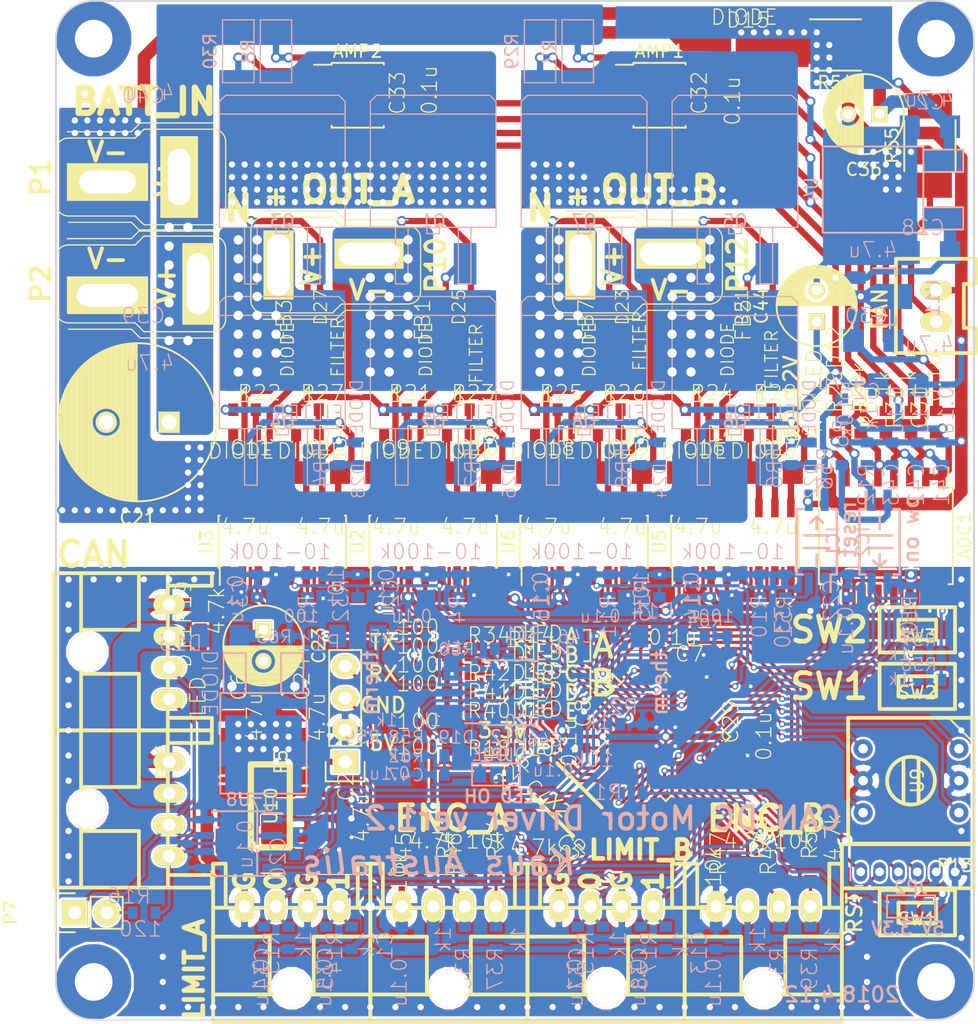
<source format=kicad_pcb>
(kicad_pcb (version 4) (host pcbnew 4.0.7)
  (layers (0 F.Cu signal) (31 B.Cu signal) (34 B.Paste user) (35 F.Paste user) (36 B.SilkS user) (37 F.SilkS user) (38 B.Mask user) (39 F.Mask user) (44 Edge.Cuts user))
  (net 0 "")
  (net 1 GND)
  (net 2 /NRST)
  (net 3 /OSC_IN)
  (net 4 /OSC_OUT)
  (net 5 +3.3V)
  (net 6 "Net-(C9-Pad1)")
  (net 7 +12V)
  (net 8 GNDPWR)
  (net 9 "Net-(C11-Pad1)")
  (net 10 /OUT_AN)
  (net 11 "Net-(C16-Pad1)")
  (net 12 "Net-(C18-Pad1)")
  (net 13 /OUT_BN)
  (net 14 +BATT)
  (net 15 "Net-(D1-Pad2)")
  (net 16 /ENC_Ab)
  (net 17 /ENC_Aa)
  (net 18 /ENC_Bb)
  (net 19 /ENC_Ba)
  (net 20 /CANL)
  (net 21 "Net-(P7-Pad2)")
  (net 22 /CANH)
  (net 23 /USART_RX)
  (net 24 /USART_TX)
  (net 25 /SWDIO)
  (net 26 /SWCLK)
  (net 27 /OUT_A)
  (net 28 /OUT_B)
  (net 29 /BOOT0)
  (net 30 "Net-(R4-Pad1)")
  (net 31 "Net-(R5-Pad1)")
  (net 32 "Net-(R10-Pad1)")
  (net 33 "Net-(R11-Pad1)")
  (net 34 /CAN_RX)
  (net 35 /PWM_A)
  (net 36 /PWM_AN)
  (net 37 /PWM_B)
  (net 38 /PWM_BN)
  (net 39 /CAN_TX)
  (net 40 /GD_12V)
  (net 41 "Net-(C10-Pad1)")
  (net 42 "Net-(C12-Pad1)")
  (net 43 "Net-(C17-Pad1)")
  (net 44 "Net-(C19-Pad1)")
  (net 45 "Net-(D10-Pad2)")
  (net 46 "Net-(D11-Pad2)")
  (net 47 "Net-(D12-Pad2)")
  (net 48 "Net-(D2-Pad1)")
  (net 49 "Net-(D3-Pad1)")
  (net 50 "Net-(D4-Pad1)")
  (net 51 "Net-(D5-Pad1)")
  (net 52 "Net-(D6-Pad1)")
  (net 53 "Net-(D7-Pad1)")
  (net 54 "Net-(D8-Pad1)")
  (net 55 "Net-(D9-Pad1)")
  (net 56 /SEL_1)
  (net 57 /SEL_4)
  (net 58 "Net-(C23-Pad1)")
  (net 59 "Net-(D14-Pad2)")
  (net 60 "Net-(C27-Pad1)")
  (net 61 +5V)
  (net 62 /LED_B)
  (net 63 /LED_A)
  (net 64 /SW1)
  (net 65 /SW2)
  (net 66 /SEL_8)
  (net 67 /MOTORA_EN)
  (net 68 /MOTORB_EN)
  (net 69 "Net-(R43-Pad1)")
  (net 70 "Net-(R44-Pad1)")
  (net 71 "Net-(R47-Pad2)")
  (net 72 "Net-(R49-Pad2)")
  (net 73 /PW_3.3V)
  (net 74 /CurrentA)
  (net 75 /Batt+)
  (net 76 "Net-(ADC1-Pad7)")
  (net 77 /ADC_RX)
  (net 78 /ADC_TX)
  (net 79 /MOTORB_BATT)
  (net 80 /CurrentB)
  (net 81 /MOTORA_BATT)
  (net 82 /LIMIT_A0)
  (net 83 /LIMIT_A1)
  (net 84 /LIMIT_B0)
  (net 85 /LIMIT_B1)
  (net 86 /SEL_2)
  (net 87 "Net-(ADC1-Pad3)")
  (net 88 "Net-(ADC1-Pad4)")
  (net 89 /LED_E)
  (net 90 "Net-(D16-Pad2)")
  (net 91 /LED_D)
  (net 92 "Net-(D17-Pad2)")
  (net 93 /LED_C)
  (net 94 "Net-(D18-Pad2)")
  (net 95 /PowerOn)
  (net 96 /ADC_~RST)
  (net 97 "Net-(IC2-Pad2)")
  (net 98 "Net-(D15-Pad2)")
  (net 99 "Net-(P9-Pad2)")
  (net 100 "Net-(IC1-Pad2)")
  (net 101 /Theam_A)
  (net 102 /Theam_B)
  (net 103 "Net-(D19-Pad1)")
  (net 104 /OH)
  (net 105 "Net-(D20-Pad1)")
  (net 106 /OH_SH)
  (net 107 /OH_LEDE)
  (net 108 "Net-(JP2-Pad2)")
  (net 109 "Net-(C45-Pad2)")
  (net 110 "Net-(C46-Pad1)")
  (net 111 "Net-(D21-Pad1)")
  (net 112 "Net-(D21-Pad2)")
  (net 113 "Net-(D22-Pad1)")
  (net 114 "Net-(D22-Pad2)")
  (net 115 "Net-(D23-Pad1)")
  (net 116 "Net-(D23-Pad2)")
  (net 117 "Net-(D24-Pad1)")
  (net 118 "Net-(D24-Pad2)")
  (net 119 "Net-(D25-Pad1)")
  (net 120 "Net-(D25-Pad2)")
  (net 121 "Net-(D26-Pad1)")
  (net 122 "Net-(D26-Pad2)")
  (net 123 "Net-(D27-Pad1)")
  (net 124 "Net-(D27-Pad2)")
  (net 125 "Net-(D28-Pad1)")
  (net 126 "Net-(D28-Pad2)")
  (module Capacitors_ThroughHole:C_Radial_D6.3_L11.2_P2.5 (layer F.Cu) (at 65.5 9 180)
    (fp_text reference C36 (at 1.25 -4.4 180) (layer F.SilkS))
    (fp_text value 100u)
    (pad 2 thru_hole circle (at 2.5 0 180) (size 1.3 1.3) (drill 0.8) (layers *.Cu *.Mask F.SilkS) (net 8 GNDPWR))
    (pad 1 thru_hole rect (at 0 0 180) (size 1.3 1.3) (drill 0.8) (layers *.Cu *.Mask F.SilkS) (net 60 "Net-(C27-Pad1)"))
  )
  (module RP_KiCAD_Connector:XA_4LC (layer F.Cu) (at 52.5 72)
    (fp_text reference P17 (at 0 0.5) (layer F.SilkS))
    (fp_text value CONN_01X04)
    (pad 1 thru_hole oval (at 0 0) (size 1.5 2.5) (drill 1) (layers *.Cu *.Mask F.SilkS) (net 1 GND))
    (pad 2 thru_hole oval (at 2.5 0) (size 1.5 2.5) (drill 1) (layers *.Cu *.Mask F.SilkS) (net 61 +5V))
    (pad 3 thru_hole oval (at 5 0) (size 1.5 2.5) (drill 1) (layers *.Cu *.Mask F.SilkS) (net 19 /ENC_Ba))
    (pad 4 thru_hole oval (at 7.5 0) (size 1.5 2.5) (drill 1) (layers *.Cu *.Mask F.SilkS) (net 18 /ENC_Bb))
    (pad "" thru_hole circle (at 3.75 6.5) (size 3 3) (drill 3) (layers *.Cu *.Mask F.SilkS) (clearance -0.3))
  )
  (module RP_KiCAD_Connector:XA_4LC (layer F.Cu) (at 15 72)
    (fp_text reference P4 (at 0 0.5) (layer F.SilkS))
    (fp_text value CONN_01X04)
    (pad 1 thru_hole oval (at 0 0) (size 1.5 2.5) (drill 1) (layers *.Cu *.Mask F.SilkS) (net 1 GND))
    (pad 2 thru_hole oval (at 2.5 0) (size 1.5 2.5) (drill 1) (layers *.Cu *.Mask F.SilkS) (net 82 /LIMIT_A0))
    (pad 3 thru_hole oval (at 5 0) (size 1.5 2.5) (drill 1) (layers *.Cu *.Mask F.SilkS) (net 1 GND))
    (pad 4 thru_hole oval (at 7.5 0) (size 1.5 2.5) (drill 1) (layers *.Cu *.Mask F.SilkS) (net 83 /LIMIT_A1))
    (pad "" thru_hole circle (at 3.75 6.5) (size 3 3) (drill 3) (layers *.Cu *.Mask F.SilkS) (clearance -0.3))
  )
  (module RP_KiCAD_Connector:XA_4LC (layer F.Cu) (at 9 60.5 270)
    (fp_text reference P16 (at 0 0.5 270) (layer F.SilkS))
    (fp_text value CONN_01X04)
    (pad 1 thru_hole oval (at 0 0 270) (size 1.5 2.5) (drill 1) (layers *.Cu *.Mask F.SilkS) (net 1 GND))
    (pad 2 thru_hole oval (at 2.5 0 270) (size 1.5 2.5) (drill 1) (layers *.Cu *.Mask F.SilkS) (net 7 +12V))
    (pad 3 thru_hole oval (at 5 0 270) (size 1.5 2.5) (drill 1) (layers *.Cu *.Mask F.SilkS) (net 22 /CANH))
    (pad 4 thru_hole oval (at 7.5 0 270) (size 1.5 2.5) (drill 1) (layers *.Cu *.Mask F.SilkS) (net 20 /CANL))
    (pad "" thru_hole circle (at 3.75 6.5 270) (size 3 3) (drill 3) (layers *.Cu *.Mask F.SilkS) (clearance -0.3))
  )
  (module Capacitors_ThroughHole:C_Radial_D12.5_L25_P5 (layer F.Cu) (at 9 33.5 180)
    (fp_text reference C21 (at 2.5 -7.6 180) (layer F.SilkS))
    (fp_text value 470u)
    (pad 2 thru_hole circle (at 5 0 180) (size 1.7 1.7) (drill 1.2) (layers *.Cu *.Mask F.SilkS) (net 8 GNDPWR))
    (pad 1 thru_hole rect (at 0 0 180) (size 1.7 1.7) (drill 1.2) (layers *.Cu *.Mask F.SilkS) (net 14 +BATT))
  )
  (module Housings_SOIC:SOIC-8_3.9x4.9mm_Pitch1.27mm (layer B.Cu) (at 14.5 67 180)
    (fp_text reference U8 (at 0 3.5 180) (layer B.SilkS) (effects (justify mirror)))
    (fp_text value MAX3051)
    (pad 1 smd rect (at -2.7 1.905 180) (size 1.55 0.6) (layers B.Cu B.Paste B.Mask) (net 39 /CAN_TX))
    (pad 2 smd rect (at -2.7 0.635 180) (size 1.55 0.6) (layers B.Cu B.Paste B.Mask) (net 1 GND))
    (pad 3 smd rect (at -2.7 -0.635 180) (size 1.55 0.6) (layers B.Cu B.Paste B.Mask) (net 5 +3.3V))
    (pad 4 smd rect (at -2.7 -1.905 180) (size 1.55 0.6) (layers B.Cu B.Paste B.Mask) (net 34 /CAN_RX))
    (pad 5 smd rect (at 2.7 -1.905 180) (size 1.55 0.6) (layers B.Cu B.Paste B.Mask) (net 1 GND))
    (pad 6 smd rect (at 2.7 -0.635 180) (size 1.55 0.6) (layers B.Cu B.Paste B.Mask) (net 20 /CANL))
    (pad 7 smd rect (at 2.7 0.635 180) (size 1.55 0.6) (layers B.Cu B.Paste B.Mask) (net 22 /CANH))
    (pad 8 smd rect (at 2.7 1.905 180) (size 1.55 0.6) (layers B.Cu B.Paste B.Mask) (net 1 GND))
  )
  (module Housings_SOIC:SOIC-16_3.9x9.9mm_Pitch1.27mm (layer F.Cu) (at 30 43 90)
    (fp_text reference U2 (at 0 -6 90) (layer F.SilkS))
    (fp_text value SI8234)
    (pad 1 smd rect (at -2.7 -4.445 90) (size 1.5 0.6) (layers F.Cu F.Paste F.Mask) (net 35 /PWM_A))
    (pad 2 smd rect (at -2.7 -3.175 90) (size 1.5 0.6) (layers F.Cu F.Paste F.Mask))
    (pad 3 smd rect (at -2.7 -1.905 90) (size 1.5 0.6) (layers F.Cu F.Paste F.Mask) (net 5 +3.3V))
    (pad 4 smd rect (at -2.7 -0.635 90) (size 1.5 0.6) (layers F.Cu F.Paste F.Mask) (net 1 GND))
    (pad 5 smd rect (at -2.7 0.635 90) (size 1.5 0.6) (layers F.Cu F.Paste F.Mask) (net 67 /MOTORA_EN))
    (pad 6 smd rect (at -2.7 1.905 90) (size 1.5 0.6) (layers F.Cu F.Paste F.Mask) (net 30 "Net-(R4-Pad1)"))
    (pad 7 smd rect (at -2.7 3.175 90) (size 1.5 0.6) (layers F.Cu F.Paste F.Mask))
    (pad 8 smd rect (at -2.7 4.445 90) (size 1.5 0.6) (layers F.Cu F.Paste F.Mask) (net 5 +3.3V))
    (pad 9 smd rect (at 2.7 4.445 90) (size 1.5 0.6) (layers F.Cu F.Paste F.Mask) (net 8 GNDPWR))
    (pad 10 smd rect (at 2.7 3.175 90) (size 1.5 0.6) (layers F.Cu F.Paste F.Mask) (net 122 "Net-(D26-Pad2)"))
    (pad 11 smd rect (at 2.7 1.905 90) (size 1.5 0.6) (layers F.Cu F.Paste F.Mask) (net 41 "Net-(C10-Pad1)"))
    (pad 12 smd rect (at 2.7 0.635 90) (size 1.5 0.6) (layers F.Cu F.Paste F.Mask))
    (pad 13 smd rect (at 2.7 -0.635 90) (size 1.5 0.6) (layers F.Cu F.Paste F.Mask))
    (pad 14 smd rect (at 2.7 -1.905 90) (size 1.5 0.6) (layers F.Cu F.Paste F.Mask) (net 27 /OUT_A))
    (pad 15 smd rect (at 2.7 -3.175 90) (size 1.5 0.6) (layers F.Cu F.Paste F.Mask) (net 120 "Net-(D25-Pad2)"))
    (pad 16 smd rect (at 2.7 -4.445 90) (size 1.5 0.6) (layers F.Cu F.Paste F.Mask) (net 6 "Net-(C9-Pad1)"))
  )
  (module RP_KiCAD_Libs:C1608_WP (layer B.Cu) (at 20 46.5 90)
    (fp_text reference R5 (at -0.635 0.635 90) (layer B.SilkS) (effects (font (size 1.2065 1.2065) (thickness 0.1016)) (justify left bottom mirror)))
    (fp_text value 10-100k (at 2 2 360) (layer B.SilkS) (effects (font (size 1.2065 1.2065) (thickness 0.1016)) (justify left bottom mirror)))
    (pad 1 smd rect (at -0.9 0 90) (size 0.8 1) (layers B.Cu B.Paste B.Mask) (net 31 "Net-(R5-Pad1)"))
    (pad 2 smd rect (at 0.9 0 90) (size 0.8 1) (layers B.Cu B.Paste B.Mask) (net 1 GND))
  )
  (module TO_SOT_Packages_SMD:TO-252-2Lead_regu (layer B.Cu) (at 70.5 15 270)
    (fp_text reference U4 (at 0 10.414 270) (layer B.SilkS) (effects (justify mirror)))
    (fp_text value LM7812)
    (pad VI smd rect (at -2.286 0 270) (size 1.651 3.048) (layers B.Cu B.Paste B.Mask) (net 60 "Net-(C27-Pad1)"))
    (pad GND smd rect (at 0 6.35 270) (size 6.096 6.096) (layers B.Cu B.Paste B.Mask) (net 8 GNDPWR))
    (pad VO smd rect (at 2.286 0 270) (size 1.651 3.048) (layers B.Cu B.Paste B.Mask) (net 40 /GD_12V))
  )
  (module Housings_QFP:LQFP-48_7x7mm_Pitch0.5mm (layer F.Cu) (at 48.5 58.5 45)
    (fp_text reference U1 (at 0 -6 45) (layer F.SilkS))
    (fp_text value STM32F103_48)
    (pad 1 smd rect (at -4.35 -2.75 45) (size 1.3 0.25) (layers F.Cu F.Paste F.Mask) (net 5 +3.3V))
    (pad 2 smd rect (at -4.35 -2.25 45) (size 1.3 0.25) (layers F.Cu F.Paste F.Mask) (net 93 /LED_C))
    (pad 3 smd rect (at -4.35 -1.75 45) (size 1.3 0.25) (layers F.Cu F.Paste F.Mask) (net 91 /LED_D))
    (pad 4 smd rect (at -4.35 -1.25 45) (size 1.3 0.25) (layers F.Cu F.Paste F.Mask) (net 107 /OH_LEDE))
    (pad 5 smd rect (at -4.35 -0.75 45) (size 1.3 0.25) (layers F.Cu F.Paste F.Mask) (net 3 /OSC_IN))
    (pad 6 smd rect (at -4.35 -0.25 45) (size 1.3 0.25) (layers F.Cu F.Paste F.Mask) (net 4 /OSC_OUT))
    (pad 7 smd rect (at -4.35 0.25 45) (size 1.3 0.25) (layers F.Cu F.Paste F.Mask) (net 2 /NRST))
    (pad 8 smd rect (at -4.35 0.75 45) (size 1.3 0.25) (layers F.Cu F.Paste F.Mask) (net 1 GND))
    (pad 9 smd rect (at -4.35 1.25 45) (size 1.3 0.25) (layers F.Cu F.Paste F.Mask) (net 5 +3.3V))
    (pad 10 smd rect (at -4.35 1.75 45) (size 1.3 0.25) (layers F.Cu F.Paste F.Mask) (net 69 "Net-(R43-Pad1)"))
    (pad 11 smd rect (at -4.35 2.25 45) (size 1.3 0.25) (layers F.Cu F.Paste F.Mask) (net 70 "Net-(R44-Pad1)"))
    (pad 12 smd rect (at -4.35 2.75 45) (size 1.3 0.25) (layers F.Cu F.Paste F.Mask) (net 78 /ADC_TX))
    (pad 13 smd rect (at -2.75 4.35 135) (size 1.3 0.25) (layers F.Cu F.Paste F.Mask) (net 77 /ADC_RX))
    (pad 14 smd rect (at -2.25 4.35 135) (size 1.3 0.25) (layers F.Cu F.Paste F.Mask) (net 82 /LIMIT_A0))
    (pad 15 smd rect (at -1.75 4.35 135) (size 1.3 0.25) (layers F.Cu F.Paste F.Mask) (net 83 /LIMIT_A1))
    (pad 16 smd rect (at -1.25 4.35 135) (size 1.3 0.25) (layers F.Cu F.Paste F.Mask) (net 71 "Net-(R47-Pad2)"))
    (pad 17 smd rect (at -0.75 4.35 135) (size 1.3 0.25) (layers F.Cu F.Paste F.Mask) (net 72 "Net-(R49-Pad2)"))
    (pad 18 smd rect (at -0.25 4.35 135) (size 1.3 0.25) (layers F.Cu F.Paste F.Mask) (net 84 /LIMIT_B0))
    (pad 19 smd rect (at 0.25 4.35 135) (size 1.3 0.25) (layers F.Cu F.Paste F.Mask) (net 85 /LIMIT_B1))
    (pad 20 smd rect (at 0.75 4.35 135) (size 1.3 0.25) (layers F.Cu F.Paste F.Mask) (net 95 /PowerOn))
    (pad 21 smd rect (at 1.25 4.35 135) (size 1.3 0.25) (layers F.Cu F.Paste F.Mask) (net 24 /USART_TX))
    (pad 22 smd rect (at 1.75 4.35 135) (size 1.3 0.25) (layers F.Cu F.Paste F.Mask) (net 23 /USART_RX))
    (pad 23 smd rect (at 2.25 4.35 135) (size 1.3 0.25) (layers F.Cu F.Paste F.Mask) (net 1 GND))
    (pad 24 smd rect (at 2.75 4.35 135) (size 1.3 0.25) (layers F.Cu F.Paste F.Mask) (net 5 +3.3V))
    (pad 25 smd rect (at 4.35 2.75 45) (size 1.3 0.25) (layers F.Cu F.Paste F.Mask) (net 66 /SEL_8))
    (pad 26 smd rect (at 4.35 2.25 45) (size 1.3 0.25) (layers F.Cu F.Paste F.Mask) (net 57 /SEL_4))
    (pad 27 smd rect (at 4.35 1.75 45) (size 1.3 0.25) (layers F.Cu F.Paste F.Mask) (net 86 /SEL_2))
    (pad 28 smd rect (at 4.35 1.25 45) (size 1.3 0.25) (layers F.Cu F.Paste F.Mask) (net 56 /SEL_1))
    (pad 29 smd rect (at 4.35 0.75 45) (size 1.3 0.25) (layers F.Cu F.Paste F.Mask) (net 68 /MOTORB_EN))
    (pad 30 smd rect (at 4.35 0.25 45) (size 1.3 0.25) (layers F.Cu F.Paste F.Mask) (net 67 /MOTORA_EN))
    (pad 31 smd rect (at 4.35 -0.25 45) (size 1.3 0.25) (layers F.Cu F.Paste F.Mask) (net 96 /ADC_~RST))
    (pad 32 smd rect (at 4.35 -0.75 45) (size 1.3 0.25) (layers F.Cu F.Paste F.Mask) (net 34 /CAN_RX))
    (pad 33 smd rect (at 4.35 -1.25 45) (size 1.3 0.25) (layers F.Cu F.Paste F.Mask) (net 39 /CAN_TX))
    (pad 34 smd rect (at 4.35 -1.75 45) (size 1.3 0.25) (layers F.Cu F.Paste F.Mask) (net 25 /SWDIO))
    (pad 35 smd rect (at 4.35 -2.25 45) (size 1.3 0.25) (layers F.Cu F.Paste F.Mask) (net 1 GND))
    (pad 36 smd rect (at 4.35 -2.75 45) (size 1.3 0.25) (layers F.Cu F.Paste F.Mask) (net 5 +3.3V))
    (pad 37 smd rect (at 2.75 -4.35 135) (size 1.3 0.25) (layers F.Cu F.Paste F.Mask) (net 26 /SWCLK))
    (pad 38 smd rect (at 2.25 -4.35 135) (size 1.3 0.25) (layers F.Cu F.Paste F.Mask) (net 63 /LED_A))
    (pad 39 smd rect (at 1.75 -4.35 135) (size 1.3 0.25) (layers F.Cu F.Paste F.Mask) (net 62 /LED_B))
    (pad 40 smd rect (at 1.25 -4.35 135) (size 1.3 0.25) (layers F.Cu F.Paste F.Mask) (net 64 /SW1))
    (pad 41 smd rect (at 0.75 -4.35 135) (size 1.3 0.25) (layers F.Cu F.Paste F.Mask) (net 65 /SW2))
    (pad 42 smd rect (at 0.25 -4.35 135) (size 1.3 0.25) (layers F.Cu F.Paste F.Mask) (net 37 /PWM_B))
    (pad 43 smd rect (at -0.25 -4.35 135) (size 1.3 0.25) (layers F.Cu F.Paste F.Mask) (net 38 /PWM_BN))
    (pad 44 smd rect (at -0.75 -4.35 135) (size 1.3 0.25) (layers F.Cu F.Paste F.Mask) (net 29 /BOOT0))
    (pad 45 smd rect (at -1.25 -4.35 135) (size 1.3 0.25) (layers F.Cu F.Paste F.Mask) (net 35 /PWM_A))
    (pad 46 smd rect (at -1.75 -4.35 135) (size 1.3 0.25) (layers F.Cu F.Paste F.Mask) (net 36 /PWM_AN))
    (pad 47 smd rect (at -2.25 -4.35 135) (size 1.3 0.25) (layers F.Cu F.Paste F.Mask) (net 1 GND))
    (pad 48 smd rect (at -2.75 -4.35 135) (size 1.3 0.25) (layers F.Cu F.Paste F.Mask) (net 5 +3.3V))
  )
  (module Capacitors_ThroughHole:C_Radial_D6.3_L11.2_P2.5 (layer F.Cu) (at 16.5 50 270)
    (fp_text reference C23 (at 1.25 -4.4 270) (layer F.SilkS))
    (fp_text value 100u)
    (pad 2 thru_hole circle (at 2.5 0 270) (size 1.3 1.3) (drill 0.8) (layers *.Cu *.Mask F.SilkS) (net 1 GND))
    (pad 1 thru_hole rect (at 0 0 270) (size 1.3 1.3) (drill 0.8) (layers *.Cu *.Mask F.SilkS) (net 58 "Net-(C23-Pad1)"))
  )
  (module RP_KiCAD_Libs:C3216 (layer F.Cu) (at 27 37.5)
    (fp_text reference C9 (at -1.27 -1.27) (layer F.SilkS) (effects (font (size 1.2065 1.2065) (thickness 0.1016)) (justify left bottom)))
    (fp_text value 4.7u (at -2 5 180) (layer F.SilkS) (effects (font (size 1.2065 1.2065) (thickness 0.1016)) (justify left bottom)))
    (pad 1 smd rect (at -1.6 0) (size 1.6 1.8) (layers F.Cu F.Paste F.Mask) (net 6 "Net-(C9-Pad1)"))
    (pad 2 smd rect (at 1.6 0) (size 1.6 1.8) (layers F.Cu F.Paste F.Mask) (net 27 /OUT_A))
  )
  (module RP_KiCAD_Libs:C3216 (layer F.Cu) (at 33 37.5)
    (fp_text reference C10 (at -1.27 -1.27) (layer F.SilkS) (effects (font (size 1.2065 1.2065) (thickness 0.1016)) (justify left bottom)))
    (fp_text value 4.7u (at -2.5 5 180) (layer F.SilkS) (effects (font (size 1.2065 1.2065) (thickness 0.1016)) (justify left bottom)))
    (pad 1 smd rect (at -1.6 0) (size 1.6 1.8) (layers F.Cu F.Paste F.Mask) (net 41 "Net-(C10-Pad1)"))
    (pad 2 smd rect (at 1.6 0) (size 1.6 1.8) (layers F.Cu F.Paste F.Mask) (net 8 GNDPWR))
  )
  (module RP_KiCAD_Libs:C3216 (layer F.Cu) (at 15 37.5)
    (fp_text reference C11 (at -1.27 -1.27) (layer F.SilkS) (effects (font (size 1.2065 1.2065) (thickness 0.1016)) (justify left bottom)))
    (fp_text value 4.7u (at -2 5 180) (layer F.SilkS) (effects (font (size 1.2065 1.2065) (thickness 0.1016)) (justify left bottom)))
    (pad 1 smd rect (at -1.6 0) (size 1.6 1.8) (layers F.Cu F.Paste F.Mask) (net 9 "Net-(C11-Pad1)"))
    (pad 2 smd rect (at 1.6 0) (size 1.6 1.8) (layers F.Cu F.Paste F.Mask) (net 10 /OUT_AN))
  )
  (module RP_KiCAD_Libs:C3216 (layer F.Cu) (at 21 37.5)
    (fp_text reference C12 (at -1.27 -1.27) (layer F.SilkS) (effects (font (size 1.2065 1.2065) (thickness 0.1016)) (justify left bottom)))
    (fp_text value 4.7u (at -2 5 180) (layer F.SilkS) (effects (font (size 1.2065 1.2065) (thickness 0.1016)) (justify left bottom)))
    (pad 1 smd rect (at -1.6 0) (size 1.6 1.8) (layers F.Cu F.Paste F.Mask) (net 42 "Net-(C12-Pad1)"))
    (pad 2 smd rect (at 1.6 0) (size 1.6 1.8) (layers F.Cu F.Paste F.Mask) (net 8 GNDPWR))
  )
  (module RP_KiCAD_Libs:C3216 (layer F.Cu) (at 51 37.5)
    (fp_text reference C16 (at -1.27 -1.27) (layer F.SilkS) (effects (font (size 1.2065 1.2065) (thickness 0.1016)) (justify left bottom)))
    (fp_text value 4.7u (at -2 5 180) (layer F.SilkS) (effects (font (size 1.2065 1.2065) (thickness 0.1016)) (justify left bottom)))
    (pad 1 smd rect (at -1.6 0) (size 1.6 1.8) (layers F.Cu F.Paste F.Mask) (net 11 "Net-(C16-Pad1)"))
    (pad 2 smd rect (at 1.6 0) (size 1.6 1.8) (layers F.Cu F.Paste F.Mask) (net 28 /OUT_B))
  )
  (module RP_KiCAD_Libs:C3216 (layer F.Cu) (at 57 37.5)
    (fp_text reference C17 (at -1.27 -1.27) (layer F.SilkS) (effects (font (size 1.2065 1.2065) (thickness 0.1016)) (justify left bottom)))
    (fp_text value 4.7u (at -2 5 180) (layer F.SilkS) (effects (font (size 1.2065 1.2065) (thickness 0.1016)) (justify left bottom)))
    (pad 1 smd rect (at -1.6 0) (size 1.6 1.8) (layers F.Cu F.Paste F.Mask) (net 43 "Net-(C17-Pad1)"))
    (pad 2 smd rect (at 1.6 0) (size 1.6 1.8) (layers F.Cu F.Paste F.Mask) (net 8 GNDPWR))
  )
  (module RP_KiCAD_Libs:C3216 (layer F.Cu) (at 39 37.5)
    (fp_text reference C18 (at -1.27 -1.27) (layer F.SilkS) (effects (font (size 1.2065 1.2065) (thickness 0.1016)) (justify left bottom)))
    (fp_text value 4.7u (at -2 5 180) (layer F.SilkS) (effects (font (size 1.2065 1.2065) (thickness 0.1016)) (justify left bottom)))
    (pad 1 smd rect (at -1.6 0) (size 1.6 1.8) (layers F.Cu F.Paste F.Mask) (net 12 "Net-(C18-Pad1)"))
    (pad 2 smd rect (at 1.6 0) (size 1.6 1.8) (layers F.Cu F.Paste F.Mask) (net 13 /OUT_BN))
  )
  (module RP_KiCAD_Libs:C3216 (layer F.Cu) (at 45 37.5)
    (fp_text reference C19 (at -1.27 -1.27) (layer F.SilkS) (effects (font (size 1.2065 1.2065) (thickness 0.1016)) (justify left bottom)))
    (fp_text value 4.7u (at -2 5 180) (layer F.SilkS) (effects (font (size 1.2065 1.2065) (thickness 0.1016)) (justify left bottom)))
    (pad 1 smd rect (at -1.6 0) (size 1.6 1.8) (layers F.Cu F.Paste F.Mask) (net 44 "Net-(C19-Pad1)"))
    (pad 2 smd rect (at 1.6 0) (size 1.6 1.8) (layers F.Cu F.Paste F.Mask) (net 8 GNDPWR))
  )
  (module Housings_SOIC:SOIC-16_3.9x9.9mm_Pitch1.27mm (layer F.Cu) (at 18 43 90)
    (fp_text reference U3 (at 0 -6 90) (layer F.SilkS))
    (fp_text value SI8234)
    (pad 1 smd rect (at -2.7 -4.445 90) (size 1.5 0.6) (layers F.Cu F.Paste F.Mask) (net 36 /PWM_AN))
    (pad 2 smd rect (at -2.7 -3.175 90) (size 1.5 0.6) (layers F.Cu F.Paste F.Mask))
    (pad 3 smd rect (at -2.7 -1.905 90) (size 1.5 0.6) (layers F.Cu F.Paste F.Mask) (net 5 +3.3V))
    (pad 4 smd rect (at -2.7 -0.635 90) (size 1.5 0.6) (layers F.Cu F.Paste F.Mask) (net 1 GND))
    (pad 5 smd rect (at -2.7 0.635 90) (size 1.5 0.6) (layers F.Cu F.Paste F.Mask) (net 67 /MOTORA_EN))
    (pad 6 smd rect (at -2.7 1.905 90) (size 1.5 0.6) (layers F.Cu F.Paste F.Mask) (net 31 "Net-(R5-Pad1)"))
    (pad 7 smd rect (at -2.7 3.175 90) (size 1.5 0.6) (layers F.Cu F.Paste F.Mask))
    (pad 8 smd rect (at -2.7 4.445 90) (size 1.5 0.6) (layers F.Cu F.Paste F.Mask) (net 5 +3.3V))
    (pad 9 smd rect (at 2.7 4.445 90) (size 1.5 0.6) (layers F.Cu F.Paste F.Mask) (net 8 GNDPWR))
    (pad 10 smd rect (at 2.7 3.175 90) (size 1.5 0.6) (layers F.Cu F.Paste F.Mask) (net 126 "Net-(D28-Pad2)"))
    (pad 11 smd rect (at 2.7 1.905 90) (size 1.5 0.6) (layers F.Cu F.Paste F.Mask) (net 42 "Net-(C12-Pad1)"))
    (pad 12 smd rect (at 2.7 0.635 90) (size 1.5 0.6) (layers F.Cu F.Paste F.Mask))
    (pad 13 smd rect (at 2.7 -0.635 90) (size 1.5 0.6) (layers F.Cu F.Paste F.Mask))
    (pad 14 smd rect (at 2.7 -1.905 90) (size 1.5 0.6) (layers F.Cu F.Paste F.Mask) (net 10 /OUT_AN))
    (pad 15 smd rect (at 2.7 -3.175 90) (size 1.5 0.6) (layers F.Cu F.Paste F.Mask) (net 124 "Net-(D27-Pad2)"))
    (pad 16 smd rect (at 2.7 -4.445 90) (size 1.5 0.6) (layers F.Cu F.Paste F.Mask) (net 9 "Net-(C11-Pad1)"))
  )
  (module Housings_SOIC:SOIC-16_3.9x9.9mm_Pitch1.27mm (layer F.Cu) (at 54 43 90)
    (fp_text reference U5 (at 0 -6 90) (layer F.SilkS))
    (fp_text value SI8234)
    (pad 1 smd rect (at -2.7 -4.445 90) (size 1.5 0.6) (layers F.Cu F.Paste F.Mask) (net 37 /PWM_B))
    (pad 2 smd rect (at -2.7 -3.175 90) (size 1.5 0.6) (layers F.Cu F.Paste F.Mask))
    (pad 3 smd rect (at -2.7 -1.905 90) (size 1.5 0.6) (layers F.Cu F.Paste F.Mask) (net 5 +3.3V))
    (pad 4 smd rect (at -2.7 -0.635 90) (size 1.5 0.6) (layers F.Cu F.Paste F.Mask) (net 1 GND))
    (pad 5 smd rect (at -2.7 0.635 90) (size 1.5 0.6) (layers F.Cu F.Paste F.Mask) (net 68 /MOTORB_EN))
    (pad 6 smd rect (at -2.7 1.905 90) (size 1.5 0.6) (layers F.Cu F.Paste F.Mask) (net 32 "Net-(R10-Pad1)"))
    (pad 7 smd rect (at -2.7 3.175 90) (size 1.5 0.6) (layers F.Cu F.Paste F.Mask))
    (pad 8 smd rect (at -2.7 4.445 90) (size 1.5 0.6) (layers F.Cu F.Paste F.Mask) (net 5 +3.3V))
    (pad 9 smd rect (at 2.7 4.445 90) (size 1.5 0.6) (layers F.Cu F.Paste F.Mask) (net 8 GNDPWR))
    (pad 10 smd rect (at 2.7 3.175 90) (size 1.5 0.6) (layers F.Cu F.Paste F.Mask) (net 114 "Net-(D22-Pad2)"))
    (pad 11 smd rect (at 2.7 1.905 90) (size 1.5 0.6) (layers F.Cu F.Paste F.Mask) (net 43 "Net-(C17-Pad1)"))
    (pad 12 smd rect (at 2.7 0.635 90) (size 1.5 0.6) (layers F.Cu F.Paste F.Mask))
    (pad 13 smd rect (at 2.7 -0.635 90) (size 1.5 0.6) (layers F.Cu F.Paste F.Mask))
    (pad 14 smd rect (at 2.7 -1.905 90) (size 1.5 0.6) (layers F.Cu F.Paste F.Mask) (net 28 /OUT_B))
    (pad 15 smd rect (at 2.7 -3.175 90) (size 1.5 0.6) (layers F.Cu F.Paste F.Mask) (net 112 "Net-(D21-Pad2)"))
    (pad 16 smd rect (at 2.7 -4.445 90) (size 1.5 0.6) (layers F.Cu F.Paste F.Mask) (net 11 "Net-(C16-Pad1)"))
  )
  (module Housings_SOIC:SOIC-16_3.9x9.9mm_Pitch1.27mm (layer F.Cu) (at 42 43 90)
    (fp_text reference U6 (at 0 -6 90) (layer F.SilkS))
    (fp_text value SI8234)
    (pad 1 smd rect (at -2.7 -4.445 90) (size 1.5 0.6) (layers F.Cu F.Paste F.Mask) (net 38 /PWM_BN))
    (pad 2 smd rect (at -2.7 -3.175 90) (size 1.5 0.6) (layers F.Cu F.Paste F.Mask))
    (pad 3 smd rect (at -2.7 -1.905 90) (size 1.5 0.6) (layers F.Cu F.Paste F.Mask) (net 5 +3.3V))
    (pad 4 smd rect (at -2.7 -0.635 90) (size 1.5 0.6) (layers F.Cu F.Paste F.Mask) (net 1 GND))
    (pad 5 smd rect (at -2.7 0.635 90) (size 1.5 0.6) (layers F.Cu F.Paste F.Mask) (net 68 /MOTORB_EN))
    (pad 6 smd rect (at -2.7 1.905 90) (size 1.5 0.6) (layers F.Cu F.Paste F.Mask) (net 33 "Net-(R11-Pad1)"))
    (pad 7 smd rect (at -2.7 3.175 90) (size 1.5 0.6) (layers F.Cu F.Paste F.Mask))
    (pad 8 smd rect (at -2.7 4.445 90) (size 1.5 0.6) (layers F.Cu F.Paste F.Mask) (net 5 +3.3V))
    (pad 9 smd rect (at 2.7 4.445 90) (size 1.5 0.6) (layers F.Cu F.Paste F.Mask) (net 8 GNDPWR))
    (pad 10 smd rect (at 2.7 3.175 90) (size 1.5 0.6) (layers F.Cu F.Paste F.Mask) (net 118 "Net-(D24-Pad2)"))
    (pad 11 smd rect (at 2.7 1.905 90) (size 1.5 0.6) (layers F.Cu F.Paste F.Mask) (net 44 "Net-(C19-Pad1)"))
    (pad 12 smd rect (at 2.7 0.635 90) (size 1.5 0.6) (layers F.Cu F.Paste F.Mask))
    (pad 13 smd rect (at 2.7 -0.635 90) (size 1.5 0.6) (layers F.Cu F.Paste F.Mask))
    (pad 14 smd rect (at 2.7 -1.905 90) (size 1.5 0.6) (layers F.Cu F.Paste F.Mask) (net 13 /OUT_BN))
    (pad 15 smd rect (at 2.7 -3.175 90) (size 1.5 0.6) (layers F.Cu F.Paste F.Mask) (net 116 "Net-(D23-Pad2)"))
    (pad 16 smd rect (at 2.7 -4.445 90) (size 1.5 0.6) (layers F.Cu F.Paste F.Mask) (net 12 "Net-(C18-Pad1)"))
  )
  (module RP_KiCAD_Libs:C3216 (layer B.Cu) (at 69.5 10 180)
    (fp_text reference C27 (at -1.27 1.27 180) (layer B.SilkS) (effects (font (size 1.2065 1.2065) (thickness 0.1016)) (justify left bottom mirror)))
    (fp_text value 4.7u (at -2 1.5 360) (layer B.SilkS) (effects (font (size 1.2065 1.2065) (thickness 0.1016)) (justify left bottom mirror)))
    (pad 1 smd rect (at -1.6 0 180) (size 1.6 1.8) (layers B.Cu B.Paste B.Mask) (net 60 "Net-(C27-Pad1)"))
    (pad 2 smd rect (at 1.6 0 180) (size 1.6 1.8) (layers B.Cu B.Paste B.Mask) (net 8 GNDPWR))
  )
  (module RP_KiCAD_Libs:C3216 (layer B.Cu) (at 69.5 20 180)
    (fp_text reference C28 (at -1.27 1.27 180) (layer B.SilkS) (effects (font (size 1.2065 1.2065) (thickness 0.1016)) (justify left bottom mirror)))
    (fp_text value 4.7u (at 2.5 -0.5 360) (layer B.SilkS) (effects (font (size 1.2065 1.2065) (thickness 0.1016)) (justify left bottom mirror)))
    (pad 1 smd rect (at -1.6 0 180) (size 1.6 1.8) (layers B.Cu B.Paste B.Mask) (net 40 /GD_12V))
    (pad 2 smd rect (at 1.6 0 180) (size 1.6 1.8) (layers B.Cu B.Paste B.Mask) (net 8 GNDPWR))
  )
  (module RP_KiCAD_Libs:C1608_WP (layer B.Cu) (at 28 46.5 270)
    (fp_text reference C2 (at -0.635 0.635 270) (layer B.SilkS) (effects (font (size 1.2065 1.2065) (thickness 0.1016)) (justify left bottom mirror)))
    (fp_text value 0.1u (at -1.5 1 270) (layer B.SilkS) (effects (font (size 1.2065 1.2065) (thickness 0.1016)) (justify left bottom mirror)))
    (pad 1 smd rect (at -0.9 0 270) (size 0.8 1) (layers B.Cu B.Paste B.Mask) (net 1 GND))
    (pad 2 smd rect (at 0.9 0 270) (size 0.8 1) (layers B.Cu B.Paste B.Mask) (net 5 +3.3V))
  )
  (module RP_KiCAD_Libs:C1608_WP (layer F.Cu) (at 37 63.5 315)
    (fp_text reference C4 (at -0.635 -0.635 315) (layer F.SilkS) (effects (font (size 1.2065 1.2065) (thickness 0.1016)) (justify left bottom)))
    (fp_text value 22p (at -1.414214 0.707107 585) (layer F.SilkS) (effects (font (size 1.2065 1.2065) (thickness 0.1016)) (justify left bottom)))
    (pad 1 smd rect (at -0.9 0 315) (size 0.8 1) (layers F.Cu F.Paste F.Mask) (net 3 /OSC_IN))
    (pad 2 smd rect (at 0.9 0 315) (size 0.8 1) (layers F.Cu F.Paste F.Mask) (net 1 GND))
  )
  (module RP_KiCAD_Libs:C1608_WP (layer F.Cu) (at 39.5 66 135)
    (fp_text reference C5 (at -0.635 -0.635 135) (layer F.SilkS) (effects (font (size 1.2065 1.2065) (thickness 0.1016)) (justify left bottom)))
    (fp_text value 22p (at -2.828427 -2.12132 405) (layer F.SilkS) (effects (font (size 1.2065 1.2065) (thickness 0.1016)) (justify left bottom)))
    (pad 1 smd rect (at -0.9 0 135) (size 0.8 1) (layers F.Cu F.Paste F.Mask) (net 4 /OSC_OUT))
    (pad 2 smd rect (at 0.9 0 135) (size 0.8 1) (layers F.Cu F.Paste F.Mask) (net 1 GND))
  )
  (module RP_KiCAD_Libs:C1608_WP (layer F.Cu) (at 48.5 52 180)
    (fp_text reference C7 (at -0.635 -0.635 180) (layer F.SilkS) (effects (font (size 1.2065 1.2065) (thickness 0.1016)) (justify left bottom)))
    (fp_text value 0.1u (at 1.5 0.7 180) (layer F.SilkS) (effects (font (size 1.2065 1.2065) (thickness 0.1016)) (justify left bottom)))
    (pad 1 smd rect (at -0.9 0 180) (size 0.8 1) (layers F.Cu F.Paste F.Mask) (net 1 GND))
    (pad 2 smd rect (at 0.9 0 180) (size 0.8 1) (layers F.Cu F.Paste F.Mask) (net 5 +3.3V))
  )
  (module RP_KiCAD_Libs:C1608_WP (layer F.Cu) (at 42 58.5 270)
    (fp_text reference C8 (at -0.635 -0.635 270) (layer F.SilkS) (effects (font (size 1.2065 1.2065) (thickness 0.1016)) (justify left bottom)))
    (fp_text value 0.1u (at 2.5 0.5 270) (layer F.SilkS) (effects (font (size 1.2065 1.2065) (thickness 0.1016)) (justify left bottom)))
    (pad 1 smd rect (at -0.9 0 270) (size 0.8 1) (layers F.Cu F.Paste F.Mask) (net 1 GND))
    (pad 2 smd rect (at 0.9 0 270) (size 0.8 1) (layers F.Cu F.Paste F.Mask) (net 5 +3.3V))
  )
  (module RP_KiCAD_Libs:C1608_WP (layer B.Cu) (at 52 46.5 270)
    (fp_text reference C14 (at -0.635 0.635 270) (layer B.SilkS) (effects (font (size 1.2065 1.2065) (thickness 0.1016)) (justify left bottom mirror)))
    (fp_text value 0.1u (at -1.25 0.75 450) (layer B.SilkS) (effects (font (size 1.2065 1.2065) (thickness 0.1016)) (justify left bottom mirror)))
    (pad 1 smd rect (at -0.9 0 270) (size 0.8 1) (layers B.Cu B.Paste B.Mask) (net 1 GND))
    (pad 2 smd rect (at 0.9 0 270) (size 0.8 1) (layers B.Cu B.Paste B.Mask) (net 5 +3.3V))
  )
  (module RP_KiCAD_Libs:C1608_WP (layer B.Cu) (at 40 46.5 270)
    (fp_text reference C15 (at -0.635 0.635 270) (layer B.SilkS) (effects (font (size 1.2065 1.2065) (thickness 0.1016)) (justify left bottom mirror)))
    (fp_text value 0.1u (at -1.25 0.75 270) (layer B.SilkS) (effects (font (size 1.2065 1.2065) (thickness 0.1016)) (justify left bottom mirror)))
    (pad 1 smd rect (at -0.9 0 270) (size 0.8 1) (layers B.Cu B.Paste B.Mask) (net 1 GND))
    (pad 2 smd rect (at 0.9 0 270) (size 0.8 1) (layers B.Cu B.Paste B.Mask) (net 5 +3.3V))
  )
  (module RP_KiCAD_Libs:C1608_WP (layer B.Cu) (at 45.75 63)
    (fp_text reference R1 (at -0.635 0.635) (layer B.SilkS) (effects (font (size 1.2065 1.2065) (thickness 0.1016)) (justify left bottom mirror)))
    (fp_text value 10k (at -1.25 -2) (layer B.SilkS) (effects (font (size 1.2065 1.2065) (thickness 0.1016)) (justify left bottom mirror)))
    (pad 1 smd rect (at -0.9 0) (size 0.8 1) (layers B.Cu B.Paste B.Mask) (net 5 +3.3V))
    (pad 2 smd rect (at 0.9 0) (size 0.8 1) (layers B.Cu B.Paste B.Mask) (net 2 /NRST))
  )
  (module RP_KiCAD_Libs:C1608_WP (layer B.Cu) (at 45.75 57.5 180)
    (fp_text reference R2 (at -0.635 0.635 180) (layer B.SilkS) (effects (font (size 1.2065 1.2065) (thickness 0.1016)) (justify left bottom mirror)))
    (fp_text value 1k (at 1.5 -0.5 180) (layer B.SilkS) (effects (font (size 1.2065 1.2065) (thickness 0.1016)) (justify left bottom mirror)))
    (pad 1 smd rect (at -0.9 0 180) (size 0.8 1) (layers B.Cu B.Paste B.Mask) (net 1 GND))
    (pad 2 smd rect (at 0.9 0 180) (size 0.8 1) (layers B.Cu B.Paste B.Mask) (net 29 /BOOT0))
  )
  (module RP_KiCAD_Libs:C1608_WP (layer F.Cu) (at 32 52 180)
    (fp_text reference R3 (at -3.81 0.508 180) (layer F.SilkS) (effects (font (size 1.2065 1.2065) (thickness 0.1016)) (justify left bottom)))
    (fp_text value 100 (at 5 0 180) (layer F.SilkS) (effects (font (size 1.2065 1.2065) (thickness 0.1016)) (justify left bottom)))
    (pad 1 smd rect (at -0.9 0 180) (size 0.8 1) (layers F.Cu F.Paste F.Mask) (net 15 "Net-(D1-Pad2)"))
    (pad 2 smd rect (at 0.9 0 180) (size 0.8 1) (layers F.Cu F.Paste F.Mask) (net 1 GND))
  )
  (module RP_KiCAD_Libs:C1608_WP (layer B.Cu) (at 32 46.5 90)
    (fp_text reference R4 (at -0.635 0.635 90) (layer B.SilkS) (effects (font (size 1.2065 1.2065) (thickness 0.1016)) (justify left bottom mirror)))
    (fp_text value 10-100k (at 2 2 180) (layer B.SilkS) (effects (font (size 1.2065 1.2065) (thickness 0.1016)) (justify left bottom mirror)))
    (pad 1 smd rect (at -0.9 0 90) (size 0.8 1) (layers B.Cu B.Paste B.Mask) (net 30 "Net-(R4-Pad1)"))
    (pad 2 smd rect (at 0.9 0 90) (size 0.8 1) (layers B.Cu B.Paste B.Mask) (net 1 GND))
  )
  (module RP_KiCAD_Libs:C1608_WP (layer B.Cu) (at 56 46.5 90)
    (fp_text reference R10 (at -0.635 0.635 90) (layer B.SilkS) (effects (font (size 1.2065 1.2065) (thickness 0.1016)) (justify left bottom mirror)))
    (fp_text value 10-100k (at 2 2 180) (layer B.SilkS) (effects (font (size 1.2065 1.2065) (thickness 0.1016)) (justify left bottom mirror)))
    (pad 1 smd rect (at -0.9 0 90) (size 0.8 1) (layers B.Cu B.Paste B.Mask) (net 32 "Net-(R10-Pad1)"))
    (pad 2 smd rect (at 0.9 0 90) (size 0.8 1) (layers B.Cu B.Paste B.Mask) (net 1 GND))
  )
  (module RP_KiCAD_Libs:C1608_WP (layer B.Cu) (at 44 46.5 90)
    (fp_text reference R11 (at -0.635 0.635 90) (layer B.SilkS) (effects (font (size 1.2065 1.2065) (thickness 0.1016)) (justify left bottom mirror)))
    (fp_text value 10-100k (at 2 2 180) (layer B.SilkS) (effects (font (size 1.2065 1.2065) (thickness 0.1016)) (justify left bottom mirror)))
    (pad 1 smd rect (at -0.9 0 90) (size 0.8 1) (layers B.Cu B.Paste B.Mask) (net 33 "Net-(R11-Pad1)"))
    (pad 2 smd rect (at 0.9 0 90) (size 0.8 1) (layers B.Cu B.Paste B.Mask) (net 1 GND))
  )
  (module RP_KiCAD_Libs:C1608_WP (layer B.Cu) (at 7 72.5 180)
    (fp_text reference R16 (at -0.635 0.635 180) (layer B.SilkS) (effects (font (size 1.2065 1.2065) (thickness 0.1016)) (justify left bottom mirror)))
    (fp_text value 120 (at -1.5 -2 360) (layer B.SilkS) (effects (font (size 1.2065 1.2065) (thickness 0.1016)) (justify left bottom mirror)))
    (pad 1 smd rect (at -0.9 0 180) (size 0.8 1) (layers B.Cu B.Paste B.Mask) (net 20 /CANL))
    (pad 2 smd rect (at 0.9 0 180) (size 0.8 1) (layers B.Cu B.Paste B.Mask) (net 21 "Net-(P7-Pad2)"))
  )
  (module RP_KiCAD_Libs:C1608_WP (layer F.Cu) (at 55 58.5 90)
    (fp_text reference C29 (at -0.635 -0.635 90) (layer F.SilkS) (effects (font (size 1.2065 1.2065) (thickness 0.1016)) (justify left bottom)))
    (fp_text value 0.1u (at -2 2 270) (layer F.SilkS) (effects (font (size 1.2065 1.2065) (thickness 0.1016)) (justify left bottom)))
    (pad 1 smd rect (at -0.9 0 90) (size 0.8 1) (layers F.Cu F.Paste F.Mask) (net 1 GND))
    (pad 2 smd rect (at 0.9 0 90) (size 0.8 1) (layers F.Cu F.Paste F.Mask) (net 5 +3.3V))
  )
  (module RP_KiCAD_Libs:C1608_WP (layer F.Cu) (at 30.5 26.5 90)
    (fp_text reference FB1 (at -0.635 -0.635 90) (layer F.SilkS) (effects (font (size 1.2065 1.2065) (thickness 0.1016)) (justify left bottom)))
    (fp_text value FILTER (at -4 3.5 90) (layer F.SilkS) (effects (font (thickness 0.1)) (justify left bottom)))
    (pad 1 smd rect (at -0.9 0 90) (size 0.8 1) (layers F.Cu F.Paste F.Mask) (net 120 "Net-(D25-Pad2)"))
    (pad 2 smd rect (at 0.9 0 90) (size 0.8 1) (layers F.Cu F.Paste F.Mask) (net 119 "Net-(D25-Pad1)"))
  )
  (module RP_KiCAD_Libs:C1608_WP (layer B.Cu) (at 34.5 36 270)
    (fp_text reference FB2 (at -0.635 0.635 270) (layer B.SilkS) (effects (font (size 1.2065 1.2065) (thickness 0.1016)) (justify left bottom mirror)))
    (fp_text value FILTER (at -2.5 -0.5 360) (layer B.SilkS) (effects (font (size 1.2065 1.2065) (thickness 0.1016)) (justify left bottom mirror)))
    (pad 1 smd rect (at -0.9 0 270) (size 0.8 1) (layers B.Cu B.Paste B.Mask) (net 122 "Net-(D26-Pad2)"))
    (pad 2 smd rect (at 0.9 0 270) (size 0.8 1) (layers B.Cu B.Paste B.Mask) (net 121 "Net-(D26-Pad1)"))
  )
  (module RP_KiCAD_Libs:C1608_WP (layer F.Cu) (at 19.5 26.5 90)
    (fp_text reference FB3 (at -0.635 -0.635 90) (layer F.SilkS) (effects (font (size 1.2065 1.2065) (thickness 0.1016)) (justify left bottom)))
    (fp_text value FILTER (at -3.5 3.5 90) (layer F.SilkS) (effects (font (thickness 0.1)) (justify left bottom)))
    (pad 1 smd rect (at -0.9 0 90) (size 0.8 1) (layers F.Cu F.Paste F.Mask) (net 124 "Net-(D27-Pad2)"))
    (pad 2 smd rect (at 0.9 0 90) (size 0.8 1) (layers F.Cu F.Paste F.Mask) (net 123 "Net-(D27-Pad1)"))
  )
  (module RP_KiCAD_Libs:C1608_WP (layer B.Cu) (at 22.5 36 270)
    (fp_text reference FB4 (at -0.635 0.635 270) (layer B.SilkS) (effects (font (size 1.2065 1.2065) (thickness 0.1016)) (justify left bottom mirror)))
    (fp_text value FILTER (at -2.5 -0.5 360) (layer B.SilkS) (effects (font (size 1.2065 1.2065) (thickness 0.1016)) (justify left bottom mirror)))
    (pad 1 smd rect (at -0.9 0 270) (size 0.8 1) (layers B.Cu B.Paste B.Mask) (net 126 "Net-(D28-Pad2)"))
    (pad 2 smd rect (at 0.9 0 270) (size 0.8 1) (layers B.Cu B.Paste B.Mask) (net 125 "Net-(D28-Pad1)"))
  )
  (module RP_KiCAD_Libs:C1608_WP (layer F.Cu) (at 56 26.5 90)
    (fp_text reference FB5 (at -0.635 -0.635 90) (layer F.SilkS) (effects (font (size 1.2065 1.2065) (thickness 0.1016)) (justify left bottom)))
    (fp_text value FILTER (at -4.5 1.5 90) (layer F.SilkS) (effects (font (thickness 0.1)) (justify left bottom)))
    (pad 1 smd rect (at -0.9 0 90) (size 0.8 1) (layers F.Cu F.Paste F.Mask) (net 112 "Net-(D21-Pad2)"))
    (pad 2 smd rect (at 0.9 0 90) (size 0.8 1) (layers F.Cu F.Paste F.Mask) (net 111 "Net-(D21-Pad1)"))
  )
  (module RP_KiCAD_Libs:C1608_WP (layer B.Cu) (at 58.5 36 270)
    (fp_text reference FB6 (at -0.635 0.635 270) (layer B.SilkS) (effects (font (size 1.2065 1.2065) (thickness 0.1016)) (justify left bottom mirror)))
    (fp_text value FILTER (at -2.5 -0.5 360) (layer B.SilkS) (effects (font (size 1.2065 1.2065) (thickness 0.1016)) (justify left bottom mirror)))
    (pad 1 smd rect (at -0.9 0 270) (size 0.8 1) (layers B.Cu B.Paste B.Mask) (net 114 "Net-(D22-Pad2)"))
    (pad 2 smd rect (at 0.9 0 270) (size 0.8 1) (layers B.Cu B.Paste B.Mask) (net 113 "Net-(D22-Pad1)"))
  )
  (module RP_KiCAD_Libs:C1608_WP (layer F.Cu) (at 43.5 26.5 90)
    (fp_text reference FB7 (at -0.635 -0.635 90) (layer F.SilkS) (effects (font (size 1.2065 1.2065) (thickness 0.1016)) (justify left bottom)))
    (fp_text value FILTER (at -3 3.5 90) (layer F.SilkS) (effects (font (thickness 0.1)) (justify left bottom)))
    (pad 1 smd rect (at -0.9 0 90) (size 0.8 1) (layers F.Cu F.Paste F.Mask) (net 116 "Net-(D23-Pad2)"))
    (pad 2 smd rect (at 0.9 0 90) (size 0.8 1) (layers F.Cu F.Paste F.Mask) (net 115 "Net-(D23-Pad1)"))
  )
  (module RP_KiCAD_Libs:C1608_WP (layer B.Cu) (at 46.5 36 270)
    (fp_text reference FB8 (at -0.635 0.635 270) (layer B.SilkS) (effects (font (size 1.2065 1.2065) (thickness 0.1016)) (justify left bottom mirror)))
    (fp_text value FILTER (at -2.5 -0.5 360) (layer B.SilkS) (effects (font (size 1.2065 1.2065) (thickness 0.1016)) (justify left bottom mirror)))
    (pad 1 smd rect (at -0.9 0 270) (size 0.8 1) (layers B.Cu B.Paste B.Mask) (net 118 "Net-(D24-Pad2)"))
    (pad 2 smd rect (at 0.9 0 270) (size 0.8 1) (layers B.Cu B.Paste B.Mask) (net 117 "Net-(D24-Pad1)"))
  )
  (module RP_KiCAD_Libs:C1608_WP (layer F.Cu) (at 32 59.5 180)
    (fp_text reference R18 (at -0.635 -0.635 180) (layer F.SilkS) (effects (font (size 1.2065 1.2065) (thickness 0.1016)) (justify left bottom)))
    (fp_text value 100 (at 5 -0.5 360) (layer F.SilkS) (effects (font (size 1.2065 1.2065) (thickness 0.1016)) (justify left bottom)))
    (pad 1 smd rect (at -0.9 0 180) (size 0.8 1) (layers F.Cu F.Paste F.Mask) (net 45 "Net-(D10-Pad2)"))
    (pad 2 smd rect (at 0.9 0 180) (size 0.8 1) (layers F.Cu F.Paste F.Mask) (net 1 GND))
  )
  (module RP_KiCAD_Libs:C1608_WP (layer F.Cu) (at 11.5 49 90)
    (fp_text reference R19 (at -0.635 -0.635 90) (layer F.SilkS) (effects (font (size 1.2065 1.2065) (thickness 0.1016)) (justify left bottom)))
    (fp_text value 4.7k (at -1.5 2 90) (layer F.SilkS) (effects (font (size 1.2065 1.2065) (thickness 0.1016)) (justify left bottom)))
    (pad 1 smd rect (at -0.9 0 90) (size 0.8 1) (layers F.Cu F.Paste F.Mask) (net 46 "Net-(D11-Pad2)"))
    (pad 2 smd rect (at 0.9 0 90) (size 0.8 1) (layers F.Cu F.Paste F.Mask) (net 1 GND))
  )
  (module RP_KiCAD_Libs:C1608_WP (layer F.Cu) (at 62 33.5 270)
    (fp_text reference R20 (at -0.635 -0.635 270) (layer F.SilkS) (effects (font (size 1.2065 1.2065) (thickness 0.1016)) (justify left bottom)))
    (fp_text value 4.7k (at 1.5 1 450) (layer F.SilkS) (effects (font (size 1.2065 1.2065) (thickness 0.1016)) (justify left bottom)))
    (pad 1 smd rect (at -0.9 0 270) (size 0.8 1) (layers F.Cu F.Paste F.Mask) (net 47 "Net-(D12-Pad2)"))
    (pad 2 smd rect (at 0.9 0 270) (size 0.8 1) (layers F.Cu F.Paste F.Mask) (net 8 GNDPWR))
  )
  (module RP_KiCAD_Libs:C1608_WP (layer F.Cu) (at 27 32.5)
    (fp_text reference R21 (at -0.635 -0.635) (layer F.SilkS) (effects (font (size 1.2065 1.2065) (thickness 0.1016)) (justify left bottom)))
    (fp_text value 1 (at -0.5 -0.5 180) (layer F.SilkS) (effects (font (size 1.2065 1.2065) (thickness 0.1016)) (justify left bottom)))
    (pad 1 smd rect (at -0.9 0) (size 0.8 1) (layers F.Cu F.Paste F.Mask) (net 40 /GD_12V))
    (pad 2 smd rect (at 0.9 0) (size 0.8 1) (layers F.Cu F.Paste F.Mask) (net 48 "Net-(D2-Pad1)"))
  )
  (module RP_KiCAD_Libs:C1608_WP (layer F.Cu) (at 15 32.5)
    (fp_text reference R22 (at -0.635 -0.635) (layer F.SilkS) (effects (font (size 1.2065 1.2065) (thickness 0.1016)) (justify left bottom)))
    (fp_text value 1 (at -0.5 -0.5 180) (layer F.SilkS) (effects (font (size 1.2065 1.2065) (thickness 0.1016)) (justify left bottom)))
    (pad 1 smd rect (at -0.9 0) (size 0.8 1) (layers F.Cu F.Paste F.Mask) (net 40 /GD_12V))
    (pad 2 smd rect (at 0.9 0) (size 0.8 1) (layers F.Cu F.Paste F.Mask) (net 49 "Net-(D3-Pad1)"))
  )
  (module RP_KiCAD_Libs:C1608_WP (layer F.Cu) (at 32 32.5)
    (fp_text reference R23 (at -0.635 -0.635) (layer F.SilkS) (effects (font (size 1.2065 1.2065) (thickness 0.1016)) (justify left bottom)))
    (fp_text value 1 (at -0.5 -0.5) (layer F.SilkS) (effects (font (size 1.2065 1.2065) (thickness 0.1016)) (justify left bottom)))
    (pad 1 smd rect (at -0.9 0) (size 0.8 1) (layers F.Cu F.Paste F.Mask) (net 40 /GD_12V))
    (pad 2 smd rect (at 0.9 0) (size 0.8 1) (layers F.Cu F.Paste F.Mask) (net 52 "Net-(D6-Pad1)"))
  )
  (module RP_KiCAD_Libs:C1608_WP (layer F.Cu) (at 51 32.5)
    (fp_text reference R24 (at -0.635 -0.635) (layer F.SilkS) (effects (font (size 1.2065 1.2065) (thickness 0.1016)) (justify left bottom)))
    (fp_text value 1 (at -0.5 -0.5) (layer F.SilkS) (effects (font (size 1.2065 1.2065) (thickness 0.1016)) (justify left bottom)))
    (pad 1 smd rect (at -0.9 0) (size 0.8 1) (layers F.Cu F.Paste F.Mask) (net 40 /GD_12V))
    (pad 2 smd rect (at 0.9 0) (size 0.8 1) (layers F.Cu F.Paste F.Mask) (net 50 "Net-(D4-Pad1)"))
  )
  (module RP_KiCAD_Libs:C1608_WP (layer F.Cu) (at 39 32.5)
    (fp_text reference R25 (at -0.635 -0.635) (layer F.SilkS) (effects (font (size 1.2065 1.2065) (thickness 0.1016)) (justify left bottom)))
    (fp_text value 1 (at -0.5 -0.5) (layer F.SilkS) (effects (font (size 1.2065 1.2065) (thickness 0.1016)) (justify left bottom)))
    (pad 1 smd rect (at -0.9 0) (size 0.8 1) (layers F.Cu F.Paste F.Mask) (net 40 /GD_12V))
    (pad 2 smd rect (at 0.9 0) (size 0.8 1) (layers F.Cu F.Paste F.Mask) (net 51 "Net-(D5-Pad1)"))
  )
  (module RP_KiCAD_Libs:C1608_WP (layer F.Cu) (at 44 32.5)
    (fp_text reference R26 (at -0.635 -0.635) (layer F.SilkS) (effects (font (size 1.2065 1.2065) (thickness 0.1016)) (justify left bottom)))
    (fp_text value 1 (at -0.5 -0.5) (layer F.SilkS) (effects (font (size 1.2065 1.2065) (thickness 0.1016)) (justify left bottom)))
    (pad 1 smd rect (at -0.9 0) (size 0.8 1) (layers F.Cu F.Paste F.Mask) (net 40 /GD_12V))
    (pad 2 smd rect (at 0.9 0) (size 0.8 1) (layers F.Cu F.Paste F.Mask) (net 55 "Net-(D9-Pad1)"))
  )
  (module RP_KiCAD_Libs:C1608_WP (layer F.Cu) (at 20 32.5)
    (fp_text reference R27 (at -0.635 -0.635) (layer F.SilkS) (effects (font (size 1.2065 1.2065) (thickness 0.1016)) (justify left bottom)))
    (fp_text value 1 (at -0.5 -0.5) (layer F.SilkS) (effects (font (size 1.2065 1.2065) (thickness 0.1016)) (justify left bottom)))
    (pad 1 smd rect (at -0.9 0) (size 0.8 1) (layers F.Cu F.Paste F.Mask) (net 40 /GD_12V))
    (pad 2 smd rect (at 0.9 0) (size 0.8 1) (layers F.Cu F.Paste F.Mask) (net 53 "Net-(D7-Pad1)"))
  )
  (module RP_KiCAD_Libs:C1608_WP (layer F.Cu) (at 56 32.5)
    (fp_text reference R28 (at -0.635 -0.635) (layer F.SilkS) (effects (font (size 1.2065 1.2065) (thickness 0.1016)) (justify left bottom)))
    (fp_text value 1 (at -0.5 -0.5) (layer F.SilkS) (effects (font (size 1.2065 1.2065) (thickness 0.1016)) (justify left bottom)))
    (pad 1 smd rect (at -0.9 0) (size 0.8 1) (layers F.Cu F.Paste F.Mask) (net 40 /GD_12V))
    (pad 2 smd rect (at 0.9 0) (size 0.8 1) (layers F.Cu F.Paste F.Mask) (net 54 "Net-(D8-Pad1)"))
  )
  (module RP_KiCAD_Libs:C3216 (layer F.Cu) (at 22.5 65 270)
    (fp_text reference C26 (at -1.27 -1.27 270) (layer F.SilkS) (effects (font (size 1.2065 1.2065) (thickness 0.1016)) (justify left bottom)))
    (fp_text value 4.7u (at 2 -2.5 270) (layer F.SilkS) (effects (font (size 1.2065 1.2065) (thickness 0.1016)) (justify left bottom)))
    (pad 1 smd rect (at -1.6 0 270) (size 1.6 1.8) (layers F.Cu F.Paste F.Mask) (net 5 +3.3V))
    (pad 2 smd rect (at 1.6 0 270) (size 1.6 1.8) (layers F.Cu F.Paste F.Mask) (net 1 GND))
  )
  (module RP_KiCAD_Libs:C1608_WP (layer B.Cu) (at 19 67 270)
    (fp_text reference C20 (at -0.635 0.635 270) (layer B.SilkS) (effects (font (size 1.2065 1.2065) (thickness 0.1016)) (justify left bottom mirror)))
    (fp_text value 0.1u (at -2 3.25 450) (layer B.SilkS) (effects (font (size 1.2065 1.2065) (thickness 0.1016)) (justify left bottom mirror)))
    (pad 1 smd rect (at -0.9 0 270) (size 0.8 1) (layers B.Cu B.Paste B.Mask) (net 1 GND))
    (pad 2 smd rect (at 0.9 0 270) (size 0.8 1) (layers B.Cu B.Paste B.Mask) (net 5 +3.3V))
  )
  (module RP_KiCAD_Libs:C1608_WP (layer F.Cu) (at 32 50.5 180)
    (fp_text reference R34 (at -0.635 -0.635 180) (layer F.SilkS) (effects (font (size 1.2065 1.2065) (thickness 0.1016)) (justify left bottom)))
    (fp_text value 100 (at 5 0 180) (layer F.SilkS) (effects (font (size 1.2065 1.2065) (thickness 0.1016)) (justify left bottom)))
    (pad 1 smd rect (at -0.9 0 180) (size 0.8 1) (layers F.Cu F.Paste F.Mask) (net 59 "Net-(D14-Pad2)"))
    (pad 2 smd rect (at 0.9 0 180) (size 0.8 1) (layers F.Cu F.Paste F.Mask) (net 1 GND))
  )
  (module RP_KiCAD_Libs:C1608_WP (layer B.Cu) (at 48 46.5 270)
    (fp_text reference R35 (at -0.635 0.635 270) (layer B.SilkS) (effects (font (size 1.2065 1.2065) (thickness 0.1016)) (justify left bottom mirror)))
    (fp_text value 10k (at -1.25 0.75 270) (layer B.SilkS) (effects (font (size 1.2065 1.2065) (thickness 0.1016)) (justify left bottom mirror)))
    (pad 1 smd rect (at -0.9 0 270) (size 0.8 1) (layers B.Cu B.Paste B.Mask) (net 1 GND))
    (pad 2 smd rect (at 0.9 0 270) (size 0.8 1) (layers B.Cu B.Paste B.Mask) (net 68 /MOTORB_EN))
  )
  (module RP_KiCAD_Libs:C1608_WP (layer B.Cu) (at 32.5 74.5 90)
    (fp_text reference R36 (at -0.635 0.635 90) (layer B.SilkS) (effects (font (size 1.2065 1.2065) (thickness 0.1016)) (justify left bottom mirror)))
    (fp_text value 1k (at 1 -1 90) (layer B.SilkS) (effects (font (size 1.2065 1.2065) (thickness 0.1016)) (justify left bottom mirror)))
    (pad 1 smd rect (at -0.9 0 90) (size 0.8 1) (layers B.Cu B.Paste B.Mask) (net 61 +5V))
    (pad 2 smd rect (at 0.9 0 90) (size 0.8 1) (layers B.Cu B.Paste B.Mask) (net 17 /ENC_Aa))
  )
  (module RP_KiCAD_Libs:C1608_WP (layer B.Cu) (at 35 74.5 90)
    (fp_text reference R37 (at -0.635 0.635 90) (layer B.SilkS) (effects (font (size 1.2065 1.2065) (thickness 0.1016)) (justify left bottom mirror)))
    (fp_text value 1k (at 1 2.5 90) (layer B.SilkS) (effects (font (size 1.2065 1.2065) (thickness 0.1016)) (justify left bottom mirror)))
    (pad 1 smd rect (at -0.9 0 90) (size 0.8 1) (layers B.Cu B.Paste B.Mask) (net 61 +5V))
    (pad 2 smd rect (at 0.9 0 90) (size 0.8 1) (layers B.Cu B.Paste B.Mask) (net 16 /ENC_Ab))
  )
  (module RP_KiCAD_Libs:C1608_WP (layer B.Cu) (at 57.5 74.5 90)
    (fp_text reference R38 (at -0.635 0.635 90) (layer B.SilkS) (effects (font (size 1.2065 1.2065) (thickness 0.1016)) (justify left bottom mirror)))
    (fp_text value 1k (at 1 -1 90) (layer B.SilkS) (effects (font (size 1.2065 1.2065) (thickness 0.1016)) (justify left bottom mirror)))
    (pad 1 smd rect (at -0.9 0 90) (size 0.8 1) (layers B.Cu B.Paste B.Mask) (net 61 +5V))
    (pad 2 smd rect (at 0.9 0 90) (size 0.8 1) (layers B.Cu B.Paste B.Mask) (net 19 /ENC_Ba))
  )
  (module RP_KiCAD_Libs:C1608_WP (layer B.Cu) (at 60 74.5 90)
    (fp_text reference R39 (at -0.635 0.635 90) (layer B.SilkS) (effects (font (size 1.2065 1.2065) (thickness 0.1016)) (justify left bottom mirror)))
    (fp_text value 1k (at 1 2.5 90) (layer B.SilkS) (effects (font (size 1.2065 1.2065) (thickness 0.1016)) (justify left bottom mirror)))
    (pad 1 smd rect (at -0.9 0 90) (size 0.8 1) (layers B.Cu B.Paste B.Mask) (net 61 +5V))
    (pad 2 smd rect (at 0.9 0 90) (size 0.8 1) (layers B.Cu B.Paste B.Mask) (net 18 /ENC_Bb))
  )
  (module RP_KiCAD_Libs:C1608_WP (layer F.Cu) (at 35.5 52 180)
    (fp_text reference D1 (at -0.635 -0.635 180) (layer F.SilkS) (effects (font (size 1.2065 1.2065) (thickness 0.1016)) (justify left bottom)))
    (fp_text value LED (at -1.5 -0.5 180) (layer F.SilkS) (effects (font (size 1.2065 1.2065) (thickness 0.1016)) (justify left bottom)))
    (pad 1 smd rect (at -0.9 0 180) (size 0.8 1) (layers F.Cu F.Paste F.Mask) (net 62 /LED_B))
    (pad 2 smd rect (at 0.9 0 180) (size 0.8 1) (layers F.Cu F.Paste F.Mask) (net 15 "Net-(D1-Pad2)"))
  )
  (module RP_KiCAD_Libs:C1608_WP (layer F.Cu) (at 35.5 59.5 180)
    (fp_text reference D10 (at -0.635 -0.635 180) (layer F.SilkS) (effects (font (size 1.2065 1.2065) (thickness 0.1016)) (justify left bottom)))
    (fp_text value LED (at -1.5 -0.5 180) (layer F.SilkS) (effects (font (size 1.2065 1.2065) (thickness 0.1016)) (justify left bottom)))
    (pad 1 smd rect (at -0.9 0 180) (size 0.8 1) (layers F.Cu F.Paste F.Mask) (net 5 +3.3V))
    (pad 2 smd rect (at 0.9 0 180) (size 0.8 1) (layers F.Cu F.Paste F.Mask) (net 45 "Net-(D10-Pad2)"))
  )
  (module RP_KiCAD_Libs:C1608_WP (layer F.Cu) (at 11.5 52.5 90)
    (fp_text reference D11 (at -0.635 -0.635 90) (layer F.SilkS) (effects (font (size 1.2065 1.2065) (thickness 0.1016)) (justify left bottom)))
    (fp_text value LED (at -4.5 0.5 90) (layer F.SilkS) (effects (font (size 1.2065 1.2065) (thickness 0.1016)) (justify left bottom)))
    (pad 1 smd rect (at -0.9 0 90) (size 0.8 1) (layers F.Cu F.Paste F.Mask) (net 7 +12V))
    (pad 2 smd rect (at 0.9 0 90) (size 0.8 1) (layers F.Cu F.Paste F.Mask) (net 46 "Net-(D11-Pad2)"))
  )
  (module RP_KiCAD_Libs:C1608_WP (layer F.Cu) (at 62 30 270)
    (fp_text reference D12 (at -0.635 -0.635 270) (layer F.SilkS) (effects (font (size 1.2065 1.2065) (thickness 0.1016)) (justify left bottom)))
    (fp_text value LED (at 1 1 450) (layer F.SilkS) (effects (font (size 1.2065 1.2065) (thickness 0.1016)) (justify left bottom)))
    (pad 1 smd rect (at -0.9 0 270) (size 0.8 1) (layers F.Cu F.Paste F.Mask) (net 40 /GD_12V))
    (pad 2 smd rect (at 0.9 0 270) (size 0.8 1) (layers F.Cu F.Paste F.Mask) (net 47 "Net-(D12-Pad2)"))
  )
  (module RP_KiCAD_Libs:C1608_WP (layer F.Cu) (at 35.5 50.5 180)
    (fp_text reference D14 (at -0.635 -0.635 180) (layer F.SilkS) (effects (font (size 1.2065 1.2065) (thickness 0.1016)) (justify left bottom)))
    (fp_text value LED (at -1.5 -0.5 180) (layer F.SilkS) (effects (font (size 1.2065 1.2065) (thickness 0.1016)) (justify left bottom)))
    (pad 1 smd rect (at -0.9 0 180) (size 0.8 1) (layers F.Cu F.Paste F.Mask) (net 63 /LED_A))
    (pad 2 smd rect (at 0.9 0 180) (size 0.8 1) (layers F.Cu F.Paste F.Mask) (net 59 "Net-(D14-Pad2)"))
  )
  (module RP_KiCAD_Libs:C3216 (layer F.Cu) (at 14 57 270)
    (fp_text reference C6 (at -1.27 -1.27 270) (layer F.SilkS) (effects (font (size 1.2065 1.2065) (thickness 0.1016)) (justify left bottom)))
    (fp_text value 4.7u (at 2 -2.5 270) (layer F.SilkS) (effects (font (size 1.2065 1.2065) (thickness 0.1016)) (justify left bottom)))
    (pad 1 smd rect (at -1.6 0 270) (size 1.6 1.8) (layers F.Cu F.Paste F.Mask) (net 58 "Net-(C23-Pad1)"))
    (pad 2 smd rect (at 1.6 0 270) (size 1.6 1.8) (layers F.Cu F.Paste F.Mask) (net 1 GND))
  )
  (module RP_KiCAD_Libs:C1608_WP (layer B.Cu) (at 16 46.5 270)
    (fp_text reference C3 (at -0.635 0.635 270) (layer B.SilkS) (effects (font (size 1.2065 1.2065) (thickness 0.1016)) (justify left bottom mirror)))
    (fp_text value 0.1u (at -1 1 270) (layer B.SilkS) (effects (font (size 1.2065 1.2065) (thickness 0.1016)) (justify left bottom mirror)))
    (pad 1 smd rect (at -0.9 0 270) (size 0.8 1) (layers B.Cu B.Paste B.Mask) (net 1 GND))
    (pad 2 smd rect (at 0.9 0 270) (size 0.8 1) (layers B.Cu B.Paste B.Mask) (net 5 +3.3V))
  )
  (module RP_KiCAD_Libs:C1608_WP (layer B.Cu) (at 24 46.5 270)
    (fp_text reference R32 (at -0.635 0.635 270) (layer B.SilkS) (effects (font (size 1.2065 1.2065) (thickness 0.1016)) (justify left bottom mirror)))
    (fp_text value 10k (at -1.5 1 270) (layer B.SilkS) (effects (font (size 1.2065 1.2065) (thickness 0.1016)) (justify left bottom mirror)))
    (pad 1 smd rect (at -0.9 0 270) (size 0.8 1) (layers B.Cu B.Paste B.Mask) (net 1 GND))
    (pad 2 smd rect (at 0.9 0 270) (size 0.8 1) (layers B.Cu B.Paste B.Mask) (net 67 /MOTORA_EN))
  )
  (module RP_KiCAD_Libs:C3216 (layer F.Cu) (at 19 57 270)
    (fp_text reference C24 (at -1.27 -1.27 270) (layer F.SilkS) (effects (font (size 1.2065 1.2065) (thickness 0.1016)) (justify left bottom)))
    (fp_text value 4.7u (at 2 -2.5 270) (layer F.SilkS) (effects (font (size 1.2065 1.2065) (thickness 0.1016)) (justify left bottom)))
    (pad 1 smd rect (at -1.6 0 270) (size 1.6 1.8) (layers F.Cu F.Paste F.Mask) (net 61 +5V))
    (pad 2 smd rect (at 1.6 0 270) (size 1.6 1.8) (layers F.Cu F.Paste F.Mask) (net 1 GND))
  )
  (module Buttons_Switches_SMD:RP_SMD_Button (layer F.Cu) (at 68.5 72.5)
    (fp_text reference SW1 (at 0 0.5) (layer F.SilkS))
    (fp_text value SW_PUSH)
    (pad 1 smd rect (at 2.8 0) (size 2.6 1.5) (layers F.Cu F.Paste F.Mask) (net 1 GND))
    (pad 2 smd rect (at -2.8 0) (size 2.6 1.5) (layers F.Cu F.Paste F.Mask) (net 2 /NRST))
  )
  (module Buttons_Switches_SMD:RP_SMD_Button (layer F.Cu) (at 68.5 54.5)
    (fp_text reference SW2 (at 0 0.5) (layer F.SilkS))
    (fp_text value SW_PUSH)
    (pad 1 smd rect (at 2.8 0) (size 2.6 1.5) (layers F.Cu F.Paste F.Mask) (net 1 GND))
    (pad 2 smd rect (at -2.8 0) (size 2.6 1.5) (layers F.Cu F.Paste F.Mask) (net 64 /SW1))
  )
  (module Buttons_Switches_SMD:RP_SMD_Button (layer F.Cu) (at 68.5 50)
    (fp_text reference SW3 (at 0 0.5) (layer F.SilkS))
    (fp_text value SW_PUSH)
    (pad 1 smd rect (at 2.8 0) (size 2.6 1.5) (layers F.Cu F.Paste F.Mask) (net 1 GND))
    (pad 2 smd rect (at -2.8 0) (size 2.6 1.5) (layers F.Cu F.Paste F.Mask) (net 65 /SW2))
  )
  (module RP_KiCAD_Connector:ZH_6T (layer F.Cu) (at 71.5 69.25 180)
    (fp_text reference P13 (at 0 0.5 180) (layer F.SilkS))
    (fp_text value CONN_01X06)
    (pad 1 thru_hole oval (at 0 0 180) (size 1 1.524) (drill 0.7) (layers *.Cu *.Mask) (net 1 GND))
    (pad 2 thru_hole oval (at 1.5 0 180) (size 1 1.524) (drill 0.7) (layers *.Cu *.Mask) (net 108 "Net-(JP2-Pad2)"))
    (pad 3 thru_hole oval (at 3 0 180) (size 1 1.524) (drill 0.7) (layers *.Cu *.Mask) (net 26 /SWCLK))
    (pad 4 thru_hole oval (at 4.5 0 180) (size 1 1.524) (drill 0.7) (layers *.Cu *.Mask) (net 25 /SWDIO))
    (pad 5 thru_hole oval (at 6 0 180) (size 1 1.524) (drill 0.7) (layers *.Cu *.Mask) (net 24 /USART_TX))
    (pad 6 thru_hole oval (at 7.5 0 180) (size 1 1.524) (drill 0.7) (layers *.Cu *.Mask) (net 23 /USART_RX))
  )
  (module Buttons_Switches_ThroughHole:rotary_0F (layer F.Cu) (at 68 62 90)
    (fp_text reference U9 (at 0 0.5 90) (layer F.SilkS))
    (fp_text value SW_ROTARY_16)
    (pad 1 thru_hole circle (at -2.54 3.81 90) (size 1.524 1.524) (drill 0.762) (layers *.Cu *.Mask) (net 86 /SEL_2))
    (pad 2 thru_hole circle (at 0 3.81 90) (size 1.524 1.524) (drill 0.762) (layers *.Cu *.Mask) (net 1 GND))
    (pad 3 thru_hole circle (at 2.54 3.81 90) (size 1.524 1.524) (drill 0.762) (layers *.Cu *.Mask) (net 56 /SEL_1))
    (pad 4 thru_hole circle (at 2.54 -3.81 90) (size 1.524 1.524) (drill 0.762) (layers *.Cu *.Mask) (net 57 /SEL_4))
    (pad 5 thru_hole circle (at 0 -3.81 90) (size 1.524 1.524) (drill 0.762) (layers *.Cu *.Mask) (net 1 GND))
    (pad 6 thru_hole circle (at -2.54 -3.81 90) (size 1.524 1.524) (drill 0.762) (layers *.Cu *.Mask) (net 66 /SEL_8))
  )
  (module Crystals:ABM3_2pads (layer F.Cu) (at 40.5 63.5 315)
    (fp_text reference X2 (at 0 0.7 315) (layer F.SilkS))
    (fp_text value CRYSTAL)
    (pad 1 smd rect (at -2.3 0 315) (size 2.2 2.6) (layers F.Cu F.Paste F.Mask) (net 3 /OSC_IN))
    (pad 2 smd rect (at 2.3 0 315) (size 2 2.6) (layers F.Cu F.Paste F.Mask) (net 4 /OSC_OUT))
  )
  (module RP_KiCAD_Connector:XA_4LC (layer F.Cu) (at 9 48 270)
    (fp_text reference P8 (at 0 0.5 270) (layer F.SilkS))
    (fp_text value CONN_01X04)
    (pad 1 thru_hole oval (at 0 0 270) (size 1.5 2.5) (drill 1) (layers *.Cu *.Mask F.SilkS) (net 1 GND))
    (pad 2 thru_hole oval (at 2.5 0 270) (size 1.5 2.5) (drill 1) (layers *.Cu *.Mask F.SilkS) (net 7 +12V))
    (pad 3 thru_hole oval (at 5 0 270) (size 1.5 2.5) (drill 1) (layers *.Cu *.Mask F.SilkS) (net 22 /CANH))
    (pad 4 thru_hole oval (at 7.5 0 270) (size 1.5 2.5) (drill 1) (layers *.Cu *.Mask F.SilkS) (net 20 /CANL))
    (pad "" thru_hole circle (at 3.75 6.5 270) (size 3 3) (drill 3) (layers *.Cu *.Mask F.SilkS) (clearance -0.3))
  )
  (module RP_KiCAD_Connector:DEANS_T_M (layer F.Cu) (at 7 14 270)
    (fp_text reference P1 (at 0 8.2 270) (layer F.SilkS) (effects (font (thickness 0.3048))))
    (fp_text value CONN_01X02 hide)
    (fp_text user V- (at -2 2.9 360) (layer F.SilkS) (effects (font (thickness 0.3048))))
    (fp_text user V+ (at 0 -1.7 450) (layer F.SilkS) (effects (font (thickness 0.3048))))
    (pad 1 thru_hole rect (at 0 -2.8 270) (size 6.5 3) (drill oval 4.5 1.8) (layers *.Cu *.Mask F.SilkS) (net 14 +BATT))
    (pad 2 thru_hole rect (at 0.4 2.9 270) (size 3 6.4516) (drill oval 1.8 4.5) (layers *.Cu *.Mask F.SilkS) (net 8 GNDPWR))
  )
  (module RP_KiCAD_Libs:C1608_WP (layer F.Cu) (at 27 34.5 180)
    (fp_text reference D2 (at -0.635 -0.635 180) (layer F.SilkS) (effects (font (size 1.2065 1.2065) (thickness 0.1016)) (justify left bottom)))
    (fp_text value DIODE (at 3 -2 180) (layer F.SilkS) (effects (font (size 1.2065 1.2065) (thickness 0.1016)) (justify left bottom)))
    (pad 1 smd rect (at -0.9 0 180) (size 0.8 1) (layers F.Cu F.Paste F.Mask) (net 48 "Net-(D2-Pad1)"))
    (pad 2 smd rect (at 0.9 0 180) (size 0.8 1) (layers F.Cu F.Paste F.Mask) (net 6 "Net-(C9-Pad1)"))
  )
  (module RP_KiCAD_Libs:C1608_WP (layer F.Cu) (at 15 34.5 180)
    (fp_text reference D3 (at -0.635 -0.635 180) (layer F.SilkS) (effects (font (size 1.2065 1.2065) (thickness 0.1016)) (justify left bottom)))
    (fp_text value DIODE (at 3 -2 180) (layer F.SilkS) (effects (font (size 1.2065 1.2065) (thickness 0.1016)) (justify left bottom)))
    (pad 1 smd rect (at -0.9 0 180) (size 0.8 1) (layers F.Cu F.Paste F.Mask) (net 49 "Net-(D3-Pad1)"))
    (pad 2 smd rect (at 0.9 0 180) (size 0.8 1) (layers F.Cu F.Paste F.Mask) (net 9 "Net-(C11-Pad1)"))
  )
  (module RP_KiCAD_Libs:C1608_WP (layer F.Cu) (at 51 34.5 180)
    (fp_text reference D4 (at -0.635 -0.635 180) (layer F.SilkS) (effects (font (size 1.2065 1.2065) (thickness 0.1016)) (justify left bottom)))
    (fp_text value DIODE (at 3 -2 180) (layer F.SilkS) (effects (font (size 1.2065 1.2065) (thickness 0.1016)) (justify left bottom)))
    (pad 1 smd rect (at -0.9 0 180) (size 0.8 1) (layers F.Cu F.Paste F.Mask) (net 50 "Net-(D4-Pad1)"))
    (pad 2 smd rect (at 0.9 0 180) (size 0.8 1) (layers F.Cu F.Paste F.Mask) (net 11 "Net-(C16-Pad1)"))
  )
  (module RP_KiCAD_Libs:C1608_WP (layer F.Cu) (at 39 34.5 180)
    (fp_text reference D5 (at -0.635 -0.635 180) (layer F.SilkS) (effects (font (size 1.2065 1.2065) (thickness 0.1016)) (justify left bottom)))
    (fp_text value DIODE (at 3 -2 180) (layer F.SilkS) (effects (font (size 1.2065 1.2065) (thickness 0.1016)) (justify left bottom)))
    (pad 1 smd rect (at -0.9 0 180) (size 0.8 1) (layers F.Cu F.Paste F.Mask) (net 51 "Net-(D5-Pad1)"))
    (pad 2 smd rect (at 0.9 0 180) (size 0.8 1) (layers F.Cu F.Paste F.Mask) (net 12 "Net-(C18-Pad1)"))
  )
  (module RP_KiCAD_Libs:C1608_WP (layer F.Cu) (at 32 34.5 180)
    (fp_text reference D6 (at -0.635 -0.635 180) (layer F.SilkS) (effects (font (size 1.2065 1.2065) (thickness 0.1016)) (justify left bottom)))
    (fp_text value DIODE (at 2.5 -2 180) (layer F.SilkS) (effects (font (size 1.2065 1.2065) (thickness 0.1016)) (justify left bottom)))
    (pad 1 smd rect (at -0.9 0 180) (size 0.8 1) (layers F.Cu F.Paste F.Mask) (net 52 "Net-(D6-Pad1)"))
    (pad 2 smd rect (at 0.9 0 180) (size 0.8 1) (layers F.Cu F.Paste F.Mask) (net 41 "Net-(C10-Pad1)"))
  )
  (module RP_KiCAD_Libs:C1608_WP (layer F.Cu) (at 20 34.5 180)
    (fp_text reference D7 (at -0.635 -0.635 180) (layer F.SilkS) (effects (font (size 1.2065 1.2065) (thickness 0.1016)) (justify left bottom)))
    (fp_text value DIODE (at 2.5 -2 180) (layer F.SilkS) (effects (font (size 1.2065 1.2065) (thickness 0.1016)) (justify left bottom)))
    (pad 1 smd rect (at -0.9 0 180) (size 0.8 1) (layers F.Cu F.Paste F.Mask) (net 53 "Net-(D7-Pad1)"))
    (pad 2 smd rect (at 0.9 0 180) (size 0.8 1) (layers F.Cu F.Paste F.Mask) (net 42 "Net-(C12-Pad1)"))
  )
  (module RP_KiCAD_Libs:C1608_WP (layer F.Cu) (at 56 34.5 180)
    (fp_text reference D8 (at -0.635 -0.635 180) (layer F.SilkS) (effects (font (size 1.2065 1.2065) (thickness 0.1016)) (justify left bottom)))
    (fp_text value DIODE (at 2.5 -2 180) (layer F.SilkS) (effects (font (size 1.2065 1.2065) (thickness 0.1016)) (justify left bottom)))
    (pad 1 smd rect (at -0.9 0 180) (size 0.8 1) (layers F.Cu F.Paste F.Mask) (net 54 "Net-(D8-Pad1)"))
    (pad 2 smd rect (at 0.9 0 180) (size 0.8 1) (layers F.Cu F.Paste F.Mask) (net 43 "Net-(C17-Pad1)"))
  )
  (module RP_KiCAD_Libs:C1608_WP (layer F.Cu) (at 44 34.5 180)
    (fp_text reference D9 (at -0.635 -0.635 180) (layer F.SilkS) (effects (font (size 1.2065 1.2065) (thickness 0.1016)) (justify left bottom)))
    (fp_text value DIODE (at 2.5 -2 180) (layer F.SilkS) (effects (font (size 1.2065 1.2065) (thickness 0.1016)) (justify left bottom)))
    (pad 1 smd rect (at -0.9 0 180) (size 0.8 1) (layers F.Cu F.Paste F.Mask) (net 55 "Net-(D9-Pad1)"))
    (pad 2 smd rect (at 0.9 0 180) (size 0.8 1) (layers F.Cu F.Paste F.Mask) (net 44 "Net-(C19-Pad1)"))
  )
  (module TO_SOT_Packages_SMD:SOT-223_reg (layer F.Cu) (at 20 64 90)
    (fp_text reference U10 (at 0 -2.9 90) (layer F.SilkS))
    (fp_text value NCP1117ST33T3G)
    (pad 1 smd rect (at -2.3 0 90) (size 1.2 1.7) (layers F.Cu F.Paste F.Mask) (net 1 GND))
    (pad 2 smd rect (at 0 0 90) (size 1.2 1.7) (layers F.Cu F.Paste F.Mask) (net 5 +3.3V))
    (pad 3 smd rect (at 2.3 0 90) (size 1.2 1.7) (layers F.Cu F.Paste F.Mask) (net 61 +5V))
    (pad 2 smd rect (at 0 -6.3 90) (size 3.3 1.7) (layers F.Cu F.Paste F.Mask) (net 5 +3.3V))
  )
  (module TO_SOT_Packages_SMD:TO-252-2Lead_regu (layer B.Cu) (at 16.5 53.5)
    (fp_text reference U7 (at 0 10.414) (layer B.SilkS) (effects (justify mirror)))
    (fp_text value 7805)
    (pad VI smd rect (at -2.286 0) (size 1.651 3.048) (layers B.Cu B.Paste B.Mask) (net 58 "Net-(C23-Pad1)"))
    (pad GND smd rect (at 0 6.35) (size 6.096 6.096) (layers B.Cu B.Paste B.Mask) (net 1 GND))
    (pad VO smd rect (at 2.286 0) (size 1.651 3.048) (layers B.Cu B.Paste B.Mask) (net 61 +5V))
  )
  (module RP_KiCAD_Connector:XA_4LC (layer F.Cu) (at 27.5 72)
    (fp_text reference P3 (at 0 0.5) (layer F.SilkS))
    (fp_text value CONN_01X04)
    (pad 1 thru_hole oval (at 0 0) (size 1.5 2.5) (drill 1) (layers *.Cu *.Mask F.SilkS) (net 1 GND))
    (pad 2 thru_hole oval (at 2.5 0) (size 1.5 2.5) (drill 1) (layers *.Cu *.Mask F.SilkS) (net 61 +5V))
    (pad 3 thru_hole oval (at 5 0) (size 1.5 2.5) (drill 1) (layers *.Cu *.Mask F.SilkS) (net 17 /ENC_Aa))
    (pad 4 thru_hole oval (at 7.5 0) (size 1.5 2.5) (drill 1) (layers *.Cu *.Mask F.SilkS) (net 16 /ENC_Ab))
    (pad "" thru_hole circle (at 3.75 6.5) (size 3 3) (drill 3) (layers *.Cu *.Mask F.SilkS) (clearance -0.3))
  )
  (module RP_KiCAD_Libs:C3216 (layer B.Cu) (at 13 50.5)
    (fp_text reference D13 (at -1.27 1.27) (layer B.SilkS) (effects (font (size 1.2065 1.2065) (thickness 0.1016)) (justify left bottom mirror)))
    (fp_text value DIODE (at 0 1 90) (layer B.SilkS) (effects (font (size 1.2065 1.2065) (thickness 0.1016)) (justify left bottom mirror)))
    (pad 1 smd rect (at -1.6 0) (size 1.6 1.8) (layers B.Cu B.Paste B.Mask) (net 7 +12V))
    (pad 2 smd rect (at 1.6 0) (size 1.6 1.8) (layers B.Cu B.Paste B.Mask) (net 58 "Net-(C23-Pad1)"))
  )
  (module RP_KiCAD_Libs:C3216 (layer F.Cu) (at 54.5 3.5)
    (fp_text reference D15 (at -1.27 -1.27) (layer F.SilkS) (effects (font (size 1.2065 1.2065) (thickness 0.1016)) (justify left bottom)))
    (fp_text value DIODE (at -2.5 -1.5) (layer F.SilkS) (effects (font (size 1.2065 1.2065) (thickness 0.1016)) (justify left bottom)))
    (pad 1 smd rect (at -1.6 0) (size 1.6 1.8) (layers F.Cu F.Paste F.Mask) (net 14 +BATT))
    (pad 2 smd rect (at 1.6 0) (size 1.6 1.8) (layers F.Cu F.Paste F.Mask) (net 98 "Net-(D15-Pad2)"))
  )
  (module RP_KiCAD_Libs:C1608_WP (layer F.Cu) (at 31 69 270)
    (fp_text reference R43 (at -0.635 -0.635 270) (layer F.SilkS) (effects (font (size 1.2065 1.2065) (thickness 0.1016)) (justify left bottom)))
    (fp_text value 4.7k (at -1.5 3 360) (layer F.SilkS) (effects (font (size 1.2065 1.2065) (thickness 0.1016)) (justify left bottom)))
    (pad 1 smd rect (at -0.9 0 270) (size 0.8 1) (layers F.Cu F.Paste F.Mask) (net 69 "Net-(R43-Pad1)"))
    (pad 2 smd rect (at 0.9 0 270) (size 0.8 1) (layers F.Cu F.Paste F.Mask) (net 17 /ENC_Aa))
  )
  (module RP_KiCAD_Libs:C1608_WP (layer F.Cu) (at 35 69 270)
    (fp_text reference R44 (at -0.635 -0.635 270) (layer F.SilkS) (effects (font (size 1.2065 1.2065) (thickness 0.1016)) (justify left bottom)))
    (fp_text value 4.7k (at -1 -1 360) (layer F.SilkS) (effects (font (size 1.2065 1.2065) (thickness 0.1016)) (justify left bottom)))
    (pad 1 smd rect (at -0.9 0 270) (size 0.8 1) (layers F.Cu F.Paste F.Mask) (net 70 "Net-(R44-Pad1)"))
    (pad 2 smd rect (at 0.9 0 270) (size 0.8 1) (layers F.Cu F.Paste F.Mask) (net 16 /ENC_Ab))
  )
  (module RP_KiCAD_Libs:C1608_WP (layer F.Cu) (at 29 69 90)
    (fp_text reference R45 (at -0.635 -0.635 90) (layer F.SilkS) (effects (font (size 1.2065 1.2065) (thickness 0.1016)) (justify left bottom)))
    (fp_text value 10k (at -2 -1 270) (layer F.SilkS) (effects (font (size 1.2065 1.2065) (thickness 0.1016)) (justify left bottom)))
    (pad 1 smd rect (at -0.9 0 90) (size 0.8 1) (layers F.Cu F.Paste F.Mask) (net 1 GND))
    (pad 2 smd rect (at 0.9 0 90) (size 0.8 1) (layers F.Cu F.Paste F.Mask) (net 69 "Net-(R43-Pad1)"))
  )
  (module RP_KiCAD_Libs:C1608_WP (layer F.Cu) (at 33 69 90)
    (fp_text reference R46 (at -0.635 -0.635 90) (layer F.SilkS) (effects (font (size 1.2065 1.2065) (thickness 0.1016)) (justify left bottom)))
    (fp_text value 10k (at 1.5 -0.5 180) (layer F.SilkS) (effects (font (size 1.2065 1.2065) (thickness 0.1016)) (justify left bottom)))
    (pad 1 smd rect (at -0.9 0 90) (size 0.8 1) (layers F.Cu F.Paste F.Mask) (net 1 GND))
    (pad 2 smd rect (at 0.9 0 90) (size 0.8 1) (layers F.Cu F.Paste F.Mask) (net 70 "Net-(R44-Pad1)"))
  )
  (module RP_KiCAD_Libs:C1608_WP (layer F.Cu) (at 54 69 90)
    (fp_text reference R47 (at -0.635 -0.635 90) (layer F.SilkS) (effects (font (size 1.2065 1.2065) (thickness 0.1016)) (justify left bottom)))
    (fp_text value 10k (at -1.5 -1 90) (layer F.SilkS) (effects (font (size 1.2065 1.2065) (thickness 0.1016)) (justify left bottom)))
    (pad 1 smd rect (at -0.9 0 90) (size 0.8 1) (layers F.Cu F.Paste F.Mask) (net 1 GND))
    (pad 2 smd rect (at 0.9 0 90) (size 0.8 1) (layers F.Cu F.Paste F.Mask) (net 71 "Net-(R47-Pad2)"))
  )
  (module RP_KiCAD_Libs:C1608_WP (layer F.Cu) (at 56 69 270)
    (fp_text reference R48 (at -0.635 -0.635 270) (layer F.SilkS) (effects (font (size 1.2065 1.2065) (thickness 0.1016)) (justify left bottom)))
    (fp_text value 4.7k (at -1.5 3 360) (layer F.SilkS) (effects (font (size 1.2065 1.2065) (thickness 0.1016)) (justify left bottom)))
    (pad 1 smd rect (at -0.9 0 270) (size 0.8 1) (layers F.Cu F.Paste F.Mask) (net 71 "Net-(R47-Pad2)"))
    (pad 2 smd rect (at 0.9 0 270) (size 0.8 1) (layers F.Cu F.Paste F.Mask) (net 19 /ENC_Ba))
  )
  (module RP_KiCAD_Libs:C1608_WP (layer F.Cu) (at 58 69 90)
    (fp_text reference R49 (at -0.635 -0.635 90) (layer F.SilkS) (effects (font (size 1.2065 1.2065) (thickness 0.1016)) (justify left bottom)))
    (fp_text value 10k (at 1.5 -1 360) (layer F.SilkS) (effects (font (size 1.2065 1.2065) (thickness 0.1016)) (justify left bottom)))
    (pad 1 smd rect (at -0.9 0 90) (size 0.8 1) (layers F.Cu F.Paste F.Mask) (net 1 GND))
    (pad 2 smd rect (at 0.9 0 90) (size 0.8 1) (layers F.Cu F.Paste F.Mask) (net 72 "Net-(R49-Pad2)"))
  )
  (module RP_KiCAD_Libs:C1608_WP (layer F.Cu) (at 60 69 270)
    (fp_text reference R50 (at -0.635 -0.635 270) (layer F.SilkS) (effects (font (size 1.2065 1.2065) (thickness 0.1016)) (justify left bottom)))
    (fp_text value 4.7k (at -0.5 -2.5 450) (layer F.SilkS) (effects (font (size 1.2065 1.2065) (thickness 0.1016)) (justify left bottom)))
    (pad 1 smd rect (at -0.9 0 270) (size 0.8 1) (layers F.Cu F.Paste F.Mask) (net 72 "Net-(R49-Pad2)"))
    (pad 2 smd rect (at 0.9 0 270) (size 0.8 1) (layers F.Cu F.Paste F.Mask) (net 18 /ENC_Bb))
  )
  (module Housings_SOIC:SOIC-16_7.5x10.3mm_Pitch1.27mm (layer F.Cu) (at 66 42.5 270)
    (fp_text reference ADC1 (at 0 -6.25 270) (layer F.SilkS))
    (fp_text value Si8900)
    (pad 1 smd rect (at -4.65 -4.445 270) (size 1.5 0.6) (layers F.Cu F.Paste F.Mask) (net 73 /PW_3.3V))
    (pad 2 smd rect (at -4.65 -3.175 270) (size 1.5 0.6) (layers F.Cu F.Paste F.Mask) (net 73 /PW_3.3V))
    (pad 3 smd rect (at -4.65 -1.905 270) (size 1.5 0.6) (layers F.Cu F.Paste F.Mask) (net 87 "Net-(ADC1-Pad3)"))
    (pad 4 smd rect (at -4.65 -0.635 270) (size 1.5 0.6) (layers F.Cu F.Paste F.Mask) (net 88 "Net-(ADC1-Pad4)"))
    (pad 5 smd rect (at -4.65 0.635 270) (size 1.5 0.6) (layers F.Cu F.Paste F.Mask) (net 75 /Batt+))
    (pad 6 smd rect (at -4.65 1.905 270) (size 1.5 0.6) (layers F.Cu F.Paste F.Mask))
    (pad 7 smd rect (at -4.65 3.175 270) (size 1.5 0.6) (layers F.Cu F.Paste F.Mask) (net 76 "Net-(ADC1-Pad7)"))
    (pad 8 smd rect (at -4.65 4.445 270) (size 1.5 0.6) (layers F.Cu F.Paste F.Mask) (net 8 GNDPWR))
    (pad 9 smd rect (at 4.65 4.445 270) (size 1.5 0.6) (layers F.Cu F.Paste F.Mask) (net 1 GND))
    (pad 10 smd rect (at 4.65 3.175 270) (size 1.5 0.6) (layers F.Cu F.Paste F.Mask) (net 5 +3.3V))
    (pad 11 smd rect (at 4.65 1.905 270) (size 1.5 0.6) (layers F.Cu F.Paste F.Mask))
    (pad 12 smd rect (at 4.65 0.635 270) (size 1.5 0.6) (layers F.Cu F.Paste F.Mask) (net 77 /ADC_RX))
    (pad 13 smd rect (at 4.65 -0.635 270) (size 1.5 0.6) (layers F.Cu F.Paste F.Mask) (net 78 /ADC_TX))
    (pad 14 smd rect (at 4.65 -1.905 270) (size 1.5 0.6) (layers F.Cu F.Paste F.Mask))
    (pad 15 smd rect (at 4.65 -3.175 270) (size 1.5 0.6) (layers F.Cu F.Paste F.Mask))
    (pad 16 smd rect (at 4.65 -4.445 270) (size 1.5 0.6) (layers F.Cu F.Paste F.Mask) (net 5 +3.3V))
  )
  (module Housings_SOIC:SOIC-8_3.9x4.9mm_Pitch1.27mm (layer F.Cu) (at 48 7.5)
    (fp_text reference AMP1 (at 0 -3.5) (layer F.SilkS))
    (fp_text value TSC103)
    (pad 1 smd rect (at -2.7 -1.905) (size 1.55 0.6) (layers F.Cu F.Paste F.Mask) (net 79 /MOTORB_BATT))
    (pad 2 smd rect (at -2.7 -0.635) (size 1.55 0.6) (layers F.Cu F.Paste F.Mask) (net 8 GNDPWR))
    (pad 3 smd rect (at -2.7 0.635) (size 1.55 0.6) (layers F.Cu F.Paste F.Mask) (net 8 GNDPWR))
    (pad 4 smd rect (at -2.7 1.905) (size 1.55 0.6) (layers F.Cu F.Paste F.Mask) (net 80 /CurrentB))
    (pad 5 smd rect (at 2.7 1.905) (size 1.55 0.6) (layers F.Cu F.Paste F.Mask) (net 73 /PW_3.3V))
    (pad 6 smd rect (at 2.7 0.635) (size 1.55 0.6) (layers F.Cu F.Paste F.Mask) (net 8 GNDPWR))
    (pad 7 smd rect (at 2.7 -0.635) (size 1.55 0.6) (layers F.Cu F.Paste F.Mask) (net 8 GNDPWR))
    (pad 8 smd rect (at 2.7 -1.905) (size 1.55 0.6) (layers F.Cu F.Paste F.Mask) (net 14 +BATT))
  )
  (module Housings_SOIC:SOIC-8_3.9x4.9mm_Pitch1.27mm (layer F.Cu) (at 24 7.5)
    (fp_text reference AMP2 (at 0 -3.5) (layer F.SilkS))
    (fp_text value TSC103)
    (pad 1 smd rect (at -2.7 -1.905) (size 1.55 0.6) (layers F.Cu F.Paste F.Mask) (net 81 /MOTORA_BATT))
    (pad 2 smd rect (at -2.7 -0.635) (size 1.55 0.6) (layers F.Cu F.Paste F.Mask) (net 8 GNDPWR))
    (pad 3 smd rect (at -2.7 0.635) (size 1.55 0.6) (layers F.Cu F.Paste F.Mask) (net 8 GNDPWR))
    (pad 4 smd rect (at -2.7 1.905) (size 1.55 0.6) (layers F.Cu F.Paste F.Mask) (net 74 /CurrentA))
    (pad 5 smd rect (at 2.7 1.905) (size 1.55 0.6) (layers F.Cu F.Paste F.Mask) (net 73 /PW_3.3V))
    (pad 6 smd rect (at 2.7 0.635) (size 1.55 0.6) (layers F.Cu F.Paste F.Mask) (net 8 GNDPWR))
    (pad 7 smd rect (at 2.7 -0.635) (size 1.55 0.6) (layers F.Cu F.Paste F.Mask) (net 8 GNDPWR))
    (pad 8 smd rect (at 2.7 -1.905) (size 1.55 0.6) (layers F.Cu F.Paste F.Mask) (net 14 +BATT))
  )
  (module RP_KiCAD_Libs:C1608_WP (layer B.Cu) (at 63 46.5 270)
    (fp_text reference C22 (at -0.635 0.635 270) (layer B.SilkS) (effects (font (size 1.2065 1.2065) (thickness 0.1016)) (justify left bottom mirror)))
    (fp_text value 0.1u (at 1.5 -0.5 270) (layer B.SilkS) (effects (font (size 1.2065 1.2065) (thickness 0.1016)) (justify left bottom mirror)))
    (pad 1 smd rect (at -0.9 0 270) (size 0.8 1) (layers B.Cu B.Paste B.Mask) (net 1 GND))
    (pad 2 smd rect (at 0.9 0 270) (size 0.8 1) (layers B.Cu B.Paste B.Mask) (net 5 +3.3V))
  )
  (module RP_KiCAD_Libs:C3216 (layer B.Cu) (at 65 27 180)
    (fp_text reference C30 (at -1.27 1.27 180) (layer B.SilkS) (effects (font (size 1.2065 1.2065) (thickness 0.1016)) (justify left bottom mirror)))
    (fp_text value 4.7u (at -6.5 -1 360) (layer B.SilkS) (effects (font (size 1.2065 1.2065) (thickness 0.1016)) (justify left bottom mirror)))
    (pad 1 smd rect (at -1.6 0 180) (size 1.6 1.8) (layers B.Cu B.Paste B.Mask) (net 73 /PW_3.3V))
    (pad 2 smd rect (at 1.6 0 180) (size 1.6 1.8) (layers B.Cu B.Paste B.Mask) (net 8 GNDPWR))
  )
  (module RP_KiCAD_Libs:C1608_WP (layer F.Cu) (at 70 33.5 90)
    (fp_text reference C31 (at -0.635 -0.635 90) (layer F.SilkS) (effects (font (size 1.2065 1.2065) (thickness 0.1016)) (justify left bottom)))
    (fp_text value 0.1u (at 1.5 0.5 270) (layer F.SilkS) (effects (font (size 1.2065 1.2065) (thickness 0.1016)) (justify left bottom)))
    (pad 1 smd rect (at -0.9 0 90) (size 0.8 1) (layers F.Cu F.Paste F.Mask) (net 73 /PW_3.3V))
    (pad 2 smd rect (at 0.9 0 90) (size 0.8 1) (layers F.Cu F.Paste F.Mask) (net 8 GNDPWR))
  )
  (module RP_KiCAD_Libs:C1608_WP (layer F.Cu) (at 52.5 8.5 90)
    (fp_text reference C32 (at -0.635 -0.635 90) (layer F.SilkS) (effects (font (size 1.2065 1.2065) (thickness 0.1016)) (justify left bottom)))
    (fp_text value 0.1u (at -1.5 2 90) (layer F.SilkS) (effects (font (size 1.2065 1.2065) (thickness 0.1016)) (justify left bottom)))
    (pad 1 smd rect (at -0.9 0 90) (size 0.8 1) (layers F.Cu F.Paste F.Mask) (net 73 /PW_3.3V))
    (pad 2 smd rect (at 0.9 0 90) (size 0.8 1) (layers F.Cu F.Paste F.Mask) (net 8 GNDPWR))
  )
  (module RP_KiCAD_Libs:C1608_WP (layer F.Cu) (at 28.5 8.5 90)
    (fp_text reference C33 (at -0.635 -0.635 90) (layer F.SilkS) (effects (font (size 1.2065 1.2065) (thickness 0.1016)) (justify left bottom)))
    (fp_text value 0.1u (at -0.635 1.905 90) (layer F.SilkS) (effects (font (size 1.2065 1.2065) (thickness 0.1016)) (justify left bottom)))
    (pad 1 smd rect (at -0.9 0 90) (size 0.8 1) (layers F.Cu F.Paste F.Mask) (net 73 /PW_3.3V))
    (pad 2 smd rect (at 0.9 0 90) (size 0.8 1) (layers F.Cu F.Paste F.Mask) (net 8 GNDPWR))
  )
  (module RP_KiCAD_Connector:XA_4LC (layer F.Cu) (at 40 72)
    (fp_text reference P6 (at 0 0.5) (layer F.SilkS))
    (fp_text value CONN_01X04)
    (pad 1 thru_hole oval (at 0 0) (size 1.5 2.5) (drill 1) (layers *.Cu *.Mask F.SilkS) (net 1 GND))
    (pad 2 thru_hole oval (at 2.5 0) (size 1.5 2.5) (drill 1) (layers *.Cu *.Mask F.SilkS) (net 84 /LIMIT_B0))
    (pad 3 thru_hole oval (at 5 0) (size 1.5 2.5) (drill 1) (layers *.Cu *.Mask F.SilkS) (net 1 GND))
    (pad 4 thru_hole oval (at 7.5 0) (size 1.5 2.5) (drill 1) (layers *.Cu *.Mask F.SilkS) (net 85 /LIMIT_B1))
    (pad "" thru_hole circle (at 3.75 6.5) (size 3 3) (drill 3) (layers *.Cu *.Mask F.SilkS) (clearance -0.3))
  )
  (module RP_KiCAD_Libs:C1608_WP (layer B.Cu) (at 62.5 32.5 90)
    (fp_text reference R6 (at -0.635 0.635 90) (layer B.SilkS) (effects (font (size 1.2065 1.2065) (thickness 0.1016)) (justify left bottom mirror)))
    (fp_text value 1k (at -4 -0.75 90) (layer B.SilkS) (effects (font (size 1.2065 1.2065) (thickness 0.1016)) (justify left bottom mirror)))
    (pad 1 smd rect (at -0.9 0 90) (size 0.8 1) (layers B.Cu B.Paste B.Mask) (net 73 /PW_3.3V))
    (pad 2 smd rect (at 0.9 0 90) (size 0.8 1) (layers B.Cu B.Paste B.Mask) (net 76 "Net-(ADC1-Pad7)"))
  )
  (module RP_KiCAD_Libs:C1608_WP (layer F.Cu) (at 64 33.5 270)
    (fp_text reference R9 (at -0.635 -0.635 270) (layer F.SilkS) (effects (font (size 1.2065 1.2065) (thickness 0.1016)) (justify left bottom)))
    (fp_text value 10k (at -1.5 -0.5 270) (layer F.SilkS) (effects (font (size 1.2065 1.2065) (thickness 0.1016)) (justify left bottom)))
    (pad 1 smd rect (at -0.9 0 270) (size 0.8 1) (layers F.Cu F.Paste F.Mask) (net 14 +BATT))
    (pad 2 smd rect (at 0.9 0 270) (size 0.8 1) (layers F.Cu F.Paste F.Mask) (net 75 /Batt+))
  )
  (module RP_KiCAD_Libs:C1608_WP (layer B.Cu) (at 64.5 36 90)
    (fp_text reference R12 (at -0.635 0.635 90) (layer B.SilkS) (effects (font (size 1.2065 1.2065) (thickness 0.1016)) (justify left bottom mirror)))
    (fp_text value 1k (at 4 1 90) (layer B.SilkS) (effects (font (size 1.2065 1.2065) (thickness 0.1016)) (justify left bottom mirror)))
    (pad 1 smd rect (at -0.9 0 90) (size 0.8 1) (layers B.Cu B.Paste B.Mask) (net 75 /Batt+))
    (pad 2 smd rect (at 0.9 0 90) (size 0.8 1) (layers B.Cu B.Paste B.Mask) (net 8 GNDPWR))
  )
  (module TO_SOT_Packages_SMD:SOT89-3_Housing (layer B.Cu) (at 65.5 23.5 90)
    (fp_text reference U11 (at -0.09906 4.24942 90) (layer B.SilkS) (effects (justify mirror)))
    (fp_text value LM1084IS-3.3/NOPB)
    (pad 1 smd rect (at -1.50114 -1.85166 90) (size 1.00076 1.50114) (layers B.Cu B.Paste B.Mask) (net 8 GNDPWR))
    (pad 2 smd rect (at 0 -1.85166 90) (size 1.00076 1.50114) (layers B.Cu B.Paste B.Mask) (net 73 /PW_3.3V))
    (pad 3 smd rect (at 1.50114 -1.85166 90) (size 1.00076 1.50114) (layers B.Cu B.Paste B.Mask) (net 40 /GD_12V))
    (pad 2 smd rect (at 0 1.09982 90) (size 1.99898 2.99974) (layers B.Cu B.Paste B.Mask) (net 73 /PW_3.3V))
    (pad 2 smd trapezoid (at 0 -0.7493 270) (size 1.50114 0.7493) (rect_delta 0 -0.50038) (layers B.Cu B.Paste B.Mask) (net 73 /PW_3.3V))
  )
  (module RP_KiCAD_Libs:C1608_WP (layer B.Cu) (at 18.5 74.5 270)
    (fp_text reference R13 (at -0.635 0.635 270) (layer B.SilkS) (effects (font (size 1.2065 1.2065) (thickness 0.1016)) (justify left bottom mirror)))
    (fp_text value 1k (at -0.635 -1.905 270) (layer B.SilkS) (effects (font (size 1.2065 1.2065) (thickness 0.1016)) (justify left bottom mirror)))
    (pad 1 smd rect (at -0.9 0 270) (size 0.8 1) (layers B.Cu B.Paste B.Mask) (net 82 /LIMIT_A0))
    (pad 2 smd rect (at 0.9 0 270) (size 0.8 1) (layers B.Cu B.Paste B.Mask) (net 61 +5V))
  )
  (module RP_KiCAD_Libs:C1608_WP (layer B.Cu) (at 23.5 74.5 270)
    (fp_text reference R14 (at -0.635 0.635 270) (layer B.SilkS) (effects (font (size 1.2065 1.2065) (thickness 0.1016)) (justify left bottom mirror)))
    (fp_text value 1k (at -0.635 -1.905 270) (layer B.SilkS) (effects (font (size 1.2065 1.2065) (thickness 0.1016)) (justify left bottom mirror)))
    (pad 1 smd rect (at -0.9 0 270) (size 0.8 1) (layers B.Cu B.Paste B.Mask) (net 83 /LIMIT_A1))
    (pad 2 smd rect (at 0.9 0 270) (size 0.8 1) (layers B.Cu B.Paste B.Mask) (net 61 +5V))
  )
  (module RP_KiCAD_Libs:C1608_WP (layer B.Cu) (at 43.5 74.5 270)
    (fp_text reference R15 (at -0.635 0.635 270) (layer B.SilkS) (effects (font (size 1.2065 1.2065) (thickness 0.1016)) (justify left bottom mirror)))
    (fp_text value 1k (at -0.635 -1.905 270) (layer B.SilkS) (effects (font (size 1.2065 1.2065) (thickness 0.1016)) (justify left bottom mirror)))
    (pad 1 smd rect (at -0.9 0 270) (size 0.8 1) (layers B.Cu B.Paste B.Mask) (net 84 /LIMIT_B0))
    (pad 2 smd rect (at 0.9 0 270) (size 0.8 1) (layers B.Cu B.Paste B.Mask) (net 61 +5V))
  )
  (module RP_KiCAD_Libs:C1608_WP (layer B.Cu) (at 48.5 74.5 270)
    (fp_text reference R17 (at -0.635 0.635 270) (layer B.SilkS) (effects (font (size 1.2065 1.2065) (thickness 0.1016)) (justify left bottom mirror)))
    (fp_text value 1k (at -0.635 -1.905 270) (layer B.SilkS) (effects (font (size 1.2065 1.2065) (thickness 0.1016)) (justify left bottom mirror)))
    (pad 1 smd rect (at -0.9 0 270) (size 0.8 1) (layers B.Cu B.Paste B.Mask) (net 85 /LIMIT_B1))
    (pad 2 smd rect (at 0.9 0 270) (size 0.8 1) (layers B.Cu B.Paste B.Mask) (net 61 +5V))
  )
  (module RP_KiCAD_Libs:C1608_WP (layer B.Cu) (at 27.5 74.5 270)
    (fp_text reference C1 (at -0.635 0.635 270) (layer B.SilkS) (effects (font (size 1.2065 1.2065) (thickness 0.1016)) (justify left bottom mirror)))
    (fp_text value 0.1u (at 1.5 -0.5 270) (layer B.SilkS) (effects (font (size 1.2065 1.2065) (thickness 0.1016)) (justify left bottom mirror)))
    (pad 1 smd rect (at -0.9 0 270) (size 0.8 1) (layers B.Cu B.Paste B.Mask) (net 1 GND))
    (pad 2 smd rect (at 0.9 0 270) (size 0.8 1) (layers B.Cu B.Paste B.Mask) (net 61 +5V))
  )
  (module RP_KiCAD_Libs:C1608_WP (layer B.Cu) (at 52.5 74.5 270)
    (fp_text reference C13 (at -0.635 0.635 270) (layer B.SilkS) (effects (font (size 1.2065 1.2065) (thickness 0.1016)) (justify left bottom mirror)))
    (fp_text value 0.1u (at 1.5 -0.5 270) (layer B.SilkS) (effects (font (size 1.2065 1.2065) (thickness 0.1016)) (justify left bottom mirror)))
    (pad 1 smd rect (at -0.9 0 270) (size 0.8 1) (layers B.Cu B.Paste B.Mask) (net 1 GND))
    (pad 2 smd rect (at 0.9 0 270) (size 0.8 1) (layers B.Cu B.Paste B.Mask) (net 61 +5V))
  )
  (module RP_KiCAD_Libs:C1608_WP (layer B.Cu) (at 16.5 74.5 90)
    (fp_text reference C34 (at -0.635 0.635 90) (layer B.SilkS) (effects (font (size 1.2065 1.2065) (thickness 0.1016)) (justify left bottom mirror)))
    (fp_text value 0.1u (at -1.5 0.5 90) (layer B.SilkS) (effects (font (size 1.2065 1.2065) (thickness 0.1016)) (justify left bottom mirror)))
    (pad 1 smd rect (at -0.9 0 90) (size 0.8 1) (layers B.Cu B.Paste B.Mask) (net 61 +5V))
    (pad 2 smd rect (at 0.9 0 90) (size 0.8 1) (layers B.Cu B.Paste B.Mask) (net 82 /LIMIT_A0))
  )
  (module RP_KiCAD_Libs:C1608_WP (layer B.Cu) (at 21.5 74.5 90)
    (fp_text reference C35 (at -0.635 0.635 90) (layer B.SilkS) (effects (font (size 1.2065 1.2065) (thickness 0.1016)) (justify left bottom mirror)))
    (fp_text value 0.1u (at -1.5 0.5 90) (layer B.SilkS) (effects (font (size 1.2065 1.2065) (thickness 0.1016)) (justify left bottom mirror)))
    (pad 1 smd rect (at -0.9 0 90) (size 0.8 1) (layers B.Cu B.Paste B.Mask) (net 61 +5V))
    (pad 2 smd rect (at 0.9 0 90) (size 0.8 1) (layers B.Cu B.Paste B.Mask) (net 83 /LIMIT_A1))
  )
  (module RP_KiCAD_Libs:C1608_WP (layer B.Cu) (at 41.5 74.5 90)
    (fp_text reference C37 (at -0.635 0.635 90) (layer B.SilkS) (effects (font (size 1.2065 1.2065) (thickness 0.1016)) (justify left bottom mirror)))
    (fp_text value 0.1u (at -1.5 0.5 90) (layer B.SilkS) (effects (font (size 1.2065 1.2065) (thickness 0.1016)) (justify left bottom mirror)))
    (pad 1 smd rect (at -0.9 0 90) (size 0.8 1) (layers B.Cu B.Paste B.Mask) (net 61 +5V))
    (pad 2 smd rect (at 0.9 0 90) (size 0.8 1) (layers B.Cu B.Paste B.Mask) (net 84 /LIMIT_B0))
  )
  (module RP_KiCAD_Libs:C1608_WP (layer B.Cu) (at 46.5 74.5 90)
    (fp_text reference C38 (at -0.635 0.635 90) (layer B.SilkS) (effects (font (size 1.2065 1.2065) (thickness 0.1016)) (justify left bottom mirror)))
    (fp_text value 0.1u (at -1.5 0.5 90) (layer B.SilkS) (effects (font (size 1.2065 1.2065) (thickness 0.1016)) (justify left bottom mirror)))
    (pad 1 smd rect (at -0.9 0 90) (size 0.8 1) (layers B.Cu B.Paste B.Mask) (net 61 +5V))
    (pad 2 smd rect (at 0.9 0 90) (size 0.8 1) (layers B.Cu B.Paste B.Mask) (net 85 /LIMIT_B1))
  )
  (module RP_KiCAD_Libs:R5025 (layer B.Cu) (at 38.5 4 90)
    (fp_text reference R29 (at 0 -2.25 90) (layer B.SilkS) (effects (justify mirror)))
    (fp_text value 1m)
    (pad 1 smd rect (at 2.5 0 90) (size 2 3) (layers B.Cu B.Paste B.Mask) (net 14 +BATT))
    (pad 2 smd rect (at -2.5 0 90) (size 2 3) (layers B.Cu B.Paste B.Mask) (net 79 /MOTORB_BATT))
  )
  (module RP_KiCAD_Libs:R5025 (layer B.Cu) (at 14.5 4 90)
    (fp_text reference R30 (at 0 -2.25 90) (layer B.SilkS) (effects (justify mirror)))
    (fp_text value 1m)
    (pad 1 smd rect (at 2.5 0 90) (size 2 3) (layers B.Cu B.Paste B.Mask) (net 14 +BATT))
    (pad 2 smd rect (at -2.5 0 90) (size 2 3) (layers B.Cu B.Paste B.Mask) (net 81 /MOTORA_BATT))
  )
  (module RP_KiCAD_Libs:R5025 (layer B.Cu) (at 41.5 4 90)
    (fp_text reference R7 (at 0 -2.25 90) (layer B.SilkS) (effects (justify mirror)))
    (fp_text value 1m)
    (pad 1 smd rect (at 2.5 0 90) (size 2 3) (layers B.Cu B.Paste B.Mask) (net 14 +BATT))
    (pad 2 smd rect (at -2.5 0 90) (size 2 3) (layers B.Cu B.Paste B.Mask) (net 79 /MOTORB_BATT))
  )
  (module RP_KiCAD_Libs:R5025 (layer B.Cu) (at 17.5 4 90)
    (fp_text reference R8 (at 0 -2.25 90) (layer B.SilkS) (effects (justify mirror)))
    (fp_text value 1m)
    (pad 1 smd rect (at 2.5 0 90) (size 2 3) (layers B.Cu B.Paste B.Mask) (net 14 +BATT))
    (pad 2 smd rect (at -2.5 0 90) (size 2 3) (layers B.Cu B.Paste B.Mask) (net 81 /MOTORA_BATT))
  )
  (module RP_KiCAD_Connector:DEANS_T_F (layer F.Cu) (at 7 22.5 270)
    (fp_text reference P2 (at 0 8.2 270) (layer F.SilkS) (effects (font (thickness 0.3048))))
    (fp_text value CONN_01X02 hide)
    (fp_text user V- (at -2 2.9 360) (layer F.SilkS) (effects (font (thickness 0.3048))))
    (fp_text user V+ (at 0 -1.7 450) (layer F.SilkS) (effects (font (thickness 0.3048))))
    (pad 1 thru_hole rect (at 0 -4.3 270) (size 6.5 2.5) (drill oval 4.9 1.8) (layers *.Cu *.Mask F.SilkS) (net 14 +BATT))
    (pad 2 thru_hole rect (at 0.9 2.9 270) (size 3 6.4516) (drill oval 1.8 4.9) (layers *.Cu *.Mask F.SilkS) (net 8 GNDPWR))
  )
  (module RP_KiCAD_Libs:C3216 (layer B.Cu) (at 7.5 27 180)
    (fp_text reference C39 (at -1.27 1.27 180) (layer B.SilkS) (effects (font (size 1.2065 1.2065) (thickness 0.1016)) (justify left bottom mirror)))
    (fp_text value 4.7u (at -2 -2.5 180) (layer B.SilkS) (effects (font (size 1.2065 1.2065) (thickness 0.1016)) (justify left bottom mirror)))
    (pad 1 smd rect (at -1.6 0 180) (size 1.6 1.8) (layers B.Cu B.Paste B.Mask) (net 14 +BATT))
    (pad 2 smd rect (at 1.6 0 180) (size 1.6 1.8) (layers B.Cu B.Paste B.Mask) (net 8 GNDPWR))
  )
  (module RP_KiCAD_Libs:C3216 (layer B.Cu) (at 7.5 9.5 180)
    (fp_text reference C40 (at -1.27 1.27 180) (layer B.SilkS) (effects (font (size 1.2065 1.2065) (thickness 0.1016)) (justify left bottom mirror)))
    (fp_text value 4.7u (at -2 1.5 180) (layer B.SilkS) (effects (font (size 1.2065 1.2065) (thickness 0.1016)) (justify left bottom mirror)))
    (pad 1 smd rect (at -1.6 0 180) (size 1.6 1.8) (layers B.Cu B.Paste B.Mask) (net 14 +BATT))
    (pad 2 smd rect (at 1.6 0 180) (size 1.6 1.8) (layers B.Cu B.Paste B.Mask) (net 8 GNDPWR))
  )
  (module RP_KiCAD_Libs:C1608_WP (layer B.Cu) (at 70.5 36 90)
    (fp_text reference C41 (at -0.635 0.635 90) (layer B.SilkS) (effects (font (size 1.2065 1.2065) (thickness 0.1016)) (justify left bottom mirror)))
    (fp_text value 0.1u (at 5.5 1 90) (layer B.SilkS) (effects (font (size 1.2065 1.2065) (thickness 0.1016)) (justify left bottom mirror)))
    (pad 1 smd rect (at -0.9 0 90) (size 0.8 1) (layers B.Cu B.Paste B.Mask) (net 87 "Net-(ADC1-Pad3)"))
    (pad 2 smd rect (at 0.9 0 90) (size 0.8 1) (layers B.Cu B.Paste B.Mask) (net 8 GNDPWR))
  )
  (module RP_KiCAD_Libs:C1608_WP (layer B.Cu) (at 68.5 36 90)
    (fp_text reference C42 (at -0.635 0.635 90) (layer B.SilkS) (effects (font (size 1.2065 1.2065) (thickness 0.1016)) (justify left bottom mirror)))
    (fp_text value 0.1u (at 5.5 1 90) (layer B.SilkS) (effects (font (size 1.2065 1.2065) (thickness 0.1016)) (justify left bottom mirror)))
    (pad 1 smd rect (at -0.9 0 90) (size 0.8 1) (layers B.Cu B.Paste B.Mask) (net 88 "Net-(ADC1-Pad4)"))
    (pad 2 smd rect (at 0.9 0 90) (size 0.8 1) (layers B.Cu B.Paste B.Mask) (net 8 GNDPWR))
  )
  (module RP_KiCAD_Libs:C1608_WP (layer F.Cu) (at 68 33.5 90)
    (fp_text reference R31 (at -0.635 -0.635 90) (layer F.SilkS) (effects (font (size 1.2065 1.2065) (thickness 0.1016)) (justify left bottom)))
    (fp_text value 1k (at 2 0.5 90) (layer F.SilkS) (effects (font (size 1.2065 1.2065) (thickness 0.1016)) (justify left bottom)))
    (pad 1 smd rect (at -0.9 0 90) (size 0.8 1) (layers F.Cu F.Paste F.Mask) (net 87 "Net-(ADC1-Pad3)"))
    (pad 2 smd rect (at 0.9 0 90) (size 0.8 1) (layers F.Cu F.Paste F.Mask) (net 80 /CurrentB))
  )
  (module RP_KiCAD_Libs:C1608_WP (layer F.Cu) (at 66 33.5 90)
    (fp_text reference R33 (at -0.635 -0.635 90) (layer F.SilkS) (effects (font (size 1.2065 1.2065) (thickness 0.1016)) (justify left bottom)))
    (fp_text value 1k (at 2 0.5 90) (layer F.SilkS) (effects (font (size 1.2065 1.2065) (thickness 0.1016)) (justify left bottom)))
    (pad 1 smd rect (at -0.9 0 90) (size 0.8 1) (layers F.Cu F.Paste F.Mask) (net 88 "Net-(ADC1-Pad4)"))
    (pad 2 smd rect (at 0.9 0 90) (size 0.8 1) (layers F.Cu F.Paste F.Mask) (net 74 /CurrentA))
  )
  (module RP_KiCAD_Libs:C1608_WP (layer B.Cu) (at 66.5 36 90)
    (fp_text reference C43 (at -0.635 0.635 90) (layer B.SilkS) (effects (font (size 1.2065 1.2065) (thickness 0.1016)) (justify left bottom mirror)))
    (fp_text value 0.1u (at 5.5 1 90) (layer B.SilkS) (effects (font (size 1.2065 1.2065) (thickness 0.1016)) (justify left bottom mirror)))
    (pad 1 smd rect (at -0.9 0 90) (size 0.8 1) (layers B.Cu B.Paste B.Mask) (net 75 /Batt+))
    (pad 2 smd rect (at 0.9 0 90) (size 0.8 1) (layers B.Cu B.Paste B.Mask) (net 8 GNDPWR))
  )
  (module TO_SOT_Packages_SMD:D2-PAK_compact (layer B.Cu) (at 30 18 180)
    (fp_text reference Q1 (at 0 0.5 180) (layer B.SilkS) (effects (justify mirror)))
    (fp_text value MOSFET_N)
    (pad G smd rect (at -2.54 -2.9 180) (size 1.8 3.3) (layers B.Cu B.Paste B.Mask) (net 119 "Net-(D25-Pad1)"))
    (pad S smd rect (at 2.54 -3 180) (size 3 3.5) (layers B.Cu B.Paste B.Mask) (net 27 /OUT_A))
    (pad D smd rect (at 0 7 180) (size 10 8) (layers B.Cu B.Paste B.Mask) (net 81 /MOTORA_BATT))
  )
  (module TO_SOT_Packages_SMD:D2-PAK_compact (layer B.Cu) (at 42 18 180)
    (fp_text reference Q7 (at 0 0.5 180) (layer B.SilkS) (effects (justify mirror)))
    (fp_text value MOSFET_N)
    (pad G smd rect (at -2.54 -2.9 180) (size 1.8 3.3) (layers B.Cu B.Paste B.Mask) (net 115 "Net-(D23-Pad1)"))
    (pad S smd rect (at 2.54 -3 180) (size 3 3.5) (layers B.Cu B.Paste B.Mask) (net 13 /OUT_BN))
    (pad D smd rect (at 0 7 180) (size 10 8) (layers B.Cu B.Paste B.Mask) (net 79 /MOTORB_BATT))
  )
  (module TO_SOT_Packages_SMD:D2-PAK_compact (layer B.Cu) (at 54 18 180)
    (fp_text reference Q5 (at 0 0.5 180) (layer B.SilkS) (effects (justify mirror)))
    (fp_text value MOSFET_N)
    (pad G smd rect (at -2.54 -2.9 180) (size 1.8 3.3) (layers B.Cu B.Paste B.Mask) (net 111 "Net-(D21-Pad1)"))
    (pad S smd rect (at 2.54 -3 180) (size 3 3.5) (layers B.Cu B.Paste B.Mask) (net 28 /OUT_B))
    (pad D smd rect (at 0 7 180) (size 10 8) (layers B.Cu B.Paste B.Mask) (net 79 /MOTORB_BATT))
  )
  (module TO_SOT_Packages_SMD:D2-PAK_compact (layer B.Cu) (at 18 34 180)
    (fp_text reference Q4 (at 0 0.5 180) (layer B.SilkS) (effects (justify mirror)))
    (fp_text value MOSFET_N)
    (pad G smd rect (at -2.54 -2.9 180) (size 1.8 3.3) (layers B.Cu B.Paste B.Mask) (net 125 "Net-(D28-Pad1)"))
    (pad S smd rect (at 2.54 -3 180) (size 3 3.5) (layers B.Cu B.Paste B.Mask) (net 8 GNDPWR))
    (pad D smd rect (at 0 7 180) (size 10 8) (layers B.Cu B.Paste B.Mask) (net 10 /OUT_AN))
  )
  (module TO_SOT_Packages_SMD:D2-PAK_compact (layer B.Cu) (at 30 34 180)
    (fp_text reference Q2 (at 0 0.5 180) (layer B.SilkS) (effects (justify mirror)))
    (fp_text value MOSFET_N)
    (pad G smd rect (at -2.54 -2.9 180) (size 1.8 3.3) (layers B.Cu B.Paste B.Mask) (net 121 "Net-(D26-Pad1)"))
    (pad S smd rect (at 2.54 -3 180) (size 3 3.5) (layers B.Cu B.Paste B.Mask) (net 8 GNDPWR))
    (pad D smd rect (at 0 7 180) (size 10 8) (layers B.Cu B.Paste B.Mask) (net 27 /OUT_A))
  )
  (module TO_SOT_Packages_SMD:D2-PAK_compact (layer B.Cu) (at 42 34 180)
    (fp_text reference Q8 (at 0 0.5 180) (layer B.SilkS) (effects (justify mirror)))
    (fp_text value MOSFET_N)
    (pad G smd rect (at -2.54 -2.9 180) (size 1.8 3.3) (layers B.Cu B.Paste B.Mask) (net 117 "Net-(D24-Pad1)"))
    (pad S smd rect (at 2.54 -3 180) (size 3 3.5) (layers B.Cu B.Paste B.Mask) (net 8 GNDPWR))
    (pad D smd rect (at 0 7 180) (size 10 8) (layers B.Cu B.Paste B.Mask) (net 13 /OUT_BN))
  )
  (module TO_SOT_Packages_SMD:D2-PAK_compact (layer B.Cu) (at 54 34 180)
    (fp_text reference Q6 (at 0 0.5 180) (layer B.SilkS) (effects (justify mirror)))
    (fp_text value MOSFET_N)
    (pad G smd rect (at -2.54 -2.9 180) (size 1.8 3.3) (layers B.Cu B.Paste B.Mask) (net 113 "Net-(D22-Pad1)"))
    (pad S smd rect (at 2.54 -3 180) (size 3 3.5) (layers B.Cu B.Paste B.Mask) (net 8 GNDPWR))
    (pad D smd rect (at 0 7 180) (size 10 8) (layers B.Cu B.Paste B.Mask) (net 28 /OUT_B))
  )
  (module RP_KiCAD_Libs:C1608_WP (layer F.Cu) (at 35.5 56.5 180)
    (fp_text reference D16 (at -0.635 -0.635 180) (layer F.SilkS) (effects (font (size 1.2065 1.2065) (thickness 0.1016)) (justify left bottom)))
    (fp_text value LED (at -1.5 -0.5 180) (layer F.SilkS) (effects (font (size 1.2065 1.2065) (thickness 0.1016)) (justify left bottom)))
    (pad 1 smd rect (at -0.9 0 180) (size 0.8 1) (layers F.Cu F.Paste F.Mask) (net 89 /LED_E))
    (pad 2 smd rect (at 0.9 0 180) (size 0.8 1) (layers F.Cu F.Paste F.Mask) (net 90 "Net-(D16-Pad2)"))
  )
  (module RP_KiCAD_Libs:C1608_WP (layer F.Cu) (at 35.5 55 180)
    (fp_text reference D17 (at -0.635 -0.635 180) (layer F.SilkS) (effects (font (size 1.2065 1.2065) (thickness 0.1016)) (justify left bottom)))
    (fp_text value LED (at -1.5 -0.5 180) (layer F.SilkS) (effects (font (size 1.2065 1.2065) (thickness 0.1016)) (justify left bottom)))
    (pad 1 smd rect (at -0.9 0 180) (size 0.8 1) (layers F.Cu F.Paste F.Mask) (net 91 /LED_D))
    (pad 2 smd rect (at 0.9 0 180) (size 0.8 1) (layers F.Cu F.Paste F.Mask) (net 92 "Net-(D17-Pad2)"))
  )
  (module RP_KiCAD_Libs:C1608_WP (layer F.Cu) (at 35.5 53.5 180)
    (fp_text reference D18 (at -0.635 -0.635 180) (layer F.SilkS) (effects (font (size 1.2065 1.2065) (thickness 0.1016)) (justify left bottom)))
    (fp_text value LED (at -1.5 -0.5 180) (layer F.SilkS) (effects (font (size 1.2065 1.2065) (thickness 0.1016)) (justify left bottom)))
    (pad 1 smd rect (at -0.9 0 180) (size 0.8 1) (layers F.Cu F.Paste F.Mask) (net 93 /LED_C))
    (pad 2 smd rect (at 0.9 0 180) (size 0.8 1) (layers F.Cu F.Paste F.Mask) (net 94 "Net-(D18-Pad2)"))
  )
  (module RP_KiCAD_Libs:C1608_WP (layer F.Cu) (at 32 56.5 180)
    (fp_text reference R40 (at -0.635 -0.635 180) (layer F.SilkS) (effects (font (size 1.2065 1.2065) (thickness 0.1016)) (justify left bottom)))
    (fp_text value 100 (at 5 -1.5 180) (layer F.SilkS) (effects (font (size 1.2065 1.2065) (thickness 0.1016)) (justify left bottom)))
    (pad 1 smd rect (at -0.9 0 180) (size 0.8 1) (layers F.Cu F.Paste F.Mask) (net 90 "Net-(D16-Pad2)"))
    (pad 2 smd rect (at 0.9 0 180) (size 0.8 1) (layers F.Cu F.Paste F.Mask) (net 1 GND))
  )
  (module RP_KiCAD_Libs:C1608_WP (layer F.Cu) (at 32 55 180)
    (fp_text reference R41 (at -0.635 -0.635 180) (layer F.SilkS) (effects (font (size 1.2065 1.2065) (thickness 0.1016)) (justify left bottom)))
    (fp_text value 100 (at 5 0 180) (layer F.SilkS) (effects (font (size 1.2065 1.2065) (thickness 0.1016)) (justify left bottom)))
    (pad 1 smd rect (at -0.9 0 180) (size 0.8 1) (layers F.Cu F.Paste F.Mask) (net 92 "Net-(D17-Pad2)"))
    (pad 2 smd rect (at 0.9 0 180) (size 0.8 1) (layers F.Cu F.Paste F.Mask) (net 1 GND))
  )
  (module RP_KiCAD_Libs:C1608_WP (layer F.Cu) (at 32 53.5 180)
    (fp_text reference R42 (at -0.635 -0.635 180) (layer F.SilkS) (effects (font (size 1.2065 1.2065) (thickness 0.1016)) (justify left bottom)))
    (fp_text value 100 (at 5 0 180) (layer F.SilkS) (effects (font (size 1.2065 1.2065) (thickness 0.1016)) (justify left bottom)))
    (pad 1 smd rect (at -0.9 0 180) (size 0.8 1) (layers F.Cu F.Paste F.Mask) (net 94 "Net-(D18-Pad2)"))
    (pad 2 smd rect (at 0.9 0 180) (size 0.8 1) (layers F.Cu F.Paste F.Mask) (net 1 GND))
  )
  (module RP_KiCAD_Libs:C1608_WP (layer B.Cu) (at 58 46.5 90)
    (fp_text reference R51 (at -0.635 0.635 90) (layer B.SilkS) (effects (font (size 1.2065 1.2065) (thickness 0.1016)) (justify left bottom mirror)))
    (fp_text value 330 (at -1.5 0.5 90) (layer B.SilkS) (effects (font (size 1.2065 1.2065) (thickness 0.1016)) (justify left bottom mirror)))
    (pad 1 smd rect (at -0.9 0 90) (size 0.8 1) (layers B.Cu B.Paste B.Mask) (net 97 "Net-(IC2-Pad2)"))
    (pad 2 smd rect (at 0.9 0 90) (size 0.8 1) (layers B.Cu B.Paste B.Mask) (net 1 GND))
  )
  (module RP_KiCAD_Libs:C1608_WP (layer B.Cu) (at 68 46.5 90)
    (fp_text reference R52 (at -0.635 0.635 90) (layer B.SilkS) (effects (font (size 1.2065 1.2065) (thickness 0.1016)) (justify left bottom mirror)))
    (fp_text value 10k (at -1.5 0.5 90) (layer B.SilkS) (effects (font (size 1.2065 1.2065) (thickness 0.1016)) (justify left bottom mirror)))
    (pad 1 smd rect (at -0.9 0 90) (size 0.8 1) (layers B.Cu B.Paste B.Mask) (net 95 /PowerOn))
    (pad 2 smd rect (at 0.9 0 90) (size 0.8 1) (layers B.Cu B.Paste B.Mask) (net 5 +3.3V))
  )
  (module RP_KiCAD_Libs:C1608_WP (layer B.Cu) (at 62.5 36 270)
    (fp_text reference R53 (at -0.635 0.635 270) (layer B.SilkS) (effects (font (size 1.2065 1.2065) (thickness 0.1016)) (justify left bottom mirror)))
    (fp_text value 10k (at -4.5 -1 270) (layer B.SilkS) (effects (font (size 1.2065 1.2065) (thickness 0.1016)) (justify left bottom mirror)))
    (pad 1 smd rect (at -0.9 0 270) (size 0.8 1) (layers B.Cu B.Paste B.Mask) (net 8 GNDPWR))
    (pad 2 smd rect (at 0.9 0 270) (size 0.8 1) (layers B.Cu B.Paste B.Mask) (net 100 "Net-(IC1-Pad2)"))
  )
  (module Housings_SOIC:SOIJ-4_5.3x5.3mm_Pitch1.27mm (layer B.Cu) (at 65.5 43 270)
    (fp_text reference IC1 (at 0 3.68 270) (layer B.SilkS) (effects (justify mirror)))
    (fp_text value TLP291)
    (pad 1 smd rect (at -3.3 0.635 270) (size 1.7 0.65) (layers B.Cu B.Paste B.Mask) (net 14 +BATT))
    (pad 2 smd rect (at -3.3 -0.635 270) (size 1.7 0.65) (layers B.Cu B.Paste B.Mask) (net 100 "Net-(IC1-Pad2)"))
    (pad 3 smd rect (at 3.3 -0.635 270) (size 1.7 0.65) (layers B.Cu B.Paste B.Mask) (net 1 GND))
    (pad 4 smd rect (at 3.3 0.635 270) (size 1.7 0.65) (layers B.Cu B.Paste B.Mask) (net 95 /PowerOn))
  )
  (module Housings_SOIC:SOIJ-4_5.3x5.3mm_Pitch1.27mm (layer B.Cu) (at 60.5 43 90)
    (fp_text reference IC2 (at 0 3.68 90) (layer B.SilkS) (effects (justify mirror)))
    (fp_text value TLP291)
    (pad 1 smd rect (at -3.3 0.635 90) (size 1.7 0.65) (layers B.Cu B.Paste B.Mask) (net 96 /ADC_~RST))
    (pad 2 smd rect (at -3.3 -0.635 90) (size 1.7 0.65) (layers B.Cu B.Paste B.Mask) (net 97 "Net-(IC2-Pad2)"))
    (pad 3 smd rect (at 3.3 -0.635 90) (size 1.7 0.65) (layers B.Cu B.Paste B.Mask) (net 8 GNDPWR))
    (pad 4 smd rect (at 3.3 0.635 90) (size 1.7 0.65) (layers B.Cu B.Paste B.Mask) (net 76 "Net-(ADC1-Pad7)"))
  )
  (module Resistors_SMD:R_2812 (layer F.Cu) (at 62 3.5 180)
    (fp_text reference R54 (at 0 -3 180) (layer F.SilkS))
    (fp_text value 5)
    (pad 1 smd rect (at -3.15 0 180) (size 2 3.5) (layers F.Cu F.Paste F.Mask) (net 60 "Net-(C27-Pad1)"))
    (pad 2 smd rect (at 3.15 0 180) (size 2 3.5) (layers F.Cu F.Paste F.Mask) (net 98 "Net-(D15-Pad2)"))
  )
  (module Socket_Strips:Socket_Strip_Straight_1x04 (layer F.Cu) (at 23 60.5 90)
    (fp_text reference P5 (at 0 -5.1 90) (layer F.SilkS))
    (fp_text value CONN_01X04)
    (pad 1 thru_hole rect (at 0 0 90) (size 1.7272 2.032) (drill 1.016) (layers *.Cu *.Mask F.SilkS) (net 61 +5V))
    (pad 2 thru_hole oval (at 2.54 0 90) (size 1.7272 2.032) (drill 1.016) (layers *.Cu *.Mask F.SilkS) (net 1 GND))
    (pad 3 thru_hole oval (at 5.08 0 90) (size 1.7272 2.032) (drill 1.016) (layers *.Cu *.Mask F.SilkS) (net 23 /USART_RX))
    (pad 4 thru_hole oval (at 7.62 0 90) (size 1.7272 2.032) (drill 1.016) (layers *.Cu *.Mask F.SilkS) (net 24 /USART_TX))
  )
  (module Resistors_SMD:R_2812 (layer F.Cu) (at 69.5 11.5 90)
    (fp_text reference R55 (at 0 -3 90) (layer F.SilkS))
    (fp_text value 5)
    (pad 1 smd rect (at -3.15 0 90) (size 2 3.5) (layers F.Cu F.Paste F.Mask) (net 99 "Net-(P9-Pad2)"))
    (pad 2 smd rect (at 3.15 0 90) (size 2 3.5) (layers F.Cu F.Paste F.Mask) (net 98 "Net-(D15-Pad2)"))
  )
  (module TO_SOT_Packages_SMD:D2-PAK_compact (layer B.Cu) (at 18 18 180)
    (fp_text reference Q3 (at 0 0.5 180) (layer B.SilkS) (effects (justify mirror)))
    (fp_text value MOSFET_N)
    (pad G smd rect (at -2.54 -2.9 180) (size 1.8 3.3) (layers B.Cu B.Paste B.Mask) (net 123 "Net-(D27-Pad1)"))
    (pad S smd rect (at 2.54 -3 180) (size 3 3.5) (layers B.Cu B.Paste B.Mask) (net 10 /OUT_AN))
    (pad D smd rect (at 0 7 180) (size 10 8) (layers B.Cu B.Paste B.Mask) (net 81 /MOTORA_BATT))
  )
  (module RP_KiCAD_Connector:DEANS_T_F_minPad (layer F.Cu) (at 46 21 90)
    (fp_text reference P12 (at 0 8.2 90) (layer F.SilkS) (effects (font (thickness 0.3048))))
    (fp_text value CONN_01X02 hide)
    (fp_text user V- (at -2 2.9 180) (layer F.SilkS) (effects (font (thickness 0.3048))))
    (fp_text user V+ (at 0 -1.7 270) (layer F.SilkS) (effects (font (thickness 0.3048))))
    (pad 1 thru_hole rect (at 0 -4.3 90) (size 5.5 2.4) (drill oval 4.9 1.8) (layers *.Cu *.Mask F.SilkS) (net 13 /OUT_BN))
    (pad 2 thru_hole rect (at 0.9 2.9 90) (size 2.4 5.5) (drill oval 1.8 4.9) (layers *.Cu *.Mask F.SilkS) (net 28 /OUT_B))
  )
  (module RP_KiCAD_Connector:DEANS_T_F_minPad (layer F.Cu) (at 22 21 90)
    (fp_text reference P10 (at 0 8.2 90) (layer F.SilkS) (effects (font (thickness 0.3048))))
    (fp_text value CONN_01X02 hide)
    (fp_text user V- (at -2 2.9 180) (layer F.SilkS) (effects (font (thickness 0.3048))))
    (fp_text user V+ (at 0 -1.7 270) (layer F.SilkS) (effects (font (thickness 0.3048))))
    (pad 1 thru_hole rect (at 0 -4.3 90) (size 5.5 2.4) (drill oval 4.9 1.8) (layers *.Cu *.Mask F.SilkS) (net 10 /OUT_AN))
    (pad 2 thru_hole rect (at 0.9 2.9 90) (size 2.4 5.5) (drill oval 1.8 4.9) (layers *.Cu *.Mask F.SilkS) (net 27 /OUT_A))
  )
  (module RP_KiCAD_Connector:XA_2T (layer F.Cu) (at 70 25.5 90)
    (fp_text reference P9 (at 0 0.5 90) (layer F.SilkS))
    (fp_text value CONN_01X02)
    (pad 2 thru_hole oval (at 0 0 90) (size 1.5 2.5) (drill 1) (layers *.Cu *.Mask F.SilkS) (net 99 "Net-(P9-Pad2)"))
    (pad 1 thru_hole oval (at 2.5 0 90) (size 1.5 2.5) (drill 1) (layers *.Cu *.Mask F.SilkS) (net 8 GNDPWR))
  )
  (module RP_KiCAD_Libs:C3216 (layer B.Cu) (at 67 30.5)
    (fp_text reference C25 (at -1.27 1.27) (layer B.SilkS) (effects (font (size 1.2065 1.2065) (thickness 0.1016)) (justify left bottom mirror)))
    (fp_text value 4.7u (at -2.5 0.5) (layer B.SilkS) (effects (font (size 1.2065 1.2065) (thickness 0.1016)) (justify left bottom mirror)))
    (pad 1 smd rect (at -1.6 0) (size 1.6 1.8) (layers B.Cu B.Paste B.Mask) (net 40 /GD_12V))
    (pad 2 smd rect (at 1.6 0) (size 1.6 1.8) (layers B.Cu B.Paste B.Mask) (net 8 GNDPWR))
  )
  (module Capacitors_ThroughHole:C_Radial_D6.3_L11.2_P2.5 (layer F.Cu) (at 60.5 25.5 90)
    (fp_text reference C44 (at 1.25 -4.4 90) (layer F.SilkS))
    (fp_text value 100u)
    (pad 2 thru_hole circle (at 2.5 0 90) (size 1.3 1.3) (drill 0.8) (layers *.Cu *.Mask F.SilkS) (net 8 GNDPWR))
    (pad 1 thru_hole rect (at 0 0 90) (size 1.3 1.3) (drill 0.8) (layers *.Cu *.Mask F.SilkS) (net 40 /GD_12V))
  )
  (module RP_KiCAD_Libs:C1608_WP (layer B.Cu) (at 69.5 54 180)
    (fp_text reference R56 (at -0.635 0.635 180) (layer B.SilkS) (effects (font (thickness 0.1)) (justify left bottom mirror)))
    (fp_text value 1k (at 1.5 -0.5 180) (layer B.SilkS) (effects (font (thickness 0.1)) (justify left bottom mirror)))
    (pad 1 smd rect (at -0.9 0 180) (size 0.8 1) (layers B.Cu B.Paste B.Mask) (net 5 +3.3V))
    (pad 2 smd rect (at 0.9 0 180) (size 0.8 1) (layers B.Cu B.Paste B.Mask) (net 64 /SW1))
  )
  (module RP_KiCAD_Libs:C1608_WP (layer B.Cu) (at 69.5 52 180)
    (fp_text reference R57 (at -0.635 0.635 180) (layer B.SilkS) (effects (font (thickness 0.1)) (justify left bottom mirror)))
    (fp_text value 1k (at 1.5 -0.5 180) (layer B.SilkS) (effects (font (thickness 0.1)) (justify left bottom mirror)))
    (pad 1 smd rect (at -0.9 0 180) (size 0.8 1) (layers B.Cu B.Paste B.Mask) (net 5 +3.3V))
    (pad 2 smd rect (at 0.9 0 180) (size 0.8 1) (layers B.Cu B.Paste B.Mask) (net 65 /SW2))
  )
  (module RP_KiCAD_Libs:C1608_WP (layer B.Cu) (at 28.5 50.5)
    (fp_text reference C45 (at -0.635 0.635) (layer B.SilkS) (effects (font (thickness 0.1)) (justify left bottom mirror)))
    (fp_text value 0.1u (at 1.5 -1) (layer B.SilkS) (effects (font (thickness 0.1)) (justify left bottom mirror)))
    (pad 1 smd rect (at -0.9 0) (size 0.8 1) (layers B.Cu B.Paste B.Mask) (net 101 /Theam_A))
    (pad 2 smd rect (at 0.9 0) (size 0.8 1) (layers B.Cu B.Paste B.Mask) (net 109 "Net-(C45-Pad2)"))
  )
  (module RP_KiCAD_Libs:C1608_WP (layer B.Cu) (at 43.5 50.5)
    (fp_text reference C46 (at -0.635 0.635) (layer B.SilkS) (effects (font (thickness 0.1)) (justify left bottom mirror)))
    (fp_text value 0.1u (at 1.5 -1) (layer B.SilkS) (effects (font (thickness 0.1)) (justify left bottom mirror)))
    (pad 1 smd rect (at -0.9 0) (size 0.8 1) (layers B.Cu B.Paste B.Mask) (net 110 "Net-(C46-Pad1)"))
    (pad 2 smd rect (at 0.9 0) (size 0.8 1) (layers B.Cu B.Paste B.Mask) (net 102 /Theam_B))
  )
  (module RP_KiCAD_Libs:C1608_WP (layer B.Cu) (at 34 58.5)
    (fp_text reference D19 (at -0.635 0.635) (layer B.SilkS) (effects (font (thickness 0.1)) (justify left bottom mirror)))
    (fp_text value DIODE (at 3.5 2) (layer B.SilkS) (effects (font (thickness 0.1)) (justify left bottom mirror)))
    (pad 1 smd rect (at -0.9 0) (size 0.8 1) (layers B.Cu B.Paste B.Mask) (net 103 "Net-(D19-Pad1)"))
    (pad 2 smd rect (at 0.9 0) (size 0.8 1) (layers B.Cu B.Paste B.Mask) (net 104 /OH))
  )
  (module RP_KiCAD_Libs:C1608_WP (layer B.Cu) (at 38 58.5 180)
    (fp_text reference D20 (at -0.635 0.635 180) (layer B.SilkS) (effects (font (thickness 0.1)) (justify left bottom mirror)))
    (fp_text value DIODE (at 0.5 -2 180) (layer B.SilkS) (effects (font (thickness 0.1)) (justify left bottom mirror)))
    (pad 1 smd rect (at -0.9 0 180) (size 0.8 1) (layers B.Cu B.Paste B.Mask) (net 105 "Net-(D20-Pad1)"))
    (pad 2 smd rect (at 0.9 0 180) (size 0.8 1) (layers B.Cu B.Paste B.Mask) (net 104 /OH))
  )
  (module RP_KiCAD_Libs:C1608_WP (layer B.Cu) (at 30 58.5)
    (fp_text reference R58 (at -0.635 0.635) (layer B.SilkS) (effects (font (thickness 0.1)) (justify left bottom mirror)))
    (fp_text value 1k (at 0.75 -0.75) (layer B.SilkS) (effects (font (thickness 0.1)) (justify left bottom mirror)))
    (pad 1 smd rect (at -0.9 0) (size 0.8 1) (layers B.Cu B.Paste B.Mask) (net 106 /OH_SH))
    (pad 2 smd rect (at 0.9 0) (size 0.8 1) (layers B.Cu B.Paste B.Mask) (net 5 +3.3V))
  )
  (module RP_KiCAD_Libs:C1608_WP (layer B.Cu) (at 26.5 58.5)
    (fp_text reference R59 (at -0.635 0.635) (layer B.SilkS) (effects (font (thickness 0.1)) (justify left bottom mirror)))
    (fp_text value 1k (at 0.75 -0.75) (layer B.SilkS) (effects (font (thickness 0.1)) (justify left bottom mirror)))
    (pad 1 smd rect (at -0.9 0) (size 0.8 1) (layers B.Cu B.Paste B.Mask) (net 1 GND))
    (pad 2 smd rect (at 0.9 0) (size 0.8 1) (layers B.Cu B.Paste B.Mask) (net 106 /OH_SH))
  )
  (module RP_KiCAD_Libs:C1608_WP (layer B.Cu) (at 34 51.5)
    (fp_text reference R60 (at -0.635 0.635) (layer B.SilkS) (effects (font (thickness 0.1)) (justify left bottom mirror)))
    (fp_text value 1k (at -1.5 0.5) (layer B.SilkS) (effects (font (thickness 0.1)) (justify left bottom mirror)))
    (pad 1 smd rect (at -0.9 0) (size 0.8 1) (layers B.Cu B.Paste B.Mask) (net 101 /Theam_A))
    (pad 2 smd rect (at 0.9 0) (size 0.8 1) (layers B.Cu B.Paste B.Mask) (net 5 +3.3V))
  )
  (module RP_KiCAD_Libs:C1608_WP (layer B.Cu) (at 38 51.5 180)
    (fp_text reference R61 (at -0.635 0.635 180) (layer B.SilkS) (effects (font (thickness 0.1)) (justify left bottom mirror)))
    (fp_text value 1k (at -3.25 -0.5 180) (layer B.SilkS) (effects (font (thickness 0.1)) (justify left bottom mirror)))
    (pad 1 smd rect (at -0.9 0 180) (size 0.8 1) (layers B.Cu B.Paste B.Mask) (net 102 /Theam_B))
    (pad 2 smd rect (at 0.9 0 180) (size 0.8 1) (layers B.Cu B.Paste B.Mask) (net 5 +3.3V))
  )
  (module RP_KiCAD_Libs:C1608_WP (layer B.Cu) (at 30 60)
    (fp_text reference R62 (at -0.635 0.635) (layer B.SilkS) (effects (font (thickness 0.1)) (justify left bottom mirror)))
    (fp_text value 1k (at -1.75 0.5) (layer B.SilkS) (effects (font (thickness 0.1)) (justify left bottom mirror)))
    (pad 1 smd rect (at -0.9 0) (size 0.8 1) (layers B.Cu B.Paste B.Mask) (net 1 GND))
    (pad 2 smd rect (at 0.9 0) (size 0.8 1) (layers B.Cu B.Paste B.Mask) (net 104 /OH))
  )
  (module Housings_SOIC:SOIC-8_3.9x4.9mm_Pitch1.27mm (layer B.Cu) (at 36 55)
    (fp_text reference U12 (at 0 3.5) (layer B.SilkS) (effects (justify mirror)))
    (fp_text value LM358N)
    (pad 1 smd rect (at -2.7 1.905) (size 1.55 0.6) (layers B.Cu B.Paste B.Mask) (net 103 "Net-(D19-Pad1)"))
    (pad 2 smd rect (at -2.7 0.635) (size 1.55 0.6) (layers B.Cu B.Paste B.Mask) (net 106 /OH_SH))
    (pad 3 smd rect (at -2.7 -0.635) (size 1.55 0.6) (layers B.Cu B.Paste B.Mask) (net 101 /Theam_A))
    (pad 4 smd rect (at -2.7 -1.905) (size 1.55 0.6) (layers B.Cu B.Paste B.Mask) (net 1 GND))
    (pad 5 smd rect (at 2.7 -1.905) (size 1.55 0.6) (layers B.Cu B.Paste B.Mask) (net 102 /Theam_B))
    (pad 6 smd rect (at 2.7 -0.635) (size 1.55 0.6) (layers B.Cu B.Paste B.Mask) (net 106 /OH_SH))
    (pad 7 smd rect (at 2.7 0.635) (size 1.55 0.6) (layers B.Cu B.Paste B.Mask) (net 105 "Net-(D20-Pad1)"))
    (pad 8 smd rect (at 2.7 1.905) (size 1.55 0.6) (layers B.Cu B.Paste B.Mask) (net 5 +3.3V))
  )
  (module Connect:GS3 (layer B.Cu) (at 35 61.5 90)
    (fp_text reference JP1 (at 1.524 0 360) (layer B.SilkS) (effects (justify mirror)))
    (fp_text value JUMPER3)
    (pad 1 smd rect (at 0 1.27 90) (size 1.27 0.9652) (layers B.Cu B.Paste B.Mask) (net 89 /LED_E))
    (pad 2 smd rect (at 0 0 90) (size 1.27 0.9652) (layers B.Cu B.Paste B.Mask) (net 107 /OH_LEDE))
    (pad 3 smd rect (at 0 -1.27 90) (size 1.27 0.9652) (layers B.Cu B.Paste B.Mask) (net 104 /OH))
  )
  (module RP_KiCAD_Libs:C3216_S (layer B.Cu) (at 24 50.5)
    (fp_text reference P11 (at -1.27 1.27) (layer B.SilkS) (effects (font (size 1.2065 1.2065) (thickness 0.1016)) (justify left bottom mirror)))
    (fp_text value CONN_01X02 hide)
    (pad 1 smd rect (at -1.6 0) (size 1.4 1.8) (layers B.Cu B.Paste B.Mask) (net 109 "Net-(C45-Pad2)"))
    (pad 2 smd rect (at 1.6 0) (size 1.4 1.8) (layers B.Cu B.Paste B.Mask) (net 101 /Theam_A))
  )
  (module Pin_Headers:Pin_Header_Straight_1x02 (layer F.Cu) (at 1.5 72.5 90)
    (fp_text reference P7 (at 0 -5.1 90) (layer F.SilkS))
    (fp_text value CONN_01X02)
    (pad 1 thru_hole rect (at 0 0 90) (size 2.032 2.032) (drill 1.016) (layers *.Cu *.Mask F.SilkS) (net 22 /CANH))
    (pad 2 thru_hole oval (at 0 2.54 90) (size 2.032 2.032) (drill 1.016) (layers *.Cu *.Mask F.SilkS) (net 21 "Net-(P7-Pad2)"))
  )
  (module RP_KiCAD_Libs:C3216_S (layer B.Cu) (at 48 50.5 180)
    (fp_text reference P14 (at -1.27 1.27 180) (layer B.SilkS) (effects (font (size 1.2065 1.2065) (thickness 0.1016)) (justify left bottom mirror)))
    (fp_text value CONN_01X02 hide)
    (pad 1 smd rect (at -1.6 0 180) (size 1.4 1.8) (layers B.Cu B.Paste B.Mask) (net 110 "Net-(C46-Pad1)"))
    (pad 2 smd rect (at 1.6 0 180) (size 1.4 1.8) (layers B.Cu B.Paste B.Mask) (net 102 /Theam_B))
  )
  (module RP_KiCAD_Libs:C1608_WP (layer B.Cu) (at 30 61.5)
    (fp_text reference C47 (at -0.635 0.635) (layer B.SilkS) (effects (font (thickness 0.1)) (justify left bottom mirror)))
    (fp_text value 0.1u (at -1.75 0.5) (layer B.SilkS) (effects (font (thickness 0.1)) (justify left bottom mirror)))
    (pad 1 smd rect (at -0.9 0) (size 0.8 1) (layers B.Cu B.Paste B.Mask) (net 1 GND))
    (pad 2 smd rect (at 0.9 0) (size 0.8 1) (layers B.Cu B.Paste B.Mask) (net 104 /OH))
  )
  (module RP_KiCAD_Libs:C1608_WP (layer B.Cu) (at 39.75 60 180)
    (fp_text reference C48 (at -0.635 0.635 180) (layer B.SilkS) (effects (font (thickness 0.1)) (justify left bottom mirror)))
    (fp_text value 0.1u (at -1.5 -1.75 180) (layer B.SilkS) (effects (font (thickness 0.1)) (justify left bottom mirror)))
    (pad 1 smd rect (at -0.9 0 180) (size 0.8 1) (layers B.Cu B.Paste B.Mask) (net 1 GND))
    (pad 2 smd rect (at 0.9 0 180) (size 0.8 1) (layers B.Cu B.Paste B.Mask) (net 5 +3.3V))
  )
  (module RP_KiCAD_Libs:C1608_WP (layer B.Cu) (at 19.5 50.5)
    (fp_text reference R63 (at -0.635 0.635) (layer B.SilkS) (effects (font (thickness 0.1)) (justify left bottom mirror)))
    (fp_text value 100 (at 1.5 -1) (layer B.SilkS) (effects (font (thickness 0.1)) (justify left bottom mirror)))
    (pad 1 smd rect (at -0.9 0) (size 0.8 1) (layers B.Cu B.Paste B.Mask) (net 1 GND))
    (pad 2 smd rect (at 0.9 0) (size 0.8 1) (layers B.Cu B.Paste B.Mask) (net 109 "Net-(C45-Pad2)"))
  )
  (module RP_KiCAD_Libs:C1608_WP (layer B.Cu) (at 52.5 50.5 180)
    (fp_text reference R64 (at -0.635 0.635 180) (layer B.SilkS) (effects (font (thickness 0.1)) (justify left bottom mirror)))
    (fp_text value 100 (at -1.5 1 180) (layer B.SilkS) (effects (font (thickness 0.1)) (justify left bottom mirror)))
    (pad 1 smd rect (at -0.9 0 180) (size 0.8 1) (layers B.Cu B.Paste B.Mask) (net 1 GND))
    (pad 2 smd rect (at 0.9 0 180) (size 0.8 1) (layers B.Cu B.Paste B.Mask) (net 110 "Net-(C46-Pad1)"))
  )
  (module Connect:GS3 (layer B.Cu) (at 68 72 90)
    (fp_text reference JP2 (at 1.524 0 360) (layer B.SilkS) (effects (justify mirror)))
    (fp_text value JUMPER3)
    (pad 1 smd rect (at 0 1.27 90) (size 1.27 0.9652) (layers B.Cu B.Paste B.Mask) (net 61 +5V))
    (pad 2 smd rect (at 0 0 90) (size 1.27 0.9652) (layers B.Cu B.Paste B.Mask) (net 108 "Net-(JP2-Pad2)"))
    (pad 3 smd rect (at 0 -1.27 90) (size 1.27 0.9652) (layers B.Cu B.Paste B.Mask) (net 5 +3.3V))
  )
  (module RP_KiCAD_Libs:C1608_WP (layer F.Cu) (at 54.5 26.5 270)
    (fp_text reference D21 (at -0.635 -0.635 270) (layer F.SilkS) (effects (font (thickness 0.1)) (justify left bottom)))
    (fp_text value DIODE (at 3.5 0.5 450) (layer F.SilkS) (effects (font (thickness 0.1)) (justify left bottom)))
    (pad 1 smd rect (at -0.9 0 270) (size 0.8 1) (layers F.Cu F.Paste F.Mask) (net 111 "Net-(D21-Pad1)"))
    (pad 2 smd rect (at 0.9 0 270) (size 0.8 1) (layers F.Cu F.Paste F.Mask) (net 112 "Net-(D21-Pad2)"))
  )
  (module RP_KiCAD_Libs:C1608_WP (layer B.Cu) (at 60 36 90)
    (fp_text reference D22 (at -0.635 0.635 90) (layer B.SilkS) (effects (font (thickness 0.1)) (justify left bottom mirror)))
    (fp_text value DIODE (at 6 0.5 90) (layer B.SilkS) (effects (font (thickness 0.1)) (justify left bottom mirror)))
    (pad 1 smd rect (at -0.9 0 90) (size 0.8 1) (layers B.Cu B.Paste B.Mask) (net 113 "Net-(D22-Pad1)"))
    (pad 2 smd rect (at 0.9 0 90) (size 0.8 1) (layers B.Cu B.Paste B.Mask) (net 114 "Net-(D22-Pad2)"))
  )
  (module RP_KiCAD_Libs:C1608_WP (layer F.Cu) (at 45 26.5 270)
    (fp_text reference D23 (at -0.635 -0.635 270) (layer F.SilkS) (effects (font (thickness 0.1)) (justify left bottom)))
    (fp_text value DIODE (at 3.5 2 270) (layer F.SilkS) (effects (font (thickness 0.1)) (justify left bottom)))
    (pad 1 smd rect (at -0.9 0 270) (size 0.8 1) (layers F.Cu F.Paste F.Mask) (net 115 "Net-(D23-Pad1)"))
    (pad 2 smd rect (at 0.9 0 270) (size 0.8 1) (layers F.Cu F.Paste F.Mask) (net 116 "Net-(D23-Pad2)"))
  )
  (module RP_KiCAD_Libs:C1608_WP (layer B.Cu) (at 48 36 90)
    (fp_text reference D24 (at -0.635 0.635 90) (layer B.SilkS) (effects (font (thickness 0.1)) (justify left bottom mirror)))
    (fp_text value DIODE (at 6 0.5 90) (layer B.SilkS) (effects (font (thickness 0.1)) (justify left bottom mirror)))
    (pad 1 smd rect (at -0.9 0 90) (size 0.8 1) (layers B.Cu B.Paste B.Mask) (net 117 "Net-(D24-Pad1)"))
    (pad 2 smd rect (at 0.9 0 90) (size 0.8 1) (layers B.Cu B.Paste B.Mask) (net 118 "Net-(D24-Pad2)"))
  )
  (module RP_KiCAD_Libs:C1608_WP (layer F.Cu) (at 32 26.5 270)
    (fp_text reference D25 (at -0.635 -0.635 270) (layer F.SilkS) (effects (font (thickness 0.1)) (justify left bottom)))
    (fp_text value DIODE (at 3.5 2 270) (layer F.SilkS) (effects (font (thickness 0.1)) (justify left bottom)))
    (pad 1 smd rect (at -0.9 0 270) (size 0.8 1) (layers F.Cu F.Paste F.Mask) (net 119 "Net-(D25-Pad1)"))
    (pad 2 smd rect (at 0.9 0 270) (size 0.8 1) (layers F.Cu F.Paste F.Mask) (net 120 "Net-(D25-Pad2)"))
  )
  (module RP_KiCAD_Libs:C1608_WP (layer B.Cu) (at 36 36 90)
    (fp_text reference D26 (at -0.635 0.635 90) (layer B.SilkS) (effects (font (thickness 0.1)) (justify left bottom mirror)))
    (fp_text value DIODE (at 6 0.5 90) (layer B.SilkS) (effects (font (thickness 0.1)) (justify left bottom mirror)))
    (pad 1 smd rect (at -0.9 0 90) (size 0.8 1) (layers B.Cu B.Paste B.Mask) (net 121 "Net-(D26-Pad1)"))
    (pad 2 smd rect (at 0.9 0 90) (size 0.8 1) (layers B.Cu B.Paste B.Mask) (net 122 "Net-(D26-Pad2)"))
  )
  (module RP_KiCAD_Libs:C1608_WP (layer F.Cu) (at 21 26.5 270)
    (fp_text reference D27 (at -0.635 -0.635 270) (layer F.SilkS) (effects (font (thickness 0.1)) (justify left bottom)))
    (fp_text value DIODE (at 3.5 2 270) (layer F.SilkS) (effects (font (thickness 0.1)) (justify left bottom)))
    (pad 1 smd rect (at -0.9 0 270) (size 0.8 1) (layers F.Cu F.Paste F.Mask) (net 123 "Net-(D27-Pad1)"))
    (pad 2 smd rect (at 0.9 0 270) (size 0.8 1) (layers F.Cu F.Paste F.Mask) (net 124 "Net-(D27-Pad2)"))
  )
  (module RP_KiCAD_Libs:C1608_WP (layer B.Cu) (at 24 36 90)
    (fp_text reference D28 (at -0.635 0.635 90) (layer B.SilkS) (effects (font (thickness 0.1)) (justify left bottom mirror)))
    (fp_text value DIODE (at 6 0.5 90) (layer B.SilkS) (effects (font (thickness 0.1)) (justify left bottom mirror)))
    (pad 1 smd rect (at -0.9 0 90) (size 0.8 1) (layers B.Cu B.Paste B.Mask) (net 125 "Net-(D28-Pad1)"))
    (pad 2 smd rect (at 0.9 0 90) (size 0.8 1) (layers B.Cu B.Paste B.Mask) (net 126 "Net-(D28-Pad2)"))
  )
  (gr_text "5V 3.3V" (at 67.75 73.75) (layer B.SilkS) (effects (font (size 1 1) (thickness 0.2)) (justify mirror)))
  (gr_line (start 16 64.5) (end 16 69.5) (angle 90) (layer B.SilkS) (width 0.15))
  (gr_text therm (at 48 54.25 90) (layer B.SilkS) (effects (font (size 1.2 1.2) (thickness 0.2)) (justify mirror)))
  (gr_text therm (at 25 54.25 90) (layer B.SilkS) (effects (font (size 1.2 1.2) (thickness 0.2)) (justify mirror)))
  (gr_text "LED OH" (at 35.25 63.25) (layer B.SilkS) (effects (font (size 1 1) (thickness 0.2)) (justify mirror)))
  (gr_text B (at 43.5 54.25) (layer F.SilkS) (effects (font (size 2 2) (thickness 0.3))))
  (gr_text A (at 43.5 51.25) (layer F.SilkS) (effects (font (size 2 2) (thickness 0.3))))
  (gr_line (start 42.5 55.5) (end 42 55.5) (angle 90) (layer F.SilkS) (width 0.15))
  (gr_line (start 42.5 53) (end 42.5 55.5) (angle 90) (layer F.SilkS) (width 0.15))
  (gr_line (start 42 53) (end 42.5 53) (angle 90) (layer F.SilkS) (width 0.15))
  (gr_line (start 42.5 52.5) (end 42 52.5) (angle 90) (layer F.SilkS) (width 0.15))
  (gr_line (start 42.5 50) (end 42.5 52.5) (angle 90) (layer F.SilkS) (width 0.15))
  (gr_line (start 42.5 50) (end 42 50) (angle 90) (layer F.SilkS) (width 0.15))
  (gr_text + (at 17.5 15.5) (layer F.SilkS) (effects (font (size 1.5 1.5) (thickness 0.3)) (justify mirror)))
  (gr_text + (at 41.5 15.5) (layer F.SilkS) (effects (font (size 1.5 1.5) (thickness 0.3)) (justify mirror)))
  (gr_text 2018.4.12 (at 62.5 79) (layer B.SilkS) (effects (font (size 1.2 1.2) (thickness 0.2)) (justify mirror)))
  (gr_line (start 71 57) (end 73 59) (angle 90) (layer F.SilkS) (width 0.15))
  (gr_text reset (at 63 42 90) (layer B.SilkS) (effects (font (size 1.2 1.2) (thickness 0.2)) (justify mirror)))
  (gr_text "pw on" (at 68 42 90) (layer B.SilkS) (effects (font (size 1.2 1.2) (thickness 0.2)) (justify mirror)))
  (gr_text RST (at 63.5 72.5 90) (layer F.SilkS) (effects (font (size 1.2 1.2) (thickness 0.2))))
  (gr_text N (at 38.5 16.5) (layer F.SilkS) (effects (font (size 2 2) (thickness 0.5))))
  (gr_text N (at 14.5 16.5) (layer F.SilkS) (effects (font (size 2 2) (thickness 0.5))))
  (gr_text BATT_IN (at 7 8) (layer F.SilkS) (effects (font (size 2 2) (thickness 0.5))))
  (gr_text "OUT_B\n" (at 48 15) (layer F.SilkS) (effects (font (size 2 2) (thickness 0.5))))
  (gr_text OUT_A (at 24 15) (layer F.SilkS) (effects (font (size 2 2) (thickness 0.5))))
  (gr_text GD_12V (at 58.5 31.5 90) (layer F.SilkS) (effects (font (size 1.2 1.2) (thickness 0.2))))
  (gr_text FAN (at 65.5 24.5 90) (layer F.SilkS) (effects (font (size 1.2 1.2) (thickness 0.2))))
  (gr_text 5V (at 26 59) (layer F.SilkS) (effects (font (size 1.2 1.2) (thickness 0.2))))
  (gr_text GND (at 26 56) (layer F.SilkS) (effects (font (size 1.2 1.2) (thickness 0.2))))
  (gr_text RX (at 26 53.5) (layer F.SilkS) (effects (font (size 1.2 1.2) (thickness 0.2))))
  (gr_text TX (at 26 51) (layer F.SilkS) (effects (font (size 1.2 1.2) (thickness 0.2))))
  (gr_text 3.3V (at 35.5 58) (layer F.SilkS) (effects (font (size 1.2 1.2) (thickness 0.2))))
  (gr_text E (at 41 56.5) (layer F.SilkS) (effects (font (size 1.2 1.2) (thickness 0.2))))
  (gr_text D (at 41 55) (layer F.SilkS) (effects (font (size 1.2 1.2) (thickness 0.2))))
  (gr_text C (at 41 53.5) (layer F.SilkS) (effects (font (size 1.2 1.2) (thickness 0.2))))
  (gr_text B (at 41 52) (layer F.SilkS) (effects (font (size 1.2 1.2) (thickness 0.2))))
  (gr_text A (at 41 50.5) (layer F.SilkS) (effects (font (size 1.2 1.2) (thickness 0.2))))
  (gr_line (start 73 78) (end 73 3) (angle 90) (layer Edge.Cuts) (width 0.15))
  (gr_line (start 0 3) (end 0 78) (angle 90) (layer Edge.Cuts) (width 0.15))
  (gr_line (start 3 0) (end 70 0) (angle 90) (layer Edge.Cuts) (width 0.15))
  (gr_text "Kaus Australis" (at 30.5 68.5) (layer B.SilkS) (effects (font (size 2 2) (thickness 0.3) italic) (justify mirror)))
  (gr_text "CAN DC Motor Driver ver1.2" (at 43.5 65) (layer B.SilkS) (effects (font (size 1.8 1.8) (thickness 0.3)) (justify mirror)))
  (gr_arc (start 70 3) (end 70 0) (angle 90) (layer Edge.Cuts) (width 0.15))
  (gr_arc (start 3 3) (end 0 3) (angle 90) (layer Edge.Cuts) (width 0.15))
  (gr_text SW2 (at 61.5 50) (layer F.SilkS) (effects (font (size 2 2) (thickness 0.375))))
  (gr_text SW1 (at 61.5 54.5) (layer F.SilkS) (effects (font (size 2 2) (thickness 0.375))))
  (gr_text CAN (at 3 44) (layer F.SilkS) (effects (font (size 2 2) (thickness 0.375))))
  (gr_text G (at 15 70 90) (layer F.SilkS) (effects (font (size 1.5 1.5) (thickness 0.375))))
  (gr_text G (at 20 70 90) (layer F.SilkS) (effects (font (size 1.5 1.5) (thickness 0.375))))
  (gr_text G (at 40 70 90) (layer F.SilkS) (effects (font (size 1.5 1.5) (thickness 0.375))))
  (gr_text G (at 45 70 90) (layer F.SilkS) (effects (font (size 1.5 1.5) (thickness 0.375))))
  (gr_text 1 (at 47.5 70 90) (layer F.SilkS) (effects (font (size 1.5 1.5) (thickness 0.375))))
  (gr_text 0 (at 42.5 70 90) (layer F.SilkS) (effects (font (size 1.5 1.5) (thickness 0.375))))
  (gr_text 0 (at 17.5 70 90) (layer F.SilkS) (effects (font (size 1.5 1.5) (thickness 0.375))))
  (gr_text 1 (at 22.5 70 90) (layer F.SilkS) (effects (font (size 1.5 1.5) (thickness 0.375))))
  (gr_text LIMIT_B (at 46.5 67.5) (layer F.SilkS) (effects (font (size 1.5 1.5) (thickness 0.375))))
  (gr_text LIMIT_A (at 11 77 90) (layer F.SilkS) (effects (font (size 1.5 1.5) (thickness 0.375))))
  (gr_text ENC_B (at 56.5 65) (layer F.SilkS) (effects (font (size 2 2) (thickness 0.375))))
  (gr_text ENC_A (at 31.5 65) (layer F.SilkS) (effects (font (size 2 2) (thickness 0.375))))
  (gr_arc (start 70 78) (end 73 78) (angle 90) (layer Edge.Cuts) (width 0.15))
  (gr_line (start 70 81) (end 3 81) (angle 90) (layer Edge.Cuts) (width 0.15))
  (gr_arc (start 3 78) (end 3 81) (angle 90) (layer Edge.Cuts) (width 0.15))
  (via (at 70 3) (size 6) (drill 3) (layers F.Cu B.Cu) (net 0))
  (via (at 3 3) (size 6) (drill 3) (layers F.Cu B.Cu) (net 0))
  (via (at 3 78) (size 6) (drill 3) (layers F.Cu B.Cu) (net 0))
  (via (at 70 78) (size 6) (drill 3) (layers F.Cu B.Cu) (net 0))
  (segment (start 71.3 50) (end 68.75 50) (width 0.25) (layer F.Cu) (net 1))
  (via (at 67.25 48.5) (size 0.5) (drill 0.3) (layers F.Cu B.Cu) (net 1))
  (segment (start 68.75 50) (end 67.25 48.5) (width 0.25) (layer F.Cu) (net 1))
  (via (at 57 47) (size 0.5) (drill 0.3) (layers F.Cu B.Cu) (net 1))
  (segment (start 22.5 66.6) (end 23.4 66.6) (width 0.25) (layer F.Cu) (net 1))
  (segment (start 23.4 66.6) (end 23.5 66.5) (width 0.25) (layer F.Cu) (net 1))
  (via (at 23.5 66.5) (size 0.5) (drill 0.3) (layers F.Cu B.Cu) (net 1))
  (segment (start 22.5 66.6) (end 22.5 67.5) (width 0.25) (layer F.Cu) (net 1))
  (via (at 22.5 67.5) (size 0.5) (drill 0.3) (layers F.Cu B.Cu) (net 1))
  (via (at 50 52) (size 0.5) (drill 0.3) (layers F.Cu B.Cu) (net 1))
  (via (at 55 60) (size 0.5) (drill 0.3) (layers F.Cu B.Cu) (net 1))
  (segment (start 21.25 47.5) (end 22.25 47.5) (width 0.25) (layer B.Cu) (net 1))
  (segment (start 20.9 48.6) (end 21.25 48.25) (width 0.25) (layer B.Cu) (net 1))
  (segment (start 21.25 48.25) (end 21.25 47.5) (width 0.25) (layer B.Cu) (net 1))
  (via (at 21.25 47.5) (size 0.5) (drill 0.3) (layers F.Cu B.Cu) (net 1))
  (segment (start 18.6 48.6) (end 20.9 48.6) (width 0.25) (layer B.Cu) (net 1))
  (via (at 26.75 47.25) (size 0.5) (drill 0.3) (layers F.Cu B.Cu) (net 1))
  (segment (start 25.75 47.25) (end 26.75 47.25) (width 0.25) (layer B.Cu) (net 1))
  (segment (start 24.75 48.25) (end 25.75 47.25) (width 0.25) (layer B.Cu) (net 1))
  (segment (start 23 48.25) (end 24.75 48.25) (width 0.25) (layer B.Cu) (net 1))
  (segment (start 22.25 47.5) (end 23 48.25) (width 0.25) (layer B.Cu) (net 1))
  (segment (start 33.25 45.6) (end 33.25 47.25) (width 0.25) (layer B.Cu) (net 1))
  (via (at 33.25 47.25) (size 0.5) (drill 0.3) (layers F.Cu B.Cu) (net 1))
  (segment (start 41.5 45.6) (end 41.5 47.75) (width 0.25) (layer B.Cu) (net 1))
  (via (at 45.5 47.25) (size 0.5) (drill 0.3) (layers F.Cu B.Cu) (net 1))
  (segment (start 45.5 48) (end 45.5 47.25) (width 0.25) (layer B.Cu) (net 1))
  (segment (start 45 48.5) (end 45.5 48) (width 0.25) (layer B.Cu) (net 1))
  (segment (start 42.25 48.5) (end 45 48.5) (width 0.25) (layer B.Cu) (net 1))
  (segment (start 41.5 47.75) (end 42.25 48.5) (width 0.25) (layer B.Cu) (net 1))
  (segment (start 9 46) (end 9 48) (width 0.5) (layer F.Cu) (net 1))
  (via (at 11 46) (size 0.8) (drill 0.5) (layers F.Cu B.Cu) (net 1))
  (via (at 9 46) (size 0.8) (drill 0.5) (layers F.Cu B.Cu) (net 1))
  (segment (start 11 46) (end 9 46) (width 0.5) (layer B.Cu) (net 1))
  (segment (start 53.4 50.5) (end 53.4 51.6) (width 0.25) (layer B.Cu) (net 1))
  (segment (start 51.5 52) (end 51 52.5) (width 0.25) (layer F.Cu) (net 1))
  (via (at 51.5 52) (size 0.5) (drill 0.3) (layers F.Cu B.Cu) (net 1))
  (segment (start 53 52) (end 51.5 52) (width 0.25) (layer B.Cu) (net 1))
  (segment (start 53.4 51.6) (end 53 52) (width 0.25) (layer B.Cu) (net 1))
  (segment (start 18.6 50.5) (end 18.6 48.6) (width 0.25) (layer B.Cu) (net 1))
  (segment (start 17.5 47.5) (end 17.5 45.6) (width 0.25) (layer B.Cu) (net 1))
  (segment (start 18.6 48.6) (end 17.5 47.5) (width 0.25) (layer B.Cu) (net 1))
  (via (at 55.25 54.5) (size 0.5) (drill 0.3) (layers F.Cu B.Cu) (net 1))
  (segment (start 54.5 55.25) (end 55.25 54.5) (width 0.25) (layer B.Cu) (net 1))
  (segment (start 51.75 55.25) (end 54.5 55.25) (width 0.25) (layer B.Cu) (net 1))
  (segment (start 40.65 60) (end 40.65 59.35) (width 0.5) (layer B.Cu) (net 1))
  (segment (start 41.25 58.75) (end 41.25 57.25) (width 0.5) (layer B.Cu) (net 1))
  (segment (start 40.65 59.35) (end 41.25 58.75) (width 0.5) (layer B.Cu) (net 1))
  (via (at 42 56.5) (size 0.8) (drill 0.5) (layers F.Cu B.Cu) (net 1))
  (segment (start 41.25 57.25) (end 42 56.5) (width 0.5) (layer B.Cu) (net 1))
  (segment (start 29.1 61.5) (end 29.1 60) (width 0.25) (layer B.Cu) (net 1))
  (segment (start 29.1 60) (end 26 60) (width 0.25) (layer B.Cu) (net 1))
  (segment (start 25.6 59.6) (end 25.6 58.5) (width 0.25) (layer B.Cu) (net 1))
  (segment (start 26 60) (end 25.6 59.6) (width 0.25) (layer B.Cu) (net 1))
  (segment (start 25.6 58.5) (end 25.06 57.96) (width 0.25) (layer B.Cu) (net 1))
  (segment (start 25.06 57.96) (end 23 57.96) (width 0.25) (layer B.Cu) (net 1))
  (segment (start 33.3 53.095) (end 31.905 53.095) (width 0.25) (layer B.Cu) (net 1))
  (segment (start 31.5 53.5) (end 31.1 53.5) (width 0.25) (layer F.Cu) (net 1))
  (via (at 31.5 53.5) (size 0.5) (drill 0.3) (layers F.Cu B.Cu) (net 1))
  (segment (start 31.905 53.095) (end 31.5 53.5) (width 0.25) (layer B.Cu) (net 1))
  (segment (start 23 57.96) (end 21.11 59.85) (width 0.5) (layer B.Cu) (net 1))
  (segment (start 21.11 59.85) (end 20.35 59.85) (width 0.5) (layer B.Cu) (net 1))
  (segment (start 46.5 59.5) (end 41 65) (width 0.5) (layer B.Cu) (net 1))
  (segment (start 41 65) (end 23.5 65) (width 0.5) (layer B.Cu) (net 1))
  (segment (start 64.5 80) (end 64.5 78) (width 0.5) (layer F.Cu) (net 1))
  (via (at 64.5 80) (size 0.8) (drill 0.5) (layers F.Cu B.Cu) (net 1))
  (segment (start 62.5 80) (end 64.5 80) (width 0.5) (layer B.Cu) (net 1))
  (via (at 64.5 76) (size 0.8) (drill 0.5) (layers F.Cu B.Cu) (net 1))
  (segment (start 64.5 78) (end 64.5 76) (width 0.5) (layer B.Cu) (net 1))
  (via (at 64.5 78) (size 0.8) (drill 0.5) (layers F.Cu B.Cu) (net 1))
  (segment (start 71.5 69.25) (end 71.5 66.5) (width 0.5) (layer B.Cu) (net 1))
  (via (at 72 66) (size 0.8) (drill 0.5) (layers F.Cu B.Cu) (net 1))
  (segment (start 71.5 66.5) (end 72 66) (width 0.5) (layer B.Cu) (net 1))
  (segment (start 72 58) (end 72 56) (width 0.5) (layer B.Cu) (net 1))
  (via (at 72 56) (size 0.8) (drill 0.5) (layers F.Cu B.Cu) (net 1))
  (segment (start 72 56) (end 72 54) (width 0.5) (layer B.Cu) (net 1))
  (via (at 72 58) (size 0.8) (drill 0.5) (layers F.Cu B.Cu) (net 1))
  (segment (start 72 52) (end 72 54) (width 0.5) (layer B.Cu) (net 1))
  (via (at 72 52) (size 0.8) (drill 0.5) (layers F.Cu B.Cu) (net 1))
  (segment (start 72 50) (end 72 52) (width 0.5) (layer B.Cu) (net 1))
  (segment (start 72 54) (end 71.5 54.5) (width 0.5) (layer F.Cu) (net 1))
  (via (at 72 54) (size 0.8) (drill 0.5) (layers F.Cu B.Cu) (net 1))
  (segment (start 71.5 54.5) (end 71.3 54.5) (width 0.5) (layer F.Cu) (net 1))
  (segment (start 72 48) (end 72 50) (width 0.5) (layer B.Cu) (net 1))
  (segment (start 71.3 46.7) (end 72 46) (width 0.5) (layer F.Cu) (net 1))
  (via (at 72 46) (size 0.8) (drill 0.5) (layers F.Cu B.Cu) (net 1))
  (segment (start 72 46) (end 72 48) (width 0.5) (layer B.Cu) (net 1))
  (via (at 72 48) (size 0.8) (drill 0.5) (layers F.Cu B.Cu) (net 1))
  (segment (start 71.3 50) (end 71.3 46.7) (width 0.5) (layer F.Cu) (net 1))
  (segment (start 72 50) (end 71.3 50) (width 0.5) (layer F.Cu) (net 1))
  (via (at 72 50) (size 0.8) (drill 0.5) (layers F.Cu B.Cu) (net 1))
  (segment (start 8.5 76) (end 8.5 78) (width 0.5) (layer B.Cu) (net 1))
  (via (at 8.5 78) (size 0.8) (drill 0.5) (layers F.Cu B.Cu) (net 1))
  (segment (start 10.5 80) (end 12.5 80) (width 0.5) (layer F.Cu) (net 1))
  (via (at 8.5 80) (size 0.8) (drill 0.5) (layers F.Cu B.Cu) (net 1))
  (segment (start 10.5 80) (end 8.5 80) (width 0.5) (layer B.Cu) (net 1))
  (via (at 10.5 80) (size 0.8) (drill 0.5) (layers F.Cu B.Cu) (net 1))
  (segment (start 8.5 78) (end 8.5 80) (width 0.5) (layer F.Cu) (net 1))
  (via (at 8.5 76) (size 0.8) (drill 0.5) (layers F.Cu B.Cu) (net 1))
  (segment (start 71.5 72.5) (end 71.5 74) (width 0.5) (layer B.Cu) (net 1))
  (via (at 72 74.5) (size 0.8) (drill 0.5) (layers F.Cu B.Cu) (net 1))
  (segment (start 71.5 74) (end 72 74.5) (width 0.5) (layer B.Cu) (net 1))
  (segment (start 52.5 74) (end 53 74.5) (width 0.5) (layer F.Cu) (net 1))
  (via (at 58.5 80) (size 0.8) (drill 0.5) (layers F.Cu B.Cu) (net 1))
  (segment (start 60.5 80) (end 58.5 80) (width 0.5) (layer F.Cu) (net 1))
  (via (at 60.5 80) (size 0.8) (drill 0.5) (layers F.Cu B.Cu) (net 1))
  (segment (start 62.5 80) (end 60.5 80) (width 0.5) (layer B.Cu) (net 1))
  (via (at 62.5 80) (size 0.8) (drill 0.5) (layers F.Cu B.Cu) (net 1))
  (segment (start 62.5 75.5) (end 62.5 80) (width 0.5) (layer F.Cu) (net 1))
  (segment (start 61.5 74.5) (end 62.5 75.5) (width 0.5) (layer F.Cu) (net 1))
  (segment (start 53 74.5) (end 61.5 74.5) (width 0.5) (layer F.Cu) (net 1))
  (segment (start 50 80) (end 52 80) (width 0.5) (layer B.Cu) (net 1))
  (via (at 54 80) (size 0.8) (drill 0.5) (layers F.Cu B.Cu) (net 1))
  (segment (start 52 80) (end 54 80) (width 0.5) (layer F.Cu) (net 1))
  (via (at 52 80) (size 0.8) (drill 0.5) (layers F.Cu B.Cu) (net 1))
  (segment (start 50 74.5) (end 50 80) (width 0.5) (layer F.Cu) (net 1))
  (via (at 46 80) (size 0.8) (drill 0.5) (layers F.Cu B.Cu) (net 1))
  (segment (start 48 80) (end 46 80) (width 0.5) (layer F.Cu) (net 1))
  (via (at 48 80) (size 0.8) (drill 0.5) (layers F.Cu B.Cu) (net 1))
  (segment (start 50 80) (end 48 80) (width 0.5) (layer B.Cu) (net 1))
  (via (at 50 80) (size 0.8) (drill 0.5) (layers F.Cu B.Cu) (net 1))
  (segment (start 37.5 80) (end 39.5 80) (width 0.5) (layer B.Cu) (net 1))
  (via (at 41.5 80) (size 0.8) (drill 0.5) (layers F.Cu B.Cu) (net 1))
  (segment (start 39.5 80) (end 41.5 80) (width 0.5) (layer F.Cu) (net 1))
  (via (at 39.5 80) (size 0.8) (drill 0.5) (layers F.Cu B.Cu) (net 1))
  (via (at 33.5 80) (size 0.8) (drill 0.5) (layers F.Cu B.Cu) (net 1))
  (via (at 37.5 80) (size 0.8) (drill 0.5) (layers F.Cu B.Cu) (net 1))
  (segment (start 37.5 80) (end 35.5 80) (width 0.5) (layer B.Cu) (net 1))
  (via (at 35.5 80) (size 0.8) (drill 0.5) (layers F.Cu B.Cu) (net 1))
  (segment (start 33.5 80) (end 35.5 80) (width 0.5) (layer F.Cu) (net 1))
  (segment (start 37.5 80) (end 37.5 74.5) (width 0.5) (layer F.Cu) (net 1))
  (segment (start 12.5 72) (end 12.5 80) (width 0.5) (layer F.Cu) (net 1))
  (via (at 16.5 80) (size 0.8) (drill 0.5) (layers F.Cu B.Cu) (net 1))
  (segment (start 14.5 80) (end 16.5 80) (width 0.5) (layer F.Cu) (net 1))
  (via (at 14.5 80) (size 0.8) (drill 0.5) (layers F.Cu B.Cu) (net 1))
  (segment (start 12.5 80) (end 14.5 80) (width 0.5) (layer B.Cu) (net 1))
  (via (at 12.5 80) (size 0.8) (drill 0.5) (layers F.Cu B.Cu) (net 1))
  (segment (start 21 74.5) (end 21 80) (width 0.5) (layer F.Cu) (net 1))
  (via (at 29 80) (size 0.8) (drill 0.5) (layers F.Cu B.Cu) (net 1))
  (segment (start 27 80) (end 29 80) (width 0.5) (layer F.Cu) (net 1))
  (via (at 27 80) (size 0.8) (drill 0.5) (layers F.Cu B.Cu) (net 1))
  (segment (start 25 80) (end 27 80) (width 0.5) (layer B.Cu) (net 1))
  (via (at 25 80) (size 0.8) (drill 0.5) (layers F.Cu B.Cu) (net 1))
  (segment (start 23 80) (end 25 80) (width 0.5) (layer F.Cu) (net 1))
  (via (at 23 80) (size 0.8) (drill 0.5) (layers F.Cu B.Cu) (net 1))
  (segment (start 21 80) (end 23 80) (width 0.5) (layer B.Cu) (net 1))
  (via (at 21 80) (size 0.8) (drill 0.5) (layers F.Cu B.Cu) (net 1))
  (segment (start 6.5 67) (end 2 67) (width 0.5) (layer F.Cu) (net 1))
  (via (at 1 70) (size 0.8) (drill 0.5) (layers F.Cu B.Cu) (net 1))
  (segment (start 1 68) (end 1 70) (width 0.5) (layer F.Cu) (net 1))
  (via (at 1 68) (size 0.8) (drill 0.5) (layers F.Cu B.Cu) (net 1))
  (segment (start 1 66) (end 1 68) (width 0.5) (layer B.Cu) (net 1))
  (via (at 1 66) (size 0.8) (drill 0.5) (layers F.Cu B.Cu) (net 1))
  (segment (start 2 67) (end 1 66) (width 0.5) (layer F.Cu) (net 1))
  (segment (start 6.5 55) (end 2 55) (width 0.5) (layer F.Cu) (net 1))
  (via (at 1 62) (size 0.8) (drill 0.5) (layers F.Cu B.Cu) (net 1))
  (segment (start 1 60) (end 1 62) (width 0.5) (layer F.Cu) (net 1))
  (via (at 1 60) (size 0.8) (drill 0.5) (layers F.Cu B.Cu) (net 1))
  (segment (start 1 58) (end 1 60) (width 0.5) (layer B.Cu) (net 1))
  (via (at 1 58) (size 0.8) (drill 0.5) (layers F.Cu B.Cu) (net 1))
  (segment (start 1 56) (end 1 58) (width 0.5) (layer F.Cu) (net 1))
  (via (at 1 56) (size 0.8) (drill 0.5) (layers F.Cu B.Cu) (net 1))
  (segment (start 1 54) (end 1 56) (width 0.5) (layer B.Cu) (net 1))
  (via (at 1 54) (size 0.8) (drill 0.5) (layers F.Cu B.Cu) (net 1))
  (segment (start 2 55) (end 1 54) (width 0.5) (layer F.Cu) (net 1))
  (segment (start 1 46) (end 1 48) (width 0.5) (layer F.Cu) (net 1))
  (segment (start 9 46) (end 7 46) (width 0.5) (layer F.Cu) (net 1))
  (via (at 7 46) (size 0.8) (drill 0.5) (layers F.Cu B.Cu) (net 1))
  (segment (start 7 46) (end 5 46) (width 0.5) (layer B.Cu) (net 1))
  (via (at 5 46) (size 0.8) (drill 0.5) (layers F.Cu B.Cu) (net 1))
  (segment (start 5 46) (end 3 46) (width 0.5) (layer F.Cu) (net 1))
  (via (at 3 46) (size 0.8) (drill 0.5) (layers F.Cu B.Cu) (net 1))
  (segment (start 3 46) (end 1 46) (width 0.5) (layer B.Cu) (net 1))
  (via (at 1 46) (size 0.8) (drill 0.5) (layers F.Cu B.Cu) (net 1))
  (via (at 1 50) (size 0.8) (drill 0.5) (layers F.Cu B.Cu) (net 1))
  (segment (start 1 48) (end 1 50) (width 0.5) (layer B.Cu) (net 1))
  (via (at 1 48) (size 0.8) (drill 0.5) (layers F.Cu B.Cu) (net 1))
  (segment (start 62 47.75) (end 62 46) (width 0.25) (layer B.Cu) (net 1))
  (segment (start 62.4 45.6) (end 63 45.6) (width 0.25) (layer B.Cu) (net 1))
  (segment (start 62 46) (end 62.4 45.6) (width 0.25) (layer B.Cu) (net 1))
  (segment (start 61.555 47.15) (end 61.555 47.805) (width 0.25) (layer F.Cu) (net 1))
  (segment (start 61.555 47.805) (end 61.75 48) (width 0.25) (layer F.Cu) (net 1))
  (segment (start 61.75 48) (end 62 47.75) (width 0.25) (layer B.Cu) (net 1))
  (via (at 61.75 48) (size 0.5) (drill 0.3) (layers F.Cu B.Cu) (net 1))
  (segment (start 66.135 46.3) (end 66.335 46.5) (width 0.25) (layer B.Cu) (net 1))
  (segment (start 66.335 46.5) (end 69 46.5) (width 0.25) (layer B.Cu) (net 1))
  (segment (start 69 46.5) (end 69.5 47) (width 0.25) (layer B.Cu) (net 1))
  (segment (start 69.5 47) (end 69.5 48.5) (width 0.25) (layer B.Cu) (net 1))
  (via (at 69.5 48.5) (size 0.5) (drill 0.3) (layers F.Cu B.Cu) (net 1))
  (segment (start 69.5 48.5) (end 71 50) (width 0.25) (layer F.Cu) (net 1))
  (segment (start 71 50) (end 71.3 50) (width 0.25) (layer F.Cu) (net 1))
  (segment (start 16.5 59.85) (end 17.15 60.5) (width 0.5) (layer B.Cu) (net 1))
  (segment (start 17.15 60.5) (end 17.5 60.5) (width 0.5) (layer B.Cu) (net 1))
  (via (at 17.5 60.5) (size 0.8) (drill 0.5) (layers F.Cu B.Cu) (net 1))
  (segment (start 17.5 60.5) (end 18.5 60.5) (width 0.5) (layer F.Cu) (net 1))
  (via (at 18.5 60.5) (size 0.8) (drill 0.5) (layers F.Cu B.Cu) (net 1))
  (segment (start 18.5 60.5) (end 16.5 59.85) (width 0.5) (layer B.Cu) (net 1))
  (segment (start 18.5 57.5) (end 18.5 58.5) (width 0.5) (layer F.Cu) (net 1))
  (via (at 18.5 58.5) (size 0.8) (drill 0.5) (layers F.Cu B.Cu) (net 1))
  (segment (start 18.5 58.5) (end 17.5 58.5) (width 0.5) (layer B.Cu) (net 1))
  (via (at 17.5 58.5) (size 0.8) (drill 0.5) (layers F.Cu B.Cu) (net 1))
  (segment (start 17.5 58.5) (end 16.5 58.5) (width 0.5) (layer F.Cu) (net 1))
  (via (at 16.5 58.5) (size 0.8) (drill 0.5) (layers F.Cu B.Cu) (net 1))
  (segment (start 16.5 58.5) (end 15.5 58.5) (width 0.5) (layer B.Cu) (net 1))
  (via (at 15.5 58.5) (size 0.8) (drill 0.5) (layers F.Cu B.Cu) (net 1))
  (segment (start 15.5 58.5) (end 14.5 58.5) (width 0.5) (layer F.Cu) (net 1))
  (via (at 14.5 58.5) (size 0.8) (drill 0.5) (layers F.Cu B.Cu) (net 1))
  (segment (start 14.5 58.5) (end 16.5 59.85) (width 0.5) (layer B.Cu) (net 1))
  (segment (start 18.5 57.5) (end 18.5 59.5) (width 0.5) (layer F.Cu) (net 1))
  (via (at 18.5 57.5) (size 0.8) (drill 0.5) (layers F.Cu B.Cu) (net 1))
  (segment (start 17.5 57.5) (end 18.5 57.5) (width 0.5) (layer B.Cu) (net 1))
  (segment (start 18.5 59.5) (end 17.5 59.5) (width 0.5) (layer B.Cu) (net 1))
  (segment (start 16.5 59.5) (end 15.5 59.5) (width 0.5) (layer B.Cu) (net 1))
  (via (at 16.5 59.5) (size 0.8) (drill 0.5) (layers F.Cu B.Cu) (net 1))
  (segment (start 17.5 59.5) (end 16.5 59.5) (width 0.5) (layer F.Cu) (net 1))
  (via (at 17.5 59.5) (size 0.8) (drill 0.5) (layers F.Cu B.Cu) (net 1))
  (via (at 18.5 59.5) (size 0.8) (drill 0.5) (layers F.Cu B.Cu) (net 1))
  (via (at 15.5 59.5) (size 0.8) (drill 0.5) (layers F.Cu B.Cu) (net 1))
  (segment (start 15.5 59.5) (end 14.5 59.5) (width 0.5) (layer F.Cu) (net 1))
  (via (at 14.5 59.5) (size 0.8) (drill 0.5) (layers F.Cu B.Cu) (net 1))
  (segment (start 14.5 59.5) (end 16.5 59.85) (width 0.5) (layer B.Cu) (net 1))
  (segment (start 16.5 59.85) (end 14.5 57.85) (width 0.5) (layer B.Cu) (net 1))
  (segment (start 14.5 57.85) (end 14.5 57.5) (width 0.5) (layer B.Cu) (net 1))
  (via (at 14.5 57.5) (size 0.8) (drill 0.5) (layers F.Cu B.Cu) (net 1))
  (segment (start 14.5 57.5) (end 15.5 57.5) (width 0.5) (layer F.Cu) (net 1))
  (via (at 15.5 57.5) (size 0.8) (drill 0.5) (layers F.Cu B.Cu) (net 1))
  (segment (start 15.5 57.5) (end 16.5 57.5) (width 0.5) (layer B.Cu) (net 1))
  (via (at 16.5 57.5) (size 0.8) (drill 0.5) (layers F.Cu B.Cu) (net 1))
  (segment (start 16.5 57.5) (end 17.5 57.5) (width 0.5) (layer F.Cu) (net 1))
  (via (at 17.5 57.5) (size 0.8) (drill 0.5) (layers F.Cu B.Cu) (net 1))
  (segment (start 16.5 59.85) (end 16.5 52.5) (width 2) (layer B.Cu) (net 1))
  (segment (start 16.5 59.85) (end 20.35 59.85) (width 2) (layer B.Cu) (net 1))
  (segment (start 20.35 59.85) (end 20.5 60) (width 2) (layer B.Cu) (net 1))
  (segment (start 16.5 59.85) (end 12.65 59.85) (width 2) (layer B.Cu) (net 1))
  (segment (start 12.65 59.85) (end 12.5 60) (width 2) (layer B.Cu) (net 1))
  (segment (start 16.5 59.85) (end 16.5 63.5) (width 2) (layer B.Cu) (net 1))
  (segment (start 22.5 66.6) (end 22.5 65) (width 0.5) (layer F.Cu) (net 1))
  (via (at 23.5 65) (size 0.8) (drill 0.5) (layers F.Cu B.Cu) (net 1))
  (segment (start 22.5 65) (end 23.5 65) (width 0.5) (layer F.Cu) (net 1))
  (segment (start 27.5 72) (end 27.5 70.5) (width 0.25) (layer F.Cu) (net 1))
  (segment (start 28.1 69.9) (end 29 69.9) (width 0.25) (layer F.Cu) (net 1))
  (segment (start 27.5 70.5) (end 28.1 69.9) (width 0.25) (layer F.Cu) (net 1))
  (segment (start 33 69.9) (end 33 69) (width 0.25) (layer F.Cu) (net 1))
  (segment (start 29 69) (end 29 69.9) (width 0.25) (layer F.Cu) (net 1))
  (segment (start 33 69) (end 29 69) (width 0.25) (layer F.Cu) (net 1))
  (segment (start 58 69) (end 54 69) (width 0.25) (layer F.Cu) (net 1))
  (segment (start 58 69.9) (end 58 69) (width 0.25) (layer F.Cu) (net 1))
  (segment (start 54 69) (end 54 69.9) (width 0.25) (layer F.Cu) (net 1))
  (segment (start 7.5 60.5) (end 6.5 61.5) (width 0.5) (layer F.Cu) (net 1))
  (segment (start 6.5 69) (end 9.5 72) (width 0.5) (layer F.Cu) (net 1))
  (segment (start 6.5 61.5) (end 6.5 67) (width 0.5) (layer F.Cu) (net 1))
  (segment (start 6.5 67) (end 6.5 69) (width 0.5) (layer F.Cu) (net 1))
  (segment (start 71.5 69.25) (end 71.5 67.5) (width 0.25) (layer F.Cu) (net 1))
  (segment (start 71.5 67.5) (end 70.5 66.5) (width 0.25) (layer F.Cu) (net 1))
  (segment (start 52.5 72) (end 52.5 70.5) (width 0.25) (layer F.Cu) (net 1))
  (segment (start 53.1 69.9) (end 54 69.9) (width 0.25) (layer F.Cu) (net 1))
  (segment (start 52.5 70.5) (end 53.1 69.9) (width 0.25) (layer F.Cu) (net 1))
  (segment (start 52.5 72) (end 52.5 74) (width 0.5) (layer F.Cu) (net 1))
  (segment (start 52.5 74) (end 52 74.5) (width 0.5) (layer F.Cu) (net 1))
  (segment (start 45 74) (end 45.5 74.5) (width 0.5) (layer F.Cu) (net 1))
  (segment (start 45.5 74.5) (end 50 74.5) (width 0.5) (layer F.Cu) (net 1))
  (segment (start 50 74.5) (end 52 74.5) (width 0.5) (layer F.Cu) (net 1))
  (segment (start 40 74) (end 40.5 74.5) (width 0.5) (layer F.Cu) (net 1))
  (segment (start 45 74) (end 45 72) (width 0.5) (layer F.Cu) (net 1))
  (segment (start 44.5 74.5) (end 45 74) (width 0.5) (layer F.Cu) (net 1))
  (segment (start 40.5 74.5) (end 44.5 74.5) (width 0.5) (layer F.Cu) (net 1))
  (segment (start 27.5 74) (end 28 74.5) (width 0.5) (layer F.Cu) (net 1))
  (segment (start 40 74) (end 40 72) (width 0.5) (layer F.Cu) (net 1))
  (segment (start 39.5 74.5) (end 40 74) (width 0.5) (layer F.Cu) (net 1))
  (segment (start 28 74.5) (end 37.5 74.5) (width 0.5) (layer F.Cu) (net 1))
  (segment (start 37.5 74.5) (end 39.5 74.5) (width 0.5) (layer F.Cu) (net 1))
  (segment (start 20 74) (end 20.5 74.5) (width 0.5) (layer F.Cu) (net 1))
  (segment (start 27.5 74) (end 27.5 72) (width 0.5) (layer F.Cu) (net 1))
  (segment (start 27 74.5) (end 27.5 74) (width 0.5) (layer F.Cu) (net 1))
  (segment (start 20.5 74.5) (end 21 74.5) (width 0.5) (layer F.Cu) (net 1))
  (segment (start 21 74.5) (end 27 74.5) (width 0.5) (layer F.Cu) (net 1))
  (segment (start 15 72) (end 15 74) (width 0.5) (layer F.Cu) (net 1))
  (segment (start 20 74) (end 20 72) (width 0.5) (layer F.Cu) (net 1))
  (segment (start 19.5 74.5) (end 20 74) (width 0.5) (layer F.Cu) (net 1))
  (segment (start 15.5 74.5) (end 19.5 74.5) (width 0.5) (layer F.Cu) (net 1))
  (segment (start 15 74) (end 15.5 74.5) (width 0.5) (layer F.Cu) (net 1))
  (segment (start 60 48.5) (end 57.5 48.5) (width 0.5) (layer B.Cu) (net 1))
  (segment (start 57 48) (end 57 47) (width 0.5) (layer B.Cu) (net 1))
  (segment (start 57 47) (end 57 45.6) (width 0.5) (layer B.Cu) (net 1))
  (segment (start 57.5 48.5) (end 57 48) (width 0.5) (layer B.Cu) (net 1))
  (segment (start 52.5 72) (end 54.5 70) (width 0.5) (layer B.Cu) (net 1))
  (segment (start 71.5 72.5) (end 71.5 69.25) (width 0.5) (layer B.Cu) (net 1))
  (segment (start 70.5 73.5) (end 71.5 72.5) (width 0.5) (layer B.Cu) (net 1))
  (segment (start 64 73.5) (end 70.5 73.5) (width 0.5) (layer B.Cu) (net 1))
  (segment (start 60.5 70) (end 64 73.5) (width 0.5) (layer B.Cu) (net 1))
  (segment (start 54.5 70) (end 60.5 70) (width 0.5) (layer B.Cu) (net 1))
  (segment (start 31.1 56.5) (end 31.1 59.5) (width 0.25) (layer F.Cu) (net 1))
  (segment (start 61.555 47.15) (end 61.35 47.15) (width 0.5) (layer F.Cu) (net 1))
  (segment (start 61.35 47.15) (end 60 48.5) (width 0.5) (layer F.Cu) (net 1))
  (via (at 60 48.5) (size 0.8) (drill 0.5) (layers F.Cu B.Cu) (net 1))
  (segment (start 47.75 59.25) (end 47.5 59.5) (width 0.5) (layer B.Cu) (net 1))
  (segment (start 47.5 59.5) (end 46.5 59.5) (width 0.5) (layer B.Cu) (net 1))
  (segment (start 31.1 52) (end 31.1 50.5) (width 0.25) (layer F.Cu) (net 1))
  (segment (start 31.1 53.5) (end 31.1 52) (width 0.25) (layer F.Cu) (net 1))
  (segment (start 31.1 55) (end 31.1 53.5) (width 0.25) (layer F.Cu) (net 1))
  (segment (start 31.1 56.5) (end 31.1 55) (width 0.25) (layer F.Cu) (net 1))
  (segment (start 56 45.6) (end 57 45.6) (width 0.5) (layer B.Cu) (net 1))
  (segment (start 57 45.6) (end 58 45.6) (width 0.5) (layer B.Cu) (net 1))
  (segment (start 14.75 45.5) (end 14.75 47) (width 0.25) (layer B.Cu) (net 1))
  (via (at 14.75 47) (size 0.5) (drill 0.3) (layers F.Cu B.Cu) (net 1))
  (segment (start 53.365 45.7) (end 53.365 46.865) (width 0.25) (layer F.Cu) (net 1))
  (via (at 53.75 47.25) (size 0.5) (drill 0.3) (layers F.Cu B.Cu) (net 1))
  (segment (start 53.365 46.865) (end 53.75 47.25) (width 0.25) (layer F.Cu) (net 1))
  (segment (start 49.25 57.75) (end 51.75 55.25) (width 0.25) (layer B.Cu) (net 1))
  (via (at 51.75 53.75) (size 0.5) (drill 0.3) (layers F.Cu B.Cu) (net 1))
  (segment (start 51.75 55.25) (end 51.75 53.75) (width 0.25) (layer B.Cu) (net 1))
  (segment (start 52.5 72) (end 52.5 73.6) (width 0.5) (layer B.Cu) (net 1))
  (segment (start 27.5 73.6) (end 27.5 72) (width 0.5) (layer B.Cu) (net 1))
  (segment (start 64.19 62) (end 64.94 62.75) (width 0.25) (layer F.Cu) (net 1))
  (segment (start 64.94 62.75) (end 71.06 62.75) (width 0.25) (layer F.Cu) (net 1))
  (segment (start 71.06 62.75) (end 71.81 62) (width 0.25) (layer F.Cu) (net 1))
  (segment (start 16 45.6) (end 15.9 45.5) (width 0.25) (layer B.Cu) (net 1))
  (segment (start 15.9 45.5) (end 14.75 45.5) (width 0.25) (layer B.Cu) (net 1))
  (segment (start 14.75 45.5) (end 12.5 45.5) (width 0.25) (layer B.Cu) (net 1))
  (via (at 12.5 45.5) (size 0.5) (drill 0.3) (layers F.Cu B.Cu) (net 1))
  (via (at 24 45.6) (size 0.5) (drill 0.3) (layers F.Cu B.Cu) (net 1))
  (segment (start 24 45.6) (end 24 45.5) (width 0.25) (layer F.Cu) (net 1))
  (segment (start 56 45.6) (end 56.1 45.5) (width 0.25) (layer B.Cu) (net 1))
  (via (at 48 45.6) (size 0.5) (drill 0.3) (layers F.Cu B.Cu) (net 1))
  (segment (start 48 45.6) (end 48 45.5) (width 0.25) (layer F.Cu) (net 1))
  (via (at 36 45.6) (size 0.5) (drill 0.3) (layers F.Cu B.Cu) (net 1))
  (segment (start 36 45.6) (end 36 45.5) (width 0.25) (layer F.Cu) (net 1))
  (segment (start 71.5 69.25) (end 71.5 72.3) (width 0.5) (layer F.Cu) (net 1))
  (segment (start 71.5 72.3) (end 71.3 72.5) (width 0.5) (layer F.Cu) (net 1))
  (segment (start 71.81 62) (end 70.5 63.31) (width 0.25) (layer F.Cu) (net 1))
  (segment (start 70.5 63.31) (end 70.5 66.5) (width 0.25) (layer F.Cu) (net 1))
  (segment (start 71.3 54.5) (end 71.3 56.7) (width 0.25) (layer F.Cu) (net 1))
  (segment (start 70.5 60.69) (end 71.81 62) (width 0.25) (layer F.Cu) (net 1))
  (segment (start 70.5 57.5) (end 70.5 60.69) (width 0.25) (layer F.Cu) (net 1))
  (segment (start 71.3 56.7) (end 70.5 57.5) (width 0.25) (layer F.Cu) (net 1))
  (segment (start 19 66.1) (end 19.1 66) (width 0.25) (layer B.Cu) (net 1))
  (segment (start 19.1 66) (end 19.5 66) (width 0.25) (layer B.Cu) (net 1))
  (via (at 19.5 66) (size 0.5) (drill 0.3) (layers F.Cu B.Cu) (net 1))
  (segment (start 19.5 66) (end 19.7 66) (width 0.25) (layer F.Cu) (net 1))
  (segment (start 19.7 66) (end 20 66.3) (width 0.25) (layer F.Cu) (net 1))
  (segment (start 49.984924 53.833095) (end 49 54.818019) (width 0.25) (layer F.Cu) (net 1))
  (segment (start 49 57.5) (end 49.25 57.75) (width 0.25) (layer F.Cu) (net 1))
  (segment (start 49 54.818019) (end 49 57.5) (width 0.25) (layer F.Cu) (net 1))
  (segment (start 46.65 57.5) (end 47.5 57.5) (width 0.25) (layer B.Cu) (net 1))
  (segment (start 47.5 57.5) (end 47.75 57.75) (width 0.25) (layer B.Cu) (net 1))
  (segment (start 47.75 57.75) (end 47.5 58) (width 0.25) (layer F.Cu) (net 1))
  (segment (start 47.5 59) (end 47.75 59.25) (width 0.25) (layer F.Cu) (net 1))
  (segment (start 47.5 58) (end 47.5 59) (width 0.25) (layer F.Cu) (net 1))
  (segment (start 20 66.3) (end 22.2 66.3) (width 1) (layer F.Cu) (net 1))
  (segment (start 22.2 66.3) (end 22.5 66.6) (width 1) (layer F.Cu) (net 1))
  (segment (start 16.5 52.5) (end 12 48) (width 1) (layer F.Cu) (net 1))
  (segment (start 12 48) (end 9 48) (width 1) (layer F.Cu) (net 1))
  (segment (start 71.3 50) (end 71.3 54.5) (width 0.25) (layer F.Cu) (net 1))
  (segment (start 55 59.4) (end 55 60) (width 0.25) (layer F.Cu) (net 1))
  (segment (start 55 60) (end 55 60.5) (width 0.25) (layer F.Cu) (net 1))
  (segment (start 54.181981 61) (end 53.166905 59.984924) (width 0.25) (layer F.Cu) (net 1))
  (segment (start 54.5 61) (end 54.181981 61) (width 0.25) (layer F.Cu) (net 1))
  (segment (start 55 60.5) (end 54.5 61) (width 0.25) (layer F.Cu) (net 1))
  (segment (start 42 57.6) (end 42 56.5) (width 0.25) (layer F.Cu) (net 1))
  (segment (start 42.818019 56) (end 43.833095 57.015076) (width 0.25) (layer F.Cu) (net 1))
  (segment (start 42.5 56) (end 42.818019 56) (width 0.25) (layer F.Cu) (net 1))
  (segment (start 42 56.5) (end 42.5 56) (width 0.25) (layer F.Cu) (net 1))
  (segment (start 49.4 52) (end 50 52) (width 0.25) (layer F.Cu) (net 1))
  (segment (start 50 52) (end 50.5 52) (width 0.25) (layer F.Cu) (net 1))
  (segment (start 51 52.818019) (end 49.984924 53.833095) (width 0.25) (layer F.Cu) (net 1))
  (segment (start 51 52.5) (end 51 52.818019) (width 0.25) (layer F.Cu) (net 1))
  (segment (start 50.5 52) (end 51 52.5) (width 0.25) (layer F.Cu) (net 1))
  (segment (start 19 58.6) (end 14 58.6) (width 1) (layer F.Cu) (net 1))
  (segment (start 15 72) (end 12.5 72) (width 0.5) (layer F.Cu) (net 1))
  (segment (start 12.5 72) (end 12 72) (width 0.5) (layer F.Cu) (net 1))
  (segment (start 12 72) (end 9.5 72) (width 0.5) (layer F.Cu) (net 1))
  (segment (start 17.2 66.365) (end 18.735 66.365) (width 0.25) (layer B.Cu) (net 1))
  (segment (start 18.735 66.365) (end 19 66.1) (width 0.25) (layer B.Cu) (net 1))
  (segment (start 15 66.365) (end 15 68) (width 0.25) (layer B.Cu) (net 1))
  (segment (start 14.095 68.905) (end 11.8 68.905) (width 0.25) (layer B.Cu) (net 1))
  (segment (start 15 68) (end 14.095 68.905) (width 0.25) (layer B.Cu) (net 1))
  (segment (start 15 66.365) (end 13.73 65.095) (width 0.25) (layer B.Cu) (net 1))
  (segment (start 13.73 65.095) (end 11.8 65.095) (width 0.25) (layer B.Cu) (net 1))
  (segment (start 15 66.365) (end 17.2 66.365) (width 0.25) (layer B.Cu) (net 1))
  (via (at 53.5 45.6) (size 0.5) (drill 0.3) (layers F.Cu B.Cu) (net 1))
  (segment (start 53.5 45.6) (end 53.4 45.7) (width 0.5) (layer F.Cu) (net 1))
  (segment (start 53.4 45.7) (end 53.365 45.7) (width 0.5) (layer F.Cu) (net 1))
  (via (at 41.5 45.6) (size 0.5) (drill 0.3) (layers F.Cu B.Cu) (net 1))
  (segment (start 41.5 45.6) (end 41.4 45.7) (width 0.5) (layer F.Cu) (net 1))
  (segment (start 41.4 45.7) (end 41.365 45.7) (width 0.5) (layer F.Cu) (net 1))
  (via (at 29.5 45.6) (size 0.5) (drill 0.3) (layers F.Cu B.Cu) (net 1))
  (segment (start 29.5 45.6) (end 29.4 45.7) (width 0.5) (layer F.Cu) (net 1))
  (segment (start 29.4 45.7) (end 29.365 45.7) (width 0.5) (layer F.Cu) (net 1))
  (via (at 17.5 45.6) (size 0.5) (drill 0.3) (layers F.Cu B.Cu) (net 1))
  (segment (start 17.5 45.6) (end 17.4 45.7) (width 0.5) (layer F.Cu) (net 1))
  (segment (start 17.4 45.7) (end 17.365 45.7) (width 0.5) (layer F.Cu) (net 1))
  (segment (start 20 45.6) (end 17.5 45.6) (width 0.5) (layer B.Cu) (net 1))
  (segment (start 17.5 45.6) (end 16 45.6) (width 0.5) (layer B.Cu) (net 1))
  (segment (start 24 45.6) (end 20 45.6) (width 0.5) (layer B.Cu) (net 1))
  (segment (start 28 45.6) (end 24 45.6) (width 0.5) (layer B.Cu) (net 1))
  (segment (start 32 45.6) (end 29.5 45.6) (width 0.5) (layer B.Cu) (net 1))
  (segment (start 29.5 45.6) (end 28 45.6) (width 0.5) (layer B.Cu) (net 1))
  (segment (start 40 45.6) (end 36 45.6) (width 0.5) (layer B.Cu) (net 1))
  (segment (start 36 45.6) (end 33.25 45.6) (width 0.5) (layer B.Cu) (net 1))
  (segment (start 33.25 45.6) (end 32 45.6) (width 0.5) (layer B.Cu) (net 1))
  (segment (start 44 45.6) (end 41.5 45.6) (width 0.5) (layer B.Cu) (net 1))
  (segment (start 41.5 45.6) (end 40 45.6) (width 0.5) (layer B.Cu) (net 1))
  (segment (start 48 45.6) (end 44 45.6) (width 0.5) (layer B.Cu) (net 1))
  (segment (start 52 45.6) (end 48 45.6) (width 0.5) (layer B.Cu) (net 1))
  (segment (start 56 45.6) (end 53.5 45.6) (width 0.5) (layer B.Cu) (net 1))
  (segment (start 53.5 45.6) (end 52 45.6) (width 0.5) (layer B.Cu) (net 1))
  (segment (start 9 48) (end 7.5 48) (width 1) (layer F.Cu) (net 1))
  (segment (start 6.5 49) (end 6.5 55) (width 1) (layer F.Cu) (net 1))
  (segment (start 7.5 48) (end 6.5 49) (width 1) (layer F.Cu) (net 1))
  (segment (start 6.5 55) (end 6.5 59.5) (width 1) (layer F.Cu) (net 1))
  (segment (start 6.5 59.5) (end 7.5 60.5) (width 1) (layer F.Cu) (net 1))
  (segment (start 7.5 60.5) (end 9 60.5) (width 1) (layer F.Cu) (net 1))
  (segment (start 53.166905 59.984924) (end 52.431981 59.25) (width 0.25) (layer F.Cu) (net 1))
  (via (at 49.25 59.25) (size 0.5) (drill 0.3) (layers F.Cu B.Cu) (net 1))
  (segment (start 52.431981 59.25) (end 49.25 59.25) (width 0.25) (layer F.Cu) (net 1))
  (via (at 49.25 57.75) (size 0.5) (drill 0.3) (layers F.Cu B.Cu) (net 1))
  (segment (start 49.25 57.75) (end 47.75 57.75) (width 0.25) (layer B.Cu) (net 1))
  (segment (start 49.25 59.25) (end 47.75 59.25) (width 0.25) (layer B.Cu) (net 1))
  (via (at 47.75 59.25) (size 0.5) (drill 0.3) (layers F.Cu B.Cu) (net 1))
  (segment (start 47.75 60.310661) (end 47.75 59.25) (width 0.25) (layer F.Cu) (net 1))
  (segment (start 45.954416 62.106245) (end 47.75 60.310661) (width 0.25) (layer F.Cu) (net 1))
  (segment (start 44.568019 57.75) (end 43.833095 57.015076) (width 0.25) (layer F.Cu) (net 1))
  (segment (start 47.75 57.75) (end 44.568019 57.75) (width 0.25) (layer F.Cu) (net 1))
  (via (at 47.75 57.75) (size 0.5) (drill 0.3) (layers F.Cu B.Cu) (net 1))
  (segment (start 37.636396 64.136396) (end 38.863604 65.363604) (width 0.25) (layer F.Cu) (net 1))
  (segment (start 52.5 71.4) (end 52.5 72) (width 0.25) (layer F.Cu) (net 1))
  (segment (start 27.5 71.4) (end 27.5 72) (width 0.25) (layer F.Cu) (net 1))
  (segment (start 57.5 64) (end 57.5 68.25) (width 0.25) (layer B.Cu) (net 2))
  (segment (start 58.5 69.25) (end 60.75 69.25) (width 0.25) (layer B.Cu) (net 2))
  (segment (start 57.5 68.25) (end 58.5 69.25) (width 0.25) (layer B.Cu) (net 2))
  (segment (start 46.65 63) (end 56.5 63) (width 0.25) (layer B.Cu) (net 2))
  (segment (start 56.5 63) (end 57.5 64) (width 0.25) (layer B.Cu) (net 2))
  (segment (start 46.65 63) (end 46.65 61.05) (width 0.25) (layer B.Cu) (net 2))
  (segment (start 46.65 61.05) (end 46.4 60.8) (width 0.25) (layer B.Cu) (net 2))
  (segment (start 65.7 72.5) (end 64.5 72.5) (width 0.25) (layer F.Cu) (net 2))
  (segment (start 64.5 72.5) (end 63.5 71.5) (width 0.25) (layer F.Cu) (net 2))
  (segment (start 60.75 69.25) (end 63 71.5) (width 0.25) (layer B.Cu) (net 2))
  (via (at 63.5 71.5) (size 0.5) (drill 0.3) (layers F.Cu B.Cu) (net 2))
  (segment (start 63.5 71.5) (end 63 71.5) (width 0.25) (layer B.Cu) (net 2))
  (segment (start 45.600862 61.752691) (end 46.4 60.953553) (width 0.25) (layer F.Cu) (net 2))
  (via (at 46.4 60.8) (size 0.5) (drill 0.3) (layers F.Cu B.Cu) (net 2))
  (segment (start 46.4 60.953553) (end 46.4 60.8) (width 0.25) (layer F.Cu) (net 2))
  (segment (start 36.363604 62.863604) (end 37.883704 62.863604) (width 0.25) (layer F.Cu) (net 3))
  (segment (start 37.883704 62.863604) (end 38.873654 61.873654) (width 0.25) (layer F.Cu) (net 3))
  (segment (start 44.893755 61.045584) (end 42.939339 63) (width 0.25) (layer F.Cu) (net 3))
  (segment (start 40 63) (end 38.873654 61.873654) (width 0.25) (layer F.Cu) (net 3))
  (segment (start 42.939339 63) (end 40 63) (width 0.25) (layer F.Cu) (net 3))
  (segment (start 40.136396 66.636396) (end 41.646446 65.126346) (width 0.25) (layer F.Cu) (net 4))
  (segment (start 41.646446 65.126346) (end 42.126346 65.126346) (width 0.25) (layer F.Cu) (net 4))
  (segment (start 45.247309 61.399138) (end 42.126346 64.520101) (width 0.25) (layer F.Cu) (net 4))
  (segment (start 42.126346 64.520101) (end 42.126346 65.126346) (width 0.25) (layer F.Cu) (net 4))
  (via (at 16 47.4) (size 0.5) (drill 0.3) (layers F.Cu B.Cu) (net 5))
  (segment (start 16.05 47.45) (end 16 47.4) (width 0.25) (layer F.Cu) (net 5))
  (segment (start 16 47.4) (end 16.05 47.45) (width 0.25) (layer F.Cu) (net 5))
  (segment (start 57.75 59.75) (end 57.75 61.75) (width 0.5) (layer F.Cu) (net 5))
  (segment (start 57.75 61.75) (end 62.75 66.75) (width 0.5) (layer F.Cu) (net 5))
  (segment (start 62.75 70.25) (end 63.25 70.75) (width 0.5) (layer B.Cu) (net 5))
  (segment (start 62.75 66.75) (end 62.75 70.25) (width 0.5) (layer B.Cu) (net 5))
  (via (at 62.75 66.75) (size 0.8) (drill 0.5) (layers F.Cu B.Cu) (net 5))
  (segment (start 16 47.4) (end 16.8 48.2) (width 0.3) (layer F.Cu) (net 5))
  (segment (start 16.8 48.2) (end 21.8 48.2) (width 0.3) (layer F.Cu) (net 5))
  (segment (start 28 47.4) (end 28.85 48.25) (width 0.5) (layer F.Cu) (net 5))
  (segment (start 28.85 48.25) (end 33.75 48.25) (width 0.5) (layer F.Cu) (net 5))
  (segment (start 36.5 47.5) (end 34.445 47.5) (width 0.5) (layer F.Cu) (net 5))
  (via (at 36.5 47.5) (size 0.8) (drill 0.5) (layers F.Cu B.Cu) (net 5))
  (segment (start 34.445 47.5) (end 34.445 47.555) (width 0.5) (layer F.Cu) (net 5))
  (segment (start 34.445 45.7) (end 34.445 47.555) (width 0.5) (layer F.Cu) (net 5))
  (segment (start 34.445 47.555) (end 33.75 48.25) (width 0.5) (layer F.Cu) (net 5))
  (segment (start 40 47.4) (end 39.375002 48.024998) (width 0.5) (layer B.Cu) (net 5))
  (segment (start 39.375002 48.024998) (end 37.024998 48.024998) (width 0.5) (layer B.Cu) (net 5))
  (segment (start 37.024998 48.024998) (end 36.5 47.5) (width 0.5) (layer B.Cu) (net 5))
  (segment (start 46.445 47.695) (end 45.89 48.25) (width 0.5) (layer F.Cu) (net 5))
  (segment (start 45.89 48.25) (end 40.85 48.25) (width 0.5) (layer F.Cu) (net 5))
  (segment (start 40.85 48.25) (end 40 47.4) (width 0.5) (layer F.Cu) (net 5))
  (segment (start 48.5 48.5) (end 47.25 48.5) (width 0.5) (layer F.Cu) (net 5))
  (segment (start 47.25 48.5) (end 46.445 47.695) (width 0.5) (layer F.Cu) (net 5))
  (segment (start 46.445 47.695) (end 46.445 45.7) (width 0.5) (layer F.Cu) (net 5))
  (segment (start 52 47.4) (end 49.6 47.4) (width 0.5) (layer B.Cu) (net 5))
  (segment (start 49.6 47.4) (end 48.5 48.5) (width 0.5) (layer B.Cu) (net 5))
  (segment (start 40.85 48.25) (end 40 47.4) (width 0.3) (layer F.Cu) (net 5))
  (segment (start 45.89 48.25) (end 40.85 48.25) (width 0.3) (layer F.Cu) (net 5))
  (segment (start 49.6 47.4) (end 48.5 48.5) (width 0.3) (layer B.Cu) (net 5))
  (segment (start 46.445 47.695) (end 46.445 45.7) (width 0.3) (layer F.Cu) (net 5))
  (segment (start 47.25 48.5) (end 46.445 47.695) (width 0.3) (layer F.Cu) (net 5))
  (via (at 48.5 48.5) (size 0.8) (drill 0.5) (layers F.Cu B.Cu) (net 5))
  (segment (start 37.024998 48.024998) (end 39.375002 48.024998) (width 0.3) (layer B.Cu) (net 5))
  (segment (start 36.5 47.5) (end 37.024998 48.024998) (width 0.3) (layer B.Cu) (net 5))
  (segment (start 34.5 47.5) (end 34.445 47.555) (width 0.3) (layer F.Cu) (net 5))
  (segment (start 28 47.4) (end 28 49) (width 0.5) (layer B.Cu) (net 5))
  (segment (start 28.5 57) (end 30 58.5) (width 0.5) (layer F.Cu) (net 5))
  (segment (start 28.5 52) (end 28.5 57) (width 0.5) (layer F.Cu) (net 5))
  (via (at 28.5 52) (size 0.8) (drill 0.5) (layers F.Cu B.Cu) (net 5))
  (segment (start 28.5 49.5) (end 28.5 52) (width 0.5) (layer B.Cu) (net 5))
  (segment (start 28 49) (end 28.5 49.5) (width 0.5) (layer B.Cu) (net 5))
  (segment (start 34.9 51.5) (end 37.1 51.5) (width 0.25) (layer B.Cu) (net 5))
  (segment (start 70.445 47.15) (end 70.5 47.205) (width 0.25) (layer F.Cu) (net 5))
  (segment (start 70.5 47.205) (end 70.5 48.5) (width 0.25) (layer F.Cu) (net 5))
  (segment (start 70.4 48.6) (end 70.4 52) (width 0.25) (layer B.Cu) (net 5))
  (segment (start 70.5 48.5) (end 70.4 48.6) (width 0.25) (layer B.Cu) (net 5))
  (via (at 70.5 48.5) (size 0.5) (drill 0.3) (layers F.Cu B.Cu) (net 5))
  (segment (start 44.85 63) (end 44.75 63.1) (width 0.25) (layer B.Cu) (net 5))
  (segment (start 44.75 63.1) (end 44.75 63.75) (width 0.25) (layer B.Cu) (net 5))
  (via (at 44.75 63.75) (size 0.5) (drill 0.3) (layers F.Cu B.Cu) (net 5))
  (segment (start 44.75 63.75) (end 45.017767 63.75) (width 0.25) (layer F.Cu) (net 5))
  (segment (start 45.017767 63.75) (end 46.307969 62.459798) (width 0.25) (layer F.Cu) (net 5))
  (segment (start 66.73 72) (end 66 72) (width 0.5) (layer B.Cu) (net 5))
  (segment (start 55.6 57.6) (end 55 57.6) (width 0.5) (layer F.Cu) (net 5))
  (segment (start 57.75 59.75) (end 55.6 57.6) (width 0.5) (layer F.Cu) (net 5))
  (segment (start 64.75 70.75) (end 63.25 70.75) (width 0.5) (layer B.Cu) (net 5))
  (segment (start 66 72) (end 64.75 70.75) (width 0.5) (layer B.Cu) (net 5))
  (segment (start 43.5 58.5) (end 43.5 61) (width 0.5) (layer B.Cu) (net 5))
  (segment (start 38.85 60) (end 39 60) (width 0.5) (layer B.Cu) (net 5))
  (segment (start 39 60) (end 40.25 58.75) (width 0.5) (layer B.Cu) (net 5))
  (segment (start 40.25 58.75) (end 40.25 58) (width 0.5) (layer B.Cu) (net 5))
  (segment (start 38.7 56.905) (end 39.905 56.905) (width 0.5) (layer B.Cu) (net 5))
  (via (at 40.25 58) (size 0.8) (drill 0.5) (layers F.Cu B.Cu) (net 5))
  (segment (start 40.75 58.5) (end 40.25 58) (width 0.3) (layer F.Cu) (net 5))
  (segment (start 40.75 58.5) (end 43.479542 58.5) (width 0.3) (layer F.Cu) (net 5))
  (segment (start 40.25 57.25) (end 40.25 58) (width 0.5) (layer B.Cu) (net 5))
  (segment (start 39.905 56.905) (end 40.25 57.25) (width 0.5) (layer B.Cu) (net 5))
  (via (at 43.5 58.5) (size 0.8) (drill 0.5) (layers F.Cu B.Cu) (net 5))
  (segment (start 43.5 58.5) (end 48.5 58.5) (width 0.5) (layer B.Cu) (net 5))
  (segment (start 43.5 58.5) (end 43.479542 58.5) (width 0.25) (layer F.Cu) (net 5))
  (segment (start 39.155 56.905) (end 38.7 56.905) (width 0.3) (layer B.Cu) (net 5))
  (segment (start 34.9 51.5) (end 34.9 52.15) (width 0.25) (layer B.Cu) (net 5))
  (segment (start 36.4 58.15) (end 36.4 59.5) (width 0.25) (layer F.Cu) (net 5))
  (segment (start 35.5 57.25) (end 36.4 58.15) (width 0.25) (layer F.Cu) (net 5))
  (segment (start 35.5 52.75) (end 35.5 57.25) (width 0.25) (layer F.Cu) (net 5))
  (via (at 35.5 52.75) (size 0.5) (drill 0.3) (layers F.Cu B.Cu) (net 5))
  (segment (start 34.9 52.15) (end 35.5 52.75) (width 0.25) (layer B.Cu) (net 5))
  (segment (start 30.9 58.5) (end 30 58.5) (width 0.25) (layer B.Cu) (net 5))
  (via (at 30 58.5) (size 0.5) (drill 0.3) (layers F.Cu B.Cu) (net 5))
  (segment (start 36.4 59.5) (end 36.4 60.6) (width 0.25) (layer F.Cu) (net 5))
  (segment (start 36 61) (end 30 61) (width 0.25) (layer F.Cu) (net 5))
  (segment (start 36.4 60.6) (end 36 61) (width 0.25) (layer F.Cu) (net 5))
  (segment (start 30 58.5) (end 30 61) (width 0.5) (layer F.Cu) (net 5))
  (segment (start 30 61) (end 30 64) (width 0.5) (layer F.Cu) (net 5))
  (via (at 30 64) (size 0.8) (drill 0.5) (layers F.Cu B.Cu) (net 5))
  (segment (start 23.5 63.5) (end 24 64) (width 0.5) (layer B.Cu) (net 5))
  (via (at 23.5 63.5) (size 0.8) (drill 0.5) (layers F.Cu B.Cu) (net 5))
  (segment (start 23.5 63.5) (end 22.6 63.5) (width 0.25) (layer F.Cu) (net 5))
  (segment (start 24 64) (end 30 64) (width 0.5) (layer B.Cu) (net 5))
  (segment (start 30 64) (end 40.5 64) (width 0.5) (layer B.Cu) (net 5))
  (segment (start 40.5 64) (end 43.5 61) (width 0.5) (layer B.Cu) (net 5))
  (segment (start 70.4 52) (end 70.4 54) (width 0.25) (layer B.Cu) (net 5))
  (via (at 68 45.6) (size 0.8) (drill 0.5) (layers F.Cu B.Cu) (net 5))
  (segment (start 68 45.6) (end 68 45.5) (width 0.5) (layer F.Cu) (net 5))
  (segment (start 22.6 63.5) (end 22.5 63.4) (width 0.25) (layer F.Cu) (net 5))
  (segment (start 55.1 57.6) (end 55 57.6) (width 0.5) (layer F.Cu) (net 5))
  (via (at 62.825 47.15) (size 0.5) (drill 0.3) (layers F.Cu B.Cu) (net 5))
  (via (at 52 47.4) (size 0.8) (drill 0.5) (layers F.Cu B.Cu) (net 5))
  (segment (start 52 47.4) (end 52.05 47.45) (width 0.3) (layer F.Cu) (net 5))
  (segment (start 52.05 47.45) (end 52 47.4) (width 0.3) (layer F.Cu) (net 5))
  (segment (start 40 47.4) (end 39.375002 48.024998) (width 0.3) (layer B.Cu) (net 5))
  (segment (start 22.445 47.5) (end 23.195 48.25) (width 0.3) (layer F.Cu) (net 5))
  (segment (start 27.15 48.25) (end 28 47.4) (width 0.3) (layer B.Cu) (net 5))
  (segment (start 25.75 48.25) (end 27.15 48.25) (width 0.3) (layer B.Cu) (net 5))
  (via (at 25.75 48.25) (size 0.5) (drill 0.3) (layers F.Cu B.Cu) (net 5))
  (segment (start 23.195 48.25) (end 25.75 48.25) (width 0.3) (layer F.Cu) (net 5))
  (segment (start 62.825 47.15) (end 62.825 48.175) (width 0.5) (layer F.Cu) (net 5))
  (segment (start 58.75 49.5) (end 57.5 48.25) (width 0.5) (layer F.Cu) (net 5))
  (segment (start 61.5 49.5) (end 58.75 49.5) (width 0.5) (layer F.Cu) (net 5))
  (segment (start 62.825 48.175) (end 61.5 49.5) (width 0.5) (layer F.Cu) (net 5))
  (segment (start 52 47.4) (end 52.85 48.25) (width 0.5) (layer F.Cu) (net 5))
  (segment (start 52.095 47.305) (end 52 47.4) (width 0.25) (layer F.Cu) (net 5))
  (segment (start 52.095 45.7) (end 52.095 47.305) (width 0.25) (layer F.Cu) (net 5))
  (segment (start 52.85 48.25) (end 57.5 48.25) (width 0.5) (layer F.Cu) (net 5))
  (segment (start 57.5 48.25) (end 58.445 47.305) (width 0.5) (layer F.Cu) (net 5))
  (segment (start 58.445 47.305) (end 58.445 45.7) (width 0.5) (layer F.Cu) (net 5))
  (segment (start 57.5 48.25) (end 58.445 47.305) (width 0.25) (layer F.Cu) (net 5))
  (segment (start 58.445 47.305) (end 58.445 45.7) (width 0.25) (layer F.Cu) (net 5))
  (segment (start 40.095 47.305) (end 40 47.4) (width 0.25) (layer F.Cu) (net 5))
  (segment (start 40.095 45.7) (end 40.095 47.305) (width 0.25) (layer F.Cu) (net 5))
  (via (at 40 47.4) (size 0.8) (drill 0.5) (layers F.Cu B.Cu) (net 5))
  (segment (start 53.520458 59.631371) (end 52.75 58.860913) (width 0.25) (layer F.Cu) (net 5))
  (segment (start 52.75 58.860913) (end 52.75 58.5) (width 0.25) (layer F.Cu) (net 5))
  (segment (start 48.5 58.5) (end 52.75 58.5) (width 0.5) (layer F.Cu) (net 5))
  (segment (start 52.75 58.5) (end 54.1 58.5) (width 0.5) (layer F.Cu) (net 5))
  (segment (start 54.1 58.5) (end 55 57.6) (width 0.5) (layer F.Cu) (net 5))
  (segment (start 22.5 63.4) (end 22.6 63.5) (width 1) (layer F.Cu) (net 5))
  (segment (start 17.2 67.635) (end 16.385 67.635) (width 0.25) (layer B.Cu) (net 5))
  (segment (start 16 67.25) (end 16 64) (width 0.25) (layer F.Cu) (net 5))
  (via (at 16 67.25) (size 0.5) (drill 0.3) (layers F.Cu B.Cu) (net 5))
  (segment (start 16.385 67.635) (end 16 67.25) (width 0.25) (layer B.Cu) (net 5))
  (segment (start 43.479542 57.368629) (end 43.479542 58.5) (width 0.25) (layer F.Cu) (net 5))
  (segment (start 43.479542 58.5) (end 43.479542 59.631371) (width 0.25) (layer F.Cu) (net 5))
  (via (at 48.5 58.5) (size 0.8) (drill 0.5) (layers F.Cu B.Cu) (net 5))
  (segment (start 20 64) (end 16 64) (width 1) (layer F.Cu) (net 5))
  (segment (start 16 64) (end 13.7 64) (width 1) (layer F.Cu) (net 5))
  (segment (start 20 64) (end 21.9 64) (width 1) (layer F.Cu) (net 5))
  (segment (start 21.9 64) (end 22.5 63.4) (width 1) (layer F.Cu) (net 5))
  (segment (start 62.825 47.15) (end 62.825 45.675) (width 0.5) (layer F.Cu) (net 5))
  (segment (start 70.445 45.945) (end 70.445 47.15) (width 0.5) (layer F.Cu) (net 5))
  (segment (start 70 45.5) (end 70.445 45.945) (width 0.5) (layer F.Cu) (net 5))
  (segment (start 63 45.5) (end 68 45.5) (width 0.5) (layer F.Cu) (net 5))
  (segment (start 68 45.5) (end 70 45.5) (width 0.5) (layer F.Cu) (net 5))
  (segment (start 62.825 45.675) (end 63 45.5) (width 0.5) (layer F.Cu) (net 5))
  (segment (start 16 45.795) (end 16 47.4) (width 0.25) (layer F.Cu) (net 5))
  (segment (start 22.445 47.555) (end 22.445 47.5) (width 0.3) (layer F.Cu) (net 5))
  (segment (start 21.8 48.2) (end 22.445 47.555) (width 0.3) (layer F.Cu) (net 5))
  (segment (start 22.445 47.5) (end 22.445 45.7) (width 0.3) (layer F.Cu) (net 5))
  (segment (start 28 45.795) (end 28 47.4) (width 0.25) (layer F.Cu) (net 5))
  (via (at 28 47.4) (size 0.8) (drill 0.5) (layers F.Cu B.Cu) (net 5))
  (segment (start 28 45.795) (end 28.095 45.7) (width 0.25) (layer F.Cu) (net 5))
  (segment (start 16 45.795) (end 16.095 45.7) (width 0.25) (layer F.Cu) (net 5))
  (segment (start 16.095 45.7) (end 16 45.795) (width 0.3) (layer F.Cu) (net 5))
  (segment (start 52.095 45.7) (end 52 45.795) (width 0.3) (layer F.Cu) (net 5))
  (segment (start 40.095 45.7) (end 40 45.795) (width 0.3) (layer F.Cu) (net 5))
  (segment (start 28.095 45.7) (end 28 45.795) (width 0.3) (layer F.Cu) (net 5))
  (segment (start 42 59.4) (end 43.248171 59.4) (width 0.25) (layer F.Cu) (net 5))
  (segment (start 43.248171 59.4) (end 43.479542 59.631371) (width 0.25) (layer F.Cu) (net 5))
  (segment (start 47.6 52) (end 47.6 52.6) (width 0.25) (layer F.Cu) (net 5))
  (segment (start 48.5 53.5) (end 49.610913 53.5) (width 0.25) (layer F.Cu) (net 5))
  (segment (start 47.6 52.6) (end 48.5 53.5) (width 0.25) (layer F.Cu) (net 5))
  (segment (start 49.610913 53.5) (end 49.631371 53.479542) (width 0.25) (layer F.Cu) (net 5))
  (segment (start 17.2 67.635) (end 18.735 67.635) (width 0.25) (layer B.Cu) (net 5))
  (segment (start 18.735 67.635) (end 19 67.9) (width 0.25) (layer B.Cu) (net 5))
  (segment (start 49.631371 53.479542) (end 48.5 54.610913) (width 0.25) (layer F.Cu) (net 5))
  (segment (start 48.5 54.610913) (end 48.5 58.5) (width 0.25) (layer F.Cu) (net 5))
  (segment (start 48.5 60.267767) (end 46.307969 62.459798) (width 0.25) (layer F.Cu) (net 5))
  (segment (start 48.5 58.5) (end 48.5 60.267767) (width 0.25) (layer F.Cu) (net 5))
  (segment (start 26.1 34.5) (end 26.1 35.4) (width 0.5) (layer F.Cu) (net 6))
  (segment (start 25.4 36.1) (end 25.4 37.5) (width 0.5) (layer F.Cu) (net 6))
  (segment (start 26.1 35.4) (end 25.4 36.1) (width 0.5) (layer F.Cu) (net 6))
  (segment (start 25.4 37.5) (end 25.555 37.655) (width 0.5) (layer F.Cu) (net 6))
  (segment (start 25.555 37.655) (end 25.555 40.3) (width 0.5) (layer F.Cu) (net 6))
  (segment (start 9 50.5) (end 6.5 50.5) (width 2) (layer B.Cu) (net 7))
  (segment (start 6.5 63) (end 9 63) (width 2) (layer B.Cu) (net 7))
  (segment (start 5.5 62) (end 6.5 63) (width 2) (layer B.Cu) (net 7))
  (segment (start 5.5 51.5) (end 5.5 62) (width 2) (layer B.Cu) (net 7))
  (segment (start 6.5 50.5) (end 5.5 51.5) (width 2) (layer B.Cu) (net 7))
  (segment (start 11.5 53.4) (end 9 50.9) (width 0.25) (layer F.Cu) (net 7))
  (segment (start 9 50.9) (end 9 50.5) (width 0.25) (layer F.Cu) (net 7))
  (segment (start 9 50.5) (end 11.4 50.5) (width 1) (layer B.Cu) (net 7))
  (segment (start 60.5 23) (end 60.5 21.5) (width 0.5) (layer B.Cu) (net 8))
  (segment (start 60.5 21.5) (end 64.15 17.85) (width 0.5) (layer B.Cu) (net 8))
  (segment (start 64.15 17.85) (end 64.15 15) (width 0.5) (layer B.Cu) (net 8))
  (segment (start 64.15 17.85) (end 64.15 15) (width 1) (layer B.Cu) (net 8))
  (via (at 72 27) (size 0.8) (drill 0.5) (layers F.Cu B.Cu) (net 8))
  (segment (start 72 30) (end 72 27) (width 0.5) (layer B.Cu) (net 8))
  (segment (start 71.5 30.5) (end 72 30) (width 0.5) (layer B.Cu) (net 8))
  (segment (start 68.6 30.5) (end 71.5 30.5) (width 0.5) (layer B.Cu) (net 8))
  (segment (start 72 27) (end 72 23.5) (width 1) (layer F.Cu) (net 8))
  (segment (start 63.4 27) (end 64.9 28.5) (width 0.5) (layer B.Cu) (net 8))
  (segment (start 64.9 28.5) (end 69 28.5) (width 0.5) (layer B.Cu) (net 8))
  (via (at 69 28.5) (size 0.8) (drill 0.5) (layers F.Cu B.Cu) (net 8))
  (segment (start 10.5 40.5) (end 9.5 40.5) (width 0.5) (layer F.Cu) (net 8))
  (via (at 0.5 40.5) (size 0.8) (drill 0.5) (layers F.Cu B.Cu) (net 8))
  (segment (start 1.5 40.5) (end 0.5 40.5) (width 0.5) (layer B.Cu) (net 8))
  (via (at 1.5 40.5) (size 0.8) (drill 0.5) (layers F.Cu B.Cu) (net 8))
  (segment (start 2.5 40.5) (end 1.5 40.5) (width 0.5) (layer F.Cu) (net 8))
  (via (at 2.5 40.5) (size 0.8) (drill 0.5) (layers F.Cu B.Cu) (net 8))
  (segment (start 3.5 40.5) (end 2.5 40.5) (width 0.5) (layer B.Cu) (net 8))
  (via (at 3.5 40.5) (size 0.8) (drill 0.5) (layers F.Cu B.Cu) (net 8))
  (segment (start 4.5 40.5) (end 3.5 40.5) (width 0.5) (layer F.Cu) (net 8))
  (via (at 4.5 40.5) (size 0.8) (drill 0.5) (layers F.Cu B.Cu) (net 8))
  (segment (start 5.5 40.5) (end 4.5 40.5) (width 0.5) (layer B.Cu) (net 8))
  (via (at 5.5 40.5) (size 0.8) (drill 0.5) (layers F.Cu B.Cu) (net 8))
  (segment (start 6.5 40.5) (end 5.5 40.5) (width 0.5) (layer F.Cu) (net 8))
  (via (at 6.5 40.5) (size 0.8) (drill 0.5) (layers F.Cu B.Cu) (net 8))
  (segment (start 7.5 40.5) (end 6.5 40.5) (width 0.5) (layer B.Cu) (net 8))
  (via (at 7.5 40.5) (size 0.8) (drill 0.5) (layers F.Cu B.Cu) (net 8))
  (segment (start 8.5 40.5) (end 7.5 40.5) (width 0.5) (layer F.Cu) (net 8))
  (via (at 8.5 40.5) (size 0.8) (drill 0.5) (layers F.Cu B.Cu) (net 8))
  (segment (start 9.5 40.5) (end 8.5 40.5) (width 0.5) (layer B.Cu) (net 8))
  (via (at 9.5 40.5) (size 0.8) (drill 0.5) (layers F.Cu B.Cu) (net 8))
  (segment (start 4 33.5) (end 6 35.5) (width 0.5) (layer F.Cu) (net 8))
  (via (at 11.5 35.5) (size 0.8) (drill 0.5) (layers F.Cu B.Cu) (net 8))
  (segment (start 11.5 36.5) (end 11.5 35.5) (width 0.5) (layer B.Cu) (net 8))
  (via (at 11.5 36.5) (size 0.8) (drill 0.5) (layers F.Cu B.Cu) (net 8))
  (segment (start 11.5 37.5) (end 11.5 36.5) (width 0.5) (layer F.Cu) (net 8))
  (via (at 11.5 37.5) (size 0.8) (drill 0.5) (layers F.Cu B.Cu) (net 8))
  (segment (start 11.5 38.5) (end 11.5 37.5) (width 0.5) (layer B.Cu) (net 8))
  (via (at 11.5 38.5) (size 0.8) (drill 0.5) (layers F.Cu B.Cu) (net 8))
  (segment (start 11.5 39.5) (end 11.5 38.5) (width 0.5) (layer F.Cu) (net 8))
  (via (at 11.5 39.5) (size 0.8) (drill 0.5) (layers F.Cu B.Cu) (net 8))
  (segment (start 11.5 40.5) (end 11.5 39.5) (width 0.5) (layer B.Cu) (net 8))
  (via (at 11.5 40.5) (size 0.8) (drill 0.5) (layers F.Cu B.Cu) (net 8))
  (segment (start 10.5 40.5) (end 11.5 40.5) (width 0.5) (layer F.Cu) (net 8))
  (via (at 10.5 40.5) (size 0.8) (drill 0.5) (layers F.Cu B.Cu) (net 8))
  (segment (start 10.5 39.5) (end 10.5 40.5) (width 0.5) (layer B.Cu) (net 8))
  (via (at 10.5 39.5) (size 0.8) (drill 0.5) (layers F.Cu B.Cu) (net 8))
  (segment (start 10.5 38.5) (end 10.5 39.5) (width 0.5) (layer F.Cu) (net 8))
  (via (at 10.5 38.5) (size 0.8) (drill 0.5) (layers F.Cu B.Cu) (net 8))
  (segment (start 10.5 37.5) (end 10.5 38.5) (width 0.5) (layer B.Cu) (net 8))
  (via (at 10.5 37.5) (size 0.8) (drill 0.5) (layers F.Cu B.Cu) (net 8))
  (segment (start 10.5 36.5) (end 10.5 37.5) (width 0.5) (layer F.Cu) (net 8))
  (via (at 10.5 36.5) (size 0.8) (drill 0.5) (layers F.Cu B.Cu) (net 8))
  (segment (start 10.5 35.5) (end 10.5 36.5) (width 0.5) (layer B.Cu) (net 8))
  (via (at 10.5 35.5) (size 0.8) (drill 0.5) (layers F.Cu B.Cu) (net 8))
  (segment (start 6 35.5) (end 10.5 35.5) (width 0.5) (layer F.Cu) (net 8))
  (segment (start 4.1 14.4) (end 1.5 11.8) (width 0.5) (layer F.Cu) (net 8))
  (segment (start 5.5 9.5) (end 6.5 9.5) (width 0.5) (layer B.Cu) (net 8))
  (via (at 1.5 10.5) (size 0.8) (drill 0.5) (layers F.Cu B.Cu) (net 8))
  (segment (start 2.5 10.5) (end 1.5 10.5) (width 0.5) (layer B.Cu) (net 8))
  (via (at 2.5 10.5) (size 0.8) (drill 0.5) (layers F.Cu B.Cu) (net 8))
  (segment (start 3.5 10.5) (end 2.5 10.5) (width 0.5) (layer F.Cu) (net 8))
  (via (at 3.5 10.5) (size 0.8) (drill 0.5) (layers F.Cu B.Cu) (net 8))
  (segment (start 4.5 10.5) (end 3.5 10.5) (width 0.5) (layer B.Cu) (net 8))
  (via (at 4.5 10.5) (size 0.8) (drill 0.5) (layers F.Cu B.Cu) (net 8))
  (segment (start 5.5 10.5) (end 4.5 10.5) (width 0.5) (layer F.Cu) (net 8))
  (via (at 5.5 10.5) (size 0.8) (drill 0.5) (layers F.Cu B.Cu) (net 8))
  (segment (start 6.5 10.5) (end 5.5 10.5) (width 0.5) (layer B.Cu) (net 8))
  (via (at 6.5 10.5) (size 0.8) (drill 0.5) (layers F.Cu B.Cu) (net 8))
  (segment (start 6.5 9.5) (end 6.5 10.5) (width 0.5) (layer F.Cu) (net 8))
  (via (at 6.5 9.5) (size 0.8) (drill 0.5) (layers F.Cu B.Cu) (net 8))
  (via (at 5.5 9.5) (size 0.8) (drill 0.5) (layers F.Cu B.Cu) (net 8))
  (segment (start 4.5 9.5) (end 5.5 9.5) (width 0.5) (layer F.Cu) (net 8))
  (via (at 4.5 9.5) (size 0.8) (drill 0.5) (layers F.Cu B.Cu) (net 8))
  (segment (start 3.5 9.5) (end 4.5 9.5) (width 0.5) (layer B.Cu) (net 8))
  (via (at 3.5 9.5) (size 0.8) (drill 0.5) (layers F.Cu B.Cu) (net 8))
  (segment (start 2.5 9.5) (end 3.5 9.5) (width 0.5) (layer F.Cu) (net 8))
  (via (at 2.5 9.5) (size 0.8) (drill 0.5) (layers F.Cu B.Cu) (net 8))
  (segment (start 1.5 9.5) (end 2.5 9.5) (width 0.5) (layer B.Cu) (net 8))
  (via (at 1.5 9.5) (size 0.8) (drill 0.5) (layers F.Cu B.Cu) (net 8))
  (segment (start 1.5 11.8) (end 1.5 9.5) (width 0.5) (layer F.Cu) (net 8))
  (segment (start 67 12) (end 68 12) (width 0.5) (layer F.Cu) (net 8))
  (via (at 68 12) (size 0.8) (drill 0.5) (layers F.Cu B.Cu) (net 8))
  (segment (start 65 13) (end 65 14) (width 0.5) (layer F.Cu) (net 8))
  (segment (start 65 14) (end 66 14) (width 0.5) (layer B.Cu) (net 8))
  (segment (start 67 14) (end 67 15) (width 0.5) (layer B.Cu) (net 8))
  (via (at 67 14) (size 0.8) (drill 0.5) (layers F.Cu B.Cu) (net 8))
  (segment (start 66 14) (end 67 14) (width 0.5) (layer F.Cu) (net 8))
  (via (at 66 14) (size 0.8) (drill 0.5) (layers F.Cu B.Cu) (net 8))
  (via (at 65 14) (size 0.8) (drill 0.5) (layers F.Cu B.Cu) (net 8))
  (via (at 67 15) (size 0.8) (drill 0.5) (layers F.Cu B.Cu) (net 8))
  (segment (start 67 15) (end 66 15) (width 0.5) (layer F.Cu) (net 8))
  (via (at 66 15) (size 0.8) (drill 0.5) (layers F.Cu B.Cu) (net 8))
  (segment (start 66 15) (end 64.15 15) (width 0.5) (layer B.Cu) (net 8))
  (segment (start 64.15 15) (end 64.15 12.15) (width 0.5) (layer B.Cu) (net 8))
  (segment (start 64.15 12.15) (end 64 12) (width 0.5) (layer B.Cu) (net 8))
  (via (at 64 12) (size 0.8) (drill 0.5) (layers F.Cu B.Cu) (net 8))
  (segment (start 64 12) (end 65 12) (width 0.5) (layer F.Cu) (net 8))
  (via (at 65 12) (size 0.8) (drill 0.5) (layers F.Cu B.Cu) (net 8))
  (segment (start 65 12) (end 66 12) (width 0.5) (layer B.Cu) (net 8))
  (via (at 66 12) (size 0.8) (drill 0.5) (layers F.Cu B.Cu) (net 8))
  (segment (start 66 12) (end 67 12) (width 0.5) (layer F.Cu) (net 8))
  (via (at 67 12) (size 0.8) (drill 0.5) (layers F.Cu B.Cu) (net 8))
  (segment (start 67 12) (end 67 13) (width 0.5) (layer B.Cu) (net 8))
  (via (at 67 13) (size 0.8) (drill 0.5) (layers F.Cu B.Cu) (net 8))
  (segment (start 67 13) (end 66 13) (width 0.5) (layer F.Cu) (net 8))
  (via (at 66 13) (size 0.8) (drill 0.5) (layers F.Cu B.Cu) (net 8))
  (segment (start 66 13) (end 65 13) (width 0.5) (layer B.Cu) (net 8))
  (via (at 65 13) (size 0.8) (drill 0.5) (layers F.Cu B.Cu) (net 8))
  (segment (start 65 13) (end 64 13) (width 0.5) (layer F.Cu) (net 8))
  (via (at 64 13) (size 0.8) (drill 0.5) (layers F.Cu B.Cu) (net 8))
  (segment (start 64 13) (end 64.15 15) (width 0.5) (layer B.Cu) (net 8))
  (segment (start 71 40) (end 72 39) (width 1) (layer F.Cu) (net 8))
  (segment (start 62.6 40) (end 65 40) (width 1) (layer F.Cu) (net 8))
  (segment (start 65 40) (end 66 40) (width 1) (layer F.Cu) (net 8))
  (segment (start 66.5 40) (end 69 40) (width 1) (layer F.Cu) (net 8))
  (segment (start 69 40) (end 71 40) (width 1) (layer F.Cu) (net 8))
  (segment (start 66 40) (end 66.5 40) (width 1) (layer F.Cu) (net 8))
  (segment (start 72 39) (end 72 35) (width 1) (layer F.Cu) (net 8))
  (segment (start 63.4 27) (end 63.64834 26.75166) (width 0.5) (layer B.Cu) (net 8))
  (segment (start 63.64834 26.75166) (end 63.64834 25.00114) (width 0.5) (layer B.Cu) (net 8))
  (segment (start 70 23) (end 72 23) (width 0.5) (layer F.Cu) (net 8))
  (segment (start 61.95 11.55) (end 61.95 13.45) (width 0.5) (layer F.Cu) (net 8))
  (segment (start 67 18.5) (end 67 26.5) (width 0.5) (layer F.Cu) (net 8))
  (segment (start 67 26.5) (end 69 28.5) (width 0.5) (layer F.Cu) (net 8))
  (segment (start 69 28.5) (end 70 29.5) (width 0.5) (layer F.Cu) (net 8))
  (segment (start 58 7.6) (end 61.95 11.55) (width 0.5) (layer F.Cu) (net 8))
  (segment (start 61.95 13.45) (end 67 18.5) (width 0.5) (layer F.Cu) (net 8))
  (segment (start 70 29.5) (end 70 32) (width 0.5) (layer F.Cu) (net 8))
  (segment (start 70 32.6) (end 70 32) (width 0.5) (layer F.Cu) (net 8))
  (segment (start 4.1 14.4) (end 7 11.5) (width 1) (layer F.Cu) (net 8))
  (segment (start 7 4.5) (end 10.5 1) (width 1) (layer F.Cu) (net 8))
  (segment (start 7 11.5) (end 7 4.5) (width 1) (layer F.Cu) (net 8))
  (segment (start 70 32.6) (end 72 32.6) (width 0.5) (layer F.Cu) (net 8))
  (segment (start 72 32.6) (end 72 32.5) (width 0.5) (layer F.Cu) (net 8))
  (segment (start 70.5 35.1) (end 71.9 35.1) (width 0.5) (layer B.Cu) (net 8))
  (via (at 72 35) (size 0.8) (drill 0.5) (layers F.Cu B.Cu) (net 8))
  (segment (start 71.9 35.1) (end 72 35) (width 0.5) (layer B.Cu) (net 8))
  (segment (start 62 34.4) (end 62 35) (width 0.5) (layer F.Cu) (net 8))
  (segment (start 62 35) (end 62.4 35) (width 0.5) (layer B.Cu) (net 8))
  (via (at 62 35) (size 0.8) (drill 0.5) (layers F.Cu B.Cu) (net 8))
  (segment (start 62.4 35) (end 62.5 35.1) (width 0.5) (layer B.Cu) (net 8))
  (segment (start 64.5 10.5) (end 63 9) (width 1) (layer F.Cu) (net 8))
  (segment (start 72 32.5) (end 72 27) (width 1) (layer F.Cu) (net 8))
  (segment (start 72 23.5) (end 72 23) (width 1) (layer F.Cu) (net 8))
  (segment (start 72 23) (end 72 12.5) (width 1) (layer F.Cu) (net 8))
  (segment (start 72 12.5) (end 70 10.5) (width 1) (layer F.Cu) (net 8))
  (segment (start 70 10.5) (end 64.5 10.5) (width 1) (layer F.Cu) (net 8))
  (segment (start 72 35) (end 72 32.5) (width 1) (layer F.Cu) (net 8))
  (segment (start 62.6 40) (end 60 40) (width 0.5) (layer F.Cu) (net 8))
  (segment (start 59.8 39.8) (end 59.865 39.735) (width 0.5) (layer B.Cu) (net 8))
  (via (at 59.8 39.8) (size 0.8) (drill 0.5) (layers F.Cu B.Cu) (net 8))
  (segment (start 60 40) (end 59.8 39.8) (width 0.5) (layer F.Cu) (net 8))
  (segment (start 59.865 39.735) (end 59.865 39.7) (width 0.5) (layer B.Cu) (net 8))
  (segment (start 61.555 39.555) (end 62 40) (width 1) (layer F.Cu) (net 8))
  (segment (start 67.9 10) (end 67.9 11.25) (width 1) (layer B.Cu) (net 8))
  (segment (start 67.9 11.25) (end 64.15 15) (width 1) (layer B.Cu) (net 8))
  (segment (start 63 9) (end 63 13.85) (width 1) (layer B.Cu) (net 8))
  (segment (start 63 13.85) (end 64.15 15) (width 1) (layer B.Cu) (net 8))
  (segment (start 64.15 15) (end 64.15 18.65) (width 1) (layer B.Cu) (net 8))
  (segment (start 65.5 20) (end 67.9 20) (width 1) (layer B.Cu) (net 8))
  (segment (start 64.15 18.65) (end 65.5 20) (width 1) (layer B.Cu) (net 8))
  (segment (start 58.1 7.6) (end 58 7.6) (width 0.5) (layer F.Cu) (net 8))
  (segment (start 58 7.6) (end 52.5 7.6) (width 0.5) (layer F.Cu) (net 8))
  (segment (start 68.5 35.1) (end 70.5 35.1) (width 0.5) (layer B.Cu) (net 8))
  (segment (start 66.5 35.1) (end 68.5 35.1) (width 0.5) (layer B.Cu) (net 8))
  (segment (start 62.5 35.1) (end 64.5 35.1) (width 0.5) (layer B.Cu) (net 8))
  (segment (start 64.5 35.1) (end 66.5 35.1) (width 0.5) (layer B.Cu) (net 8))
  (segment (start 61.555 37.85) (end 61.555 39.555) (width 1) (layer F.Cu) (net 8))
  (segment (start 62 40) (end 62.6 40) (width 1) (layer F.Cu) (net 8))
  (segment (start 45.3 8.135) (end 29.035 8.135) (width 0.5) (layer F.Cu) (net 8))
  (segment (start 29.035 8.135) (end 28.5 7.6) (width 0.5) (layer F.Cu) (net 8))
  (segment (start 50.7 8.135) (end 51.965 8.135) (width 0.5) (layer F.Cu) (net 8))
  (segment (start 51.965 8.135) (end 52.5 7.6) (width 0.5) (layer F.Cu) (net 8))
  (segment (start 50.7 8.135) (end 50.7 6.865) (width 0.5) (layer F.Cu) (net 8))
  (segment (start 45.3 8.135) (end 50.7 8.135) (width 0.5) (layer F.Cu) (net 8))
  (segment (start 45.3 6.865) (end 45.3 8.135) (width 0.5) (layer F.Cu) (net 8))
  (segment (start 26.7 8.135) (end 27.965 8.135) (width 0.5) (layer F.Cu) (net 8))
  (segment (start 27.965 8.135) (end 28.5 7.6) (width 0.5) (layer F.Cu) (net 8))
  (segment (start 21.3 8.135) (end 26.7 8.135) (width 0.5) (layer F.Cu) (net 8))
  (segment (start 26.7 6.865) (end 26.7 8.135) (width 0.5) (layer F.Cu) (net 8))
  (segment (start 21.3 6.865) (end 21.3 8.135) (width 0.5) (layer F.Cu) (net 8))
  (segment (start 10.5 1) (end 61 1) (width 1) (layer F.Cu) (net 8))
  (segment (start 61 1) (end 63 3) (width 1) (layer F.Cu) (net 8))
  (segment (start 63 3) (end 63 9) (width 1) (layer F.Cu) (net 8))
  (segment (start 58.6 37.5) (end 58.445 37.655) (width 0.5) (layer F.Cu) (net 8))
  (segment (start 58.445 37.655) (end 58.445 40.3) (width 0.5) (layer F.Cu) (net 8))
  (segment (start 46.6 37.5) (end 46.445 37.655) (width 0.5) (layer F.Cu) (net 8))
  (segment (start 46.445 37.655) (end 46.445 40.3) (width 0.5) (layer F.Cu) (net 8))
  (segment (start 34.6 37.5) (end 34.445 37.655) (width 0.5) (layer F.Cu) (net 8))
  (segment (start 34.445 37.655) (end 34.445 40.3) (width 0.5) (layer F.Cu) (net 8))
  (segment (start 58.5 33.5) (end 59.5 34.5) (width 0.5) (layer F.Cu) (net 8))
  (segment (start 51.46 34.04) (end 52 33.5) (width 0.5) (layer B.Cu) (net 8))
  (segment (start 52 33.5) (end 58.5 33.5) (width 0.5) (layer B.Cu) (net 8))
  (via (at 58.5 33.5) (size 0.8) (drill 0.5) (layers F.Cu B.Cu) (net 8))
  (segment (start 51.46 37) (end 51.46 34.04) (width 0.5) (layer B.Cu) (net 8))
  (segment (start 59.5 36.6) (end 58.6 37.5) (width 0.5) (layer F.Cu) (net 8))
  (segment (start 59.5 34.5) (end 59.5 36.6) (width 0.5) (layer F.Cu) (net 8))
  (segment (start 39.46 37) (end 39.46 34.54) (width 0.5) (layer B.Cu) (net 8))
  (segment (start 47.5 36.6) (end 46.6 37.5) (width 0.5) (layer F.Cu) (net 8))
  (segment (start 47.5 34.5) (end 47.5 36.6) (width 0.5) (layer F.Cu) (net 8))
  (segment (start 46.5 33.5) (end 47.5 34.5) (width 0.5) (layer F.Cu) (net 8))
  (via (at 46.5 33.5) (size 0.8) (drill 0.5) (layers F.Cu B.Cu) (net 8))
  (segment (start 40.5 33.5) (end 46.5 33.5) (width 0.5) (layer B.Cu) (net 8))
  (segment (start 39.46 34.54) (end 40.5 33.5) (width 0.5) (layer B.Cu) (net 8))
  (segment (start 27.46 37) (end 27.46 34.04) (width 0.5) (layer B.Cu) (net 8))
  (segment (start 35.5 36.6) (end 34.6 37.5) (width 0.5) (layer F.Cu) (net 8))
  (segment (start 35.5 34.5) (end 35.5 36.6) (width 0.5) (layer F.Cu) (net 8))
  (segment (start 34.5 33.5) (end 35.5 34.5) (width 0.5) (layer F.Cu) (net 8))
  (via (at 34.5 33.5) (size 0.8) (drill 0.5) (layers F.Cu B.Cu) (net 8))
  (segment (start 28 33.5) (end 34.5 33.5) (width 0.5) (layer B.Cu) (net 8))
  (segment (start 27.46 34.04) (end 28 33.5) (width 0.5) (layer B.Cu) (net 8))
  (segment (start 16.5 33.5) (end 22.5 33.5) (width 0.5) (layer B.Cu) (net 8))
  (via (at 22.5 33.5) (size 0.8) (drill 0.5) (layers F.Cu B.Cu) (net 8))
  (segment (start 22.6 37.5) (end 23.5 36.6) (width 0.5) (layer F.Cu) (net 8))
  (segment (start 23.5 34.5) (end 22.5 33.5) (width 0.5) (layer F.Cu) (net 8))
  (segment (start 23.5 36.6) (end 23.5 34.5) (width 0.5) (layer F.Cu) (net 8))
  (segment (start 15.46 34.54) (end 15.46 37) (width 0.5) (layer B.Cu) (net 8))
  (segment (start 16.5 33.5) (end 15.46 34.54) (width 0.5) (layer B.Cu) (net 8))
  (segment (start 22.445 40.3) (end 22.445 37.655) (width 0.5) (layer F.Cu) (net 8))
  (segment (start 22.445 37.655) (end 22.6 37.5) (width 0.5) (layer F.Cu) (net 8))
  (segment (start 14.1 34.5) (end 14.1 35.4) (width 0.5) (layer F.Cu) (net 9))
  (segment (start 13.4 36.1) (end 13.4 37.5) (width 0.5) (layer F.Cu) (net 9))
  (segment (start 14.1 35.4) (end 13.4 36.1) (width 0.5) (layer F.Cu) (net 9))
  (segment (start 13.4 37.5) (end 13.555 37.655) (width 0.5) (layer F.Cu) (net 9))
  (segment (start 13.555 37.655) (end 13.555 40.3) (width 0.5) (layer F.Cu) (net 9))
  (segment (start 17 32.5) (end 20.5 29) (width 0.5) (layer F.Cu) (net 10))
  (segment (start 21.5 29) (end 22 28.5) (width 0.5) (layer F.Cu) (net 10))
  (segment (start 20.5 29) (end 21.5 29) (width 0.5) (layer F.Cu) (net 10))
  (segment (start 22 24) (end 22 28.5) (width 0.5) (layer F.Cu) (net 10))
  (via (at 15.5 17.5) (size 0.8) (drill 0.5) (layers F.Cu B.Cu) (net 10))
  (segment (start 15.5 17.5) (end 15.46 17.54) (width 0.5) (layer B.Cu) (net 10))
  (segment (start 15.46 17.54) (end 15.46 20) (width 0.5) (layer B.Cu) (net 10))
  (segment (start 21 19) (end 21 23) (width 0.5) (layer F.Cu) (net 10))
  (segment (start 19.5 17.5) (end 21 19) (width 0.5) (layer F.Cu) (net 10))
  (segment (start 15.5 17.5) (end 19.5 17.5) (width 0.5) (layer F.Cu) (net 10))
  (segment (start 21 23) (end 22 24) (width 0.5) (layer F.Cu) (net 10))
  (segment (start 16 19) (end 14.5 19) (width 0.5) (layer F.Cu) (net 10))
  (via (at 14.5 19) (size 1.5) (drill 0.75) (layers F.Cu B.Cu) (net 10))
  (segment (start 14.5 19) (end 14.5 20.5) (width 1) (layer B.Cu) (net 10))
  (via (at 16 19) (size 1.5) (drill 0.75) (layers F.Cu B.Cu) (net 10))
  (segment (start 17 37.1) (end 17 32.5) (width 0.5) (layer F.Cu) (net 10))
  (segment (start 18 27) (end 18 27.5) (width 0.25) (layer B.Cu) (net 10))
  (segment (start 18 27.5) (end 16 29.5) (width 0.25) (layer B.Cu) (net 10))
  (via (at 16 29.5) (size 1.5) (drill 0.75) (layers F.Cu B.Cu) (net 10))
  (segment (start 16 25) (end 17.5 25) (width 0.25) (layer F.Cu) (net 10))
  (segment (start 17.5 25) (end 17.5 26.5) (width 0.25) (layer B.Cu) (net 10))
  (segment (start 17.5 28) (end 18 27) (width 0.25) (layer B.Cu) (net 10))
  (via (at 17.5 28) (size 1.5) (drill 0.75) (layers F.Cu B.Cu) (net 10))
  (segment (start 17.5 26.5) (end 17.5 28) (width 0.25) (layer F.Cu) (net 10))
  (via (at 17.5 26.5) (size 1.5) (drill 0.75) (layers F.Cu B.Cu) (net 10))
  (via (at 17.5 25) (size 1.5) (drill 0.75) (layers F.Cu B.Cu) (net 10))
  (segment (start 14.5 22) (end 14.5 20.5) (width 1) (layer F.Cu) (net 10))
  (via (at 14.5 20.5) (size 1.5) (drill 0.75) (layers F.Cu B.Cu) (net 10))
  (via (at 16 20.5) (size 1.5) (drill 0.75) (layers F.Cu B.Cu) (net 10))
  (segment (start 16 20.5) (end 16 22) (width 1) (layer F.Cu) (net 10))
  (via (at 16 22) (size 1.5) (drill 0.75) (layers F.Cu B.Cu) (net 10))
  (segment (start 16 22) (end 14.5 22) (width 1) (layer B.Cu) (net 10))
  (via (at 14.5 22) (size 1.5) (drill 0.75) (layers F.Cu B.Cu) (net 10))
  (segment (start 14.5 22) (end 14.5 23.5) (width 1) (layer F.Cu) (net 10))
  (via (at 14.5 23.5) (size 1.5) (drill 0.75) (layers F.Cu B.Cu) (net 10))
  (segment (start 14.5 23.5) (end 16 23.5) (width 1) (layer B.Cu) (net 10))
  (via (at 16 23.5) (size 1.5) (drill 0.75) (layers F.Cu B.Cu) (net 10))
  (segment (start 16 23.5) (end 16 25) (width 1) (layer F.Cu) (net 10))
  (via (at 16 25) (size 1.5) (drill 0.75) (layers F.Cu B.Cu) (net 10))
  (segment (start 16 25) (end 14.5 25) (width 1) (layer B.Cu) (net 10))
  (via (at 14.5 25) (size 1.5) (drill 0.75) (layers F.Cu B.Cu) (net 10))
  (segment (start 14.5 25) (end 14.5 26.5) (width 1) (layer F.Cu) (net 10))
  (via (at 14.5 26.5) (size 1.5) (drill 0.75) (layers F.Cu B.Cu) (net 10))
  (segment (start 14.5 26.5) (end 16 26.5) (width 1) (layer B.Cu) (net 10))
  (via (at 16 26.5) (size 1.5) (drill 0.75) (layers F.Cu B.Cu) (net 10))
  (segment (start 16 26.5) (end 16 28) (width 1) (layer F.Cu) (net 10))
  (via (at 16 28) (size 1.5) (drill 0.75) (layers F.Cu B.Cu) (net 10))
  (segment (start 16 28) (end 14.5 28) (width 1) (layer B.Cu) (net 10))
  (via (at 14.5 28) (size 1.5) (drill 0.75) (layers F.Cu B.Cu) (net 10))
  (segment (start 14.5 28) (end 14.5 29.5) (width 1) (layer F.Cu) (net 10))
  (via (at 14.5 29.5) (size 1.5) (drill 0.75) (layers F.Cu B.Cu) (net 10))
  (segment (start 14.5 29.5) (end 18 27) (width 1) (layer B.Cu) (net 10))
  (segment (start 16.6 37.5) (end 16.095 38.005) (width 0.5) (layer F.Cu) (net 10))
  (segment (start 16.095 38.005) (end 16.095 40.3) (width 0.5) (layer F.Cu) (net 10))
  (segment (start 17 37.1) (end 16.6 37.5) (width 0.5) (layer F.Cu) (net 10))
  (segment (start 17 37.1) (end 16.6 37.5) (width 0.5) (layer F.Cu) (net 10))
  (segment (start 50.1 34.5) (end 50.1 35.4) (width 0.5) (layer F.Cu) (net 11))
  (segment (start 49.4 36.1) (end 49.4 37.5) (width 0.5) (layer F.Cu) (net 11))
  (segment (start 50.1 35.4) (end 49.4 36.1) (width 0.5) (layer F.Cu) (net 11))
  (segment (start 49.4 37.5) (end 49.555 37.655) (width 0.5) (layer F.Cu) (net 11))
  (segment (start 49.555 37.655) (end 49.555 40.3) (width 0.5) (layer F.Cu) (net 11))
  (segment (start 38.1 34.5) (end 38.1 35.4) (width 0.5) (layer F.Cu) (net 12))
  (segment (start 37.4 36.1) (end 37.4 37.5) (width 0.5) (layer F.Cu) (net 12))
  (segment (start 38.1 35.4) (end 37.4 36.1) (width 0.5) (layer F.Cu) (net 12))
  (segment (start 37.4 37.5) (end 37.555 37.655) (width 0.5) (layer F.Cu) (net 12))
  (segment (start 37.555 37.655) (end 37.555 40.3) (width 0.5) (layer F.Cu) (net 12))
  (segment (start 41 32.5) (end 44.5 29) (width 0.5) (layer F.Cu) (net 13))
  (segment (start 45.5 29) (end 46 28.5) (width 0.5) (layer F.Cu) (net 13))
  (segment (start 44.5 29) (end 45.5 29) (width 0.5) (layer F.Cu) (net 13))
  (segment (start 46 23) (end 46 28.5) (width 0.5) (layer F.Cu) (net 13))
  (via (at 39.5 17.5) (size 0.8) (drill 0.5) (layers F.Cu B.Cu) (net 13))
  (segment (start 39.5 17.5) (end 39.46 17.54) (width 0.5) (layer B.Cu) (net 13))
  (segment (start 39.46 17.54) (end 39.46 20) (width 0.5) (layer B.Cu) (net 13))
  (segment (start 43.5 17.5) (end 45.5 19.5) (width 0.5) (layer F.Cu) (net 13))
  (segment (start 45.5 19.5) (end 45.5 22.5) (width 0.5) (layer F.Cu) (net 13))
  (segment (start 43.5 17.5) (end 39.5 17.5) (width 0.5) (layer F.Cu) (net 13))
  (segment (start 45.5 22.5) (end 46 23) (width 0.5) (layer F.Cu) (net 13))
  (segment (start 38.5 20.5) (end 38.5 19) (width 0.5) (layer F.Cu) (net 13))
  (via (at 38.5 19) (size 1.5) (drill 0.75) (layers F.Cu B.Cu) (net 13))
  (segment (start 41 37) (end 41 32.5) (width 0.5) (layer F.Cu) (net 13))
  (segment (start 40 28) (end 41.5 28) (width 0.5) (layer F.Cu) (net 13))
  (segment (start 41.5 28) (end 41.5 26.5) (width 0.5) (layer B.Cu) (net 13))
  (segment (start 41.5 25) (end 42 27) (width 0.5) (layer B.Cu) (net 13))
  (via (at 41.5 25) (size 1.5) (drill 0.75) (layers F.Cu B.Cu) (net 13))
  (segment (start 41.5 26.5) (end 41.5 25) (width 0.5) (layer F.Cu) (net 13))
  (via (at 41.5 26.5) (size 1.5) (drill 0.75) (layers F.Cu B.Cu) (net 13))
  (via (at 41.5 28) (size 1.5) (drill 0.75) (layers F.Cu B.Cu) (net 13))
  (segment (start 39.46 20) (end 39.46 19.54) (width 0.5) (layer B.Cu) (net 13))
  (segment (start 39.46 19.54) (end 40 19) (width 0.5) (layer B.Cu) (net 13))
  (via (at 40 19) (size 1.5) (drill 0.75) (layers F.Cu B.Cu) (net 13))
  (segment (start 40 19) (end 40 20.5) (width 0.5) (layer F.Cu) (net 13))
  (via (at 40 20.5) (size 1.5) (drill 0.75) (layers F.Cu B.Cu) (net 13))
  (segment (start 40 20.5) (end 38.5 20.5) (width 0.5) (layer B.Cu) (net 13))
  (via (at 38.5 20.5) (size 1.5) (drill 0.75) (layers F.Cu B.Cu) (net 13))
  (segment (start 38.5 20.5) (end 38.5 22) (width 0.5) (layer F.Cu) (net 13))
  (via (at 38.5 22) (size 1.5) (drill 0.75) (layers F.Cu B.Cu) (net 13))
  (segment (start 38.5 22) (end 40 22) (width 0.5) (layer B.Cu) (net 13))
  (via (at 40 22) (size 1.5) (drill 0.75) (layers F.Cu B.Cu) (net 13))
  (segment (start 40 22) (end 40 23.5) (width 0.5) (layer F.Cu) (net 13))
  (via (at 40 23.5) (size 1.5) (drill 0.75) (layers F.Cu B.Cu) (net 13))
  (segment (start 40 23.5) (end 38.5 23.5) (width 0.5) (layer B.Cu) (net 13))
  (via (at 38.5 23.5) (size 1.5) (drill 0.75) (layers F.Cu B.Cu) (net 13))
  (segment (start 38.5 23.5) (end 38.5 25) (width 0.5) (layer F.Cu) (net 13))
  (via (at 38.5 25) (size 1.5) (drill 0.75) (layers F.Cu B.Cu) (net 13))
  (segment (start 38.5 25) (end 40 25) (width 0.5) (layer B.Cu) (net 13))
  (via (at 40 25) (size 1.5) (drill 0.75) (layers F.Cu B.Cu) (net 13))
  (segment (start 40 25) (end 40 26.5) (width 0.5) (layer F.Cu) (net 13))
  (via (at 40 26.5) (size 1.5) (drill 0.75) (layers F.Cu B.Cu) (net 13))
  (segment (start 40 26.5) (end 38.5 26.5) (width 0.5) (layer B.Cu) (net 13))
  (via (at 38.5 26.5) (size 1.5) (drill 0.75) (layers F.Cu B.Cu) (net 13))
  (segment (start 38.5 26.5) (end 38.5 28) (width 0.5) (layer F.Cu) (net 13))
  (via (at 38.5 28) (size 1.5) (drill 0.75) (layers F.Cu B.Cu) (net 13))
  (segment (start 38.5 28) (end 40 28) (width 0.5) (layer B.Cu) (net 13))
  (via (at 40 28) (size 1.5) (drill 0.75) (layers F.Cu B.Cu) (net 13))
  (segment (start 40 28) (end 40 29.5) (width 0.5) (layer F.Cu) (net 13))
  (via (at 40 29.5) (size 1.5) (drill 0.75) (layers F.Cu B.Cu) (net 13))
  (segment (start 40 29.5) (end 38.5 29.5) (width 0.5) (layer B.Cu) (net 13))
  (via (at 38.5 29.5) (size 1.5) (drill 0.75) (layers F.Cu B.Cu) (net 13))
  (segment (start 41 37) (end 40.5 37.5) (width 0.5) (layer F.Cu) (net 13))
  (segment (start 40.5 37.5) (end 40.6 37.5) (width 0.5) (layer F.Cu) (net 13))
  (segment (start 40.5 37) (end 40.6 37.5) (width 0.5) (layer F.Cu) (net 13))
  (segment (start 40.6 37.5) (end 40.095 38.005) (width 0.5) (layer F.Cu) (net 13))
  (segment (start 40.095 38.005) (end 40.095 40.3) (width 0.5) (layer F.Cu) (net 13))
  (segment (start 39.46 20) (end 39.46 18.54) (width 0.5) (layer B.Cu) (net 13))
  (segment (start 41 37.1) (end 40.6 37.5) (width 0.5) (layer F.Cu) (net 13))
  (segment (start 41.5 4.5) (end 42.5 4.5) (width 0.5) (layer B.Cu) (net 14))
  (via (at 42.5 4.5) (size 0.8) (drill 0.5) (layers F.Cu B.Cu) (net 14))
  (segment (start 17.5 4.5) (end 18.5 4.5) (width 0.5) (layer B.Cu) (net 14))
  (via (at 18.5 4.5) (size 0.8) (drill 0.5) (layers F.Cu B.Cu) (net 14))
  (segment (start 64.865 39.7) (end 64.865 38.865) (width 0.5) (layer B.Cu) (net 14))
  (segment (start 64.865 38.865) (end 63.5 37.5) (width 0.5) (layer B.Cu) (net 14))
  (segment (start 63.5 37.5) (end 63.5 36) (width 0.5) (layer B.Cu) (net 14))
  (segment (start 61 12) (end 61 14) (width 0.5) (layer F.Cu) (net 14))
  (segment (start 61 14) (end 66 19) (width 0.5) (layer F.Cu) (net 14))
  (segment (start 69 33.5) (end 69 30) (width 0.5) (layer F.Cu) (net 14))
  (segment (start 64.9 33.5) (end 69 33.5) (width 0.5) (layer F.Cu) (net 14))
  (segment (start 64 32.6) (end 64.9 33.5) (width 0.5) (layer F.Cu) (net 14))
  (segment (start 69 30) (end 66 27) (width 0.5) (layer F.Cu) (net 14))
  (segment (start 66 27) (end 66 19) (width 0.5) (layer F.Cu) (net 14))
  (via (at 60 8) (size 0.8) (drill 0.5) (layers F.Cu B.Cu) (net 14))
  (segment (start 60 11) (end 60 8) (width 0.5) (layer B.Cu) (net 14))
  (via (at 60 11) (size 0.8) (drill 0.5) (layers F.Cu B.Cu) (net 14))
  (segment (start 61 12) (end 60 11) (width 0.5) (layer F.Cu) (net 14))
  (segment (start 9.8 14) (end 8.5 12.7) (width 1) (layer F.Cu) (net 14))
  (segment (start 8.5 12.7) (end 8.5 5.5) (width 1) (layer F.Cu) (net 14))
  (segment (start 8.5 5.5) (end 11.5 2.5) (width 1) (layer F.Cu) (net 14))
  (segment (start 60 8) (end 58 6) (width 0.5) (layer F.Cu) (net 14))
  (segment (start 52.9 5.4) (end 52.9 3.5) (width 0.5) (layer F.Cu) (net 14))
  (segment (start 53.5 6) (end 52.9 5.4) (width 0.5) (layer F.Cu) (net 14))
  (segment (start 58 6) (end 53.5 6) (width 0.5) (layer F.Cu) (net 14))
  (segment (start 52.9 3.5) (end 50 3.5) (width 1) (layer F.Cu) (net 14))
  (segment (start 50 3.5) (end 49 2.5) (width 1) (layer F.Cu) (net 14))
  (segment (start 49 2.5) (end 11.5 2.5) (width 1) (layer F.Cu) (net 14))
  (segment (start 63 33.6) (end 64 32.6) (width 0.5) (layer F.Cu) (net 14))
  (segment (start 63.5 36) (end 63.5 37.5) (width 0.5) (layer B.Cu) (net 14))
  (via (at 63.5 36) (size 0.8) (drill 0.5) (layers F.Cu B.Cu) (net 14))
  (segment (start 63 35.5) (end 63.5 36) (width 0.5) (layer F.Cu) (net 14))
  (segment (start 63 33.6) (end 63 35.5) (width 0.5) (layer F.Cu) (net 14))
  (segment (start 64.1 32.6) (end 64 32.6) (width 0.5) (layer F.Cu) (net 14))
  (segment (start 41.5 1.5) (end 41.5 4.5) (width 0.5) (layer B.Cu) (net 14))
  (segment (start 49.605 4.5) (end 50.7 5.595) (width 0.5) (layer F.Cu) (net 14))
  (segment (start 41.5 4.5) (end 42.5 4.5) (width 0.5) (layer F.Cu) (net 14))
  (segment (start 42.5 4.5) (end 49.605 4.5) (width 0.5) (layer F.Cu) (net 14))
  (via (at 41.5 4.5) (size 0.8) (drill 0.5) (layers F.Cu B.Cu) (net 14))
  (segment (start 17.5 1.5) (end 17.5 4.5) (width 0.5) (layer B.Cu) (net 14))
  (segment (start 25.605 4.5) (end 26.7 5.595) (width 0.5) (layer F.Cu) (net 14))
  (segment (start 17.5 4.5) (end 18.5 4.5) (width 0.5) (layer F.Cu) (net 14))
  (segment (start 18.5 4.5) (end 25.605 4.5) (width 0.5) (layer F.Cu) (net 14))
  (via (at 17.5 4.5) (size 0.8) (drill 0.5) (layers F.Cu B.Cu) (net 14))
  (segment (start 9 25.5) (end 9 27) (width 0.25) (layer B.Cu) (net 14))
  (via (at 9 19.5) (size 1.5) (drill 0.75) (layers F.Cu B.Cu) (net 14))
  (segment (start 9 19.5) (end 9 21) (width 0.25) (layer B.Cu) (net 14))
  (via (at 9 21) (size 1.5) (drill 0.75) (layers F.Cu B.Cu) (net 14))
  (segment (start 9 21) (end 9 22.5) (width 0.25) (layer F.Cu) (net 14))
  (via (at 9 22.5) (size 1.5) (drill 0.75) (layers F.Cu B.Cu) (net 14))
  (segment (start 9 22.5) (end 9 24) (width 0.25) (layer B.Cu) (net 14))
  (via (at 9 24) (size 1.5) (drill 0.75) (layers F.Cu B.Cu) (net 14))
  (segment (start 9 24) (end 9 25.5) (width 0.25) (layer F.Cu) (net 14))
  (via (at 9 25.5) (size 1.5) (drill 0.75) (layers F.Cu B.Cu) (net 14))
  (segment (start 9 18) (end 9 19.5) (width 0.25) (layer F.Cu) (net 14))
  (via (at 10.5 27) (size 1.5) (drill 0.75) (layers F.Cu B.Cu) (net 14))
  (segment (start 9 27) (end 10.5 27) (width 0.25) (layer F.Cu) (net 14))
  (via (at 9 27) (size 1.5) (drill 0.75) (layers F.Cu B.Cu) (net 14))
  (segment (start 9.8 14) (end 9.8 17.2) (width 0.25) (layer F.Cu) (net 14))
  (segment (start 9.8 17.2) (end 9 18) (width 0.25) (layer F.Cu) (net 14))
  (via (at 9 18) (size 1.5) (drill 0.75) (layers F.Cu B.Cu) (net 14))
  (segment (start 9 18) (end 10.5 18) (width 0.25) (layer B.Cu) (net 14))
  (via (at 10.5 18) (size 1.5) (drill 0.75) (layers F.Cu B.Cu) (net 14))
  (segment (start 9 12) (end 9 13.5) (width 0.25) (layer B.Cu) (net 14))
  (segment (start 34.6 52) (end 32.9 52) (width 0.25) (layer F.Cu) (net 15))
  (segment (start 35 72) (end 35 73.6) (width 0.25) (layer B.Cu) (net 16))
  (segment (start 35 69.9) (end 35 72) (width 0.25) (layer F.Cu) (net 16))
  (segment (start 32.5 72) (end 32.5 73.6) (width 0.25) (layer B.Cu) (net 17))
  (segment (start 31 69.9) (end 32.5 71.4) (width 0.25) (layer F.Cu) (net 17))
  (segment (start 32.5 71.4) (end 32.5 72) (width 0.25) (layer F.Cu) (net 17))
  (segment (start 32.5 71.4) (end 32.5 72) (width 0.25) (layer F.Cu) (net 17))
  (segment (start 60 73.6) (end 60 72) (width 0.25) (layer B.Cu) (net 18))
  (segment (start 60 69.9) (end 60 72) (width 0.25) (layer F.Cu) (net 18))
  (segment (start 57.5 72) (end 57.5 73.6) (width 0.25) (layer B.Cu) (net 19))
  (segment (start 56 69.9) (end 57.5 71.4) (width 0.25) (layer F.Cu) (net 19))
  (segment (start 57.5 71.4) (end 57.5 72) (width 0.25) (layer F.Cu) (net 19))
  (segment (start 9 68) (end 9 72) (width 0.25) (layer B.Cu) (net 20))
  (segment (start 8.5 72.5) (end 7.9 72.5) (width 0.25) (layer B.Cu) (net 20))
  (segment (start 9 72) (end 8.5 72.5) (width 0.25) (layer B.Cu) (net 20))
  (segment (start 11.8 67.635) (end 9.365 67.635) (width 0.25) (layer B.Cu) (net 20))
  (segment (start 9.365 67.635) (end 9 68) (width 0.25) (layer B.Cu) (net 20))
  (segment (start 9 55.5) (end 11 57.5) (width 0.25) (layer F.Cu) (net 20))
  (segment (start 11 66) (end 9 68) (width 0.25) (layer F.Cu) (net 20))
  (segment (start 11 57.5) (end 11 66) (width 0.25) (layer F.Cu) (net 20))
  (segment (start 4.04 72.5) (end 6.1 72.5) (width 0.25) (layer B.Cu) (net 21))
  (segment (start 1.5 72.5) (end 3 71) (width 0.25) (layer B.Cu) (net 22))
  (segment (start 7 67.5) (end 9 65.5) (width 0.25) (layer B.Cu) (net 22))
  (segment (start 7 69.5) (end 7 67.5) (width 0.25) (layer B.Cu) (net 22))
  (segment (start 5.5 71) (end 7 69.5) (width 0.25) (layer B.Cu) (net 22))
  (segment (start 3 71) (end 5.5 71) (width 0.25) (layer B.Cu) (net 22))
  (segment (start 9 65.5) (end 9.865 66.365) (width 0.25) (layer B.Cu) (net 22))
  (segment (start 9.865 66.365) (end 11.8 66.365) (width 0.25) (layer B.Cu) (net 22))
  (segment (start 9 65.5) (end 11 63.5) (width 0.25) (layer B.Cu) (net 22))
  (segment (start 11 55) (end 9 53) (width 0.25) (layer B.Cu) (net 22))
  (segment (start 11 63.5) (end 11 55) (width 0.25) (layer B.Cu) (net 22))
  (segment (start 49.25 68.75) (end 53.5 64.5) (width 0.25) (layer B.Cu) (net 23))
  (segment (start 56.25 63.750001) (end 56.237437 63.762564) (width 0.25) (layer F.Cu) (net 23))
  (segment (start 56.25 63.75) (end 56.25 63.750001) (width 0.25) (layer F.Cu) (net 23))
  (via (at 56.25 63.75) (size 0.5) (drill 0.3) (layers F.Cu B.Cu) (net 23))
  (segment (start 55.5 64.5) (end 56.25 63.75) (width 0.25) (layer B.Cu) (net 23))
  (segment (start 53.5 64.5) (end 55.5 64.5) (width 0.25) (layer B.Cu) (net 23))
  (segment (start 23 55.42) (end 24.5 56.92) (width 0.25) (layer F.Cu) (net 23))
  (segment (start 24.5 56.92) (end 24.5 64.5) (width 0.25) (layer F.Cu) (net 23))
  (segment (start 38.25 68.75) (end 49.25 68.75) (width 0.25) (layer B.Cu) (net 23))
  (segment (start 37 67.5) (end 38.25 68.75) (width 0.25) (layer B.Cu) (net 23))
  (via (at 37 67.5) (size 0.5) (drill 0.3) (layers F.Cu B.Cu) (net 23))
  (segment (start 36 66.5) (end 37 67.5) (width 0.25) (layer F.Cu) (net 23))
  (segment (start 26.5 66.5) (end 36 66.5) (width 0.25) (layer F.Cu) (net 23))
  (segment (start 24.5 64.5) (end 26.5 66.5) (width 0.25) (layer F.Cu) (net 23))
  (segment (start 64 69.25) (end 61.25 66.5) (width 0.25) (layer F.Cu) (net 23))
  (segment (start 58.974873 66.5) (end 57.987437 65.512564) (width 0.25) (layer F.Cu) (net 23))
  (segment (start 57.987437 65.512564) (end 56.237437 63.762564) (width 0.25) (layer F.Cu) (net 23))
  (segment (start 56.237437 63.762564) (end 52.813351 60.338478) (width 0.25) (layer F.Cu) (net 23))
  (segment (start 59.5 66.5) (end 58.974873 66.5) (width 0.25) (layer F.Cu) (net 23))
  (segment (start 61.25 66.5) (end 59.5 66.5) (width 0.25) (layer F.Cu) (net 23))
  (segment (start 52.459798 60.692031) (end 54.25 62.482233) (width 0.25) (layer F.Cu) (net 24))
  (segment (start 54.25 62.482233) (end 54.25 63) (width 0.25) (layer F.Cu) (net 24))
  (segment (start 55 63.75) (end 53.5 63.75) (width 0.25) (layer B.Cu) (net 24))
  (segment (start 53.5 63.75) (end 49 68.25) (width 0.25) (layer B.Cu) (net 24))
  (segment (start 55 63.75) (end 56 64.75) (width 0.25) (layer F.Cu) (net 24))
  (segment (start 56 64.75) (end 56.517767 64.75) (width 0.25) (layer F.Cu) (net 24))
  (via (at 55 63.75) (size 0.5) (drill 0.3) (layers F.Cu B.Cu) (net 24))
  (segment (start 54.25 63) (end 55 63.75) (width 0.25) (layer F.Cu) (net 24))
  (segment (start 25 64.25) (end 25 54.88) (width 0.25) (layer F.Cu) (net 24))
  (segment (start 49 68.25) (end 38.75 68.25) (width 0.25) (layer B.Cu) (net 24))
  (segment (start 38.75 68.25) (end 37 66.5) (width 0.25) (layer B.Cu) (net 24))
  (via (at 37 66.5) (size 0.5) (drill 0.3) (layers F.Cu B.Cu) (net 24))
  (segment (start 37 66.5) (end 36.5 66) (width 0.25) (layer F.Cu) (net 24))
  (segment (start 36.5 66) (end 26.75 66) (width 0.25) (layer F.Cu) (net 24))
  (segment (start 26.75 66) (end 25 64.25) (width 0.25) (layer F.Cu) (net 24))
  (segment (start 25 54.88) (end 23 52.88) (width 0.25) (layer F.Cu) (net 24))
  (segment (start 56.517767 64.75) (end 58.767767 67) (width 0.25) (layer F.Cu) (net 24))
  (segment (start 58.767767 67) (end 61 67) (width 0.25) (layer F.Cu) (net 24))
  (segment (start 61 67) (end 63 69) (width 0.25) (layer F.Cu) (net 24))
  (segment (start 63 69) (end 63 70) (width 0.25) (layer F.Cu) (net 24))
  (segment (start 63 70) (end 63.5 70.5) (width 0.25) (layer F.Cu) (net 24))
  (segment (start 63.5 70.5) (end 64.25 70.5) (width 0.25) (layer F.Cu) (net 24))
  (segment (start 64.25 70.5) (end 65.5 69.25) (width 0.25) (layer F.Cu) (net 24))
  (segment (start 67 69.25) (end 65.75 68) (width 0.25) (layer F.Cu) (net 25))
  (segment (start 53.025127 51.5) (end 50.338478 54.186649) (width 0.25) (layer F.Cu) (net 25))
  (segment (start 55 51.5) (end 53.025127 51.5) (width 0.25) (layer F.Cu) (net 25))
  (segment (start 58.5 55) (end 55 51.5) (width 0.25) (layer F.Cu) (net 25))
  (segment (start 58.5 61.25) (end 58.5 55) (width 0.25) (layer F.Cu) (net 25))
  (segment (start 65.25 68) (end 58.5 61.25) (width 0.25) (layer F.Cu) (net 25))
  (segment (start 65.75 68) (end 65.25 68) (width 0.25) (layer F.Cu) (net 25))
  (segment (start 55.25 51) (end 59 54.75) (width 0.25) (layer F.Cu) (net 26))
  (segment (start 59 61) (end 65.5 67.5) (width 0.25) (layer F.Cu) (net 26))
  (segment (start 59 54.75) (end 59 61) (width 0.25) (layer F.Cu) (net 26))
  (segment (start 46.5 52.610913) (end 46.5 51.5) (width 0.25) (layer F.Cu) (net 26))
  (segment (start 46.5 51.5) (end 47 51) (width 0.25) (layer F.Cu) (net 26))
  (segment (start 47 51) (end 55.25 51) (width 0.25) (layer F.Cu) (net 26))
  (segment (start 47.368629 53.479542) (end 46.5 52.610913) (width 0.25) (layer F.Cu) (net 26))
  (segment (start 66.75 67.5) (end 68.5 69.25) (width 0.25) (layer F.Cu) (net 26))
  (segment (start 65.5 67.5) (end 66.75 67.5) (width 0.25) (layer F.Cu) (net 26))
  (segment (start 27.5 17.5) (end 31 17.5) (width 0.5) (layer F.Cu) (net 27))
  (segment (start 31 17.5) (end 33 19.5) (width 0.5) (layer F.Cu) (net 27))
  (segment (start 33 28) (end 33 19.5) (width 0.5) (layer F.Cu) (net 27))
  (segment (start 29 37.1) (end 29 32) (width 0.5) (layer F.Cu) (net 27))
  (segment (start 33 28) (end 29 32) (width 0.5) (layer F.Cu) (net 27))
  (segment (start 27.5 17.5) (end 27.46 17.54) (width 0.5) (layer B.Cu) (net 27))
  (via (at 27.5 17.5) (size 0.8) (drill 0.5) (layers F.Cu B.Cu) (net 27))
  (segment (start 27.46 17.54) (end 27.46 20) (width 0.5) (layer B.Cu) (net 27))
  (segment (start 27.46 20) (end 24.9 20.1) (width 0.5) (layer B.Cu) (net 27))
  (segment (start 28 22) (end 28 20.5) (width 0.5) (layer F.Cu) (net 27))
  (via (at 28 22) (size 1.5) (drill 0.75) (layers F.Cu B.Cu) (net 27))
  (segment (start 26.5 22) (end 28 22) (width 0.5) (layer B.Cu) (net 27))
  (via (at 26.5 22) (size 1.5) (drill 0.75) (layers F.Cu B.Cu) (net 27))
  (segment (start 25 22) (end 26.5 22) (width 0.5) (layer F.Cu) (net 27))
  (via (at 25 22) (size 1.5) (drill 0.75) (layers F.Cu B.Cu) (net 27))
  (segment (start 25 23.5) (end 25 22) (width 0.5) (layer B.Cu) (net 27))
  (segment (start 28 20.5) (end 28 19) (width 0.5) (layer B.Cu) (net 27))
  (via (at 28 20.5) (size 1.5) (drill 0.75) (layers F.Cu B.Cu) (net 27))
  (via (at 28 19) (size 1.5) (drill 0.75) (layers F.Cu B.Cu) (net 27))
  (segment (start 30 27) (end 29 27) (width 0.5) (layer B.Cu) (net 27))
  (segment (start 29 27) (end 26.5 29.5) (width 0.5) (layer B.Cu) (net 27))
  (via (at 26.5 29.5) (size 1.5) (drill 0.75) (layers F.Cu B.Cu) (net 27))
  (segment (start 26.5 29.5) (end 25 29.5) (width 0.5) (layer F.Cu) (net 27))
  (via (at 25 29.5) (size 1.5) (drill 0.75) (layers F.Cu B.Cu) (net 27))
  (segment (start 25 29.5) (end 25 28) (width 0.5) (layer B.Cu) (net 27))
  (via (at 25 28) (size 1.5) (drill 0.75) (layers F.Cu B.Cu) (net 27))
  (segment (start 25 28) (end 26.5 28) (width 0.5) (layer F.Cu) (net 27))
  (via (at 26.5 28) (size 1.5) (drill 0.75) (layers F.Cu B.Cu) (net 27))
  (segment (start 26.5 28) (end 28 28) (width 0.5) (layer B.Cu) (net 27))
  (via (at 28 28) (size 1.5) (drill 0.75) (layers F.Cu B.Cu) (net 27))
  (segment (start 28 28) (end 28 26.5) (width 0.5) (layer F.Cu) (net 27))
  (via (at 28 26.5) (size 1.5) (drill 0.75) (layers F.Cu B.Cu) (net 27))
  (segment (start 28 26.5) (end 26.5 26.5) (width 0.5) (layer B.Cu) (net 27))
  (via (at 26.5 26.5) (size 1.5) (drill 0.75) (layers F.Cu B.Cu) (net 27))
  (segment (start 26.5 26.5) (end 25 26.5) (width 0.5) (layer F.Cu) (net 27))
  (via (at 25 26.5) (size 1.5) (drill 0.75) (layers F.Cu B.Cu) (net 27))
  (segment (start 25 26.5) (end 25 25) (width 0.5) (layer B.Cu) (net 27))
  (via (at 25 25) (size 1.5) (drill 0.75) (layers F.Cu B.Cu) (net 27))
  (segment (start 25 25) (end 26.5 25) (width 0.5) (layer F.Cu) (net 27))
  (via (at 26.5 25) (size 1.5) (drill 0.75) (layers F.Cu B.Cu) (net 27))
  (segment (start 26.5 25) (end 28 25) (width 0.5) (layer B.Cu) (net 27))
  (via (at 28 25) (size 1.5) (drill 0.75) (layers F.Cu B.Cu) (net 27))
  (segment (start 28 25) (end 28 23.5) (width 0.5) (layer F.Cu) (net 27))
  (via (at 28 23.5) (size 1.5) (drill 0.75) (layers F.Cu B.Cu) (net 27))
  (segment (start 28 23.5) (end 26.5 23.5) (width 0.5) (layer B.Cu) (net 27))
  (via (at 26.5 23.5) (size 1.5) (drill 0.75) (layers F.Cu B.Cu) (net 27))
  (segment (start 26.5 23.5) (end 25 23.5) (width 0.5) (layer F.Cu) (net 27))
  (via (at 25 23.5) (size 1.5) (drill 0.75) (layers F.Cu B.Cu) (net 27))
  (segment (start 28.6 37.5) (end 28.095 38.005) (width 0.5) (layer F.Cu) (net 27))
  (segment (start 28.095 38.005) (end 28.095 40.3) (width 0.5) (layer F.Cu) (net 27))
  (segment (start 27.46 20) (end 27.46 17.54) (width 0.5) (layer B.Cu) (net 27))
  (segment (start 29 37.1) (end 28.6 37.5) (width 0.5) (layer F.Cu) (net 27))
  (segment (start 52 20.5) (end 52 19) (width 0.5) (layer F.Cu) (net 28))
  (via (at 52 19) (size 1.5) (drill 0.75) (layers F.Cu B.Cu) (net 28))
  (segment (start 51.5 17.5) (end 54.5 17.5) (width 0.5) (layer F.Cu) (net 28))
  (segment (start 54.5 17.5) (end 57 20) (width 0.5) (layer F.Cu) (net 28))
  (segment (start 57 28) (end 57 20) (width 0.5) (layer F.Cu) (net 28))
  (segment (start 57 28) (end 53 32) (width 0.5) (layer F.Cu) (net 28))
  (segment (start 53 37.1) (end 53 32) (width 0.5) (layer F.Cu) (net 28))
  (segment (start 51.46 17.54) (end 51.46 20) (width 0.5) (layer B.Cu) (net 28))
  (segment (start 51.5 17.5) (end 51.46 17.54) (width 0.5) (layer B.Cu) (net 28))
  (via (at 51.5 17.5) (size 0.8) (drill 0.5) (layers F.Cu B.Cu) (net 28))
  (segment (start 51.46 20) (end 48.9 20.1) (width 0.5) (layer B.Cu) (net 28))
  (segment (start 52 22) (end 52 20.5) (width 0.5) (layer F.Cu) (net 28))
  (segment (start 52 20.5) (end 51.46 20) (width 0.5) (layer B.Cu) (net 28))
  (via (at 52 20.5) (size 1.5) (drill 0.75) (layers F.Cu B.Cu) (net 28))
  (via (at 49 22) (size 1.5) (drill 0.75) (layers F.Cu B.Cu) (net 28))
  (segment (start 52 25) (end 52 23.5) (width 0.5) (layer B.Cu) (net 28))
  (via (at 52 23.5) (size 1.5) (drill 0.75) (layers F.Cu B.Cu) (net 28))
  (segment (start 52 22) (end 52 23.5) (width 0.5) (layer F.Cu) (net 28))
  (via (at 52 22) (size 1.5) (drill 0.75) (layers F.Cu B.Cu) (net 28))
  (segment (start 50.5 22) (end 52 22) (width 0.5) (layer B.Cu) (net 28))
  (via (at 50.5 22) (size 1.5) (drill 0.75) (layers F.Cu B.Cu) (net 28))
  (segment (start 50.5 22) (end 49 22) (width 0.5) (layer F.Cu) (net 28))
  (via (at 52 25) (size 1.5) (drill 0.75) (layers F.Cu B.Cu) (net 28))
  (segment (start 52 25) (end 52 26.5) (width 0.5) (layer F.Cu) (net 28))
  (via (at 52 26.5) (size 1.5) (drill 0.75) (layers F.Cu B.Cu) (net 28))
  (segment (start 52 26.5) (end 52 28) (width 0.5) (layer B.Cu) (net 28))
  (via (at 52 28) (size 1.5) (drill 0.75) (layers F.Cu B.Cu) (net 28))
  (segment (start 52 28) (end 50.5 28) (width 0.5) (layer F.Cu) (net 28))
  (via (at 50.5 28) (size 1.5) (drill 0.75) (layers F.Cu B.Cu) (net 28))
  (segment (start 50.5 28) (end 50.5 26.5) (width 0.5) (layer B.Cu) (net 28))
  (via (at 50.5 26.5) (size 1.5) (drill 0.75) (layers F.Cu B.Cu) (net 28))
  (segment (start 50.5 26.5) (end 50.5 25) (width 0.5) (layer F.Cu) (net 28))
  (via (at 50.5 25) (size 1.5) (drill 0.75) (layers F.Cu B.Cu) (net 28))
  (segment (start 50.5 25) (end 50.5 23.5) (width 0.5) (layer B.Cu) (net 28))
  (via (at 50.5 23.5) (size 1.5) (drill 0.75) (layers F.Cu B.Cu) (net 28))
  (segment (start 50.5 23.5) (end 49 23.5) (width 0.5) (layer F.Cu) (net 28))
  (via (at 49 23.5) (size 1.5) (drill 0.75) (layers F.Cu B.Cu) (net 28))
  (segment (start 49 23.5) (end 49 25) (width 0.5) (layer B.Cu) (net 28))
  (via (at 49 25) (size 1.5) (drill 0.75) (layers F.Cu B.Cu) (net 28))
  (segment (start 49 25) (end 49 26.5) (width 0.5) (layer F.Cu) (net 28))
  (via (at 49 26.5) (size 1.5) (drill 0.75) (layers F.Cu B.Cu) (net 28))
  (segment (start 49 26.5) (end 49 28) (width 0.5) (layer B.Cu) (net 28))
  (via (at 49 28) (size 1.5) (drill 0.75) (layers F.Cu B.Cu) (net 28))
  (segment (start 49 28) (end 49 29.5) (width 0.5) (layer F.Cu) (net 28))
  (via (at 49 29.5) (size 1.5) (drill 0.75) (layers F.Cu B.Cu) (net 28))
  (segment (start 49 29.5) (end 50.5 29.5) (width 0.5) (layer B.Cu) (net 28))
  (via (at 50.5 29.5) (size 1.5) (drill 0.75) (layers F.Cu B.Cu) (net 28))
  (segment (start 52.6 37.5) (end 52.095 38.005) (width 0.5) (layer F.Cu) (net 28))
  (segment (start 52.095 38.005) (end 52.095 40.3) (width 0.5) (layer F.Cu) (net 28))
  (segment (start 53 37.1) (end 52.6 37.5) (width 0.5) (layer F.Cu) (net 28))
  (segment (start 44.85 57.5) (end 45 57.5) (width 0.25) (layer B.Cu) (net 29))
  (segment (start 45 57.5) (end 45.5 57) (width 0.25) (layer B.Cu) (net 29))
  (via (at 45.5 57) (size 0.5) (drill 0.3) (layers F.Cu B.Cu) (net 29))
  (segment (start 45.5 57) (end 45.5 56.560661) (width 0.25) (layer F.Cu) (net 29))
  (segment (start 45.5 56.560661) (end 44.893755 55.954416) (width 0.25) (layer F.Cu) (net 29))
  (via (at 32 47.4) (size 0.5) (drill 0.3) (layers F.Cu B.Cu) (net 30))
  (segment (start 32 47) (end 32 47.4) (width 0.3) (layer B.Cu) (net 30))
  (segment (start 32 47.4) (end 32 45.795) (width 0.25) (layer F.Cu) (net 30))
  (segment (start 32 45.795) (end 31.905 45.7) (width 0.25) (layer F.Cu) (net 30))
  (segment (start 31.905 45.7) (end 32 45.795) (width 0.3) (layer F.Cu) (net 30))
  (via (at 20 47.4) (size 0.5) (drill 0.3) (layers F.Cu B.Cu) (net 31))
  (segment (start 20 47.4) (end 20 45.795) (width 0.25) (layer F.Cu) (net 31))
  (segment (start 20 45.795) (end 19.905 45.7) (width 0.25) (layer F.Cu) (net 31))
  (segment (start 19.905 45.7) (end 20 45.795) (width 0.3) (layer F.Cu) (net 31))
  (via (at 56 47.4) (size 0.5) (drill 0.3) (layers F.Cu B.Cu) (net 32))
  (segment (start 55.905 45.7) (end 55.905 47.305) (width 0.25) (layer F.Cu) (net 32))
  (segment (start 55.905 47.305) (end 56 47.4) (width 0.25) (layer F.Cu) (net 32))
  (segment (start 55.905 45.7) (end 56 45.795) (width 0.3) (layer F.Cu) (net 32))
  (via (at 44 47.4) (size 0.5) (drill 0.3) (layers F.Cu B.Cu) (net 33))
  (segment (start 43.905 45.7) (end 43.905 47.305) (width 0.25) (layer F.Cu) (net 33))
  (segment (start 43.905 47.305) (end 44 47.4) (width 0.25) (layer F.Cu) (net 33))
  (segment (start 43.905 45.7) (end 44 45.795) (width 0.3) (layer F.Cu) (net 33))
  (segment (start 42.75 57.75) (end 42.75 60.75) (width 0.25) (layer B.Cu) (net 34))
  (segment (start 40.25 63.25) (end 25 63.25) (width 0.25) (layer B.Cu) (net 34))
  (segment (start 42.75 60.75) (end 40.25 63.25) (width 0.25) (layer B.Cu) (net 34))
  (segment (start 24.25 62.5) (end 25 63.25) (width 0.25) (layer B.Cu) (net 34))
  (segment (start 24.25 62.5) (end 22.75 62.5) (width 0.25) (layer B.Cu) (net 34))
  (segment (start 19.845 68.905) (end 17.2 68.905) (width 0.25) (layer B.Cu) (net 34))
  (segment (start 22 66.75) (end 19.845 68.905) (width 0.25) (layer B.Cu) (net 34))
  (segment (start 22 63.25) (end 22 66.75) (width 0.25) (layer B.Cu) (net 34))
  (segment (start 22.75 62.5) (end 22 63.25) (width 0.25) (layer B.Cu) (net 34))
  (segment (start 42.75 57.75) (end 44.5 56) (width 0.25) (layer B.Cu) (net 34))
  (segment (start 49.75 56) (end 44.5 56) (width 0.25) (layer B.Cu) (net 34))
  (segment (start 49.939339 56) (end 49.75 56) (width 0.25) (layer F.Cu) (net 34))
  (via (at 49.75 56) (size 0.5) (drill 0.3) (layers F.Cu B.Cu) (net 34))
  (segment (start 51.045584 54.893755) (end 49.939339 56) (width 0.25) (layer F.Cu) (net 34))
  (segment (start 44.540202 56.307969) (end 37.232233 49) (width 0.25) (layer F.Cu) (net 35))
  (segment (start 37.232233 49) (end 27.5 49) (width 0.25) (layer F.Cu) (net 35))
  (segment (start 25.555 45.7) (end 25.555 47.055) (width 0.25) (layer F.Cu) (net 35))
  (segment (start 25.555 47.055) (end 27.5 49) (width 0.25) (layer F.Cu) (net 35))
  (segment (start 44.186649 56.661522) (end 37.025127 49.5) (width 0.25) (layer F.Cu) (net 36))
  (segment (start 37.025127 49.5) (end 27 49.5) (width 0.25) (layer F.Cu) (net 36))
  (segment (start 13.555 45.7) (end 13.555 47.755) (width 0.25) (layer F.Cu) (net 36))
  (segment (start 27 49.5) (end 26.5 49) (width 0.25) (layer F.Cu) (net 36))
  (segment (start 14.8 49) (end 26.5 49) (width 0.25) (layer F.Cu) (net 36))
  (segment (start 13.555 47.755) (end 14.8 49) (width 0.25) (layer F.Cu) (net 36))
  (segment (start 45.600862 55.247309) (end 44.25 53.896447) (width 0.25) (layer F.Cu) (net 37))
  (segment (start 44.25 53.896447) (end 44.25 51.5) (width 0.25) (layer F.Cu) (net 37))
  (segment (start 49.555 45.7) (end 49.555 48.945) (width 0.25) (layer F.Cu) (net 37))
  (segment (start 49.555 48.945) (end 49 49.5) (width 0.25) (layer F.Cu) (net 37))
  (segment (start 49 49.5) (end 46.25 49.5) (width 0.25) (layer F.Cu) (net 37))
  (segment (start 46.25 49.5) (end 44.25 51.5) (width 0.25) (layer F.Cu) (net 37))
  (segment (start 44.25 53.825737) (end 45.636217 55.211954) (width 0.25) (layer F.Cu) (net 37))
  (segment (start 44.25 51.5) (end 44.25 53.825737) (width 0.25) (layer F.Cu) (net 37))
  (segment (start 45.636217 55.211954) (end 45.600862 55.247309) (width 0.25) (layer F.Cu) (net 37))
  (segment (start 45.247309 55.600862) (end 44.646447 55) (width 0.25) (layer F.Cu) (net 38))
  (segment (start 37.555 48.555) (end 37.555 45.7) (width 0.25) (layer F.Cu) (net 38))
  (segment (start 44 55) (end 37.555 48.555) (width 0.25) (layer F.Cu) (net 38))
  (segment (start 44.646447 55) (end 44 55) (width 0.25) (layer F.Cu) (net 38))
  (segment (start 25.25 62.75) (end 40 62.75) (width 0.25) (layer B.Cu) (net 39))
  (segment (start 42.25 60.5) (end 42.25 57.5) (width 0.25) (layer B.Cu) (net 39))
  (segment (start 40 62.75) (end 42.25 60.5) (width 0.25) (layer B.Cu) (net 39))
  (segment (start 24.5 62) (end 25.25 62.75) (width 0.25) (layer B.Cu) (net 39))
  (segment (start 42.25 57.5) (end 44.25 55.5) (width 0.25) (layer B.Cu) (net 39))
  (segment (start 21.5 63) (end 22.5 62) (width 0.25) (layer B.Cu) (net 39))
  (segment (start 22.5 62) (end 24.5 62) (width 0.25) (layer B.Cu) (net 39))
  (segment (start 49.75 55.25) (end 49.25 55.25) (width 0.25) (layer B.Cu) (net 39))
  (segment (start 49 55.5) (end 44.25 55.5) (width 0.25) (layer B.Cu) (net 39))
  (segment (start 49.25 55.25) (end 49 55.5) (width 0.25) (layer B.Cu) (net 39))
  (segment (start 49.982233 55.25) (end 49.75 55.25) (width 0.25) (layer F.Cu) (net 39))
  (via (at 49.75 55.25) (size 0.5) (drill 0.3) (layers F.Cu B.Cu) (net 39))
  (segment (start 49.982233 55.25) (end 50.692031 54.540202) (width 0.25) (layer F.Cu) (net 39))
  (segment (start 17.2 65.095) (end 20.405 65.095) (width 0.25) (layer B.Cu) (net 39))
  (segment (start 21.5 64) (end 21.5 63) (width 0.25) (layer B.Cu) (net 39))
  (segment (start 20.405 65.095) (end 21.5 64) (width 0.25) (layer B.Cu) (net 39))
  (segment (start 62 29.5) (end 59 32.5) (width 0.5) (layer B.Cu) (net 40))
  (segment (start 65.4 30.5) (end 63 30.5) (width 0.5) (layer B.Cu) (net 40))
  (segment (start 63 30.5) (end 62 29.5) (width 0.5) (layer B.Cu) (net 40))
  (segment (start 62 29.5) (end 60.5 28) (width 0.5) (layer B.Cu) (net 40))
  (segment (start 60.5 28) (end 60.5 25.5) (width 0.5) (layer B.Cu) (net 40))
  (segment (start 19.5 6.5) (end 19.5 10) (width 0.5) (layer F.Cu) (net 40))
  (segment (start 62 21) (end 54.5 13.5) (width 0.5) (layer F.Cu) (net 40))
  (segment (start 20 10.5) (end 19.5 10) (width 0.5) (layer F.Cu) (net 40))
  (segment (start 54.5 13.5) (end 44 13.5) (width 0.5) (layer F.Cu) (net 40))
  (segment (start 44 13.5) (end 42 11.5) (width 0.5) (layer F.Cu) (net 40))
  (segment (start 42 11.5) (end 25 11.5) (width 0.5) (layer F.Cu) (net 40))
  (segment (start 25 11.5) (end 24 10.5) (width 0.5) (layer F.Cu) (net 40))
  (segment (start 24 10.5) (end 20 10.5) (width 0.5) (layer F.Cu) (net 40))
  (segment (start 62 21) (end 62 22) (width 0.5) (layer F.Cu) (net 40))
  (segment (start 63.64834 21.99886) (end 62.00114 21.99886) (width 0.5) (layer B.Cu) (net 40))
  (via (at 62 22) (size 0.8) (drill 0.5) (layers F.Cu B.Cu) (net 40))
  (segment (start 62.00114 21.99886) (end 62 22) (width 0.5) (layer B.Cu) (net 40))
  (segment (start 63.64834 21.99886) (end 64.50114 21.99886) (width 0.5) (layer B.Cu) (net 40))
  (segment (start 69.6 21.5) (end 71.1 20) (width 0.5) (layer B.Cu) (net 40))
  (segment (start 65 21.5) (end 69.6 21.5) (width 0.5) (layer B.Cu) (net 40))
  (segment (start 64.50114 21.99886) (end 65 21.5) (width 0.5) (layer B.Cu) (net 40))
  (segment (start 62 29.1) (end 62 28.5) (width 0.5) (layer F.Cu) (net 40))
  (segment (start 62 28.5) (end 62 22) (width 0.5) (layer F.Cu) (net 40))
  (segment (start 62 29.1) (end 62 29.5) (width 0.5) (layer F.Cu) (net 40))
  (via (at 62 29.5) (size 0.8) (drill 0.5) (layers F.Cu B.Cu) (net 40))
  (segment (start 59 32.5) (end 54.5 32.5) (width 0.5) (layer B.Cu) (net 40))
  (segment (start 62 29) (end 62 29.1) (width 0.5) (layer F.Cu) (net 40))
  (segment (start 70.5 17.286) (end 71.1 17.886) (width 1) (layer B.Cu) (net 40))
  (segment (start 71.1 17.886) (end 71.1 20) (width 1) (layer B.Cu) (net 40))
  (segment (start 54.5 32.5) (end 50 32.5) (width 0.5) (layer B.Cu) (net 40))
  (segment (start 50 32.5) (end 50.1 32.5) (width 0.5) (layer F.Cu) (net 40))
  (via (at 50 32.5) (size 0.8) (drill 0.5) (layers F.Cu B.Cu) (net 40))
  (segment (start 43.1 32.5) (end 44.1 31.5) (width 0.5) (layer F.Cu) (net 40))
  (segment (start 44.1 31.5) (end 49.1 31.5) (width 0.5) (layer F.Cu) (net 40))
  (segment (start 49.1 31.5) (end 50.1 32.5) (width 0.5) (layer F.Cu) (net 40))
  (segment (start 42.5 32.5) (end 38 32.5) (width 0.5) (layer B.Cu) (net 40))
  (segment (start 38 32.5) (end 38.1 32.5) (width 0.5) (layer F.Cu) (net 40))
  (via (at 38 32.5) (size 0.8) (drill 0.5) (layers F.Cu B.Cu) (net 40))
  (segment (start 31.1 32.5) (end 32.1 31.5) (width 0.5) (layer F.Cu) (net 40))
  (segment (start 32.1 31.5) (end 37.1 31.5) (width 0.5) (layer F.Cu) (net 40))
  (segment (start 37.1 31.5) (end 38.1 32.5) (width 0.5) (layer F.Cu) (net 40))
  (segment (start 19.1 32.5) (end 20.1 31.5) (width 0.5) (layer F.Cu) (net 40))
  (segment (start 25.1 31.5) (end 26.1 32.5) (width 0.5) (layer F.Cu) (net 40))
  (segment (start 20.1 31.5) (end 25.1 31.5) (width 0.5) (layer F.Cu) (net 40))
  (segment (start 30.5 32.5) (end 26 32.5) (width 0.5) (layer B.Cu) (net 40))
  (segment (start 26 32.5) (end 26.1 32.5) (width 0.5) (layer F.Cu) (net 40))
  (via (at 26 32.5) (size 0.8) (drill 0.5) (layers F.Cu B.Cu) (net 40))
  (segment (start 54.5 32.5) (end 55.1 32.5) (width 0.5) (layer F.Cu) (net 40))
  (via (at 54.5 32.5) (size 0.8) (drill 0.5) (layers F.Cu B.Cu) (net 40))
  (segment (start 42.5 32.5) (end 43.1 32.5) (width 0.5) (layer F.Cu) (net 40))
  (via (at 42.5 32.5) (size 0.8) (drill 0.5) (layers F.Cu B.Cu) (net 40))
  (segment (start 30.5 32.5) (end 31.1 32.5) (width 0.5) (layer F.Cu) (net 40))
  (via (at 30.5 32.5) (size 0.8) (drill 0.5) (layers F.Cu B.Cu) (net 40))
  (segment (start 14.1 32.5) (end 13.5 32.5) (width 0.5) (layer F.Cu) (net 40))
  (segment (start 18.5 32.5) (end 19.1 32.5) (width 0.5) (layer F.Cu) (net 40))
  (via (at 18.5 32.5) (size 0.8) (drill 0.5) (layers F.Cu B.Cu) (net 40))
  (segment (start 13.5 32.5) (end 18.5 32.5) (width 0.5) (layer B.Cu) (net 40))
  (via (at 13.5 32.5) (size 0.8) (drill 0.5) (layers F.Cu B.Cu) (net 40))
  (segment (start 31.1 34.5) (end 31.1 37.2) (width 0.5) (layer F.Cu) (net 41))
  (segment (start 31.1 37.2) (end 31.4 37.5) (width 0.5) (layer F.Cu) (net 41))
  (segment (start 31.4 37.5) (end 31.905 38.005) (width 0.5) (layer F.Cu) (net 41))
  (segment (start 31.905 38.005) (end 31.905 40.3) (width 0.5) (layer F.Cu) (net 41))
  (segment (start 19.1 34.5) (end 19.1 37.2) (width 0.5) (layer F.Cu) (net 42))
  (segment (start 19.1 37.2) (end 19.4 37.5) (width 0.5) (layer F.Cu) (net 42))
  (segment (start 19.4 37.5) (end 19.905 38.005) (width 0.5) (layer F.Cu) (net 42))
  (segment (start 19.905 38.005) (end 19.905 40.3) (width 0.5) (layer F.Cu) (net 42))
  (segment (start 55.4 37.5) (end 55.1 37.2) (width 0.5) (layer F.Cu) (net 43))
  (segment (start 55.1 37.2) (end 55.1 34.5) (width 0.5) (layer F.Cu) (net 43))
  (segment (start 55.4 37.5) (end 55.905 38.005) (width 0.5) (layer F.Cu) (net 43))
  (segment (start 55.905 38.005) (end 55.905 40.3) (width 0.5) (layer F.Cu) (net 43))
  (segment (start 43.1 34.5) (end 43.1 37.2) (width 0.5) (layer F.Cu) (net 44))
  (segment (start 43.1 37.2) (end 43.4 37.5) (width 0.5) (layer F.Cu) (net 44))
  (segment (start 43.4 37.5) (end 43.905 38.005) (width 0.5) (layer F.Cu) (net 44))
  (segment (start 43.905 38.005) (end 43.905 40.3) (width 0.5) (layer F.Cu) (net 44))
  (segment (start 32.9 59.5) (end 34.6 59.5) (width 0.25) (layer F.Cu) (net 45))
  (segment (start 11.5 49.9) (end 11.5 51.6) (width 0.25) (layer F.Cu) (net 46))
  (segment (start 62 30.9) (end 62 32.6) (width 0.5) (layer F.Cu) (net 47))
  (segment (start 27.9 32.5) (end 27.9 34.300002) (width 0.5) (layer F.Cu) (net 48))
  (segment (start 27.9 34.300002) (end 27.700002 34.5) (width 0.5) (layer F.Cu) (net 48))
  (segment (start 27.700002 34.5) (end 27.9 34.5) (width 0.5) (layer F.Cu) (net 48))
  (segment (start 15.9 32.5) (end 15.9 34.5) (width 0.5) (layer F.Cu) (net 49))
  (segment (start 51.9 32.5) (end 51.9 34.5) (width 0.5) (layer F.Cu) (net 50))
  (segment (start 39.9 32.5) (end 39.9 34.5) (width 0.5) (layer F.Cu) (net 51))
  (segment (start 32.9 32.5) (end 32.9 34.5) (width 0.5) (layer F.Cu) (net 52))
  (segment (start 20.9 32.5) (end 20.9 34.5) (width 0.5) (layer F.Cu) (net 53))
  (segment (start 56.9 32.5) (end 56.9 34.5) (width 0.5) (layer F.Cu) (net 54))
  (segment (start 44.9 32.5) (end 44.9 34.5) (width 0.5) (layer F.Cu) (net 55))
  (segment (start 71.81 59.46) (end 69.35 57) (width 0.25) (layer B.Cu) (net 56))
  (segment (start 60 57) (end 58.5 55.5) (width 0.25) (layer B.Cu) (net 56))
  (segment (start 69.35 57) (end 60 57) (width 0.25) (layer B.Cu) (net 56))
  (segment (start 57.75 55.5) (end 58.5 55.5) (width 0.25) (layer B.Cu) (net 56))
  (segment (start 57.5 55.25) (end 53.517767 55.25) (width 0.25) (layer F.Cu) (net 56))
  (segment (start 57.75 55.5) (end 57.5 55.25) (width 0.25) (layer F.Cu) (net 56))
  (via (at 57.75 55.5) (size 0.5) (drill 0.3) (layers F.Cu B.Cu) (net 56))
  (segment (start 53.517767 55.25) (end 52.459798 56.307969) (width 0.25) (layer F.Cu) (net 56))
  (segment (start 57.75 57.5) (end 59 57.5) (width 0.25) (layer B.Cu) (net 57))
  (segment (start 62.73 58) (end 64.19 59.46) (width 0.25) (layer B.Cu) (net 57))
  (segment (start 59.5 58) (end 62.73 58) (width 0.25) (layer B.Cu) (net 57))
  (segment (start 59 57.5) (end 59.5 58) (width 0.25) (layer B.Cu) (net 57))
  (segment (start 53.166905 57.015076) (end 53.931981 56.25) (width 0.25) (layer F.Cu) (net 57))
  (segment (start 53.931981 56.25) (end 56.5 56.25) (width 0.25) (layer F.Cu) (net 57))
  (via (at 57.75 57.5) (size 0.5) (drill 0.3) (layers F.Cu B.Cu) (net 57))
  (segment (start 56.5 56.25) (end 57.75 57.5) (width 0.25) (layer F.Cu) (net 57))
  (segment (start 14 55.4) (end 14 54.5) (width 1) (layer F.Cu) (net 58))
  (segment (start 14 54.5) (end 14.214 54.286) (width 1) (layer B.Cu) (net 58))
  (via (at 14 54.5) (size 1.5) (drill 0.75) (layers F.Cu B.Cu) (net 58))
  (segment (start 14.214 54.286) (end 14.214 53.5) (width 1) (layer B.Cu) (net 58))
  (segment (start 14.6 50.5) (end 14.6 53.114) (width 1) (layer B.Cu) (net 58))
  (segment (start 14.6 53.114) (end 14.214 53.5) (width 1) (layer B.Cu) (net 58))
  (segment (start 14.6 50.5) (end 16 50.5) (width 1) (layer B.Cu) (net 58))
  (segment (start 16 50.5) (end 16.5 50) (width 1) (layer B.Cu) (net 58))
  (segment (start 32.9 50.5) (end 34.6 50.5) (width 0.25) (layer F.Cu) (net 59))
  (segment (start 65.15 3.5) (end 65.5 3.85) (width 1) (layer F.Cu) (net 60))
  (segment (start 65.5 3.85) (end 65.5 9) (width 1) (layer F.Cu) (net 60))
  (segment (start 65.048 3.5) (end 65.5 3.952) (width 1) (layer F.Cu) (net 60))
  (segment (start 65.5 9) (end 66.5 8) (width 1) (layer B.Cu) (net 60))
  (segment (start 69.1 8) (end 71.1 10) (width 1) (layer B.Cu) (net 60))
  (segment (start 66.5 8) (end 69.1 8) (width 1) (layer B.Cu) (net 60))
  (segment (start 71.1 10) (end 71.1 12.114) (width 1) (layer B.Cu) (net 60))
  (segment (start 71.1 12.114) (end 70.5 12.714) (width 1) (layer B.Cu) (net 60))
  (segment (start 69.27 72) (end 70 72) (width 0.5) (layer B.Cu) (net 61))
  (segment (start 62.1 75.4) (end 60 75.4) (width 0.5) (layer B.Cu) (net 61))
  (segment (start 63 74.5) (end 62.1 75.4) (width 0.5) (layer B.Cu) (net 61))
  (via (at 63 74.5) (size 0.8) (drill 0.5) (layers F.Cu B.Cu) (net 61))
  (segment (start 67 74.5) (end 63 74.5) (width 0.5) (layer F.Cu) (net 61))
  (segment (start 68 73.5) (end 67 74.5) (width 0.5) (layer F.Cu) (net 61))
  (segment (start 68 72) (end 68 73.5) (width 0.5) (layer F.Cu) (net 61))
  (segment (start 69 71) (end 68 72) (width 0.5) (layer F.Cu) (net 61))
  (segment (start 70.5 71) (end 69 71) (width 0.5) (layer F.Cu) (net 61))
  (via (at 70.5 71) (size 0.8) (drill 0.5) (layers F.Cu B.Cu) (net 61))
  (segment (start 70.5 71.5) (end 70.5 71) (width 0.5) (layer B.Cu) (net 61))
  (segment (start 70 72) (end 70.5 71.5) (width 0.5) (layer B.Cu) (net 61))
  (segment (start 23 60.5) (end 21 60.5) (width 0.5) (layer F.Cu) (net 61))
  (segment (start 21 60.5) (end 21.5 60.5) (width 0.5) (layer F.Cu) (net 61))
  (segment (start 21.5 60.5) (end 21 60.5) (width 0.5) (layer F.Cu) (net 61))
  (segment (start 48.5 75.4) (end 52.5 75.4) (width 0.5) (layer B.Cu) (net 61))
  (segment (start 46.5 75.4) (end 48.5 75.4) (width 0.5) (layer B.Cu) (net 61))
  (segment (start 43.5 75.4) (end 46.5 75.4) (width 0.5) (layer B.Cu) (net 61))
  (segment (start 41.5 75.4) (end 43.5 75.4) (width 0.5) (layer B.Cu) (net 61))
  (segment (start 35 75.4) (end 41.5 75.4) (width 0.5) (layer B.Cu) (net 61))
  (segment (start 25.05 73.95) (end 24.95 73.95) (width 0.5) (layer B.Cu) (net 61))
  (segment (start 24.95 73.95) (end 23.5 75.4) (width 0.5) (layer B.Cu) (net 61))
  (segment (start 21.5 75.4) (end 23.5 75.4) (width 0.5) (layer B.Cu) (net 61))
  (segment (start 18.5 75.4) (end 21.5 75.4) (width 0.5) (layer B.Cu) (net 61))
  (segment (start 16.5 75.4) (end 18.5 75.4) (width 0.5) (layer B.Cu) (net 61))
  (segment (start 27.5 75.4) (end 30 75.4) (width 1) (layer B.Cu) (net 61))
  (segment (start 27.5 75.4) (end 26.5 75.4) (width 1) (layer B.Cu) (net 61))
  (segment (start 25 73.9) (end 25.05 73.95) (width 1) (layer B.Cu) (net 61))
  (segment (start 25.05 73.95) (end 26.5 75.4) (width 1) (layer B.Cu) (net 61))
  (segment (start 16.2 61.7) (end 15.5 61) (width 1) (layer F.Cu) (net 61))
  (segment (start 15.5 61) (end 12.825002 61) (width 1) (layer F.Cu) (net 61))
  (segment (start 12.825002 61) (end 12 61.825002) (width 1) (layer F.Cu) (net 61))
  (segment (start 12 61.825002) (end 12 68) (width 1) (layer F.Cu) (net 61))
  (segment (start 12 68) (end 14 70) (width 1) (layer F.Cu) (net 61))
  (segment (start 14 70) (end 24.5 70) (width 1) (layer F.Cu) (net 61))
  (segment (start 24.5 70) (end 25 70.5) (width 1) (layer F.Cu) (net 61))
  (segment (start 25 70.5) (end 25 72) (width 1) (layer F.Cu) (net 61))
  (via (at 25 72) (size 1.5) (drill 0.75) (layers F.Cu B.Cu) (net 61))
  (segment (start 25 72) (end 25 73.9) (width 1) (layer B.Cu) (net 61))
  (segment (start 16.2 61.7) (end 20 61.7) (width 1) (layer F.Cu) (net 61))
  (segment (start 55 75.4) (end 52.5 75.4) (width 0.5) (layer B.Cu) (net 61))
  (segment (start 19 55.4) (end 19 54.5) (width 1) (layer F.Cu) (net 61))
  (segment (start 19 54.5) (end 18.786 54.286) (width 1) (layer B.Cu) (net 61))
  (via (at 19 54.5) (size 1.5) (drill 0.75) (layers F.Cu B.Cu) (net 61))
  (segment (start 18.786 54.286) (end 18.786 53.5) (width 1) (layer B.Cu) (net 61))
  (segment (start 20 61.7) (end 21 60.7) (width 1) (layer F.Cu) (net 61))
  (segment (start 21 57.4) (end 19 55.4) (width 1) (layer F.Cu) (net 61))
  (segment (start 21 60.7) (end 21 60.5) (width 1) (layer F.Cu) (net 61))
  (segment (start 21 60.5) (end 21 58.5) (width 1) (layer F.Cu) (net 61))
  (segment (start 21 58.5) (end 21 57.4) (width 1) (layer F.Cu) (net 61))
  (segment (start 30 72) (end 30 75.4) (width 1) (layer B.Cu) (net 61))
  (segment (start 30 75.4) (end 32.5 75.4) (width 0.5) (layer B.Cu) (net 61))
  (segment (start 55 75.4) (end 55 72) (width 0.5) (layer B.Cu) (net 61))
  (segment (start 32.5 75.4) (end 35 75.4) (width 0.5) (layer B.Cu) (net 61))
  (segment (start 60 75.4) (end 57.5 75.4) (width 0.5) (layer B.Cu) (net 61))
  (segment (start 57.5 75.4) (end 55 75.4) (width 0.5) (layer B.Cu) (net 61))
  (segment (start 36.4 52) (end 37.5 52) (width 0.25) (layer F.Cu) (net 62))
  (segment (start 41 55.5) (end 42 55.5) (width 0.25) (layer F.Cu) (net 62))
  (segment (start 37.5 52) (end 41 55.5) (width 0.25) (layer F.Cu) (net 62))
  (segment (start 47.224873 54.75) (end 46.661522 54.186649) (width 0.25) (layer F.Cu) (net 62))
  (via (at 42 55.5) (size 0.5) (drill 0.3) (layers F.Cu B.Cu) (net 62))
  (segment (start 42 55.5) (end 42.75 54.75) (width 0.25) (layer B.Cu) (net 62))
  (segment (start 42.75 54.75) (end 47.75 54.75) (width 0.25) (layer B.Cu) (net 62))
  (via (at 47.75 54.75) (size 0.5) (drill 0.3) (layers F.Cu B.Cu) (net 62))
  (segment (start 47.75 54.75) (end 47.224873 54.75) (width 0.25) (layer F.Cu) (net 62))
  (segment (start 46 53.25) (end 45 54.25) (width 0.25) (layer B.Cu) (net 63))
  (segment (start 41.75 54.25) (end 41.25 54.75) (width 0.25) (layer B.Cu) (net 63))
  (segment (start 45 54.25) (end 41.75 54.25) (width 0.25) (layer B.Cu) (net 63))
  (segment (start 37 50.5) (end 36.4 50.5) (width 0.25) (layer F.Cu) (net 63))
  (via (at 41.25 54.75) (size 0.5) (drill 0.3) (layers F.Cu B.Cu) (net 63))
  (segment (start 41.25 54.75) (end 37 50.5) (width 0.25) (layer F.Cu) (net 63))
  (segment (start 47.015076 53.833095) (end 46.431981 53.25) (width 0.25) (layer F.Cu) (net 63))
  (via (at 46 53.25) (size 0.5) (drill 0.3) (layers F.Cu B.Cu) (net 63))
  (segment (start 46.431981 53.25) (end 46 53.25) (width 0.25) (layer F.Cu) (net 63))
  (segment (start 68.6 54) (end 68 54) (width 0.25) (layer B.Cu) (net 64))
  (segment (start 67.5 54.5) (end 68 54) (width 0.25) (layer F.Cu) (net 64))
  (via (at 68 54) (size 0.5) (drill 0.3) (layers F.Cu B.Cu) (net 64))
  (segment (start 67.5 54.5) (end 65.7 54.5) (width 0.25) (layer F.Cu) (net 64))
  (segment (start 57.5 52.5) (end 65 52.5) (width 0.25) (layer F.Cu) (net 64))
  (segment (start 57.5 52.5) (end 55.5 50.5) (width 0.25) (layer F.Cu) (net 64))
  (segment (start 55.5 50.5) (end 46.75 50.5) (width 0.25) (layer F.Cu) (net 64))
  (segment (start 46.75 50.5) (end 45.25 52) (width 0.25) (layer F.Cu) (net 64))
  (segment (start 45.25 52) (end 45.25 53.482233) (width 0.25) (layer F.Cu) (net 64))
  (segment (start 46.307969 54.540202) (end 45.25 53.482233) (width 0.25) (layer F.Cu) (net 64))
  (segment (start 65.7 53.2) (end 65.7 54.5) (width 0.25) (layer F.Cu) (net 64))
  (segment (start 65 52.5) (end 65.7 53.2) (width 0.25) (layer F.Cu) (net 64))
  (segment (start 68.6 52) (end 68 52) (width 0.25) (layer B.Cu) (net 65))
  (segment (start 67.5 50) (end 65.7 50) (width 0.25) (layer F.Cu) (net 65))
  (segment (start 68 50.5) (end 67.5 50) (width 0.25) (layer F.Cu) (net 65))
  (segment (start 68 52) (end 68 50.5) (width 0.25) (layer F.Cu) (net 65))
  (via (at 68 52) (size 0.5) (drill 0.3) (layers F.Cu B.Cu) (net 65))
  (segment (start 57.75 52) (end 65 52) (width 0.25) (layer F.Cu) (net 65))
  (segment (start 44.75 53.689339) (end 44.75 51.75) (width 0.25) (layer F.Cu) (net 65))
  (segment (start 44.75 51.75) (end 46.5 50) (width 0.25) (layer F.Cu) (net 65))
  (segment (start 46.5 50) (end 55.75 50) (width 0.25) (layer F.Cu) (net 65))
  (segment (start 55.75 50) (end 57.75 52) (width 0.25) (layer F.Cu) (net 65))
  (segment (start 45.954416 54.893755) (end 44.75 53.689339) (width 0.25) (layer F.Cu) (net 65))
  (segment (start 65.7 51.3) (end 65.7 50) (width 0.25) (layer F.Cu) (net 65))
  (segment (start 65 52) (end 65.7 51.3) (width 0.25) (layer F.Cu) (net 65))
  (segment (start 57.75 58.5) (end 62 58.5) (width 0.25) (layer B.Cu) (net 66))
  (segment (start 63 63.35) (end 64.19 64.54) (width 0.25) (layer B.Cu) (net 66))
  (segment (start 63 59.5) (end 63 63.35) (width 0.25) (layer B.Cu) (net 66))
  (segment (start 62 58.5) (end 63 59.5) (width 0.25) (layer B.Cu) (net 66))
  (segment (start 64.19 64.54) (end 63.79 64.54) (width 0.25) (layer B.Cu) (net 66))
  (via (at 57.75 58.5) (size 0.5) (drill 0.3) (layers F.Cu B.Cu) (net 66))
  (segment (start 53.520458 57.368629) (end 54.139087 56.75) (width 0.25) (layer F.Cu) (net 66))
  (segment (start 54.139087 56.75) (end 56 56.75) (width 0.25) (layer F.Cu) (net 66))
  (segment (start 56 56.75) (end 57.75 58.5) (width 0.25) (layer F.Cu) (net 66))
  (segment (start 51.752691 55.600862) (end 53.75 53.603553) (width 0.25) (layer F.Cu) (net 67))
  (segment (start 53.75 49.25) (end 31.75 49.25) (width 0.25) (layer B.Cu) (net 67))
  (segment (start 54.5 50) (end 53.75 49.25) (width 0.25) (layer B.Cu) (net 67))
  (segment (start 54.5 52) (end 54.5 50) (width 0.25) (layer B.Cu) (net 67))
  (segment (start 53.75 52.75) (end 54.5 52) (width 0.25) (layer B.Cu) (net 67))
  (via (at 53.75 52.75) (size 0.5) (drill 0.3) (layers F.Cu B.Cu) (net 67))
  (segment (start 53.75 53.603553) (end 53.75 52.75) (width 0.25) (layer F.Cu) (net 67))
  (segment (start 31.75 49.25) (end 30.5 48) (width 0.25) (layer B.Cu) (net 67))
  (segment (start 30.5 46.5) (end 30.5 48) (width 0.25) (layer B.Cu) (net 67))
  (segment (start 24 47.4) (end 24 46.5) (width 0.25) (layer B.Cu) (net 67))
  (segment (start 18.635 45.7) (end 18.635 46.135) (width 0.25) (layer F.Cu) (net 67))
  (segment (start 18.635 46.135) (end 19 46.5) (width 0.25) (layer F.Cu) (net 67))
  (segment (start 30.635 45.7) (end 30.635 46.365) (width 0.25) (layer F.Cu) (net 67))
  (segment (start 30.635 46.365) (end 30.5 46.5) (width 0.25) (layer F.Cu) (net 67))
  (via (at 30.5 46.5) (size 0.5) (drill 0.3) (layers F.Cu B.Cu) (net 67))
  (segment (start 30.5 46.5) (end 24 46.5) (width 0.25) (layer B.Cu) (net 67))
  (segment (start 24 46.5) (end 19 46.5) (width 0.25) (layer B.Cu) (net 67))
  (via (at 19 46.5) (size 0.5) (drill 0.3) (layers F.Cu B.Cu) (net 67))
  (segment (start 54.5 46.5) (end 55 47) (width 0.25) (layer B.Cu) (net 68))
  (segment (start 55 52.5) (end 54.5 53) (width 0.25) (layer B.Cu) (net 68))
  (segment (start 55 47) (end 55 52.5) (width 0.25) (layer B.Cu) (net 68))
  (segment (start 54.5 54) (end 54 54.5) (width 0.25) (layer B.Cu) (net 68))
  (segment (start 54.5 53) (end 54.5 54) (width 0.25) (layer B.Cu) (net 68))
  (segment (start 53.560661 54.5) (end 52.106245 55.954416) (width 0.25) (layer F.Cu) (net 68))
  (segment (start 54 54.5) (end 53.560661 54.5) (width 0.25) (layer F.Cu) (net 68))
  (via (at 54 54.5) (size 0.5) (drill 0.3) (layers F.Cu B.Cu) (net 68))
  (segment (start 48 46.5) (end 48 47.4) (width 0.25) (layer B.Cu) (net 68))
  (segment (start 42.635 45.7) (end 42.635 46.135) (width 0.25) (layer F.Cu) (net 68))
  (segment (start 42.635 46.135) (end 43 46.5) (width 0.25) (layer F.Cu) (net 68))
  (via (at 43 46.5) (size 0.5) (drill 0.3) (layers F.Cu B.Cu) (net 68))
  (segment (start 43 46.5) (end 48 46.5) (width 0.25) (layer B.Cu) (net 68))
  (segment (start 48 46.5) (end 54.5 46.5) (width 0.25) (layer B.Cu) (net 68))
  (via (at 54.5 46.5) (size 0.5) (drill 0.3) (layers F.Cu B.Cu) (net 68))
  (segment (start 54.5 46.5) (end 54.635 46.365) (width 0.25) (layer F.Cu) (net 68))
  (segment (start 54.635 46.365) (end 54.635 45.7) (width 0.25) (layer F.Cu) (net 68))
  (segment (start 46.661522 62.813351) (end 40.974873 68.5) (width 0.25) (layer F.Cu) (net 69))
  (segment (start 37 68.5) (end 35.5 67) (width 0.25) (layer F.Cu) (net 69))
  (segment (start 40.974873 68.5) (end 37 68.5) (width 0.25) (layer F.Cu) (net 69))
  (segment (start 32.1 67) (end 31 68.1) (width 0.25) (layer F.Cu) (net 69))
  (segment (start 35.5 67) (end 32.1 67) (width 0.25) (layer F.Cu) (net 69))
  (segment (start 29 68.1) (end 31 68.1) (width 0.25) (layer F.Cu) (net 69))
  (segment (start 35 68.1) (end 35.9 69) (width 0.25) (layer F.Cu) (net 70))
  (segment (start 41.181981 69) (end 47.015076 63.166905) (width 0.25) (layer F.Cu) (net 70))
  (segment (start 35.9 69) (end 41.181981 69) (width 0.25) (layer F.Cu) (net 70))
  (segment (start 33 68.1) (end 35 68.1) (width 0.25) (layer F.Cu) (net 70))
  (segment (start 50.692031 62.459798) (end 55 66.767767) (width 0.25) (layer F.Cu) (net 71))
  (segment (start 55 66.767767) (end 55 68.1) (width 0.25) (layer F.Cu) (net 71))
  (segment (start 54 68.1) (end 55 68.1) (width 0.25) (layer F.Cu) (net 71))
  (segment (start 55 68.1) (end 56 68.1) (width 0.25) (layer F.Cu) (net 71))
  (segment (start 51.045584 62.106245) (end 56.189339 67.25) (width 0.25) (layer F.Cu) (net 72))
  (segment (start 57.15 67.25) (end 58 68.1) (width 0.25) (layer F.Cu) (net 72))
  (segment (start 56.189339 67.25) (end 57.15 67.25) (width 0.25) (layer F.Cu) (net 72))
  (segment (start 58 68.1) (end 60 68.1) (width 0.25) (layer F.Cu) (net 72))
  (segment (start 62.5 33.4) (end 63.4 33.4) (width 0.5) (layer B.Cu) (net 73))
  (segment (start 63.4 33.4) (end 64 34) (width 0.5) (layer B.Cu) (net 73))
  (segment (start 67 31) (end 67 31.75) (width 0.5) (layer F.Cu) (net 73))
  (via (at 67 31.75) (size 0.8) (drill 0.5) (layers F.Cu B.Cu) (net 73))
  (segment (start 66.59982 23.5) (end 66.6 23.50018) (width 0.5) (layer B.Cu) (net 73))
  (segment (start 66.6 23.50018) (end 66.6 27) (width 0.5) (layer B.Cu) (net 73))
  (segment (start 64.7507 23.5) (end 66.59982 23.5) (width 0.5) (layer B.Cu) (net 73))
  (segment (start 63.64834 23.5) (end 64.7507 23.5) (width 0.5) (layer B.Cu) (net 73))
  (via (at 64 23.5) (size 0.8) (drill 0.5) (layers F.Cu B.Cu) (net 73))
  (segment (start 64 23.5) (end 63.64834 23.5) (width 0.5) (layer B.Cu) (net 73))
  (segment (start 64 20) (end 64 23.5) (width 0.5) (layer F.Cu) (net 73))
  (segment (start 64 23.5) (end 64 28) (width 0.5) (layer F.Cu) (net 73))
  (segment (start 64 28) (end 67 31) (width 0.5) (layer F.Cu) (net 73))
  (segment (start 67 34) (end 67 31.75) (width 0.5) (layer B.Cu) (net 73))
  (segment (start 64 20) (end 60 16) (width 0.5) (layer F.Cu) (net 73))
  (segment (start 67 34) (end 67 33.75) (width 0.5) (layer B.Cu) (net 73))
  (segment (start 67 33.75) (end 67 34) (width 0.5) (layer B.Cu) (net 73))
  (segment (start 70 34.4) (end 70.4 34) (width 0.5) (layer F.Cu) (net 73))
  (segment (start 70.4 34) (end 70.5 34) (width 0.5) (layer F.Cu) (net 73))
  (via (at 70.5 34) (size 0.8) (drill 0.5) (layers F.Cu B.Cu) (net 73))
  (segment (start 70.5 34) (end 67 34) (width 0.5) (layer B.Cu) (net 73))
  (segment (start 67 34) (end 64 34) (width 0.5) (layer B.Cu) (net 73))
  (segment (start 52.5 9.4) (end 56.9 9.4) (width 0.5) (layer F.Cu) (net 73))
  (segment (start 56.9 9.4) (end 60 12.5) (width 0.5) (layer F.Cu) (net 73))
  (via (at 60 12.5) (size 0.8) (drill 0.5) (layers F.Cu B.Cu) (net 73))
  (segment (start 60 12.5) (end 60 16) (width 0.5) (layer B.Cu) (net 73))
  (via (at 60 16) (size 0.8) (drill 0.5) (layers F.Cu B.Cu) (net 73))
  (segment (start 42.9 9.4) (end 45 11.5) (width 0.5) (layer F.Cu) (net 73))
  (segment (start 55.5 11.5) (end 60 16) (width 0.5) (layer F.Cu) (net 73))
  (segment (start 45 11.5) (end 55.5 11.5) (width 0.5) (layer F.Cu) (net 73))
  (segment (start 42.9 9.4) (end 28.5 9.4) (width 0.5) (layer F.Cu) (net 73))
  (segment (start 70.445 37.85) (end 71 37.295) (width 0.5) (layer F.Cu) (net 73))
  (segment (start 71 35.4) (end 70 34.4) (width 0.5) (layer F.Cu) (net 73))
  (segment (start 71 37.295) (end 71 35.4) (width 0.5) (layer F.Cu) (net 73))
  (segment (start 50.7 9.405) (end 52.495 9.405) (width 0.5) (layer F.Cu) (net 73))
  (segment (start 52.495 9.405) (end 52.5 9.4) (width 0.5) (layer F.Cu) (net 73))
  (segment (start 26.7 9.405) (end 28.495 9.405) (width 0.5) (layer F.Cu) (net 73))
  (segment (start 28.495 9.405) (end 28.5 9.4) (width 0.5) (layer F.Cu) (net 73))
  (segment (start 70.445 37.85) (end 69.175 37.85) (width 0.5) (layer F.Cu) (net 73))
  (segment (start 66 32.6) (end 66 31.5) (width 0.5) (layer F.Cu) (net 74))
  (segment (start 63 28.5) (end 63 20.5) (width 0.5) (layer F.Cu) (net 74))
  (segment (start 66 31.5) (end 63 28.5) (width 0.5) (layer F.Cu) (net 74))
  (segment (start 24.405 9.405) (end 25.5 10.5) (width 0.5) (layer F.Cu) (net 74))
  (segment (start 25.5 10.5) (end 42.5 10.5) (width 0.5) (layer F.Cu) (net 74))
  (segment (start 42.5 10.5) (end 44.5 12.5) (width 0.5) (layer F.Cu) (net 74))
  (segment (start 44.5 12.5) (end 55 12.5) (width 0.5) (layer F.Cu) (net 74))
  (segment (start 24.405 9.405) (end 21.3 9.405) (width 0.5) (layer F.Cu) (net 74))
  (segment (start 63 20.5) (end 55 12.5) (width 0.5) (layer F.Cu) (net 74))
  (segment (start 64 34.4) (end 65.365 35.765) (width 0.5) (layer F.Cu) (net 75))
  (segment (start 65.365 35.765) (end 65.365 37.85) (width 0.5) (layer F.Cu) (net 75))
  (via (at 65.5 36.9) (size 0.8) (drill 0.5) (layers F.Cu B.Cu) (net 75))
  (segment (start 65.365 37.85) (end 65.365 37.035) (width 0.5) (layer F.Cu) (net 75))
  (segment (start 65.365 37.035) (end 65.5 36.9) (width 0.5) (layer F.Cu) (net 75))
  (segment (start 64.5 36.9) (end 65.5 36.9) (width 0.5) (layer B.Cu) (net 75))
  (segment (start 65.5 36.9) (end 66.5 36.9) (width 0.5) (layer B.Cu) (net 75))
  (segment (start 61.135 39.7) (end 61.135 36.365) (width 0.5) (layer B.Cu) (net 76))
  (segment (start 61.135 36.365) (end 61.5 36) (width 0.5) (layer B.Cu) (net 76))
  (segment (start 62.5 31.6) (end 61 33.1) (width 0.5) (layer B.Cu) (net 76))
  (segment (start 61 35.5) (end 61.5 36) (width 0.5) (layer B.Cu) (net 76))
  (segment (start 61 33.1) (end 61 35.5) (width 0.5) (layer B.Cu) (net 76))
  (segment (start 62.825 36.825) (end 62.825 37.85) (width 0.5) (layer F.Cu) (net 76))
  (segment (start 62 36) (end 62.825 36.825) (width 0.5) (layer F.Cu) (net 76))
  (segment (start 61.5 36) (end 62 36) (width 0.5) (layer F.Cu) (net 76))
  (via (at 61.5 36) (size 0.8) (drill 0.5) (layers F.Cu B.Cu) (net 76))
  (segment (start 49.5 60) (end 53.75 55.75) (width 0.25) (layer B.Cu) (net 77))
  (segment (start 53.75 55.75) (end 55 55.75) (width 0.25) (layer B.Cu) (net 77))
  (segment (start 57.25 53.5) (end 55 55.75) (width 0.25) (layer B.Cu) (net 77))
  (segment (start 65 48.25) (end 65.365 47.885) (width 0.3) (layer F.Cu) (net 77))
  (via (at 65 48.25) (size 0.5) (drill 0.3) (layers F.Cu B.Cu) (net 77))
  (segment (start 65 51.5) (end 63 53.5) (width 0.25) (layer B.Cu) (net 77))
  (segment (start 63 53.5) (end 57.25 53.5) (width 0.25) (layer B.Cu) (net 77))
  (segment (start 65 48.25) (end 65 51.5) (width 0.25) (layer B.Cu) (net 77))
  (segment (start 49.631371 63.520458) (end 49 62.889087) (width 0.25) (layer F.Cu) (net 77))
  (segment (start 49 62.889087) (end 49 60.5) (width 0.25) (layer F.Cu) (net 77))
  (segment (start 49 60.5) (end 49.5 60) (width 0.25) (layer F.Cu) (net 77))
  (via (at 49.5 60) (size 0.5) (drill 0.3) (layers F.Cu B.Cu) (net 77))
  (segment (start 49.631371 63.520458) (end 50 63.889087) (width 0.25) (layer F.Cu) (net 77))
  (segment (start 65.365 47.15) (end 65.365 47.885) (width 0.3) (layer F.Cu) (net 77))
  (segment (start 48.4 61.2) (end 49.3 61.2) (width 0.25) (layer B.Cu) (net 78))
  (segment (start 49.3 61.2) (end 54.25 56.25) (width 0.25) (layer B.Cu) (net 78))
  (segment (start 54.25 56.25) (end 55.25 56.25) (width 0.25) (layer B.Cu) (net 78))
  (segment (start 55.25 56.25) (end 57.5 54) (width 0.25) (layer B.Cu) (net 78))
  (segment (start 47.368629 63.520458) (end 48.4 62.489087) (width 0.25) (layer F.Cu) (net 78))
  (via (at 48.4 61.2) (size 0.5) (drill 0.3) (layers F.Cu B.Cu) (net 78))
  (segment (start 48.4 62.489087) (end 48.4 61.2) (width 0.25) (layer F.Cu) (net 78))
  (segment (start 66.25 51) (end 63.25 54) (width 0.25) (layer B.Cu) (net 78))
  (segment (start 63.25 54) (end 57.5 54) (width 0.25) (layer B.Cu) (net 78))
  (segment (start 66.635 47.865) (end 66.25 48.25) (width 0.25) (layer F.Cu) (net 78))
  (via (at 66.25 48.25) (size 0.5) (drill 0.3) (layers F.Cu B.Cu) (net 78))
  (segment (start 66.25 48.25) (end 66.25 51) (width 0.25) (layer B.Cu) (net 78))
  (segment (start 66.635 47.15) (end 66.635 47.865) (width 0.25) (layer F.Cu) (net 78))
  (segment (start 39.5 4.5) (end 38.5 4.5) (width 0.5) (layer B.Cu) (net 79))
  (segment (start 45.3 5.595) (end 40.595 5.595) (width 0.5) (layer F.Cu) (net 79))
  (segment (start 40.595 5.595) (end 39.5 4.5) (width 0.5) (layer F.Cu) (net 79))
  (segment (start 38.5 6.5) (end 38.5 4.5) (width 0.5) (layer B.Cu) (net 79))
  (via (at 38.5 4.5) (size 0.8) (drill 0.5) (layers F.Cu B.Cu) (net 79))
  (segment (start 38.5 4.5) (end 39.5 4.5) (width 0.5) (layer F.Cu) (net 79))
  (via (at 39.5 4.5) (size 0.8) (drill 0.5) (layers F.Cu B.Cu) (net 79))
  (segment (start 38 15) (end 38 14) (width 0.5) (layer F.Cu) (net 79))
  (via (at 38 15) (size 0.8) (drill 0.5) (layers F.Cu B.Cu) (net 79))
  (segment (start 39 15) (end 38 15) (width 0.5) (layer B.Cu) (net 79))
  (segment (start 38 14) (end 38 13) (width 0.5) (layer B.Cu) (net 79))
  (segment (start 39 13) (end 39 14) (width 0.5) (layer B.Cu) (net 79))
  (via (at 39 13) (size 0.8) (drill 0.5) (layers F.Cu B.Cu) (net 79))
  (segment (start 38 13) (end 39 13) (width 0.5) (layer F.Cu) (net 79))
  (via (at 38 13) (size 0.8) (drill 0.5) (layers F.Cu B.Cu) (net 79))
  (via (at 38 14) (size 0.8) (drill 0.5) (layers F.Cu B.Cu) (net 79))
  (via (at 39 14) (size 0.8) (drill 0.5) (layers F.Cu B.Cu) (net 79))
  (segment (start 39 14) (end 40 14) (width 0.5) (layer F.Cu) (net 79))
  (via (at 40 14) (size 0.8) (drill 0.5) (layers F.Cu B.Cu) (net 79))
  (segment (start 40 14) (end 40 13) (width 0.5) (layer B.Cu) (net 79))
  (via (at 40 13) (size 0.8) (drill 0.5) (layers F.Cu B.Cu) (net 79))
  (segment (start 40 13) (end 41 13) (width 0.5) (layer F.Cu) (net 79))
  (via (at 41 13) (size 0.8) (drill 0.5) (layers F.Cu B.Cu) (net 79))
  (segment (start 41 13) (end 41 14) (width 0.5) (layer B.Cu) (net 79))
  (via (at 41 14) (size 0.8) (drill 0.5) (layers F.Cu B.Cu) (net 79))
  (segment (start 41 14) (end 42 14) (width 0.5) (layer F.Cu) (net 79))
  (via (at 42 14) (size 0.8) (drill 0.5) (layers F.Cu B.Cu) (net 79))
  (segment (start 42 14) (end 42 11) (width 0.5) (layer B.Cu) (net 79))
  (via (at 38 16) (size 0.8) (drill 0.5) (layers F.Cu B.Cu) (net 79))
  (segment (start 52 15) (end 53 15) (width 0.5) (layer B.Cu) (net 79))
  (via (at 53 15) (size 0.8) (drill 0.5) (layers F.Cu B.Cu) (net 79))
  (segment (start 54 16) (end 53 15) (width 0.5) (layer F.Cu) (net 79))
  (via (at 54 16) (size 0.8) (drill 0.5) (layers F.Cu B.Cu) (net 79))
  (segment (start 53 16) (end 54 16) (width 0.5) (layer B.Cu) (net 79))
  (via (at 53 16) (size 0.8) (drill 0.5) (layers F.Cu B.Cu) (net 79))
  (segment (start 52 16) (end 53 16) (width 0.5) (layer F.Cu) (net 79))
  (via (at 52 16) (size 0.8) (drill 0.5) (layers F.Cu B.Cu) (net 79))
  (segment (start 51 16) (end 52 16) (width 0.5) (layer B.Cu) (net 79))
  (via (at 51 16) (size 0.8) (drill 0.5) (layers F.Cu B.Cu) (net 79))
  (segment (start 50 16) (end 51 16) (width 0.5) (layer F.Cu) (net 79))
  (via (at 50 16) (size 0.8) (drill 0.5) (layers F.Cu B.Cu) (net 79))
  (segment (start 49 16) (end 50 16) (width 0.5) (layer B.Cu) (net 79))
  (via (at 49 16) (size 0.8) (drill 0.5) (layers F.Cu B.Cu) (net 79))
  (segment (start 48 16) (end 49 16) (width 0.5) (layer F.Cu) (net 79))
  (via (at 48 16) (size 0.8) (drill 0.5) (layers F.Cu B.Cu) (net 79))
  (segment (start 47 16) (end 48 16) (width 0.5) (layer B.Cu) (net 79))
  (via (at 47 16) (size 0.8) (drill 0.5) (layers F.Cu B.Cu) (net 79))
  (segment (start 46 16) (end 47 16) (width 0.5) (layer F.Cu) (net 79))
  (via (at 46 16) (size 0.8) (drill 0.5) (layers F.Cu B.Cu) (net 79))
  (segment (start 45 16) (end 46 16) (width 0.5) (layer B.Cu) (net 79))
  (via (at 45 16) (size 0.8) (drill 0.5) (layers F.Cu B.Cu) (net 79))
  (segment (start 44 16) (end 45 16) (width 0.5) (layer F.Cu) (net 79))
  (via (at 44 16) (size 0.8) (drill 0.5) (layers F.Cu B.Cu) (net 79))
  (segment (start 43 16) (end 44 16) (width 0.5) (layer B.Cu) (net 79))
  (via (at 43 16) (size 0.8) (drill 0.5) (layers F.Cu B.Cu) (net 79))
  (segment (start 42 16) (end 43 16) (width 0.5) (layer F.Cu) (net 79))
  (via (at 42 16) (size 0.8) (drill 0.5) (layers F.Cu B.Cu) (net 79))
  (segment (start 41 16) (end 42 16) (width 0.5) (layer B.Cu) (net 79))
  (via (at 41 16) (size 0.8) (drill 0.5) (layers F.Cu B.Cu) (net 79))
  (segment (start 40 16) (end 41 16) (width 0.5) (layer F.Cu) (net 79))
  (via (at 40 16) (size 0.8) (drill 0.5) (layers F.Cu B.Cu) (net 79))
  (segment (start 39 16) (end 40 16) (width 0.5) (layer B.Cu) (net 79))
  (via (at 39 16) (size 0.8) (drill 0.5) (layers F.Cu B.Cu) (net 79))
  (segment (start 39 16) (end 38 16) (width 0.5) (layer F.Cu) (net 79))
  (via (at 52 15) (size 0.8) (drill 0.5) (layers F.Cu B.Cu) (net 79))
  (segment (start 52 15) (end 51 15) (width 0.5) (layer F.Cu) (net 79))
  (via (at 51 15) (size 0.8) (drill 0.5) (layers F.Cu B.Cu) (net 79))
  (segment (start 51 15) (end 50 15) (width 0.5) (layer B.Cu) (net 79))
  (via (at 50 15) (size 0.8) (drill 0.5) (layers F.Cu B.Cu) (net 79))
  (segment (start 50 15) (end 49 15) (width 0.5) (layer F.Cu) (net 79))
  (via (at 49 15) (size 0.8) (drill 0.5) (layers F.Cu B.Cu) (net 79))
  (segment (start 49 15) (end 48 15) (width 0.5) (layer B.Cu) (net 79))
  (via (at 48 15) (size 0.8) (drill 0.5) (layers F.Cu B.Cu) (net 79))
  (segment (start 48 15) (end 47 15) (width 0.5) (layer F.Cu) (net 79))
  (via (at 47 15) (size 0.8) (drill 0.5) (layers F.Cu B.Cu) (net 79))
  (segment (start 47 15) (end 46 15) (width 0.5) (layer B.Cu) (net 79))
  (via (at 46 15) (size 0.8) (drill 0.5) (layers F.Cu B.Cu) (net 79))
  (segment (start 46 15) (end 45 15) (width 0.5) (layer F.Cu) (net 79))
  (via (at 45 15) (size 0.8) (drill 0.5) (layers F.Cu B.Cu) (net 79))
  (segment (start 45 15) (end 44 15) (width 0.5) (layer B.Cu) (net 79))
  (via (at 44 15) (size 0.8) (drill 0.5) (layers F.Cu B.Cu) (net 79))
  (segment (start 44 15) (end 43 15) (width 0.5) (layer F.Cu) (net 79))
  (via (at 43 15) (size 0.8) (drill 0.5) (layers F.Cu B.Cu) (net 79))
  (segment (start 43 15) (end 42 15) (width 0.5) (layer B.Cu) (net 79))
  (via (at 42 15) (size 0.8) (drill 0.5) (layers F.Cu B.Cu) (net 79))
  (segment (start 42 15) (end 41 15) (width 0.5) (layer F.Cu) (net 79))
  (via (at 41 15) (size 0.8) (drill 0.5) (layers F.Cu B.Cu) (net 79))
  (segment (start 41 15) (end 40 15) (width 0.5) (layer B.Cu) (net 79))
  (via (at 40 15) (size 0.8) (drill 0.5) (layers F.Cu B.Cu) (net 79))
  (segment (start 40 15) (end 39 15) (width 0.5) (layer F.Cu) (net 79))
  (via (at 39 15) (size 0.8) (drill 0.5) (layers F.Cu B.Cu) (net 79))
  (segment (start 68 32.6) (end 68 30.5) (width 0.5) (layer F.Cu) (net 80))
  (segment (start 65 27.5) (end 65 19.5) (width 0.5) (layer F.Cu) (net 80))
  (segment (start 68 30.5) (end 65 27.5) (width 0.5) (layer F.Cu) (net 80))
  (segment (start 56 10.5) (end 65 19.5) (width 0.5) (layer F.Cu) (net 80))
  (segment (start 47.905 9.405) (end 49 10.5) (width 0.5) (layer F.Cu) (net 80))
  (segment (start 49 10.5) (end 56 10.5) (width 0.5) (layer F.Cu) (net 80))
  (segment (start 45.3 9.405) (end 47.905 9.405) (width 0.5) (layer F.Cu) (net 80))
  (via (at 14.5 4.5) (size 0.8) (drill 0.5) (layers F.Cu B.Cu) (net 81))
  (segment (start 14.5 4.5) (end 15.5 4.5) (width 0.5) (layer F.Cu) (net 81))
  (segment (start 14.5 4.5) (end 15.5 4.5) (width 0.5) (layer B.Cu) (net 81))
  (via (at 15.5 4.5) (size 0.8) (drill 0.5) (layers F.Cu B.Cu) (net 81))
  (segment (start 15.5 4.5) (end 16.595 5.595) (width 0.5) (layer F.Cu) (net 81))
  (segment (start 16.595 5.595) (end 21.3 5.595) (width 0.5) (layer F.Cu) (net 81))
  (segment (start 14.5 6.5) (end 14.5 4.5) (width 0.5) (layer B.Cu) (net 81))
  (segment (start 25 13) (end 24 13) (width 0.5) (layer B.Cu) (net 81))
  (via (at 24 13) (size 0.8) (drill 0.5) (layers F.Cu B.Cu) (net 81))
  (segment (start 23 13) (end 24 13) (width 0.5) (layer F.Cu) (net 81))
  (via (at 23 13) (size 0.8) (drill 0.5) (layers F.Cu B.Cu) (net 81))
  (segment (start 23 13) (end 22 13) (width 0.5) (layer B.Cu) (net 81))
  (via (at 22 13) (size 0.8) (drill 0.5) (layers F.Cu B.Cu) (net 81))
  (segment (start 21 13) (end 22 13) (width 0.5) (layer F.Cu) (net 81))
  (via (at 21 13) (size 0.8) (drill 0.5) (layers F.Cu B.Cu) (net 81))
  (segment (start 20 13) (end 21 13) (width 0.5) (layer B.Cu) (net 81))
  (via (at 25 13) (size 0.8) (drill 0.5) (layers F.Cu B.Cu) (net 81))
  (segment (start 25 13) (end 26 13) (width 0.5) (layer F.Cu) (net 81))
  (via (at 26 13) (size 0.8) (drill 0.5) (layers F.Cu B.Cu) (net 81))
  (segment (start 26 13) (end 27 13) (width 0.5) (layer B.Cu) (net 81))
  (via (at 27 13) (size 0.8) (drill 0.5) (layers F.Cu B.Cu) (net 81))
  (segment (start 27 13) (end 28 13) (width 0.5) (layer F.Cu) (net 81))
  (via (at 28 13) (size 0.8) (drill 0.5) (layers F.Cu B.Cu) (net 81))
  (segment (start 28 13) (end 29 13) (width 0.5) (layer B.Cu) (net 81))
  (via (at 29 13) (size 0.8) (drill 0.5) (layers F.Cu B.Cu) (net 81))
  (segment (start 29 13) (end 30 13) (width 0.5) (layer F.Cu) (net 81))
  (via (at 30 13) (size 0.8) (drill 0.5) (layers F.Cu B.Cu) (net 81))
  (segment (start 30 13) (end 31 13) (width 0.5) (layer B.Cu) (net 81))
  (via (at 31 13) (size 0.8) (drill 0.5) (layers F.Cu B.Cu) (net 81))
  (segment (start 31 13) (end 32 13) (width 0.5) (layer F.Cu) (net 81))
  (via (at 32 13) (size 0.8) (drill 0.5) (layers F.Cu B.Cu) (net 81))
  (segment (start 32 13) (end 33 13) (width 0.5) (layer B.Cu) (net 81))
  (via (at 33 13) (size 0.8) (drill 0.5) (layers F.Cu B.Cu) (net 81))
  (segment (start 33 13) (end 34 13) (width 0.5) (layer F.Cu) (net 81))
  (via (at 34 13) (size 0.8) (drill 0.5) (layers F.Cu B.Cu) (net 81))
  (segment (start 34 13) (end 30 11) (width 0.5) (layer B.Cu) (net 81))
  (segment (start 25 15) (end 26 15) (width 0.5) (layer F.Cu) (net 81))
  (via (at 25 15) (size 0.8) (drill 0.5) (layers F.Cu B.Cu) (net 81))
  (segment (start 24 15) (end 25 15) (width 0.5) (layer B.Cu) (net 81))
  (via (at 24 15) (size 0.8) (drill 0.5) (layers F.Cu B.Cu) (net 81))
  (segment (start 23 15) (end 24 15) (width 0.5) (layer F.Cu) (net 81))
  (via (at 23 15) (size 0.8) (drill 0.5) (layers F.Cu B.Cu) (net 81))
  (segment (start 22 15) (end 23 15) (width 0.5) (layer B.Cu) (net 81))
  (segment (start 26 15) (end 27 15) (width 0.5) (layer B.Cu) (net 81))
  (segment (start 28 15) (end 29 15) (width 0.5) (layer B.Cu) (net 81))
  (via (at 28 15) (size 0.8) (drill 0.5) (layers F.Cu B.Cu) (net 81))
  (segment (start 27 15) (end 28 15) (width 0.5) (layer F.Cu) (net 81))
  (via (at 27 15) (size 0.8) (drill 0.5) (layers F.Cu B.Cu) (net 81))
  (via (at 26 15) (size 0.8) (drill 0.5) (layers F.Cu B.Cu) (net 81))
  (via (at 29 15) (size 0.8) (drill 0.5) (layers F.Cu B.Cu) (net 81))
  (segment (start 29 15) (end 30 15) (width 0.5) (layer F.Cu) (net 81))
  (via (at 30 15) (size 0.8) (drill 0.5) (layers F.Cu B.Cu) (net 81))
  (segment (start 30 15) (end 31 15) (width 0.5) (layer B.Cu) (net 81))
  (via (at 31 15) (size 0.8) (drill 0.5) (layers F.Cu B.Cu) (net 81))
  (segment (start 31 15) (end 32 15) (width 0.5) (layer F.Cu) (net 81))
  (via (at 32 15) (size 0.8) (drill 0.5) (layers F.Cu B.Cu) (net 81))
  (segment (start 32 15) (end 33 15) (width 0.5) (layer B.Cu) (net 81))
  (via (at 33 15) (size 0.8) (drill 0.5) (layers F.Cu B.Cu) (net 81))
  (segment (start 33 15) (end 34 15) (width 0.5) (layer F.Cu) (net 81))
  (via (at 34 15) (size 0.8) (drill 0.5) (layers F.Cu B.Cu) (net 81))
  (segment (start 34 15) (end 34 14) (width 0.5) (layer B.Cu) (net 81))
  (via (at 34 14) (size 0.8) (drill 0.5) (layers F.Cu B.Cu) (net 81))
  (segment (start 34 14) (end 33 14) (width 0.5) (layer F.Cu) (net 81))
  (via (at 33 14) (size 0.8) (drill 0.5) (layers F.Cu B.Cu) (net 81))
  (segment (start 33 14) (end 32 14) (width 0.5) (layer B.Cu) (net 81))
  (via (at 32 14) (size 0.8) (drill 0.5) (layers F.Cu B.Cu) (net 81))
  (segment (start 32 14) (end 31 14) (width 0.5) (layer F.Cu) (net 81))
  (via (at 31 14) (size 0.8) (drill 0.5) (layers F.Cu B.Cu) (net 81))
  (segment (start 31 14) (end 30 14) (width 0.5) (layer B.Cu) (net 81))
  (via (at 30 14) (size 0.8) (drill 0.5) (layers F.Cu B.Cu) (net 81))
  (segment (start 30 14) (end 29 14) (width 0.5) (layer F.Cu) (net 81))
  (via (at 29 14) (size 0.8) (drill 0.5) (layers F.Cu B.Cu) (net 81))
  (segment (start 29 14) (end 28 14) (width 0.5) (layer B.Cu) (net 81))
  (via (at 28 14) (size 0.8) (drill 0.5) (layers F.Cu B.Cu) (net 81))
  (segment (start 28 14) (end 27 14) (width 0.5) (layer F.Cu) (net 81))
  (via (at 27 14) (size 0.8) (drill 0.5) (layers F.Cu B.Cu) (net 81))
  (segment (start 27 14) (end 26 14) (width 0.5) (layer B.Cu) (net 81))
  (via (at 26 14) (size 0.8) (drill 0.5) (layers F.Cu B.Cu) (net 81))
  (segment (start 26 14) (end 25 14) (width 0.5) (layer F.Cu) (net 81))
  (via (at 25 14) (size 0.8) (drill 0.5) (layers F.Cu B.Cu) (net 81))
  (segment (start 25 14) (end 24 14) (width 0.5) (layer B.Cu) (net 81))
  (via (at 24 14) (size 0.8) (drill 0.5) (layers F.Cu B.Cu) (net 81))
  (segment (start 24 14) (end 23 14) (width 0.5) (layer F.Cu) (net 81))
  (via (at 23 14) (size 0.8) (drill 0.5) (layers F.Cu B.Cu) (net 81))
  (segment (start 23 14) (end 22 14) (width 0.5) (layer B.Cu) (net 81))
  (via (at 22 14) (size 0.8) (drill 0.5) (layers F.Cu B.Cu) (net 81))
  (segment (start 22 14) (end 21 14) (width 0.5) (layer F.Cu) (net 81))
  (via (at 21 14) (size 0.8) (drill 0.5) (layers F.Cu B.Cu) (net 81))
  (segment (start 21 14) (end 20 14) (width 0.5) (layer B.Cu) (net 81))
  (via (at 20 14) (size 0.8) (drill 0.5) (layers F.Cu B.Cu) (net 81))
  (segment (start 20 14) (end 19 14) (width 0.5) (layer F.Cu) (net 81))
  (via (at 19 14) (size 0.8) (drill 0.5) (layers F.Cu B.Cu) (net 81))
  (segment (start 19 14) (end 18 14) (width 0.5) (layer B.Cu) (net 81))
  (via (at 18 14) (size 0.8) (drill 0.5) (layers F.Cu B.Cu) (net 81))
  (segment (start 18 14) (end 17 14) (width 0.5) (layer F.Cu) (net 81))
  (via (at 17 14) (size 0.8) (drill 0.5) (layers F.Cu B.Cu) (net 81))
  (segment (start 17 14) (end 16 14) (width 0.5) (layer B.Cu) (net 81))
  (via (at 16 14) (size 0.8) (drill 0.5) (layers F.Cu B.Cu) (net 81))
  (segment (start 16 14) (end 15 14) (width 0.5) (layer F.Cu) (net 81))
  (via (at 15 14) (size 0.8) (drill 0.5) (layers F.Cu B.Cu) (net 81))
  (segment (start 15 14) (end 14 14) (width 0.5) (layer B.Cu) (net 81))
  (via (at 14 14) (size 0.8) (drill 0.5) (layers F.Cu B.Cu) (net 81))
  (segment (start 14 14) (end 14 13) (width 0.5) (layer F.Cu) (net 81))
  (via (at 14 13) (size 0.8) (drill 0.5) (layers F.Cu B.Cu) (net 81))
  (segment (start 14 13) (end 15 13) (width 0.5) (layer B.Cu) (net 81))
  (via (at 15 13) (size 0.8) (drill 0.5) (layers F.Cu B.Cu) (net 81))
  (segment (start 15 13) (end 16 13) (width 0.5) (layer F.Cu) (net 81))
  (via (at 16 13) (size 0.8) (drill 0.5) (layers F.Cu B.Cu) (net 81))
  (segment (start 16 13) (end 17 13) (width 0.5) (layer B.Cu) (net 81))
  (via (at 17 13) (size 0.8) (drill 0.5) (layers F.Cu B.Cu) (net 81))
  (segment (start 17 13) (end 18 13) (width 0.5) (layer F.Cu) (net 81))
  (via (at 18 13) (size 0.8) (drill 0.5) (layers F.Cu B.Cu) (net 81))
  (segment (start 18 13) (end 19 13) (width 0.5) (layer B.Cu) (net 81))
  (via (at 19 13) (size 0.8) (drill 0.5) (layers F.Cu B.Cu) (net 81))
  (segment (start 19 13) (end 20 13) (width 0.5) (layer F.Cu) (net 81))
  (via (at 20 13) (size 0.8) (drill 0.5) (layers F.Cu B.Cu) (net 81))
  (via (at 34 16) (size 0.8) (drill 0.5) (layers F.Cu B.Cu) (net 81))
  (segment (start 15 15) (end 14 15) (width 0.5) (layer B.Cu) (net 81))
  (via (at 14 15) (size 0.8) (drill 0.5) (layers F.Cu B.Cu) (net 81))
  (segment (start 14 16) (end 14 15) (width 0.5) (layer F.Cu) (net 81))
  (via (at 14 16) (size 0.8) (drill 0.5) (layers F.Cu B.Cu) (net 81))
  (segment (start 15 16) (end 14 16) (width 0.5) (layer B.Cu) (net 81))
  (via (at 15 16) (size 0.8) (drill 0.5) (layers F.Cu B.Cu) (net 81))
  (segment (start 16 16) (end 15 16) (width 0.5) (layer F.Cu) (net 81))
  (via (at 16 16) (size 0.8) (drill 0.5) (layers F.Cu B.Cu) (net 81))
  (segment (start 17 16) (end 16 16) (width 0.5) (layer B.Cu) (net 81))
  (via (at 17 16) (size 0.8) (drill 0.5) (layers F.Cu B.Cu) (net 81))
  (segment (start 18 16) (end 17 16) (width 0.5) (layer F.Cu) (net 81))
  (via (at 18 16) (size 0.8) (drill 0.5) (layers F.Cu B.Cu) (net 81))
  (segment (start 19 16) (end 18 16) (width 0.5) (layer B.Cu) (net 81))
  (via (at 19 16) (size 0.8) (drill 0.5) (layers F.Cu B.Cu) (net 81))
  (segment (start 20 16) (end 19 16) (width 0.5) (layer F.Cu) (net 81))
  (via (at 20 16) (size 0.8) (drill 0.5) (layers F.Cu B.Cu) (net 81))
  (segment (start 21 16) (end 20 16) (width 0.5) (layer B.Cu) (net 81))
  (via (at 21 16) (size 0.8) (drill 0.5) (layers F.Cu B.Cu) (net 81))
  (segment (start 22 16) (end 21 16) (width 0.5) (layer F.Cu) (net 81))
  (via (at 22 16) (size 0.8) (drill 0.5) (layers F.Cu B.Cu) (net 81))
  (segment (start 23 16) (end 22 16) (width 0.5) (layer B.Cu) (net 81))
  (via (at 23 16) (size 0.8) (drill 0.5) (layers F.Cu B.Cu) (net 81))
  (segment (start 24 16) (end 23 16) (width 0.5) (layer F.Cu) (net 81))
  (via (at 24 16) (size 0.8) (drill 0.5) (layers F.Cu B.Cu) (net 81))
  (segment (start 25 16) (end 24 16) (width 0.5) (layer B.Cu) (net 81))
  (via (at 25 16) (size 0.8) (drill 0.5) (layers F.Cu B.Cu) (net 81))
  (segment (start 26 16) (end 25 16) (width 0.5) (layer F.Cu) (net 81))
  (via (at 26 16) (size 0.8) (drill 0.5) (layers F.Cu B.Cu) (net 81))
  (segment (start 27 16) (end 26 16) (width 0.5) (layer B.Cu) (net 81))
  (via (at 27 16) (size 0.8) (drill 0.5) (layers F.Cu B.Cu) (net 81))
  (segment (start 28 16) (end 27 16) (width 0.5) (layer F.Cu) (net 81))
  (via (at 28 16) (size 0.8) (drill 0.5) (layers F.Cu B.Cu) (net 81))
  (segment (start 29 16) (end 28 16) (width 0.5) (layer B.Cu) (net 81))
  (via (at 29 16) (size 0.8) (drill 0.5) (layers F.Cu B.Cu) (net 81))
  (segment (start 30 16) (end 29 16) (width 0.5) (layer F.Cu) (net 81))
  (via (at 30 16) (size 0.8) (drill 0.5) (layers F.Cu B.Cu) (net 81))
  (segment (start 31 16) (end 30 16) (width 0.5) (layer B.Cu) (net 81))
  (via (at 31 16) (size 0.8) (drill 0.5) (layers F.Cu B.Cu) (net 81))
  (segment (start 32 16) (end 31 16) (width 0.5) (layer F.Cu) (net 81))
  (via (at 32 16) (size 0.8) (drill 0.5) (layers F.Cu B.Cu) (net 81))
  (segment (start 33 16) (end 32 16) (width 0.5) (layer B.Cu) (net 81))
  (via (at 33 16) (size 0.8) (drill 0.5) (layers F.Cu B.Cu) (net 81))
  (segment (start 33 16) (end 34 16) (width 0.5) (layer F.Cu) (net 81))
  (via (at 15 15) (size 0.8) (drill 0.5) (layers F.Cu B.Cu) (net 81))
  (segment (start 15 15) (end 16 15) (width 0.5) (layer F.Cu) (net 81))
  (via (at 16 15) (size 0.8) (drill 0.5) (layers F.Cu B.Cu) (net 81))
  (segment (start 16 15) (end 17 15) (width 0.5) (layer B.Cu) (net 81))
  (via (at 17 15) (size 0.8) (drill 0.5) (layers F.Cu B.Cu) (net 81))
  (segment (start 17 15) (end 18 15) (width 0.5) (layer F.Cu) (net 81))
  (via (at 18 15) (size 0.8) (drill 0.5) (layers F.Cu B.Cu) (net 81))
  (segment (start 18 15) (end 19 15) (width 0.5) (layer B.Cu) (net 81))
  (via (at 19 15) (size 0.8) (drill 0.5) (layers F.Cu B.Cu) (net 81))
  (segment (start 19 15) (end 20 15) (width 0.5) (layer F.Cu) (net 81))
  (via (at 20 15) (size 0.8) (drill 0.5) (layers F.Cu B.Cu) (net 81))
  (segment (start 20 15) (end 21 15) (width 0.5) (layer B.Cu) (net 81))
  (via (at 21 15) (size 0.8) (drill 0.5) (layers F.Cu B.Cu) (net 81))
  (segment (start 21 15) (end 22 15) (width 0.5) (layer F.Cu) (net 81))
  (via (at 22 15) (size 0.8) (drill 0.5) (layers F.Cu B.Cu) (net 81))
  (segment (start 44 69.5) (end 43 69.5) (width 0.25) (layer B.Cu) (net 82))
  (segment (start 42.75 69.75) (end 19.75 69.75) (width 0.25) (layer B.Cu) (net 82))
  (segment (start 43 69.5) (end 42.75 69.75) (width 0.25) (layer B.Cu) (net 82))
  (segment (start 50.75 68) (end 49.25 69.5) (width 0.25) (layer F.Cu) (net 82))
  (via (at 44 69.5) (size 0.5) (drill 0.3) (layers F.Cu B.Cu) (net 82))
  (segment (start 49.25 69.5) (end 44 69.5) (width 0.25) (layer F.Cu) (net 82))
  (segment (start 49.984924 63.166905) (end 50.75 63.931981) (width 0.25) (layer F.Cu) (net 82))
  (segment (start 50.75 63.931981) (end 50.75 68) (width 0.25) (layer F.Cu) (net 82))
  (segment (start 18.5 73.6) (end 17.5 72.6) (width 0.25) (layer B.Cu) (net 82))
  (segment (start 17.5 72.6) (end 17.5 72) (width 0.25) (layer B.Cu) (net 82))
  (segment (start 16.5 73.6) (end 17.5 72.6) (width 0.25) (layer B.Cu) (net 82))
  (segment (start 17.5 72.6) (end 17.5 72) (width 0.25) (layer B.Cu) (net 82))
  (segment (start 17.5 72) (end 19.75 69.75) (width 0.25) (layer B.Cu) (net 82))
  (segment (start 51.200002 68.299998) (end 49.25 70.25) (width 0.25) (layer F.Cu) (net 83))
  (via (at 43.25 70.25) (size 0.5) (drill 0.3) (layers F.Cu B.Cu) (net 83))
  (segment (start 49.25 70.25) (end 43.25 70.25) (width 0.25) (layer F.Cu) (net 83))
  (segment (start 50.338478 62.813351) (end 51.200002 63.674875) (width 0.25) (layer F.Cu) (net 83))
  (segment (start 43.25 70.25) (end 24.25 70.25) (width 0.25) (layer B.Cu) (net 83))
  (segment (start 22.5 72) (end 24.25 70.25) (width 0.25) (layer B.Cu) (net 83))
  (segment (start 51.200002 63.674875) (end 51.200002 68.299998) (width 0.25) (layer F.Cu) (net 83))
  (segment (start 23.5 73.6) (end 22.5 72.6) (width 0.25) (layer B.Cu) (net 83))
  (segment (start 22.5 72.6) (end 22.5 72) (width 0.25) (layer B.Cu) (net 83))
  (segment (start 21.5 73.6) (end 22.5 72.6) (width 0.25) (layer B.Cu) (net 83))
  (segment (start 22.5 72.6) (end 22.5 72) (width 0.25) (layer B.Cu) (net 83))
  (segment (start 49.5 69.25) (end 51.5 67.25) (width 0.25) (layer B.Cu) (net 84))
  (segment (start 51.5 67.25) (end 54.75 67.25) (width 0.25) (layer B.Cu) (net 84))
  (segment (start 42.5 72) (end 42.5 72.6) (width 0.25) (layer B.Cu) (net 84))
  (segment (start 42.5 72.6) (end 43.5 73.6) (width 0.25) (layer B.Cu) (net 84))
  (segment (start 41.5 73.6) (end 42.5 72.6) (width 0.25) (layer B.Cu) (net 84))
  (segment (start 51.399138 61.752691) (end 55.646447 66) (width 0.25) (layer F.Cu) (net 84))
  (via (at 56 66) (size 0.5) (drill 0.3) (layers F.Cu B.Cu) (net 84))
  (segment (start 55.646447 66) (end 56 66) (width 0.25) (layer F.Cu) (net 84))
  (segment (start 42.5 72) (end 45.25 69.25) (width 0.25) (layer B.Cu) (net 84))
  (segment (start 54.75 67.25) (end 56 66) (width 0.25) (layer B.Cu) (net 84))
  (segment (start 45.25 69.25) (end 49.5 69.25) (width 0.25) (layer B.Cu) (net 84))
  (segment (start 47.5 72) (end 51.75 67.75) (width 0.25) (layer B.Cu) (net 85))
  (segment (start 51.75 67.75) (end 55.5 67.75) (width 0.25) (layer B.Cu) (net 85))
  (segment (start 48.5 73.6) (end 47.5 72.6) (width 0.25) (layer B.Cu) (net 85))
  (segment (start 47.5 72.6) (end 47.5 72) (width 0.25) (layer B.Cu) (net 85))
  (segment (start 46.5 73.6) (end 47.5 72.6) (width 0.25) (layer B.Cu) (net 85))
  (segment (start 47.5 72.6) (end 47.5 72) (width 0.25) (layer B.Cu) (net 85))
  (segment (start 56.25 65.25) (end 56.75 65.75) (width 0.25) (layer F.Cu) (net 85))
  (segment (start 55.603553 65.25) (end 56.25 65.25) (width 0.25) (layer F.Cu) (net 85))
  (segment (start 51.752691 61.399138) (end 55.603553 65.25) (width 0.25) (layer F.Cu) (net 85))
  (segment (start 56.75 65.75) (end 56.75 66.5) (width 0.25) (layer F.Cu) (net 85))
  (via (at 56.75 66.5) (size 0.5) (drill 0.3) (layers F.Cu B.Cu) (net 85))
  (segment (start 56.75 66.5) (end 55.5 67.75) (width 0.25) (layer B.Cu) (net 85))
  (segment (start 57.75 56.5) (end 58.75 56.5) (width 0.25) (layer B.Cu) (net 86))
  (segment (start 69 57.5) (end 70.5 59) (width 0.25) (layer B.Cu) (net 86))
  (segment (start 59.75 57.5) (end 69 57.5) (width 0.25) (layer B.Cu) (net 86))
  (segment (start 58.75 56.5) (end 59.75 57.5) (width 0.25) (layer B.Cu) (net 86))
  (segment (start 71.81 64.54) (end 70.5 63.23) (width 0.25) (layer B.Cu) (net 86))
  (segment (start 70.5 63.23) (end 70.5 59) (width 0.25) (layer B.Cu) (net 86))
  (segment (start 53.724873 55.75) (end 57 55.75) (width 0.25) (layer F.Cu) (net 86))
  (via (at 57.75 56.5) (size 0.5) (drill 0.3) (layers F.Cu B.Cu) (net 86))
  (segment (start 57 55.75) (end 57.75 56.5) (width 0.25) (layer F.Cu) (net 86))
  (segment (start 52.813351 56.661522) (end 53.724873 55.75) (width 0.25) (layer F.Cu) (net 86))
  (segment (start 69 36) (end 68 35) (width 0.5) (layer F.Cu) (net 87))
  (segment (start 68 35) (end 68 34.4) (width 0.5) (layer F.Cu) (net 87))
  (segment (start 67.905 37.85) (end 67.905 37.095) (width 0.5) (layer F.Cu) (net 87))
  (segment (start 67.905 37.095) (end 69 36) (width 0.5) (layer F.Cu) (net 87))
  (segment (start 69 36) (end 69.5 36) (width 0.5) (layer F.Cu) (net 87))
  (via (at 69.5 36) (size 0.8) (drill 0.5) (layers F.Cu B.Cu) (net 87))
  (segment (start 69.5 36) (end 70.4 36.9) (width 0.5) (layer B.Cu) (net 87))
  (segment (start 70.4 36.9) (end 70.5 36.9) (width 0.5) (layer B.Cu) (net 87))
  (segment (start 68 34.4) (end 67.905 34.495) (width 0.5) (layer F.Cu) (net 87))
  (segment (start 67 36) (end 66.635 36.365) (width 0.5) (layer F.Cu) (net 88))
  (segment (start 66.635 36.365) (end 66.635 37.85) (width 0.5) (layer F.Cu) (net 88))
  (segment (start 68.5 36.9) (end 67.6 36) (width 0.5) (layer B.Cu) (net 88))
  (segment (start 66 35) (end 66 34.4) (width 0.5) (layer F.Cu) (net 88))
  (segment (start 67 36) (end 66 35) (width 0.5) (layer F.Cu) (net 88))
  (segment (start 67.5 36) (end 67 36) (width 0.5) (layer F.Cu) (net 88))
  (via (at 67.5 36) (size 0.8) (drill 0.5) (layers F.Cu B.Cu) (net 88))
  (segment (start 67.6 36) (end 67.5 36) (width 0.5) (layer B.Cu) (net 88))
  (segment (start 36.27 61.5) (end 36.27 60.98) (width 0.25) (layer B.Cu) (net 89))
  (segment (start 36.27 60.98) (end 37.5 59.75) (width 0.25) (layer B.Cu) (net 89))
  (via (at 37.5 59.75) (size 0.5) (drill 0.3) (layers F.Cu B.Cu) (net 89))
  (segment (start 37.5 59.75) (end 37.5 56.75) (width 0.25) (layer F.Cu) (net 89))
  (segment (start 37.5 56.75) (end 37.25 56.5) (width 0.25) (layer F.Cu) (net 89))
  (segment (start 37.25 56.5) (end 36.4 56.5) (width 0.25) (layer F.Cu) (net 89))
  (segment (start 32.9 56.5) (end 34.6 56.5) (width 0.25) (layer F.Cu) (net 90))
  (segment (start 44.186649 60.338478) (end 43.025127 61.5) (width 0.25) (layer F.Cu) (net 91))
  (segment (start 37.5 55) (end 36.4 55) (width 0.25) (layer F.Cu) (net 91))
  (segment (start 38 55.5) (end 37.5 55) (width 0.25) (layer F.Cu) (net 91))
  (segment (start 38 57.75) (end 38 55.5) (width 0.25) (layer F.Cu) (net 91))
  (segment (start 41.75 61.5) (end 38 57.75) (width 0.25) (layer F.Cu) (net 91))
  (segment (start 43.025127 61.5) (end 41.75 61.5) (width 0.25) (layer F.Cu) (net 91))
  (segment (start 34.6 55) (end 32.9 55) (width 0.25) (layer F.Cu) (net 92))
  (segment (start 43.833095 59.984924) (end 42.818019 61) (width 0.25) (layer F.Cu) (net 93))
  (segment (start 42.818019 61) (end 42 61) (width 0.25) (layer F.Cu) (net 93))
  (segment (start 36.4 53.5) (end 38 53.5) (width 0.25) (layer F.Cu) (net 93))
  (segment (start 38.5 57.5) (end 42 61) (width 0.25) (layer F.Cu) (net 93))
  (segment (start 38.5 54) (end 38.5 57.5) (width 0.25) (layer F.Cu) (net 93))
  (segment (start 38 53.5) (end 38.5 54) (width 0.25) (layer F.Cu) (net 93))
  (segment (start 32.9 53.5) (end 34.6 53.5) (width 0.25) (layer F.Cu) (net 94))
  (segment (start 51.2 60.2) (end 54.65 56.75) (width 0.25) (layer B.Cu) (net 95))
  (segment (start 54.65 56.75) (end 55.5 56.75) (width 0.25) (layer B.Cu) (net 95))
  (segment (start 57.75 54.5) (end 55.5 56.75) (width 0.25) (layer B.Cu) (net 95))
  (segment (start 68 50) (end 63.5 54.5) (width 0.25) (layer B.Cu) (net 95))
  (segment (start 63.5 54.5) (end 57.75 54.5) (width 0.25) (layer B.Cu) (net 95))
  (segment (start 68 47.4) (end 68 50) (width 0.25) (layer B.Cu) (net 95))
  (segment (start 64.865 46.3) (end 64.865 46.865) (width 0.25) (layer B.Cu) (net 95))
  (segment (start 64.865 46.865) (end 65.5 47.5) (width 0.25) (layer B.Cu) (net 95))
  (segment (start 65.5 47.5) (end 67.9 47.5) (width 0.25) (layer B.Cu) (net 95))
  (segment (start 67.9 47.5) (end 68 47.4) (width 0.25) (layer B.Cu) (net 95))
  (segment (start 51.260661 60.2) (end 52.106245 61.045584) (width 0.25) (layer F.Cu) (net 95))
  (segment (start 51.2 60.2) (end 51.260661 60.2) (width 0.25) (layer F.Cu) (net 95))
  (via (at 51.2 60.2) (size 0.5) (drill 0.3) (layers F.Cu B.Cu) (net 95))
  (segment (start 61.135 46.3) (end 61.135 51.365) (width 0.25) (layer B.Cu) (net 96))
  (segment (start 54.5 52) (end 53.5 52) (width 0.25) (layer F.Cu) (net 96))
  (segment (start 53.5 52) (end 53.073224 52.426776) (width 0.25) (layer F.Cu) (net 96))
  (segment (start 53.073224 52.426776) (end 53.073224 53.573223) (width 0.25) (layer F.Cu) (net 96))
  (segment (start 53.073224 53.573223) (end 51.399138 55.247309) (width 0.25) (layer F.Cu) (net 96))
  (segment (start 55.5 53) (end 54.5 52) (width 0.25) (layer F.Cu) (net 96))
  (via (at 55.5 53) (size 0.5) (drill 0.3) (layers F.Cu B.Cu) (net 96))
  (segment (start 59.5 53) (end 61.135 51.365) (width 0.25) (layer B.Cu) (net 96))
  (segment (start 55.5 53) (end 59.5 53) (width 0.25) (layer B.Cu) (net 96))
  (segment (start 59.865 46.3) (end 59.865 47.135) (width 0.25) (layer B.Cu) (net 97))
  (segment (start 59.865 47.135) (end 59.6 47.4) (width 0.25) (layer B.Cu) (net 97))
  (segment (start 59.6 47.4) (end 58 47.4) (width 0.25) (layer B.Cu) (net 97))
  (segment (start 54.5 2.5) (end 55.5 2.5) (width 0.5) (layer B.Cu) (net 98))
  (via (at 55.5 2.5) (size 0.8) (drill 0.5) (layers F.Cu B.Cu) (net 98))
  (segment (start 56.5 2.5) (end 57.5 2.5) (width 0.5) (layer B.Cu) (net 98))
  (via (at 57.5 2.5) (size 0.8) (drill 0.5) (layers F.Cu B.Cu) (net 98))
  (segment (start 57.5 2.5) (end 58.5 2.5) (width 0.5) (layer B.Cu) (net 98))
  (via (at 56.5 2.5) (size 0.8) (drill 0.5) (layers F.Cu B.Cu) (net 98))
  (segment (start 55.5 2.5) (end 56.5 2.5) (width 0.5) (layer B.Cu) (net 98))
  (via (at 54.5 2.5) (size 0.8) (drill 0.5) (layers F.Cu B.Cu) (net 98))
  (segment (start 59.5 2.5) (end 58.5 2.5) (width 0.5) (layer B.Cu) (net 98))
  (segment (start 58.5 2.5) (end 58.85 2.85) (width 0.5) (layer F.Cu) (net 98))
  (via (at 58.5 2.5) (size 0.8) (drill 0.5) (layers F.Cu B.Cu) (net 98))
  (segment (start 58.85 2.85) (end 58.85 3.5) (width 0.5) (layer F.Cu) (net 98))
  (segment (start 60.5 2.5) (end 59.5 2.5) (width 0.5) (layer B.Cu) (net 98))
  (segment (start 60.5 3.5) (end 60.5 2.5) (width 0.5) (layer B.Cu) (net 98))
  (via (at 60.5 2.5) (size 0.8) (drill 0.5) (layers F.Cu B.Cu) (net 98))
  (via (at 60.5 3.5) (size 0.8) (drill 0.5) (layers F.Cu B.Cu) (net 98))
  (segment (start 59.5 2.5) (end 58.85 3.15) (width 0.5) (layer F.Cu) (net 98))
  (via (at 59.5 2.5) (size 0.8) (drill 0.5) (layers F.Cu B.Cu) (net 98))
  (segment (start 58.85 3.15) (end 58.85 3.5) (width 0.5) (layer F.Cu) (net 98))
  (segment (start 60.5 3.5) (end 58.85 3.5) (width 0.5) (layer F.Cu) (net 98))
  (segment (start 61.5 6.5) (end 67 6.5) (width 0.5) (layer B.Cu) (net 98))
  (via (at 67 6.5) (size 0.8) (drill 0.5) (layers F.Cu B.Cu) (net 98))
  (segment (start 67 6.5) (end 68.85 8.35) (width 0.5) (layer F.Cu) (net 98))
  (via (at 61.5 3.5) (size 0.8) (drill 0.5) (layers F.Cu B.Cu) (net 98))
  (segment (start 61.5 4.5) (end 61.5 3.5) (width 0.5) (layer F.Cu) (net 98))
  (via (at 61.5 4.5) (size 0.8) (drill 0.5) (layers F.Cu B.Cu) (net 98))
  (segment (start 61.5 5.5) (end 61.5 4.5) (width 0.5) (layer B.Cu) (net 98))
  (via (at 61.5 5.5) (size 0.8) (drill 0.5) (layers F.Cu B.Cu) (net 98))
  (segment (start 61.5 6.5) (end 61.5 5.5) (width 0.5) (layer F.Cu) (net 98))
  (via (at 61.5 6.5) (size 0.8) (drill 0.5) (layers F.Cu B.Cu) (net 98))
  (segment (start 60.5 6.5) (end 61.5 6.5) (width 0.5) (layer B.Cu) (net 98))
  (via (at 60.5 6.5) (size 0.8) (drill 0.5) (layers F.Cu B.Cu) (net 98))
  (segment (start 60.5 5.5) (end 60.5 6.5) (width 0.5) (layer F.Cu) (net 98))
  (via (at 60.5 5.5) (size 0.8) (drill 0.5) (layers F.Cu B.Cu) (net 98))
  (segment (start 60.5 4.5) (end 60.5 5.5) (width 0.5) (layer B.Cu) (net 98))
  (via (at 60.5 4.5) (size 0.8) (drill 0.5) (layers F.Cu B.Cu) (net 98))
  (segment (start 60.5 3.5) (end 60.5 4.5) (width 0.5) (layer F.Cu) (net 98))
  (segment (start 58.85 3.5) (end 59.5 3.5) (width 0.5) (layer F.Cu) (net 98))
  (segment (start 69.5 8.35) (end 68.85 8.35) (width 0.5) (layer F.Cu) (net 98))
  (segment (start 58.85 3.5) (end 56.1 3.5) (width 1) (layer F.Cu) (net 98))
  (segment (start 70 25.5) (end 68 23.5) (width 0.5) (layer F.Cu) (net 99))
  (segment (start 69.5 17) (end 68 18.5) (width 0.5) (layer F.Cu) (net 99))
  (segment (start 69.5 17) (end 69.5 14.65) (width 0.5) (layer F.Cu) (net 99))
  (segment (start 68 23.5) (end 68 18.5) (width 0.5) (layer F.Cu) (net 99))
  (segment (start 62.5 36.9) (end 62.5 40.75) (width 0.5) (layer B.Cu) (net 100))
  (segment (start 66.135 40.865) (end 66.135 39.7) (width 0.5) (layer B.Cu) (net 100))
  (segment (start 65.75 41.25) (end 66.135 40.865) (width 0.5) (layer B.Cu) (net 100))
  (segment (start 63 41.25) (end 65.75 41.25) (width 0.5) (layer B.Cu) (net 100))
  (segment (start 62.5 40.75) (end 63 41.25) (width 0.5) (layer B.Cu) (net 100))
  (segment (start 62.5 38.75) (end 62.5 36.9) (width 0.5) (layer B.Cu) (net 100))
  (segment (start 62.5 36.9) (end 62.5 38.75) (width 0.5) (layer B.Cu) (net 100))
  (segment (start 27.6 50.5) (end 25.6 50.5) (width 0.25) (layer B.Cu) (net 101))
  (segment (start 30.5 54.365) (end 30.5 52) (width 0.25) (layer B.Cu) (net 101))
  (segment (start 31 51.5) (end 33.1 51.5) (width 0.25) (layer B.Cu) (net 101))
  (segment (start 30.5 52) (end 31 51.5) (width 0.25) (layer B.Cu) (net 101))
  (segment (start 33.3 54.365) (end 30.5 54.365) (width 0.25) (layer B.Cu) (net 101))
  (segment (start 30.5 54.365) (end 27.365 54.365) (width 0.25) (layer B.Cu) (net 101))
  (segment (start 25.6 52.6) (end 25.6 50.5) (width 0.25) (layer B.Cu) (net 101))
  (segment (start 27.365 54.365) (end 25.6 52.6) (width 0.25) (layer B.Cu) (net 101))
  (segment (start 38.7 53.095) (end 42.655 53.095) (width 0.25) (layer B.Cu) (net 102))
  (segment (start 44.4 51.35) (end 44.4 50.5) (width 0.25) (layer B.Cu) (net 102))
  (segment (start 42.655 53.095) (end 44.4 51.35) (width 0.25) (layer B.Cu) (net 102))
  (segment (start 46.4 50.5) (end 44.4 50.5) (width 0.25) (layer B.Cu) (net 102))
  (segment (start 38.9 51.5) (end 40 51.5) (width 0.25) (layer B.Cu) (net 102))
  (segment (start 40.5 52) (end 40.5 53.095) (width 0.25) (layer B.Cu) (net 102))
  (segment (start 40 51.5) (end 40.5 52) (width 0.25) (layer B.Cu) (net 102))
  (segment (start 40.5 53.095) (end 38.7 53.095) (width 0.25) (layer B.Cu) (net 102))
  (segment (start 33.3 56.905) (end 33.1 57.105) (width 0.25) (layer B.Cu) (net 103))
  (segment (start 33.1 57.105) (end 33.1 58.5) (width 0.25) (layer B.Cu) (net 103))
  (segment (start 30.9 61.5) (end 33.73 61.5) (width 0.25) (layer B.Cu) (net 104))
  (segment (start 30.9 61.5) (end 30.9 60) (width 0.25) (layer B.Cu) (net 104))
  (segment (start 33.73 61.5) (end 33.73 60.27) (width 0.25) (layer B.Cu) (net 104))
  (segment (start 36 59.5) (end 36 58.5) (width 0.25) (layer B.Cu) (net 104))
  (segment (start 35.5 60) (end 36 59.5) (width 0.25) (layer B.Cu) (net 104))
  (segment (start 34 60) (end 35.5 60) (width 0.25) (layer B.Cu) (net 104))
  (segment (start 33.73 60.27) (end 34 60) (width 0.25) (layer B.Cu) (net 104))
  (segment (start 37.1 58.5) (end 36 58.5) (width 0.25) (layer B.Cu) (net 104))
  (segment (start 36 58.5) (end 34.9 58.5) (width 0.25) (layer B.Cu) (net 104))
  (segment (start 38.9 58.5) (end 38.5 58.5) (width 0.25) (layer B.Cu) (net 105))
  (segment (start 38.5 58.5) (end 37 57) (width 0.25) (layer B.Cu) (net 105))
  (segment (start 37 57) (end 37 56) (width 0.25) (layer B.Cu) (net 105))
  (segment (start 37 56) (end 37.365 55.635) (width 0.25) (layer B.Cu) (net 105))
  (segment (start 37.365 55.635) (end 38.7 55.635) (width 0.25) (layer B.Cu) (net 105))
  (segment (start 29.1 58.5) (end 29.1 56.4) (width 0.25) (layer B.Cu) (net 106))
  (segment (start 29.865 55.635) (end 33.3 55.635) (width 0.25) (layer B.Cu) (net 106))
  (segment (start 29.1 56.4) (end 29.865 55.635) (width 0.25) (layer B.Cu) (net 106))
  (segment (start 27.4 58.5) (end 29.1 58.5) (width 0.25) (layer B.Cu) (net 106))
  (segment (start 33.3 55.635) (end 35.365 55.635) (width 0.25) (layer B.Cu) (net 106))
  (segment (start 35.365 55.635) (end 36.635 54.365) (width 0.25) (layer B.Cu) (net 106))
  (segment (start 36.635 54.365) (end 38.7 54.365) (width 0.25) (layer B.Cu) (net 106))
  (segment (start 44.540202 60.692031) (end 43.232233 62) (width 0.25) (layer F.Cu) (net 107))
  (segment (start 35 61.75) (end 35 61.5) (width 0.25) (layer B.Cu) (net 107))
  (via (at 35 61.75) (size 0.5) (drill 0.3) (layers F.Cu B.Cu) (net 107))
  (segment (start 36.5 61.75) (end 35 61.75) (width 0.25) (layer F.Cu) (net 107))
  (segment (start 38.5 59.75) (end 36.5 61.75) (width 0.25) (layer F.Cu) (net 107))
  (segment (start 39.25 59.75) (end 38.5 59.75) (width 0.25) (layer F.Cu) (net 107))
  (segment (start 41.5 62) (end 39.25 59.75) (width 0.25) (layer F.Cu) (net 107))
  (segment (start 43.232233 62) (end 41.5 62) (width 0.25) (layer F.Cu) (net 107))
  (segment (start 68 72) (end 68 71) (width 0.5) (layer B.Cu) (net 108))
  (segment (start 69.5 70.5) (end 70 70) (width 0.5) (layer B.Cu) (net 108))
  (segment (start 68.5 70.5) (end 69.5 70.5) (width 0.5) (layer B.Cu) (net 108))
  (segment (start 68 71) (end 68.5 70.5) (width 0.5) (layer B.Cu) (net 108))
  (segment (start 70 70) (end 70 69.25) (width 0.5) (layer B.Cu) (net 108))
  (segment (start 21.5 50.5) (end 20.4 50.5) (width 0.25) (layer B.Cu) (net 109))
  (via (at 21.5 50.5) (size 0.5) (drill 0.3) (layers F.Cu B.Cu) (net 109))
  (segment (start 29.4 50.5) (end 30 50.5) (width 0.25) (layer B.Cu) (net 109))
  (segment (start 30 50.5) (end 21.5 50.5) (width 0.25) (layer F.Cu) (net 109))
  (via (at 30 50.5) (size 0.5) (drill 0.3) (layers F.Cu B.Cu) (net 109))
  (segment (start 22.4 50.5) (end 21.5 50.5) (width 0.25) (layer B.Cu) (net 109))
  (segment (start 42.6 50.5) (end 43 50.5) (width 0.25) (layer B.Cu) (net 110))
  (via (at 43 50.5) (size 0.5) (drill 0.3) (layers F.Cu B.Cu) (net 110))
  (segment (start 43 50.5) (end 43 53) (width 0.25) (layer F.Cu) (net 110))
  (segment (start 43 53) (end 43.5 53.5) (width 0.25) (layer F.Cu) (net 110))
  (via (at 43.5 53.5) (size 0.5) (drill 0.3) (layers F.Cu B.Cu) (net 110))
  (segment (start 43.5 53.5) (end 45 52) (width 0.25) (layer B.Cu) (net 110))
  (segment (start 45 52) (end 48.1 52) (width 0.25) (layer B.Cu) (net 110))
  (segment (start 48.1 52) (end 49.6 50.5) (width 0.25) (layer B.Cu) (net 110))
  (segment (start 51.6 50.5) (end 49.6 50.5) (width 0.25) (layer B.Cu) (net 110))
  (segment (start 55 22) (end 55 25.1) (width 0.5) (layer F.Cu) (net 111))
  (segment (start 56.1 20.9) (end 55 22) (width 0.5) (layer B.Cu) (net 111))
  (via (at 55 22) (size 0.8) (drill 0.5) (layers F.Cu B.Cu) (net 111))
  (segment (start 55 25.1) (end 54.5 25.6) (width 0.5) (layer F.Cu) (net 111))
  (segment (start 54.5 25.6) (end 56 25.6) (width 0.5) (layer F.Cu) (net 111))
  (segment (start 56.1 20.9) (end 56.54 20.9) (width 0.5) (layer B.Cu) (net 111))
  (segment (start 56.54 20) (end 56.54 20.46) (width 0.5) (layer B.Cu) (net 111))
  (segment (start 56.54 20.96) (end 56.54 20) (width 0.5) (layer B.Cu) (net 111))
  (segment (start 51 31.5) (end 54.5 28) (width 0.5) (layer F.Cu) (net 112))
  (segment (start 51 40.125) (end 51 31.5) (width 0.5) (layer F.Cu) (net 112))
  (segment (start 54.5 28) (end 54.5 27.4) (width 0.5) (layer F.Cu) (net 112))
  (segment (start 54.5 27.4) (end 56 27.4) (width 0.5) (layer F.Cu) (net 112))
  (segment (start 51 40.125) (end 50.825 40.3) (width 0.5) (layer F.Cu) (net 112))
  (segment (start 60 36.9) (end 58.5 36.9) (width 0.5) (layer B.Cu) (net 113))
  (segment (start 56.54 37) (end 56.64 36.9) (width 0.5) (layer B.Cu) (net 113))
  (segment (start 56.64 36.9) (end 58.5 36.9) (width 0.5) (layer B.Cu) (net 113))
  (segment (start 58.5 35.1) (end 60 35.1) (width 0.5) (layer B.Cu) (net 114))
  (segment (start 57.175 40.3) (end 57.175 36.325) (width 0.5) (layer F.Cu) (net 114))
  (segment (start 58.5 35) (end 58.5 35.1) (width 0.5) (layer B.Cu) (net 114))
  (via (at 58.5 35) (size 0.8) (drill 0.5) (layers F.Cu B.Cu) (net 114))
  (segment (start 57.175 36.325) (end 58.5 35) (width 0.5) (layer F.Cu) (net 114))
  (segment (start 43.5 25.6) (end 45 25.6) (width 0.5) (layer F.Cu) (net 115))
  (segment (start 44 25.6) (end 44 22) (width 0.5) (layer F.Cu) (net 115))
  (segment (start 44 22) (end 44.54 21.46) (width 0.5) (layer B.Cu) (net 115))
  (via (at 44 22) (size 0.8) (drill 0.5) (layers F.Cu B.Cu) (net 115))
  (segment (start 44.54 21.46) (end 44.54 20.9) (width 0.5) (layer B.Cu) (net 115))
  (segment (start 44 25.5) (end 44 25.6) (width 0.5) (layer F.Cu) (net 115))
  (segment (start 44.54 20) (end 44.54 21.46) (width 0.5) (layer B.Cu) (net 115))
  (segment (start 45 27.4) (end 43.5 27.4) (width 0.5) (layer F.Cu) (net 116))
  (segment (start 44 27.4) (end 44 28) (width 0.5) (layer F.Cu) (net 116))
  (segment (start 39 31.5) (end 39 40) (width 0.5) (layer F.Cu) (net 116))
  (segment (start 39.5 31) (end 39 31.5) (width 0.5) (layer F.Cu) (net 116))
  (segment (start 41 31) (end 39.5 31) (width 0.5) (layer F.Cu) (net 116))
  (segment (start 44 28) (end 41 31) (width 0.5) (layer F.Cu) (net 116))
  (segment (start 39 40) (end 38.825 40.3) (width 0.5) (layer F.Cu) (net 116))
  (segment (start 39 40.125) (end 38.825 40.3) (width 0.5) (layer F.Cu) (net 116))
  (segment (start 46.5 36.9) (end 48 36.9) (width 0.5) (layer B.Cu) (net 117))
  (segment (start 44.54 37) (end 44.64 36.9) (width 0.5) (layer B.Cu) (net 117))
  (segment (start 44.64 36.9) (end 46.5 36.9) (width 0.5) (layer B.Cu) (net 117))
  (segment (start 48 35.1) (end 46.5 35.1) (width 0.5) (layer B.Cu) (net 118))
  (segment (start 45.175 40.3) (end 45.175 36.325) (width 0.5) (layer F.Cu) (net 118))
  (segment (start 46.5 35) (end 46.5 35.1) (width 0.5) (layer B.Cu) (net 118))
  (via (at 46.5 35) (size 0.8) (drill 0.5) (layers F.Cu B.Cu) (net 118))
  (segment (start 45.175 36.325) (end 46.5 35) (width 0.5) (layer F.Cu) (net 118))
  (segment (start 32 25.6) (end 30.5 25.6) (width 0.5) (layer F.Cu) (net 119))
  (segment (start 31 25.6) (end 31 22) (width 0.5) (layer F.Cu) (net 119))
  (segment (start 31 22) (end 32.1 20.9) (width 0.5) (layer B.Cu) (net 119))
  (via (at 31 22) (size 0.8) (drill 0.5) (layers F.Cu B.Cu) (net 119))
  (segment (start 32.1 20.9) (end 32.54 20.9) (width 0.5) (layer B.Cu) (net 119))
  (segment (start 32.54 20) (end 32.54 20.46) (width 0.5) (layer B.Cu) (net 119))
  (segment (start 31 27.4) (end 27 31.4) (width 0.5) (layer F.Cu) (net 120))
  (segment (start 26.825 40.3) (end 27 40.125) (width 0.5) (layer F.Cu) (net 120))
  (segment (start 30.5 27.4) (end 32 27.4) (width 0.5) (layer F.Cu) (net 120))
  (segment (start 27 31.4) (end 27 40.125) (width 0.5) (layer F.Cu) (net 120))
  (segment (start 34.5 36.9) (end 36 36.9) (width 0.5) (layer B.Cu) (net 121))
  (segment (start 32.54 37) (end 32.64 36.9) (width 0.5) (layer B.Cu) (net 121))
  (segment (start 32.64 36.9) (end 34.5 36.9) (width 0.5) (layer B.Cu) (net 121))
  (segment (start 36 35.1) (end 34.9 35.1) (width 0.5) (layer B.Cu) (net 122))
  (segment (start 34.9 35.1) (end 34.5 35.1) (width 0.5) (layer B.Cu) (net 122))
  (segment (start 33.175 40.3) (end 33.175 36.325) (width 0.5) (layer F.Cu) (net 122))
  (segment (start 34.5 35) (end 34.5 35.1) (width 0.5) (layer B.Cu) (net 122))
  (via (at 34.5 35) (size 0.8) (drill 0.5) (layers F.Cu B.Cu) (net 122))
  (segment (start 33.175 36.325) (end 34.5 35) (width 0.5) (layer F.Cu) (net 122))
  (segment (start 21 25.6) (end 19.5 25.6) (width 0.5) (layer F.Cu) (net 123))
  (segment (start 20 25.6) (end 20 22) (width 0.5) (layer F.Cu) (net 123))
  (segment (start 20 22) (end 20.54 21.46) (width 0.5) (layer B.Cu) (net 123))
  (via (at 20 22) (size 0.8) (drill 0.5) (layers F.Cu B.Cu) (net 123))
  (segment (start 20.54 21.46) (end 20.54 20.9) (width 0.5) (layer B.Cu) (net 123))
  (segment (start 20.54 20) (end 20.54 21.46) (width 0.5) (layer B.Cu) (net 123))
  (segment (start 20.54 20.96) (end 20.54 20) (width 0.5) (layer B.Cu) (net 123))
  (segment (start 20.54 20) (end 20.54 20.96) (width 0.5) (layer B.Cu) (net 123))
  (segment (start 20.54 20) (end 20.54 20.44) (width 0.5) (layer B.Cu) (net 123))
  (segment (start 20.54 21.54) (end 20.54 20) (width 0.5) (layer B.Cu) (net 123))
  (segment (start 19.5 27.4) (end 21 27.4) (width 0.5) (layer F.Cu) (net 124))
  (segment (start 14.825 40.3) (end 15 40.125) (width 0.5) (layer F.Cu) (net 124))
  (segment (start 15 40.125) (end 15 31.5) (width 0.5) (layer F.Cu) (net 124))
  (segment (start 15 31.5) (end 15.5 31) (width 0.5) (layer F.Cu) (net 124))
  (segment (start 15.5 31) (end 17 31) (width 0.5) (layer F.Cu) (net 124))
  (segment (start 17 31) (end 20 28) (width 0.5) (layer F.Cu) (net 124))
  (segment (start 20 28) (end 20 27.5) (width 0.5) (layer F.Cu) (net 124))
  (segment (start 20 27.5) (end 20 27.4) (width 0.5) (layer F.Cu) (net 124))
  (segment (start 22.5 36.9) (end 24 36.9) (width 0.5) (layer B.Cu) (net 125))
  (segment (start 22.5 36.9) (end 22.4 37) (width 0.5) (layer B.Cu) (net 125))
  (segment (start 22.4 37) (end 20.54 37) (width 0.5) (layer B.Cu) (net 125))
  (segment (start 24 35.1) (end 22.5 35.1) (width 0.5) (layer B.Cu) (net 126))
  (segment (start 21.175 40.3) (end 21.175 36.325) (width 0.5) (layer F.Cu) (net 126))
  (segment (start 22.5 35) (end 22.5 35.1) (width 0.5) (layer B.Cu) (net 126))
  (via (at 22.5 35) (size 0.8) (drill 0.5) (layers F.Cu B.Cu) (net 126))
  (segment (start 21.175 36.325) (end 22.5 35) (width 0.5) (layer F.Cu) (net 126))
  (zone (net 1) (net_name GND) (layer B.Cu) (connect_pads (clearance 0.2)) (min_thickness 0.026) (fill yes (arc_segments 16) (thermal_gap 0.508) (thermal_bridge_width 0.508))
    (polygon (pts (xy 73 81) (xy 0 81) (xy 0 45) (xy 73 45)))
  )
  (zone (net 1) (net_name GND) (layer F.Cu) (connect_pads (clearance 0.2)) (min_thickness 0.026) (fill yes (arc_segments 16) (thermal_gap 0.508) (thermal_bridge_width 0.508))
    (polygon (pts (xy 73 81) (xy 0 81) (xy 0 45) (xy 73 45)))
  )
  (zone (net 14) (net_name +BATT) (layer B.Cu) (connect_pads yes (clearance 0.2)) (min_thickness 0.026) (fill yes (arc_segments 16) (thermal_gap 0.508) (thermal_bridge_width 0.508) (smoothing fillet) (radius 0.5))
    (polygon (pts (xy 43.5 3.5) (xy 12.5 3.5) (xy 12.5 34.5) (xy 8 34.5) (xy 8 0) (xy 43.5 0)))
  )
  (zone (net 81) (net_name /MOTORA_BATT) (layer B.Cu) (connect_pads yes (clearance 0.38)) (min_thickness 0.026) (fill yes (arc_segments 16) (thermal_gap 0.508) (thermal_bridge_width 0.508) (smoothing fillet) (radius 0.5))
    (polygon (pts (xy 35 16.5) (xy 13 16.5) (xy 13 5.5) (xy 18.5 5.5) (xy 20 4) (xy 35 4)))
  )
  (zone (net 79) (net_name /MOTORB_BATT) (layer B.Cu) (connect_pads yes (clearance 0.38)) (min_thickness 0.026) (fill yes (arc_segments 16) (thermal_gap 0.508) (thermal_bridge_width 0.508) (smoothing fillet) (radius 0.5))
    (polygon (pts (xy 59 16.5) (xy 37 16.5) (xy 37 5.5) (xy 42.5 5.5) (xy 44 4) (xy 59 4)))
  )
  (zone (net 8) (net_name GNDPWR) (layer B.Cu) (connect_pads yes (clearance 0.2)) (min_thickness 0.026) (fill yes (arc_segments 16) (thermal_gap 0.508) (thermal_bridge_width 0.508) (smoothing fillet) (radius 0.5))
    (polygon (pts (xy 7.5 35) (xy 19 35) (xy 19 39) (xy 25 39) (xy 25 35) (xy 31 35) (xy 31 39) (xy 37 39) (xy 37 35) (xy 43 35) (xy 43 39) (xy 49 39) (xy 49 35) (xy 55 35) (xy 55 41.5) (xy 0 41.5) (xy 0 8.5) (xy 7.5 8.5)))
  )
  (zone (net 8) (net_name GNDPWR) (layer F.Cu) (connect_pads yes (clearance 0.2)) (min_thickness 0.026) (fill yes (arc_segments 16) (thermal_gap 0.508) (thermal_bridge_width 0.508) (smoothing fillet) (radius 0.5))
    (polygon (pts (xy 7.5 35) (xy 12 35) (xy 12 41.5) (xy 0 41.5) (xy 0 8.5) (xy 7.5 8.5)))
  )
  (zone (net 10) (net_name /OUT_AN) (layer B.Cu) (connect_pads yes (clearance 0.38)) (min_thickness 0.026) (fill yes (arc_segments 16) (thermal_gap 0.508) (thermal_bridge_width 0.508) (smoothing fillet) (radius 0.5))
    (polygon (pts (xy 19 23) (xy 23 23) (xy 23 31) (xy 13 31) (xy 13 18) (xy 19 18)))
  )
  (zone (net 27) (net_name /OUT_A) (layer B.Cu) (connect_pads yes (clearance 0.38)) (min_thickness 0.026) (fill yes (arc_segments 16) (thermal_gap 0.508) (thermal_bridge_width 0.508) (smoothing fillet) (radius 0.5))
    (polygon (pts (xy 30 23) (xy 35 23) (xy 35 31) (xy 23.5 31) (xy 23.5 22.5) (xy 22 22.5) (xy 22 18) (xy 30 18)))
  )
  (zone (net 13) (net_name /OUT_BN) (layer B.Cu) (connect_pads yes (clearance 0.38)) (min_thickness 0.026) (fill yes (arc_segments 16) (thermal_gap 0.508) (thermal_bridge_width 0.508) (smoothing fillet) (radius 0.5))
    (polygon (pts (xy 43 23) (xy 47 23) (xy 47 31) (xy 37 31) (xy 37 18) (xy 43 18)))
  )
  (zone (net 28) (net_name /OUT_B) (layer B.Cu) (connect_pads yes (clearance 0.38)) (min_thickness 0.026) (fill yes (arc_segments 16) (thermal_gap 0.508) (thermal_bridge_width 0.508) (smoothing fillet) (radius 0.5))
    (polygon (pts (xy 54 23) (xy 59 23) (xy 59 31) (xy 47.5 31) (xy 47.5 22.5) (xy 46 22.5) (xy 46 18) (xy 54 18)))
  )
  (zone (net 10) (net_name /OUT_AN) (layer F.Cu) (connect_pads yes (clearance 0.38)) (min_thickness 0.026) (fill yes (arc_segments 16) (thermal_gap 0.508) (thermal_bridge_width 0.508) (smoothing fillet) (radius 0.5))
    (polygon (pts (xy 19 28) (xy 16.5 30.5) (xy 15 30.5) (xy 14.5 31) (xy 13 31) (xy 13 18) (xy 19 18)))
  )
  (zone (net 13) (net_name /OUT_BN) (layer F.Cu) (connect_pads yes (clearance 0.38)) (min_thickness 0.026) (fill yes (arc_segments 16) (thermal_gap 0.508) (thermal_bridge_width 0.508) (smoothing fillet) (radius 0.5))
    (polygon (pts (xy 43 28) (xy 40.5 30.5) (xy 39 30.5) (xy 38.5 31) (xy 37 31) (xy 37 18) (xy 43 18)))
  )
  (zone (net 28) (net_name /OUT_B) (layer F.Cu) (connect_pads yes (clearance 0.38)) (min_thickness 0.026) (fill yes (arc_segments 16) (thermal_gap 0.508) (thermal_bridge_width 0.508) (smoothing fillet) (radius 0.5))
    (polygon (pts (xy 51.5 18) (xy 53.5 20) (xy 53.5 28) (xy 50.5 31) (xy 46.5 31) (xy 46.5 22.5) (xy 46 22) (xy 46 18)))
  )
  (zone (net 8) (net_name GNDPWR) (layer B.Cu) (connect_pads yes (clearance 0.2)) (min_thickness 0.026) (fill yes (arc_segments 16) (thermal_gap 0.508) (thermal_bridge_width 0.508) (smoothing fillet) (radius 0.5))
    (polygon (pts (xy 68.5 21) (xy 61 21) (xy 61 10) (xy 68.5 10)))
  )
  (zone (net 14) (net_name +BATT) (layer F.Cu) (connect_pads yes (clearance 0.2)) (min_thickness 0.026) (fill yes (arc_segments 16) (thermal_gap 0.508) (thermal_bridge_width 0.508) (smoothing fillet) (radius 0.5))
    (polygon (pts (xy 12.5 34.5) (xy 8 34.5) (xy 8 8.5) (xy 12.5 8.5)))
  )
  (zone (net 98) (net_name "Net-(D15-Pad2)") (layer B.Cu) (connect_pads yes (clearance 0.35)) (min_thickness 0.026) (fill yes (arc_segments 16) (thermal_gap 0.508) (thermal_bridge_width 0.508))
    (polygon (pts (xy 66.5 7) (xy 60 7) (xy 60 3) (xy 44.5 3) (xy 44.5 0) (xy 66.5 0)))
  )
  (zone (net 98) (net_name "Net-(D15-Pad2)") (layer F.Cu) (connect_pads yes (clearance 0.35)) (min_thickness 0.026) (fill yes (arc_segments 16) (thermal_gap 0.508) (thermal_bridge_width 0.508))
    (polygon (pts (xy 62 3.5) (xy 62 7) (xy 60 7) (xy 60 5) (xy 54 5) (xy 54 2) (xy 60.5 2)))
  )
  (zone (net 8) (net_name GNDPWR) (layer F.Cu) (connect_pads yes (clearance 0.35)) (min_thickness 0.026) (fill yes (arc_segments 16) (thermal_gap 0.508) (thermal_bridge_width 0.508))
    (polygon (pts (xy 70.5 12.5) (xy 70.5 13) (xy 67.5 13) (xy 67.5 16) (xy 66 16) (xy 63.5 13.5) (xy 63.5 11.5) (xy 69.5 11.5)))
  )
  (zone (net 81) (net_name /MOTORA_BATT) (layer F.Cu) (connect_pads yes (clearance 0.35)) (min_thickness 0.026) (fill yes (arc_segments 16) (thermal_gap 0.508) (thermal_bridge_width 0.508))
    (polygon (pts (xy 35 16.5) (xy 13 16.5) (xy 13 12.5) (xy 35 12.5)))
  )
  (zone (net 79) (net_name /MOTORB_BATT) (layer F.Cu) (connect_pads yes (clearance 0.35)) (min_thickness 0.026) (fill yes (arc_segments 16) (thermal_gap 0.508) (thermal_bridge_width 0.508))
    (polygon (pts (xy 43.5 14) (xy 53.5 14) (xy 54.5 15) (xy 54.5 16.5) (xy 37 16.5) (xy 37 12.5) (xy 42 12.5)))
  )
  (zone (net 27) (net_name /OUT_A) (layer F.Cu) (connect_pads yes (clearance 0.38)) (min_thickness 0.026) (fill yes (arc_segments 16) (thermal_gap 0.508) (thermal_bridge_width 0.508) (smoothing fillet) (radius 0.5))
    (polygon (pts (xy 28 18) (xy 29.5 19.5) (xy 29.5 28) (xy 26.5 31) (xy 22.5 31) (xy 22.5 23.5) (xy 22 23) (xy 22 18)))
  )
)
</source>
